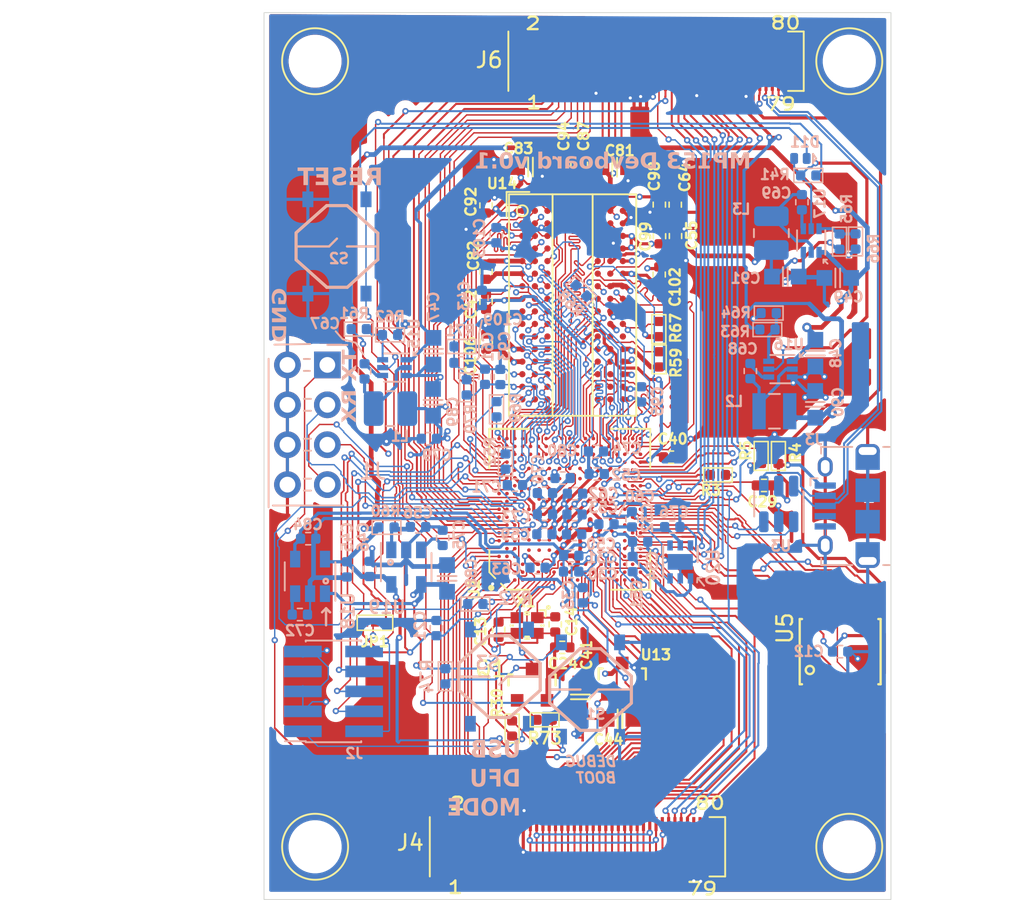
<source format=kicad_pcb>
(kicad_pcb (version 20241229) (generator "pcbnew") (generator_version "9.0")
  (layers (0 "F.Cu" signal) (4 "In1.Cu" signal) (6 "In2.Cu" signal) (2 "B.Cu" signal) (13 "F.Paste" user) (15 "B.Paste" user) (5 "F.SilkS" user "F.Silkscreen") (7 "B.SilkS" user "B.Silkscreen") (1 "F.Mask" user) (3 "B.Mask" user) (25 "Edge.Cuts" user))
  (net 0 "")
  (net 1 "+3V3")
  (net 2 "GND")
  (net 3 "+5V")
  (net 4 "/D0")
  (net 5 "/D1")
  (net 6 "VDD_CORE")
  (net 7 "VDD")
  (net 8 "/D2")
  (net 9 "/NRST")
  (net 10 "/D3")
  (net 11 "VDD_DDR")
  (net 12 "/NRST_CORE")
  (net 13 "VDDA_1V8")
  (net 14 "Net-(U2D-VDDA1V1_REG)")
  (net 15 "Net-(U2B-PH0-OSC_IN)")
  (net 16 "Net-(U2B-PH1-OSC_OUT)")
  (net 17 "GNDADC")
  (net 18 "VREF+")
  (net 19 "VREF_DDR")
  (net 20 "VDDA")
  (net 21 "VDD_USB")
  (net 22 "/D15")
  (net 23 "/D16")
  (net 24 "/D4")
  (net 25 "/D17")
  (net 26 "/D5")
  (net 27 "/D18")
  (net 28 "/D19")
  (net 29 "/D9")
  (net 30 "/D10")
  (net 31 "/D11")
  (net 32 "/D12")
  (net 33 "/UART_TX")
  (net 34 "/UART_RX")
  (net 35 "/DEBUG2")
  (net 36 "/DEBUG3")
  (net 37 "/SAI_MCLK")
  (net 38 "/SAI_SD_B")
  (net 39 "/SAI_FS")
  (net 40 "/SAI_SCK")
  (net 41 "/SAI_SD_A")
  (net 42 "/PWR_ONRST")
  (net 43 "/JTMS_SWDIO")
  (net 44 "/JTCK_SWCLK")
  (net 45 "/JTDO_SWO")
  (net 46 "/JTDI")
  (net 47 "Net-(U19-EN)")
  (net 48 "Net-(U15-SW)")
  (net 49 "/USB_VBUS")
  (net 50 "/USB_VBUS_JACK")
  (net 51 "/USB_RREF")
  (net 52 "/DDR_CKE")
  (net 53 "/DDR_RESETN")
  (net 54 "/DDR_CLK_N")
  (net 55 "/DDR_CLK_P")
  (net 56 "Net-(U2E-DDR_ZQ)")
  (net 57 "Net-(U15-BST)")
  (net 58 "/PWR_ON")
  (net 59 "Net-(U16-SW)")
  (net 60 "Net-(U16-BST)")
  (net 61 "Net-(U17-SW)")
  (net 62 "Net-(U17-BST)")
  (net 63 "Net-(U18-Noise)")
  (net 64 "Net-(U19-Noise)")
  (net 65 "/BOOT0")
  (net 67 "Net-(J2-Pin_10)")
  (net 68 "/DDR_DQ11")
  (net 69 "/DDR_DQ12")
  (net 71 "/FLASH_CS")
  (net 72 "/USB_HS_DM")
  (net 73 "/FLASH_IO2")
  (net 74 "/DDR_DQS1_P")
  (net 75 "/DDR_DQM1")
  (net 76 "/DDR_DQ15")
  (net 79 "/USB_HS_DP")
  (net 80 "/FLASH_IO1")
  (net 81 "/FLASH_IO0")
  (net 84 "/DDR_DQ9")
  (net 85 "/DDR_DQS1_N")
  (net 86 "/DDR_DQ14")
  (net 88 "/FLASH_IO3")
  (net 91 "/DDR_DQ10")
  (net 92 "/DDR_DQ13")
  (net 93 "/DDR_A8")
  (net 94 "/DDR_DQ8")
  (net 95 "/DDR_A4")
  (net 97 "/DDR_BA1")
  (net 98 "/DDR_A11")
  (net 99 "/DDR_A14")
  (net 100 "/DDR_A1")
  (net 101 "/DDR_A12")
  (net 102 "/DDR_A10")
  (net 107 "/DDR_CASN")
  (net 108 "/DDR_WEN")
  (net 109 "/DDR_CSN")
  (net 110 "/DDR_ODT")
  (net 111 "/DDR_BA2")
  (net 112 "/DDR_BA0")
  (net 113 "/DDR_A0")
  (net 116 "/DDR_A3")
  (net 117 "/DDR_A2")
  (net 119 "/DDR_A9")
  (net 120 "/DDR_A13")
  (net 121 "/DDR_DQ5")
  (net 122 "/DDR_DQ4")
  (net 124 "/ADC-16")
  (net 125 "/DDR_DQ6")
  (net 126 "/DDR_DQ2")
  (net 127 "/DDR_DQM0")
  (net 133 "/DDR_DQS0_P")
  (net 134 "/DDR_DQS0_N")
  (net 135 "/DDR_DQ7")
  (net 136 "/DDR_DQ3")
  (net 137 "/JTRST")
  (net 144 "/DDR_DQ1")
  (net 145 "/DDR_DQ0")
  (net 149 "/FLASH_CLK")
  (net 151 "/DDR_A6")
  (net 153 "/DDR_RASN")
  (net 156 "/DDR_A5")
  (net 164 "/DDR_A7")
  (net 169 "Net-(U14-ZQ)")
  (net 170 "Net-(U15-FB)")
  (net 171 "Net-(U16-FB)")
  (net 172 "Net-(U17-FB)")
  (net 180 "/I2C2_SDA")
  (net 181 "/I2C2_SCL")
  (net 182 "/D7")
  (net 185 "/BOOT2")
  (net 186 "/D6")
  (net 187 "/D13")
  (net 190 "Net-(Q1-B)")
  (net 191 "/DFU_BOOT")
  (net 192 "/ADC-4")
  (net 193 "/D24")
  (net 195 "/D20")
  (net 196 "/ADC-8")
  (net 197 "/ADC-3")
  (net 198 "/D21")
  (net 199 "/D22")
  (net 200 "/USB_HS_D-")
  (net 201 "/D23")
  (net 202 "/USB_HS_D+")
  (net 203 "/D26")
  (net 204 "/ADC-7")
  (net 205 "/ADC-12")
  (net 206 "/ADC-14")
  (net 207 "/ADC-5")
  (net 208 "/D27")
  (net 209 "/D29")
  (net 210 "/D28")
  (net 211 "/D30")
  (net 212 "unconnected-(U2A-PB13-Pad1J2)")
  (net 213 "/ADC-11")
  (net 214 "/ADC-9")
  (net 215 "/ADC-10")
  (net 216 "/ADC-17")
  (net 217 "/ADC-15")
  (net 218 "/ADC-18_DAC0")
  (net 219 "/ADC-19_DAC1")
  (net 220 "/ADC-2")
  (net 221 "/ADC-13")
  (net 222 "/D8")
  (footprint "4ms_Capacitor:C_0402" (layer "F.Cu") (at 203.43 67.926779 90)
    (property "Reference" "C42")
    (property "Value" "100nF_0402_16V")
  )
  (footprint "4ms_Resistor:R_0402" (layer "F.Cu") (at 222.04 77.7375 90)
    (property "Reference" "R4")
    (property "Value" "430k_0402")
  )
  (footprint "4ms_Capacitor:C_0402" (layer "F.Cu") (at 214.46 61.736779 -90)
    (property "Reference" "C98")
    (property "Value" "100nF_0402_16V")
  )
  (footprint "4ms_SolderJumper:NetTie-2_SMD_Pad0.16mm_6mil" (layer "F.Cu") (at 209.58 95.41 -90)
    (property "Reference" "NT2" (hide yes))
    (property "Value" "NetTie_2" (hide yes))
  )
  (footprint "4ms_SolderJumper:JUMPER_SMD_1x3_tiny" (layer "F.Cu") (at 196.36 88.35 180)
    (property "Reference" "JP1")
    (property "Value" "SolderJumper_3_Bridged12")
  )
  (footprint "4ms_Resistor:R_0402" (layer "F.Cu") (at 214.43 69.656779 90)
    (property "Reference" "R67")
    (property "Value" "10k_0402")
  )
  (footprint "4ms_Capacitor:C_0603" (layer "F.Cu") (at 211.62 59.356779 180)
    (property "Reference" "C81")
    (property "Value" "10uF_0603_10V" (hide yes))
  )
  (footprint "4ms_Hardware:MountingHole_Generic_3mm" (layer "F.Cu") (at 226.55 102.61)
    (property "Reference" "H4" (hide yes))
    (property "Value" "Spacer Nylon, fits 3mm hole")
  )
  (footprint "4ms_Hardware:MountingHole_Generic_3mm" (layer "F.Cu") (at 192.55 52.61)
    (property "Reference" "H2" (hide yes))
    (property "Value" "Spacer Nylon, fits 3mm hole")
  )
  (footprint "4ms_Capacitor:C_0402" (layer "F.Cu") (at 204.23 88.79 -90)
    (property "Reference" "C13")
    (property "Value" "6.8pF_0402_25V")
  )
  (footprint "4ms_Hardware:MountingHole_Generic_3mm" (layer "F.Cu") (at 192.55 102.61)
    (property "Reference" "H3" (hide yes))
    (property "Value" "Spacer Nylon, fits 3mm hole")
  )
  (footprint "4ms_Capacitor:C_0402" (layer "F.Cu") (at 215.47346 61.741859 90)
    (property "Reference" "C64")
    (property "Value" "100nF_0402_16V")
  )
  (footprint "4ms_Capacitor:C_0402" (layer "F.Cu") (at 215.49 63.736779 -90)
    (property "Reference" "C55")
    (property "Value" "1uF_0402_25V")
  )
  (footprint "4ms_Package_QFP:TFBGA-257_10x10mm_perP0.5_cntrP0.65" (layer "F.Cu") (at 208.76 81.13 90)
    (property "Reference" "U2")
    (property "Value" "STM32MP15xxAD")
  )
  (footprint "4ms_Capacitor:C_0603" (layer "F.Cu") (at 206.26 59.346779 180)
    (property "Reference" "C83")
    (property "Value" "10uF_0603_10V" (hide yes))
  )
  (footprint "4ms_Crystal:Crystal_2.0x1.6mm_4pin" (layer "F.Cu") (at 206.045006 88.526792 180)
    (property "Reference" "X1")
    (property "Value" "24MHz_8pF_2x1.6mm" (hide yes))
  )
  (footprint "4ms_Capacitor:C_0402" (layer "F.Cu") (at 208.28 89.92)
    (property "Reference" "C24")
    (property "Value" "10nF_0402_16V")
  )
  (footprint "4ms_Resistor:R_0402" (layer "F.Cu") (at 207.16 94.53 180)
    (property "Reference" "R73")
    (property "Value" "100k_0402")
  )
  (footprint "4ms_Resistor:R_0402" (layer "F.Cu") (at 218.19 78.94 180)
    (property "Reference" "R3")
    (property "Value" "3k_0402")
  )
  (footprint "mp153-devboard:Connector-80pin-P0.4mm-W3.0mm" (layer "F.Cu") (at 209.2509 102.61 90)
    (property "Reference" "J4")
    (property "Value" "Pins_02x40_P0.4mm_W3.0mm_SMT" (hide yes))
  )
  (footprint "4ms_Resistor:R_0402" (layer "F.Cu") (at 205.09 95.08 90)
    (property "Reference" "R30")
    (property "Value" "10k_0402")
  )
  (footprint "4ms_Hardware:MountingHole_Generic_3mm" (layer "F.Cu") (at 226.55 52.61)
    (property "Reference" "H1" (hide yes))
    (property "Value" "Spacer Nylon, fits 3mm hole")
  )
  (footprint "4ms_Capacitor:C_0402" (layer "F.Cu") (at 214.45 66.186779 -90)
    (property "Reference" "C102")
    (property "Value" "100nF_0402_16V")
  )
  (footprint "4ms_Capacitor:C_0402" (layer "F.Cu") (at 208.44 59.196779 90)
    (property "Reference" "C94")
    (property "Value" "100nF_0402_16V")
  )
  (footprint "4ms_Resistor:R_0402" (layer "F.Cu") (at 220.94 77.7325 -90)
    (property "Reference" "R5")
    (property "Value" "620k_0402")
  )
  (footprint "4ms_Capacitor:C_0402" (layer "F.Cu") (at 207.83346 88.456859 90)
    (property "Reference" "C14")
    (property "Value" "6.8pF_0402_25V")
  )
  (footprint "4ms_Package_SOT:SOT23-3_PO132" (layer "F.Cu") (at 212.1 91.90924)
    (property "Reference" "U13")
    (property "Value" "NCP51460SN33")
  )
  (footprint "4ms_Package_QFP:FBGA-96_Layout2x3x16_Body8x14_P0.8mm" (layer "F.Cu") (at 208.9396 68.131)
    (property "Reference" "U14")
    (property "Value" "DDR3L-RAM-4Gb_MT41K256M16TW" (hide yes))
  )
  (footprint "4ms_Capacitor:C_0402" (layer "F.Cu") (at 215.21 77.812779 180)
    (property "Reference" "C40")
    (property "Value" "100nF_0402_16V")
  )
  (footprint "4ms_Capacitor:C_0402" (layer "F.Cu") (at 221.12 79.61 180)
    (property "Reference" "C29")
    (property "Value" "2.2uF_0402_6.3V")
  )
  (footprint "4ms_Capacitor:C_0402" (layer "F.Cu") (at 203.43 66.006779 -90)
    (property "Reference" "C82")
    (property "Value" "100nF_0402_16V")
  )
  (footprint "4ms_Capacitor:C_0402" (layer "F.Cu") (at 214.47126 63.746459 90)
    (property "Reference" "C99")
    (property "Value" "100nF_0402_16V")
  )
  (footprint "4ms_Capacitor:C_0402" (layer "F.Cu") (at 209.5 59.196779 -90)
    (property "Reference" "C87")
    (property "Value" "100nF_0402_16V")
  )
  (footprint "4ms_Package_SOT:SOT23-3_PO132" (layer "F.Cu") (at 206.36 92.29)
    (property "Reference" "Q1")
    (property "Value" "MMBT3904")
  )
  (footprint "4ms_Capacitor:C_0402" (layer "F.Cu") (at 203.43 61.786779 90)
    (property "Reference" "C92")
    (property "Value" "100nF_0402_16V")
  )
  (footprint "4ms_Capacitor:C_0603" (layer "F.Cu") (at 211.958 94.471 180)
    (property "Reference" "C44")
    (property "Value" "10uF_0603_10V")
  )
  (footprint "4ms_Capacitor:C_0402" (layer "F.Cu") (at 203.44 70.456779 90)
    (property "Reference" "C106")
    (property "Value" "100nF_0402_16V")
  )
  (footprint "4ms_Capacitor:C_0603" (layer "F.Cu") (at 209.43 93.07 -90)
    (property "Reference" "C41")
    (property "Value" "2.2uF_0603_25V")
  )
  (footprint "4ms_Resistor:R_0402" (layer "F.Cu") (at 214.45 71.586779 90)
    (property "Reference" "R59")
    (property "Value" "240Ω_0402")
  )
  (footprint "4ms_Package_SOIC:SOIC-8_5.28x4.9mm_Pitch1.27mm" (layer "F.Cu") (at 225.97 90.19 90)
    (property "Reference" "U5")
    (property "Value" "NORFLASH_W25Q128JV")
  )
  (footprint "mp153-devboard:Connector-80pin-P0.4mm-W3.0mm" (layer "F.Cu") (at 214.2509 52.61 90)
    (property "Reference" "J6")
    (property "Value" "Pins_02x40_P0.4mm_W3.0mm_SMT" (hide yes))
  )
  (footprint "4ms_Capacitor:C_0603" (layer "B.Cu") (at 222.479 66.318 180)
    (property "Reference" "C91")
    (property "Value" "22uF_0603_6.3V")
  )
  (footprint "4ms_Capacitor:C_0402" (layer "B.Cu") (at 223.535 61.585 -90)
    (property "Reference" "C69")
    (property "Value" "100nF_0402_16V")
  )
  (footprint "4ms_Capacitor:C_0402" (layer "B.Cu") (at 199.794 76.637)
    (property "Reference" "C79")
    (property "Value" "1uF_0402_25V")
  )
  (footprint "4ms_Capacitor:C_0402" (layer "B.Cu") (at 196.018 84.925 -90)
    (property "Reference" "C46")
    (property "Value" "1uF_0402_25V")
  )
  (footprint "Package_TO_SOT_SMD:SOT-23-6" (layer "B.Cu") (at 222.06 80.7875 90)
    (property "Reference" "U3")
    (property "Value" "USBLC6-2SC6")
  )
  (footprint "4ms_Resistor:R_0402" (layer "B.Cu") (at 225.93 64.093 -90)
    (property "Reference" "R65")
    (property "Value" "6.8k_0402")
  )
  (footprint "4ms_Resistor:R_0402" (layer "B.Cu") (at 197.32 70.03 180)
    (property "Reference" "R62")
    (property "Value" "20k_0402")
  )
  (footprint "4ms_Capacitor:C_0402" (layer "B.Cu") (at 207.14682 82.717939 180)
    (property "Reference" "C59")
    (property "Value" "1uF_0402_25V")
  )
  (footprint "4ms_Resistor:R_0402" (layer "B.Cu") (at 197.096 82.278)
    (property "Reference" "R60")
    (property "Value" "100k_0402")
  )
  (footprint "4ms_Resistor:R_0402" (layer "B.Cu") (at 223.94 59.87902 180)
    (property "Reference" "R41")
    (property "Value" "10k_0402")
  )
  (footprint "Inductor_SMD:L_1008_2520Metric" (layer "B.Cu") (at 197.35 74.72)
    (property "Reference" "L1")
    (property "Value" "1uH_3.2A_2520")
  )
  (footprint "4ms_Capacitor:C_0402" (layer "B.Cu") (at 210.476 78.884779 180)
    (property "Reference" "C52")
    (property "Value" "1uF_0402_25V")
  )
  (footprint "4ms_Package_SOT:SOT-563" (layer "B.Cu") (at 197.598 72.112 180)
    (property "Reference" "U15")
    (property "Value" "AP6230xZ6")
  )
  (footprint "4ms_Resistor:R_0402" (layer "B.Cu") (at 195.33 69.66 180)
    (property "Reference" "R61")
    (property "Value" "10k_0402")
  )
  (footprint "4ms_Switch:Button_Tact_PTS526" (layer "B.Cu") (at 210.08 92.6 90)
    (property "Reference" "S1")
    (property "Value" "SW_Push_PTS526 SM15 SMTR2 LFS" (hide yes))
  )
  (footprint "4ms_Capacitor:C_0402" (layer "B.Cu") (at 199.102 82.25)
    (property "Reference" "C56")
    (property "Value" "100nF_0402_50V")
  )
  (footprint "4ms_Resistor:R_0402" (layer "B.Cu") (at 221.42054 68.641)
    (property "Reference" "R64")
    (property "Value" "10k_0402")
  )
  (footprint "4ms_Capacitor:C_0402" (layer "B.Cu") (at 203.36208 72.695099 -90)
    (property "Reference" "C61")
    (property "Value" "100nF_0402_16V")
  )
  (footprint "4ms_Resistor:R_0402" (layer "B.Cu") (at 200.84 91.76 -90)
    (property "Reference" "R74")
    (property "Value" "10k_0402")
  )
  (footprint "4ms_Capacitor:C_0402" (layer "B.Cu") (at 211.096 82.078779 180)
    (property "Reference" "C60")
    (property "Value" "1uF_0402_25V")
  )
  (footprint "4ms_Capacitor:C_0402" (layer "B.Cu") (at 212.72 81.766779 90)
    (property "Reference" "C32")
    (property "Value" "2.2uF_0402_6.3V")
  )
  (footprint "4ms_Capacitor:C_0603" (layer "B.Cu") (at 200.057 74.322 -90)
    (property "Reference" "C89")
    (property "Value" "22uF_0603_6.3V")
  )
  (footprint "4ms_Capacitor:C_0402" (layer "B.Cu") (at 195.7 72.35 90)
    (property "Reference" "C67")
    (property "Value" "100nF_0402_16V")
  )
  (footprint "4ms_Capacitor:C_0402" (layer "B.Cu") (at 220.25154 72.33 90)
    (property "Reference" "C68")
    (property "Value" "100nF_0402_16V")
  )
  (footprint "4ms_Capacitor:C_0402" (layer "B.Cu") (at 191.58 87.83)
    (property "Reference" "C72")
    (property "Value" "100nF_0402_50V")
  )
  (footprint "4ms_Capacitor:C_0402" (layer "B.Cu") (at 210.43 77.446779)
    (property "Reference" "C74")
    (property "Value" "3.3nF_0402_16V")
  )
  (footprint "4ms_Capacitor:C_0402" (layer "B.Cu") (at 206.71 84.846779)
    (property "Reference" "C63")
    (property "Value" "1uF_0402_25V")
  )
  (footprint "4ms_Package_SOT:SOT-563" (layer "B.Cu") (at 222.17004 72.209 180)
    (property "Reference" "U16")
    (property "Value" "AP6230xZ6")
  )
  (footprint "4ms_Capacitor:C_0402" (layer "B.Cu") (at 213.31 73.816779 90)
    (property "Reference" "C95")
    (property "Value" "100nF_0402_16V")
  )
  (footprint "4ms_Capacitor:C_0603" (layer "B.Cu") (at 200.95 85.53 -90)
    (property "Reference" "C88")
    (property "Value" "22uF_0603_6.3V")
  )
  (footprint "4ms_Resistor:R_0402" (layer "B.Cu") (at 226.95 64.085 90)
    (property "Reference" "R66")
    (property "Value" "10k_0402")
  )
  (footprint "4ms_Capacitor:C_0603" (layer "B.Cu") (at 225.815 66.404)
    (property "Reference" "C49")
    (property "Value" "2.2uF_0603_25V")
  )
  (footprint "4ms_Capacitor:C_0402" (layer "B.Cu") (at 208.307 79.141779)
    (property "Reference" "C80")
    (property "Value" "3.3nF_0402_16V")
  )
  (footprint "4ms_Capacitor:C_0402" (layer "B.Cu") (at 192.11 83 180)
    (property "Reference" "C84")
    (property "Value" "4.7uF_0402_6.3V")
  )
  (footprint "4ms_Capacitor:C_0603" (layer "B.Cu") (at 224.39254 71.192 90)
    (property "Reference" "C48")
    (property "Value" "2.2uF_0603_25V")
  )
  (footprint "4ms_Capacitor:C_0402" (layer "B.Cu") (at 208.85356 84.081919 180)
    (property "Reference" "C31")
    (property "Value" "1uF_0402_25V")
  )
  (footprint "4ms_Capacitor:C_0402" (layer "B.Cu") (at 213.239 83.196779 180)
    (property "Reference" "C54")
    (property "Value" "1uF_0402_25V")
  )
  (footprint "4ms_Capacitor:C_0402" (layer "B.Cu") (at 207.17956 81.453019 180)
    (property "Reference" "C73")
    (property "Value" "1uF_0402_25V")
  )
  (footprint "4ms_Diode:DFN-1006-2" (layer "B.Cu") (at 223.44 58.79902 180)
    (property "Reference" "D11")
    (property "Value" "BAT54LP")
  )
  (footprint "4ms_Capacitor:C_0402" (layer "B.Cu") (at 207.1797 80.096659 180)
    (property "Reference" "C70")
    (property "Value" "1uF_0402_25V")
  )
  (footprint "4ms_Resistor:R_0402" (layer "B.Cu") (at 209.493593 67.216272 135)
    (property "Reference" "R68")
    (property "Value" "100Ω_0402")
  )
  (footprint "Connector_USB:USB_Micro-B_Amphenol_10118194_Horizontal" (layer "B.Cu") (at 226.42 80.92 -90)
    (property "Reference" "J3")
    (property "Value" "USB_B_Micro_10118194-0011LF")
  )
  (footprint "Inductor_SMD:L_1008_2520Metric" (layer "B.Cu") (at 221.591 63.551 -90)
    (property "Reference" "L3")
    (property "Value" "1uH_3.2A_2520")
  )
  (footprint "4ms_Switch:Button_Tact_PTS526" (layer "B.Cu") (at 193.94 64.4 -90)
    (property "Reference" "S2")
    (property "Value" "SW_Push_PTS526 SM15 SMTR2 LFS" (hide yes))
  )
  (footprint "4ms_Capacitor:C_0402" (layer "B.Cu") (at 225.97 90.19)
    (property "Reference" "C12")
    (property "Value" "100nF_0402_16V")
  )
  (footprint "4ms_Capacitor:C_0402" (layer "B.Cu") (at 209.59 86.6 90)
    (property "Reference" "C33")
    (property "Value" "1uF_0402_25V")
  )
  (footprint "4ms_Resistor:R_0402" (layer "B.Cu") (at 202.75 87.16 180)
    (property "Reference" "R72")
    (property "Value" "10k_0402")
  )
  (footprint "4ms_Capacitor:C_0603" (layer "B.Cu") (at 224.38254 74.45 -90)
    (property "Reference" "C90")
    (property "Value" "22uF_0603_6.3V")
  )
  (footprint "4ms_Capacitor:C_0402" (layer "B.Cu") (at 201.87346 71.806859 180)
    (property "Reference" "C109")
    (property "Value" "1uF_0402_25V")
  )
  (footprint "4ms_Resistor:R_0402" (layer "B.Cu") (at 204.09868 74.765199 90)
    (property "Reference" "R69")
    (property "Value" "10k_0402")
  )
  (footprint "4ms_Package_QFP:DFN-6-1EP_2x2mm_P0.65mm_EP1x1.6mm" (layer "B.Cu") (at 215.79346 84.476859 90)
    (property "Reference" "U20")
    (property "Value" "AP2411SN")
  )
  (footprint "4ms_Switch:Button_Tact_PTS526" (layer "B.Cu") (at 204.28 91.78 90)
    (property "Reference" "S3")
    (property "Value" "SW_Push_PTS526 SM15 SMTR2 LFS")
  )
  (footprint "4ms_Resistor:R_0402" (layer "B.Cu") (at 201.87846 70.766859)
    (property "Reference" "R71")
    (property "Value" "1k_0402")
  )
  (footprint "4ms_Capacitor:C_0402" (layer "B.Cu") (at 194.57 84.955 90)
    (property "Reference" "C45")
    (property "Value" "1uF_0402_25V")
  )
  (footprint "4ms_Package_SOT:SOT-563" (layer "B.Cu") (at 224.125 64.022 90)
    (property "Reference" "U17")
    (property "Value" "AP6230xZ6")
  )
  (footprint "4ms_Capacitor:C_0603" (layer "B.Cu") (at 200.082 71.069 90)
    (property "Reference" "C47")
    (property "Value" "2.2uF_0603_25V")
  )
  (footprint "4ms_Capacitor:C_0402" (layer "B.Cu") (at 208.84594 85.097919)
    (property "Reference" "C30")
    (property "Value" "100nF_0402_16V")
  )
  (footprint "4ms_Capacitor:C_0402" (layer "B.Cu") (at 209.03644 82.728099 180)
    (property "Reference" "C50")
    (property "Value" "1uF_0402_25V")
  )
  (footprint "4ms_Capacitor:C_0402" (layer "B.Cu") (at 200.27 88.69 -90)
    (property "Reference" "C21")
    (property "Value" "100nF_0402_16V")
  )
  (footprint "4ms_Resistor:R_0402" (layer "B.Cu") (at 204.66764 78.092599 90)
    (property "Reference" "R52")
    (property "Value" "240Ω_0402")
  )
  (footprint "4ms_Package_SOT:SOT-23-5" (layer "B.Cu") (at 198.349 84.812 -90)
    (property "Reference" "U19")
    (property "Value" "TAR5S33")
  )
  (footprint "4ms_Capacitor:C_0402" (layer "B.Cu") (at 204.33744 72.707799 -90)
    (property "Reference" "C93")
    (property "Value" "100nF_0402_16V")
  )
  (footprint "4ms_Capacitor:C_0402" (layer "B.Cu") (at 209.09218 80.132219 180)
    (property "Reference" "C62")
    (property "Value" "1uF_0402_25V")
  )
  (footprint "4ms_Connector:Pins_2x05_1.27mm_SMD" (layer "B.Cu") (at 193.72 92.72)
    (property "Reference" "J2")
    (property "Value" "Pins_02x05_P1.27mm_SMT")
  )
  (footprint "4ms_Capacitor:C_0402" (layer "B.Cu") (at 215.28346 82.256859 180)
    (property "Reference" "C76")
    (property "Value" "4.7uF_0402_6.3V")
  )
  (footprint "4ms_Capacitor:C_0402" (layer "B.Cu") (at 203.17 67.676779 90)
    (property "Reference" "C43")
    (property "Value" "100nF_0402_16V")
  )
  (footprint "4ms_Connector:Pins_2x04_P2.54mm_Horizontal_CroppedSilk" (layer "B.Cu") (at 192.06 75.75 180)
    (property "Reference" "J1")
    (property "Value" "Pins_02x04_RightAngle_P2.54mm_TH")
  )
  (footprint "4ms_Package_SOT:SOT-23-5" (layer "B.Cu") (at 192.23 85.4 90)
    (property "Reference" "U18")
    (property "Value" "TAR5S33")
  )
  (footprint "4ms_Resistor:R_0402" (layer "B.Cu") (at 221.33954 69.69 180)
    (property "Reference" "R63")
    (property "Value" "31.6k_0402")
  )
  (footprint "4ms_Capacitor:C_0402" (layer "B.Cu") (at 204.08344 63.683179 -90)
    (property "Reference" "C103")
    (property "Value" "100nF_0402_16V")
  )
  (footprint "4ms_Resistor:R_0402" (layer "B.Cu") (at 202.19346 73.366859 90)
    (property "Reference" "R70")
    (property "Value" "1k_0402")
  )
  (footprint "Inductor_SMD:L_Wuerth_MAPI-2510" (layer "B.Cu") (at 221.78354 74.89)
    (property "Reference" "L2")
    (property "Value" "4.7uH_1.7A_2510")
  )
  (footprint "4ms_Capacitor:C_0402" (layer "B.Cu") (at 209.06184 81.458099 180)
    (property "Reference" "C53")
    (property "Value" "1uF_0402_25V")
  )
  (footprint "4ms_Capacitor:C_0402" (layer "B.Cu") (at 212.76 84.616779 90)
    (property "Reference" "C51")
    (property "Value" "1uF_0402_25V")
  )
  (footprint "4ms_Capacitor:C_0402" (layer "B.Cu") (at 200.67 82.95 90)
    (property "Reference" "C75")
    (property "Value" "100nF_0402_50V")
  )
  (footprint "4ms_Capacitor:C_0402" (layer "B.Cu") (at 205.27216 79.586119 180)
    (property "Reference" "C71")
    (property "Value" "3.3nF_0402_16V")
  )
  (gr_line (start 212.3 80.71) (end 211.9 81.52) (stroke (width 0.12)) (layer "B.SilkS"))
  (gr_line (start 189.59 71.55) (end 189.59 81) (stroke (width 0.12)) (layer "B.SilkS"))
  (gr_line (start 194.3 70.3) (end 195.13 70.53) (stroke (width 0.12)) (layer "B.SilkS"))
  (gr_line (start 195.13 70.53) (end 195.63 71.28) (stroke (width 0.12)) (layer "B.SilkS"))
  (gr_line (start 203.17 69.1) (end 202.98 69.97) (stroke (width 0.12)) (layer "B.SilkS"))
  (gr_line (start 193.86 69.8) (end 194.3 70.3) (stroke (width 0.12)) (layer "B.SilkS"))
  (gr_line (start 202.98 71.45) (end 202.85 71.62) (stroke (width 0.12)) (layer "B.SilkS"))
  (gr_line (start 202.98 69.97) (end 202.98 71.45) (stroke (width 0.12)) (layer "B.SilkS"))
  (gr_rect (start 189.2992 49.5184) (end 229.2026 105.9676) (stroke (width 0.05)) (fill no) (layer "Edge.Cuts"))
  (gr_text "1" (at 205.9 55.72 0) (layer "F.SilkS") (effects (font (size 0.8 1)) (justify left bottom)))
  (gr_text "79" (at 221.14 55.81 0) (layer "F.SilkS") (effects (font (size 0.8 1)) (justify left bottom)))
  (gr_text "79" (at 216.14 105.75 0) (layer "F.SilkS") (effects (font (size 0.8 1)) (justify left bottom)))
  (gr_text "1" (at 200.9 105.66 0) (layer "F.SilkS") (effects (font (size 0.8 1)) (justify left bottom)))
  (gr_text "2" (at 205.85 50.67 0) (layer "F.SilkS") (effects (font (size 0.8 1)) (justify left bottom)))
  (gr_text "80" (at 221.44 50.64 0) (layer "F.SilkS") (effects (font (size 0.8 1)) (justify left bottom)))
  (gr_text "2" (at 201.04 100.33 0) (layer "F.SilkS") (effects (font (size 0.8 1)) (justify left bottom)))
  (gr_text "80" (at 216.63 100.3 0) (layer "F.SilkS") (effects (font (size 0.8 1)) (justify left bottom)))
  (gr_text "MP153 Devboard v0.1" (at 211.5 59.02 0) (layer "B.SilkS") (effects (font (size 1.016 1.016) (thickness 0.14986) (bold yes) (italic yes)) (justify mirror)))
  (gr_text "DEBUG\nBOOT" (at 211.83 97.7 0) (layer "B.SilkS") (effects (font (size 0.65 0.65) (thickness 0.15) (bold yes) (italic yes)) (justify left mirror)))
  (gr_text "RX" (at 194.77 74.56 90) (layer "B.SilkS") (effects (font (size 0.889 1) (thickness 0.1778) (bold yes)) (justify mirror)))
  (gr_text "RESET" (at 194.15 60.04 0) (layer "B.SilkS") (effects (font (size 1.1 1.1) (thickness 0.14986) (bold yes) (italic yes)) (justify mirror)))
  (gr_text "GND" (at 190.34 68.77 90) (layer "B.SilkS") (effects (font (size 0.889 1) (thickness 0.1778) (bold yes)) (justify mirror)))
  (gr_text "USB\nDFU\nMODE" (at 205.64 98.32 0) (layer "B.SilkS") (effects (font (size 1.1 1) (thickness 0.14986) (bold yes) (italic yes)) (justify left mirror)))
  (gr_text "TX" (at 194.79 71.98 90) (layer "B.SilkS") (effects (font (size 0.889 1) (thickness 0.1778) (bold yes)) (justify mirror)))
  (segment (start 221.88 57.45) (end 221.87 57.46) (width 0.2) (layer "F.Cu") (net 1))
  (segment (start 226.300013 84.26) (end 227.116613 85.0766) (width 0.2032) (layer "F.Cu") (net 1))
  (segment (start 219.6509 51.165) (end 219.2509 51.165) (width 0.2032) (layer "F.Cu") (net 1))
  (segment (start 219.2509 51.165) (end 219.2509 54.055) (width 0.2032) (layer "F.Cu") (net 1))
  (segment (start 227.116613 85.0766) (end 227.7888 85.0766) (width 0.2032) (layer "F.Cu") (net 1))
  (segment (start 221.47 57.27) (end 219.2509 55.0509) (width 0.2032) (layer "F.Cu") (net 1))
  (segment (start 221.87 57.46) (end 221.47 57.46) (width 0.2) (layer "F.Cu") (net 1))
  (segment (start 222.06 57.45) (end 221.88 57.45) (width 0.2) (layer "F.Cu") (net 1))
  (segment (start 224.065 86.888) (end 224.065 88.245) (width 0.127) (layer "F.Cu") (net 1))
  (segment (start 224.065 88.245) (end 224.91 89.09) (width 0.127) (layer "F.Cu") (net 1))
  (segment (start 224.59 84.26) (end 226.300013 84.26) (width 0.2032) (layer "F.Cu") (net 1))
  (segment (start 219.2409 54.055) (end 219.2409 51.165) (width 0.09) (layer "F.Cu") (net 1))
  (segment (start 219.2509 55.0509) (end 219.2509 54.68) (width 0.2032) (layer "F.Cu") (net 1))
  (segment (start 224.91 89.09) (end 224.91 89.52) (width 0.127) (layer "F.Cu") (net 1))
  (segment (start 228.69 85.9778) (end 228.69 88.16) (width 0.2032) (layer "F.Cu") (net 1))
  (segment (start 223.59 83.26) (end 224.59 84.26) (width 0.2032) (layer "F.Cu") (net 1))
  (segment (start 219.6409 51.165) (end 219.6409 54.055) (width 0.09) (layer "F.Cu") (net 1))
  (segment (start 225.46554 75.04) (end 223.59 76.91554) (width 0.2032) (layer "F.Cu") (net 1))
  (segment (start 219.6509 54.055) (end 219.6509 54.28) (width 0.2032) (layer "F.Cu") (net 1))
  (segment (start 223.59 76.91554) (end 223.59 83.26) (width 0.2032) (layer "F.Cu") (net 1))
  (segment (start 227.7888 85.0766) (end 228.69 85.9778) (width 0.2032) (layer "F.Cu") (net 1))
  (segment (start 228.69 88.16) (end 227.68 89.17) (width 0.2032) (layer "F.Cu") (net 1))
  (segment (start 219.2509 54.055) (end 219.6509 54.055) (width 0.09) (layer "F.Cu") (net 1))
  (segment (start 221.47 57.46) (end 221.47 57.27) (width 0.2032) (layer "F.Cu") (net 1))
  (segment (start 219.6509 54.055) (end 219.6509 51.165) (width 0.2032) (layer "F.Cu") (net 1))
  (segment (start 219.2509 54.68) (end 219.2509 54.055) (width 0.2032) (layer "F.Cu") (net 1))
  (segment (start 219.6509 54.28) (end 219.2509 54.68) (width 0.2032) (layer "F.Cu") (net 1))
  (segment (start 227.68 89.17) (end 226.25 89.17) (width 0.2032) (layer "F.Cu") (net 1))
  (via (at 224.91 89.52) (size 0.4) (drill 0.2) (layers "F.Cu" "B.Cu") (net 1))
  (via (at 225.46554 75.04) (size 0.6) (drill 0.2) (layers "F.Cu" "B.Cu") (net 1))
  (via (at 222.06 57.45) (size 0.4) (drill 0.2) (layers "F.Cu" "B.Cu") (net 1))
  (via (at 226.25 89.17) (size 0.4) (drill 0.2) (layers "F.Cu" "B.Cu") (net 1))
  (via (at 221.47 57.46) (size 0.4) (drill 0.2) (layers "F.Cu" "B.Cu") (net 1))
  (segment (start 225.89353 69.00324) (end 226.061529 69.171239) (width 0.3) (layer "B.Cu") (net 1))
  (segment (start 225.24554 75.04) (end 225.46554 75.04) (width 0.3) (layer "B.Cu") (net 1))
  (segment (start 223.16854 75.3) (end 222.75854 74.89) (width 0.3) (layer "B.Cu") (net 1))
  (segment (start 223.98854 68.03) (end 224.01704 68.0585) (width 0.2) (layer "B.Cu") (net 1))
  (segment (start 219.98554 65.74554) (end 219.85 65.61) (width 0.2) (layer "B.Cu") (net 1))
  (segment (start 221.88 57.45) (end 221.49 57.84) (width 0.2) (layer "B.Cu") (net 1))
  (segment (start 219.85 59.56) (end 221.47 57.94) (width 0.2) (layer "B.Cu") (net 1))
  (segment (start 219.98554 69.27) (end 219.98554 65.74554) (width 0.2) (layer "B.Cu") (net 1))
  (segment (start 225.13404 74.9285) (end 224.76254 75.3) (width 0.3) (layer "B.Cu") (net 1))
  (segment (start 220.30554 69.59) (end 219.98554 69.27) (width 0.2) (layer "B.Cu") (net 1))
  (segment (start 219.85 65.61) (end 219.85 59.56) (width 0.2) (layer "B.Cu") (net 1))
  (segment (start 225.485 90.19) (end 225.485 89.935) (width 0.2032) (layer "B.Cu") (net 1))
  (segment (start 226.061529 74.001011) (end 225.13404 74.9285) (width 0.3) (layer "B.Cu") (net 1))
  (segment (start 226.061529 69.171239) (end 226.061529 74.001011) (width 0.3) (layer "B.Cu") (net 1))
  (segment (start 221.47 57.94) (end 221.47 57.84) (width 0.2) (layer "B.Cu") (net 1))
  (segment (start 224.01704 68.0585) (end 224.96178 69.00324) (width 0.3) (layer "B.Cu") (net 1))
  (segment (start 224.96178 69.00324) (end 225.89353 69.00324) (width 0.3) (layer "B.Cu") (net 1))
  (segment (start 220.59554 68.03) (end 223.98854 68.03) (width 0.2) (layer "B.Cu") (net 1))
  (segment (start 219.98554 68.64) (end 220.59554 68.03) (width 0.2) (layer "B.Cu") (net 1))
  (segment (start 220.962529 69.59) (end 220.30554 69.59) (width 0.2) (layer "B.Cu") (net 1))
  (segment (start 225.485 89.935) (end 226.25 89.17) (width 0.2032) (layer "B.Cu") (net 1))
  (segment (start 221.49 57.84) (end 221.47 57.84) (width 0.2) (layer "B.Cu") (net 1))
  (segment (start 224.76254 75.3) (end 224.38254 75.3) (width 0.3) (layer "B.Cu") (net 1))
  (segment (start 224.38254 75.3) (end 223.16854 75.3) (width 0.3) (layer "B.Cu") (net 1))
  (segment (start 225.13404 74.9285) (end 225.24554 75.04) (width 0.3) (layer "B.Cu") (net 1))
  (segment (start 221.47 57.84) (end 221.47 57.46) (width 0.2) (layer "B.Cu") (net 1))
  (segment (start 224.91 89.615) (end 225.485 90.19) (width 0.127) (layer "B.Cu") (net 1))
  (segment (start 224.91 89.52) (end 224.91 89.615) (width 0.127) (layer "B.Cu") (net 1))
  (segment (start 222.06 57.45) (end 221.88 57.45) (width 0.2) (layer "B.Cu") (net 1))
  (segment (start 208.758499 77.631501) (end 208.758499 78.14728) (width 0.09) (layer "F.Cu") (net 2))
  (segment (start 219.2 78.94) (end 218.675 78.94) (width 0.127) (layer "F.Cu") (net 2))
  (segment (start 207.31 93.29076) (end 207.31 90.405) (width 0.127) (layer "F.Cu") (net 2))
  (segment (start 212.342311 64.865) (end 212.265822 64.941489) (width 0.2) (layer "F.Cu") (net 2))
  (segment (start 204.26 76.63) (end 204.26 76.34556) (width 0.09) (layer "F.Cu") (net 2))
  (segment (start 211.36 81.13) (end 211.304501 81.074501) (width 0.2) (layer "F.Cu") (net 2))
  (segment (start 205.417147 64.522268) (end 205.288009 64.522268) (width 0.3) (layer "F.Cu") (net 2))
  (segment (start 220.80598 54.783585) (end 220.837285 54.75228) (width 0.127) (layer "F.Cu") (net 2))
  (segment (start 210.26 78.001984) (end 210.364393 78.106377) (width 0.09) (layer "F.Cu") (net 2))
  (segment (start 206.693208 89.626792) (end 206.693208 89.026792) (width 0.127) (layer "F.Cu") (net 2))
  (segment (start 208.01 84.86) (end 207.99 84.88) (width 0.09) (layer "F.Cu") (net 2))
  (segment (start 212.56716 62.55856) (end 212.1396 62.131) (width 0.2) (layer "F.Cu") (net 2))
  (segment (start 215.47346 62.226859) (end 214.46508 62.226859) (width 0.2) (layer "F.Cu") (net 2))
  (segment (start 220.3625 78.2175) (end 220.24 78.34) (width 0.127) (layer "F.Cu") (net 2))
  (segment (start 209.58 95.66) (end 209.29 95.66) (width 0.127) (layer "F.Cu") (net 2))
  (segment (start 214.45 66.671779) (end 214.085 66.671779) (width 0.2) (layer "F.Cu") (net 2))
  (segment (start 212.996681 62.221779) (end 212.6599 62.55856) (width 0.2) (layer "F.Cu") (net 2))
  (segment (start 212.4509 54.055) (end 212.4509 54.7909) (width 0.127) (layer "F.Cu") (net 2))
  (segment (start 205.69014 79.56014) (end 205.26 79.13) (width 0.2) (layer "F.Cu") (net 2))
  (segment (start 204.12662 65.326699) (end 203.62508 65.326699) (width 0.3) (layer "F.Cu") (net 2))
  (segment (start 205.425879 64.531) (end 205.417147 64.522268) (width 0.3) (layer "F.Cu") (net 2))
  (segment (start 212.86 53.985) (end 212.86 51.095) (width 0.203) (layer "F.Cu") (net 2))
  (segment (start 211.304501 81.074501) (end 211.113749 81.074501) (width 0.2) (layer "F.Cu") (net 2))
  (segment (start 213.94 83.75) (end 214.21 83.75) (width 0.127) (layer "F.Cu") (net 2))
  (segment (start 211.3396 68.679379) (end 211.3396 68.531) (width 0.3) (layer "F.Cu") (net 2))
  (segment (start 207.83346 88.941859) (end 207.83346 89.88154) (width 0.127) (layer "F.Cu") (net 2))
  (segment (start 210.06 79.83) (end 209.41 80.48) (width 0.2) (layer "F.Cu") (net 2))
  (segment (start 212.55556 74.131) (end 212.62434 74.06222) (width 0.3) (layer "F.Cu") (net 2))
  (segment (start 220.0509 51.165) (end 220.0509 54.055) (width 0.2032) (layer "F.Cu") (net 2))
  (segment (start 216.8509 54.7891) (end 216.84 54.8) (width 0.09) (layer "F.Cu") (net 2))
  (segment (start 214.095 62.221779) (end 213.865 62.221779) (width 0.3) (layer "F.Cu") (net 2))
  (segment (start 210.15048 66.54636) (end 210.01467 66.68217) (width 0.09) (layer "F.Cu") (net 2))
  (segment (start 208.01 84.86) (end 208.01 84.471779) (width 0.09) (layer "F.Cu") (net 2))
  (segment (start 211.851716 81.13) (end 211.36 81.13) (width 0.09) (layer "F.Cu") (net 2))
  (segment (start 207.31 90.405) (end 207.795 89.92) (width 0.127) (layer "F.Cu") (net 2))
  (segment (start 209.026 78.858779) (end 209.108 78.940779) (width 0.09) (layer "F.Cu") (net 2))
  (segment (start 220.0509 54.055) (end 220.0509 54.7791) (width 0.2032) (layer "F.Cu") (net 2))
  (segment (start 213.91238 63.284399) (end 213.76832 63.284399) (width 0.2) (layer "F.Cu") (net 2))
  (segment (start 216.8509 54.055) (end 216.8509 54.7891) (width 0.09) (layer "F.Cu") (net 2))
  (segment (start 206.4737 65.331) (end 206.12194 65.68276) (width 0.09) (layer "F.Cu") (net 2))
  (segment (start 222.0509 54.7509) (end 222.25 54.95) (width 0.127) (layer "F.Cu") (net 2))
  (segment (start 220.80598 55.093831) (end 220.80598 54.783585) (width 0.127) (layer "F.Cu") (net 2))
  (segment (start 213.754653 79.63) (end 213.76 79.635347) (width 0.09) (layer "F.Cu") (net 2))
  (segment (start 203.85 85.88) (end 204.1 85.63) (width 0.09) (layer "F.Cu") (net 2))
  (segment (start 212.574221 70.931) (end 212.68 71.036779) (width 0.3) (layer "F.Cu") (net 2))
  (segment (start 207.99 84.88) (end 207.656446 84.88) (width 0.09) (layer "F.Cu") (net 2))
  (segment (start 212.776779 66.236779) (end 212.685 66.145) (width 0.2) (layer "F.Cu") (net 2))
  (segment (start 214.66 104.32) (end 214.66 101.24) (width 0.127) (layer "F.Cu") (net 2))
  (segment (start 205.8509 104.055) (end 205.800029 104.004129) (width 0.2032) (layer "F.Cu") (net 2))
  (segment (start 212.4591 51.175) (end 212.4591 54.065) (width 0.203) (layer "F.Cu") (net 2))
  (segment (start 208.01 84.471779) (end 208.104 84.377779) (width 0.09) (layer "F.Cu") (net 2))
  (segment (start 215.695 77.562779) (end 216.107779 77.15) (width 0.13) (layer "F.Cu") (net 2))
  (segment (start 206.691 81.452779) (end 207.137221 81.452779) (width 0.2) (layer "F.Cu") (net 2))
  (segment (start 213.695 70.141779) (end 213.56 70.006779) (width 0.3) (layer "F.Cu") (net 2))
  (segment (start 220.837285 55.315962) (end 220.837285 55.125136) (width 0.127) (layer "F.Cu") (net 2))
  (segment (start 211.3396 64.385752) (end 211.532259 64.193093) (width 0.3) (layer "F.Cu") (net 2))
  (segment (start 216.8591 54.065) (end 216.8591 51.175) (width 0.203) (layer "F.Cu") (net 2))
  (segment (start 211.102 75.732779) (end 212.1396 74.695179) (width 0.09) (layer "F.Cu") (net 2))
  (segment (start 206.52236 68.531) (end 206.15242 68.90094) (width 0.09) (layer "F.Cu") (net 2))
  (segment (start 209.29 95.66) (end 209.05 95.42) (width 0.127) (layer "F.Cu") (net 2))
  (segment (start 217.0609 104.29) (end 217.0609 101.21) (width 0.127) (layer "F.Cu") (net 2))
  (segment (start 220.0509 54.7791) (end 219.98 54.85) (width 0.2032) (layer "F.Cu") (net 2))
  (segment (start 211.113749 81.074501) (end 210.06 80.020752) (width 0.2) (layer "F.Cu") (net 2))
  (segment (start 210.71 79.18) (end 210.06 79.83) (width 0.2) (layer "F.Cu") (net 2))
  (segment (start 211.36 81.246739) (end 211.36 81.13) (width 0.2) (layer "F.Cu") (net 2))
  (segment (start 211.547 68.886779) (end 211.3396 68.679379) (width 0.3) (layer "F.Cu") (net 2))
  (segment (start 210.26 85.63) (end 210.26 86.35378) (width 0.09) (layer "F.Cu") (net 2))
  (segment (start 214.21 83.75) (end 214.83 84.37) (width 0.127) (layer "F.Cu") (net 2))
  (segment (start 207.46 81.13) (end 208.11 80.48) (width 0.2) (layer "F.Cu") (net 2))
  (segment (start 212.4509 51.165) (end 214.0509 51.165) (width 0.2032) (layer "F.Cu") (net 2))
  (segment (start 205.23 72.531) (end 205.2177 72.5433) (width 0.09) (layer "F.Cu") (net 2))
  (segment (start 212.615 67.235779) (end 212.310221 66.931) (width 0.3) (layer "F.Cu") (net 2))
  (segment (start 205.2298 70.931) (end 205.19992 70.96088) (width 0.3) (layer "F.Cu") (net 2))
  (segment (start 204.12662 65.326699) (end 204.130921 65.331) (width 0.3) (layer "F.Cu") (net 2))
  (segment (start 205.739598 74.131) (end 205.25228 74.131) (width 0.09) (layer "F.Cu") (net 2))
  (segment (start 214.0509 54.055) (end 212.4509 54.055) (width 0.127) (layer "F.Cu") (net 2))
  (segment (start 213.65 66.236779) (end 212.776779 66.236779) (width 0.2) (layer "F.Cu") (net 2))
  (segment (start 210.71 82.43) (end 210.68236 82.40236) (width 0.2) (layer "F.Cu") (net 2))
  (segment (start 207.26 85.63) (end 207.26 85.731779) (width 0.09) (layer "F.Cu") (net 2))
  (segment (start 207.26 85.519294) (end 207.26 85.63) (width 0.09) (layer "F.Cu") (net 2))
  (segment (start 207.51 85.026446) (end 207.51 85.269294) (width 0.09) (layer "F.Cu") (net 2))
  (segment (start 204.1 85.63) (end 204.26 85.63) (width 0.09) (layer "F.Cu") (net 2))
  (segment (start 210.71 83.08) (end 210.595 82.965) (width 0.2) (layer "F.Cu") (net 2))
  (segment (start 212.88 71.036779) (end 212.68 71.036779) (width 0.3) (layer "F.Cu") (net 2))
  (segment (start 212.26 80.721716) (end 211.851716 81.13) (width 0.09) (layer "F.Cu") (net 2))
  (segment (start 213.512539 76.377461) (end 213.7795 76.377461) (width 0.09) (layer "F.Cu") (net 2))
  (segment (start 212.47 60.216779) (end 212.47 59.356779) (width 0.3) (layer "F.Cu") (net 2))
  (segment (start 222.0509 51.165) (end 222.0509 54.055) (width 0.2032) (layer "F.Cu") (net 2))
  (segment (start 206.38675 84.324) (end 206.384 84.324) (width 0.2) (layer "F.Cu") (net 2))
  (segment (start 221.605 80.475) (end 222.03 80.9) (width 0.127) (layer "F.Cu") (net 2))
  (segment (start 210.4509 54.055) (end 210.4509 54.6291) (width 0.2032) (layer "F.Cu") (net 2))
  (segment (start 213.915 72.071779) (end 212.88 71.036779) (width 0.3) (layer "F.Cu") (net 2))
  (segment (start 209.108 79.482) (end 208.76 79.83) (width 0.09) (layer "F.Cu") (net 2))
  (segment (start 214.218119 83.785001) (end 213.975001 83.785001) (width 0.09) (layer "F.Cu") (net 2))
  (segment (start 214.45 72.071779) (end 213.915 72.071779) (width 0.3) (layer "F.Cu") (net 2))
  (segment (start 214.43 70.141779) (end 213.695 70.141779) (width 0.3) (layer "F.Cu") (net 2))
  (segment (start 209.41 81.78) (end 208.76 82.43) (width 0.2) (layer "F.Cu") (net 2))
  (segment (start 211.743261 81.63) (end 211.36 81.246739) (width 0.2) (layer "F.Cu") (net 2))
  (segment (start 214.085 66.671779) (end 213.65 66.236779) (width 0.2) (layer "F.Cu") (net 2))
  (segment (start 207.049511 78.020827) (end 206.957819 78.112519) (width 0.09) (layer "F.Cu") (net 2))
  (segment (start 205.25228 74.131) (end 205.24056 74.14272) (width 0.09) (layer "F.Cu") (net 2))
  (segment (start 215.49 63.251779) (end 216.005 63.251779) (width 0.2) (layer "F.Cu") (net 2))
  (segment (start 206.468 81.229779) (end 206.691 81.452779) (width 0.2) (layer "F.Cu") (net 2))
  (segment (start 205.395 87.596779) (end 205.395 88.02678) (width 0.09) (layer "F.Cu") (net 2))
  (segment (start 203.80879 83.13) (end 203.798 83.14079) (width 0.09) (layer "F.Cu") (net 2))
  (segment (start 203.62508 65.326699) (end 203.43 65.521779) (width 0.3) (layer "F.Cu") (net 2))
  (segment (start 208.11 80.48) (end 208.76 79.83) (width 0.2) (layer "F.Cu") (net 2))
  (segment (start 211.445779 66.931) (end 211.52 66.856779) (width 0.3) (layer "F.Cu") (net 2))
  (segment (start 213.2509 54.055) (end 213.2509 54.8409) (width 0.127) (layer "F.Cu") (net 2))
  (segment (start 209.41 80.48) (end 208.76 81.13) (width 0.2) (layer "F.Cu") (net 2))
  (segment (start 212.1396 74.131) (end 212.55556 74.131) (width 0.3) (layer "F.Cu") (net 2))
  (segment (start 216.456847 76.833153) (end 216.456847 76.65) (width 0.13) (layer "F.Cu") (net 2))
  (segment (start 210.595 82.965) (end 210.595 82.545) (width 0.2) (layer "F.Cu") (net 2))
  (segment (start 207.01 59.932279) (end 207.01 59.446779) (width 0.3) (layer "F.Cu") (net 2))
  (segment (start 210.68236 81.80764) (end 210.71 81.78) (width 0.2) (layer "F.Cu") (net 2))
  (segment (start 203.9655 90.043314) (end 203.62 89.697814) (width 0.127) (layer "F.Cu") (net 2))
  (segment (start 210.06 80.020752) (end 210.06 79.83) (width 0.2) (layer "F.Cu") (net 2))
  (segment (start 214.6509 101.07) (end 214.6509 101.8109) (width 0.127) (layer "F.Cu") (net 2))
  (segment (start 220.8509 54.6491) (end 220.8509 54.055) (width 0.127) (layer "F.Cu") (net 2))
  (segment (start 203.44 69.971779) (end 204.285 69.971779) (width 0.3) (layer "F.Cu") (net 2))
  (segment (start 220.837285 55.125136) (end 220.80598 55.093831) (width 0.127) (layer "F.Cu") (net 2))
  (segment (start 227.875 91.425) (end 227.875 93.492) (width 0.127) (layer "F.Cu") (net 2))
  (segment (start 227.09 90.64) (end 227.875 91.425) (width 0.127) (layer "F.Cu") (net 2))
  (segment (start 206.566 84.506) (end 206.566 84.50325) (width 0.2) (layer "F.Cu") (net 2))
  (segment (start 207.83346 89.88154) (end 207.795 89.92) (width 0.127) (layer "F.Cu") (net 2))
  (segment (start 213.2509 54.8409) (end 213.27 54.86) (width 0.127) (layer "F.Cu") (net 2))
  (segment (start 212.1396 66.131) (end 212.671 66.131) (width 0.3) (layer "F.Cu") (net 2))
  (segment (start 211.3396 66.931) (end 211.051 66.931) (width 0.09) (layer "F.Cu") (net 2))
  (segment (start 213.370639 63.269299) (end 212.6599 62.55856) (width 0.2) (layer "F.Cu") (net 2))
  (segment (start 213.26 85.63) (end 213.47 85.84) (width 0.09) (layer "F.Cu") (net 2))
  (segment (start 205.739598 72.531) (end 205.23 72.531) (width 0.09) (layer "F.Cu") (net 2))
  (segment (start 204.130921 65.331) (end 205.739598 65.331) (width 0.3) (layer "F.Cu") (net 2))
  (segment (start 214.6509 101.8109) (end 214.68 101.84) (width 0.127) (layer "F.Cu") (net 2))
  (segment (start 215.49 63.251779) (end 214.48094 63.251779) (width 0.2) (layer "F.Cu") (net 2))
  (segment (start 214.46 62.221779) (end 214.095 62.221779) (width 0.2) (layer "F.Cu") (net 2))
  (segment (start 212.4509 54.7909) (end 212.61 54.95) (width 0.127) (layer "F.Cu") (net 2))
  (segment (start 213.865 62.221779) (end 212.996681 62.221779) (width 0.2) (layer "F.Cu") (net 2))
  (segment (start 220.94 78.2175) (end 220.3625 78.2175) (width 0.127) (layer "F.Cu") (net 2))
  (segment (start 206.17 84.11) (end 205.91 84.11) (width 0.2) (layer "F.Cu") (net 2))
  (segment (start 210.66636 66.54636) (end 210.15048 66.54636) (width 0.09) (layer "F.Cu") (net 2))
  (segment (start 203.62 89.697814) (end 203.62 88.915) (width 0.127) (layer "F.Cu") (net 2))
  (segment (start 208.76 76.303279) (end 208.7355 76.278779) (width 0.09) (layer "F.Cu") (net 2))
  (segment (start 211.3396 64.531) (end 211.3396 64.385752) (width 0.3) (layer "F.Cu") (net 2))
  (segment (start 213.975001 83.785001) (end 213.94 83.75) (width 0.09) (layer "F.Cu") (net 2))
  (segment (start 208.44 58.711779) (end 207.745 58.711779) (width 0.2) (layer "F.Cu") (net 2))
  (segment (start 205.69014 80.136179) (end 205.69014 79.56014) (width 0.2) (layer "F.Cu") (net 2))
  (segment (start 217.09 101.76) (end 217.0509 101.7209) (width 0.127) (layer "F.Cu") (net 2))
  (segment (start 204.905779 66.931) (end 204.79 67.046779) (width 0.13) (layer "F.Cu") (net 2))
  (segment (start 213.76832 63.284399) (end 213.75322 63.269299) (width 0.2) (layer "F.Cu") (net 2))
  (segment (start 207.137221 81.452779) (end 207.46 81.13) (width 0.2) (layer "F.Cu") (net 2))
  (segment (start 208.510489 78.633352) (end 208.735916 78.858779) (width 0.09) (layer "F.Cu") (net 2))
  (segment (start 210.4491 54.125) (end 210.4491 51.235) (width 0.203) (layer "F.Cu") (net 2))
  (segment (start 216.65 104.78) (end 216.65 101.690872) (width 0.127) (layer "F.Cu") (net 2))
  (segment (start 207.049511 77.419511) (end 207.049511 78.020827) (width 0.09) (layer "F.Cu") (net 2))
  (segment (start 207.26 77.63) (end 206.76 77.13) (width 0.09) (layer "F.Cu") (net 2))
  (segment (start 216.6518 104.29) (end 216.6518 101.21) (width 0.127) (layer "F.Cu") (net 2))
  (segment (start 207.3396 62.931) (end 207.068959 63.201641) (width 0.09) (layer "F.Cu") (net 2))
  (segment (start 211.051 66.931) (end 210.66636 66.54636) (width 0.09) (layer "F.Cu") (net 2))
  (segment (start 204.26 83.13) (end 203.80879 83.13) (width 0.09) (layer "F.Cu") (net 2))
  (segment (start 217.09 104.81) (end 217.09 101.76) (width 0.127) (layer "F.Cu") (net 2))
  (segment (start 212.671 66.131) (end 212.685 66.145) (width 0.3) (layer "F.Cu") (net 2))
  (segment (start 205.42628 62.931) (end 205.33058 63.0267) (width 0.09) (layer "F.Cu") (net 2))
  (segment (start 205.739598 66.931) (end 204.905779 66.931) (width 0.13) (layer "F.Cu") (net 2))
  (segment (start 205.8509 100.3076) (end 205.8509 101.165) (width 0.2032) (layer "F.Cu") (net 2))
  (segment (start 204.265314 89.7435) (end 204.535463 89.7435) (width 0.127) (layer "F.Cu") (net 2))
  (segment (start 214.0509 54.8691) (end 214.05 54.87) (width 0.127) (layer "F.Cu") (net 2))
  (segment (start 208.507779 84.377779) (end 208.76 84.63) (width 0.09) (layer "F.Cu") (net 2))
  (segment (start 208.76 82.43) (end 208.11 83.08) (width 0.2) (layer "F.Cu") (net 2))
  (segment (start 205.739598 62.931) (end 205.42628 62.931) (width 0.09) (layer "F.Cu") (net 2))
  (segment (start 220.837285 54.662715) (end 220.8509 54.6491) (width 0.127) (layer "F.Cu") (net 2))
  (segment (start 208.510489 78.39529) (end 208.510489 78.633352) (width 0.09) (layer "F.Cu") (net 2))
  (segment (start 211.52 66.856779) (end 212.065379 66.856779) (width 0.3) (layer "F.Cu") (net 2))
  (segment (start 204.648963 89.63) (end 206.69 89.63) (width 0.127) (layer "F.Cu") (net 2))
  (segment (start 207.51 85.269294) (end 207.26 85.519294) (width 0.09) (layer "F.Cu") (net 2))
  (segment (start 206.753 84.63) (end 206.69 84.63) (width 0.2) (layer "F.Cu") (net 2))
  (segment (start 212.26 81.63) (end 211.743261 81.63) (width 0.2) (layer "F.Cu") (net 2))
  (segment (start 213.75322 63.269299) (end 213.370639 63.269299) (width 0.2) (layer "F.Cu") (net 2))
  (segment (start 206.16 80.48) (end 206.468 80.788) (width 0.2) (layer "F.Cu") (net 2))
  (segment (start 221.605 79.61) (end 221.605 80.475) (width 0.127) (layer "F.Cu") (net 2))
  (segment (start 208.76 76.63) (end 208.76 76.303279) (width 0.09) (layer "F.Cu") (net 2))
  (segment (start 209.108 78.940779) (end 209.108 79.482) (width 0.09) (layer "F.Cu") (net 2))
  (segment (start 212.51204 62.55856) (end 212.1396 62.931) (width 0.2) (layer "F.Cu") (net 2))
  (segment (start 210.71 81.78) (end 210.06 81.13) (width 0.2) (layer "F.Cu") (net 2))
  (segment (start 204.12662 65.326699) (end 204.74878 65.326699) (width 0.3) (layer "F.Cu") (net 2))
  (segment (start 206.695007 89.026792) (end 207.748527 89.026792) (width 0.1) (layer "F.Cu") (net 2))
  (segment (start 214.0509 54.055) (end 214.0509 54.8691) (width 0.127) (layer "F.Cu") (net 2))
  (segment (start 210.26 86.35378) (end 210.4585 86.55228) (width 0.09) (layer "F.Cu") (net 2))
  (segment (start 220.8509 54.055) (end 220.8509 51.165) (width 0.2032) (layer "F.Cu") (net 2))
  (segment (start 208.758499 78.14728) (end 208.510489 78.39529) (width 0.09) (layer "F.Cu") (net 2))
  (segment (start 208.11 81.78) (end 208.76 81.13) (width 0.2) (layer "F.Cu") (net 2))
  (segment (start 216.65 101.690872) (end 216.6509 101.689972) (width 0.127) (layer "F.Cu") (net 2))
  (segment (start 210.06 81.13) (end 210.71 80.48) (width 0.2) (layer "F.Cu") (net 2))
  (segment (start 213.6691 54.005) (end 213.6691 51.115) (width 0.203) (layer "F.Cu") (net 2))
  (segment (start 216.107779 77.15) (end 216.14 77.15) (width 0.13) (layer "F.Cu") (net 2))
  (segment (start 211.36 78.53) (end 210.71 79.18) (width 0.2) (layer "F.Cu") (net 2))
  (segment (start 205.739598 64.531) (end 205.425879 64.531) (width 0.3) (layer "F.Cu") (net 2))
  (segment (start 212.26 80.63) (end 212.26 80.721716) (width 0.09) (layer "F.Cu") (net 2))
  (segment (start 205.395 88.02678) (end 204.325001 88.02678) (width 0.09) (layer "F.Cu") (net 2))
  (segment (start 207.26 85.731779) (end 205.395 87.596779) (width 0.09) (layer "F.Cu") (net 2))
  (segment (start 208.104 84.377779) (end 208.507779 84.377779) (width 0.09) (layer "F.Cu") (net 2))
  (segment (start 207.068959 63.201641) (end 206.956367 63.201641) (width 0.09) (layer "F.Cu") (net 2))
  (segment (start 216.14 77.15) (end 216.456847 76.833153) (width 0.13) (layer "F.Cu") (net 2))
  (segment (start 212.265822 64.941489) (end 211.86529 64.941489) (width 0.2) (layer "F.Cu") (net 2))
  (segment (start 214.3298 63.284399) (end 213.91238 63.284399) (width 0.2) (layer "F.Cu") (net 2))
  (segment (start 203.43 67.441779) (end 204.395 67.441779) (width 0.09) (layer "F.Cu") (net 2))
  (segment (start 203.445 61.286779) (end 203.97 61.286779) (width 0.13) (layer "F.Cu") (net 2))
  (segment (start 206.468 80.788) (end 206.468 81.229779) (width 0.2) (layer "F.Cu") (net 2))
  (segment (start 203.62 88.915) (end 204.23 88.305) (width 0.127) (layer "F.Cu") (net 2))
  (segment (start 210.26 77.63) (end 210.26 78.001984) (width 0.09) (layer "F.Cu") (net 2))
  (segment (start 214.0691 51.115) (end 214.0691 54.005) (width 0.203) (layer "F.Cu") (net 2))
  (segment (start 213.94 83.75) (end 213.82 83.63) (width 0.09) (layer "F.Cu") (net 2))
  (segment (start 205.19992 70.886699) (end 205.19992 70.96088) (width 0.3) (layer "F.Cu") (net 2))
  (segment (start 212.1396 74.695179) (end 212.1396 74.131) (width 0.09) (layer "F.Cu") (net 2))
  (segment (start 207.46 79.83) (end 206.81 79.18) (width 0.2) (layer "F.Cu") (net 2))
  (segment (start 209.5 58.711779) (end 208.44 58.711779) (width 0.2) (layer "F.Cu") (net 2))
  (segment (start 211.86529 64.941489) (end 211.475779 65.331) (width 0.2) (layer "F.Cu") (net 2))
  (segment (start 210.4509 54.6291) (end 210.43 54.65) (width 0.2032) (layer "F.Cu") (net 2))
  (segment (start 203.9655 90.043314) (end 204.265314 89.7435) (width 0.127) (layer "F.Cu") (net 2))
  (segment (start 210.68236 82.40236) (end 210.68236 81.80764) (width 0.2) (layer "F.Cu") (net 2))
  (segment (start 204.535463 89.7435) (end 204.648963 89.63) (width 0.127) (layer "F.Cu") (net 2))
  (segment (start 213.47 85.84) (end 213.47 85.936779) (width 0.09) (layer "F.Cu") (net 2))
  (segment (start 213.075 64.865) (end 212.342311 64.865) (width 0.2) (layer "F.Cu") (net 2))
  (segment (start 206.69 89.63) (end 206.693208 89.626792) (width 0.127) (layer "F.Cu") (net 2))
  (segment (start 205.76 77.63) (end 205.637 77.753) (width 0.09) (layer "F.Cu") (net 2))
  (segment (start 212.310221 66.931) (end 212.1396 66.931) (width 0.3) (layer "F.Cu") (net 2))
  (segment (start 212.1396 72.531) (end 212.657851 72.531) (width 0.3) (layer "F.Cu") (net 2))
  (segment (start 205.77018 65.331) (end 206.12194 65.68276) (width 0.09) (layer "F.Cu") (net 2))
  (segment (start 204.74878 65.326699) (end 204.754 65.321479) (width 0.3) (layer "F.Cu") (net 2))
  (segment (start 210.06 81.13) (end 209.41 81.78) (width 0.2) (layer "F.Cu") (net 2))
  (segment (start 208.735916 78.858779) (end 209.026 78.858779) (width 0.09) (layer "F.Cu") (net 2))
  (segment (start 211.26 76.63) (end 211.102 76.472) (width 0.09) (layer "F.Cu") (net 2))
  (segment (start 211.102 76.472) (end 211.102 75.732779) (width 0.09) (layer "F.Cu") (net 2))
  (segment (start 220.837285 54.75228) (end 220.837285 54.662715) (width 0.127) (layer "F.Cu") (net 2))
  (segment (start 212.6599 62.55856) (end 212.51204 62.55856) (width 0.2) (layer "F.Cu") (net 2))
  (segment (start 212.1396 70.931) (end 212.574221 70.931) (width 0.3) (layer "F.Cu") (net 2))
  (segment (start 207.46 82.43) (end 208.11 83.08) (width 0.2) (layer "F.Cu") (net 2))
  (segment (start 205.800029 102.9576) (end 205.800029 101.215871) (width 0.2032) (layer "F.Cu") (net 2))
  (segment (start 212.18 58.656779) (end 209.555 58.656779) (width 0.13) (layer "F.Cu") (net 2))
  (segment (start 212.657851 72.531) (end 212.699795 72.572944) (width 0.3) (layer "F.Cu") (net 2))
  (segment (start 205.800029 104.004129) (end 205.800029 102.9576) (width 0.2032) (layer "F.Cu") (net 2))
  (segment (start 205.637 77.753) (end 205.637 77.934779) (width 0.09) (layer "F.Cu") (net 2))
  (segment (start 211.3396 66.931) (end 211.445779 66.931) (width 0.3) (layer "F.Cu") (net 2))
  (segment (start 204.285 69.971779) (end 205.19992 70.886699) (width 0.3) (layer "F.Cu") (net 2))
  (segment (start 206.69 84.63) (end 206.566 84.506) (width 0.2) (layer "F.Cu") (net 2))
  (segment (start 204.395 67.441779) (end 204.79 67.046779) (width 0.09) (layer "F.Cu") (net 2))
  (segment (start 212.47 58.946779) (end 212.18 58.656779) (width 0.13) (layer "F.Cu") (net 2))
  (segment (start 211.475779 65.331) (end 211.3396 65.331) (width 0.2) (layer "F.Cu") (net 2))
  (segment (start 204.26 76.34556) (end 204.16614 76.2517) (width 0.09) (layer "F.Cu") (net 2))
  (segment (start 205.75476 80.200799) (end 205.69014 80.136179) (width 0.2) (layer "F.Cu") (net 2))
  (segment (start 205.739598 70.931) (end 205.2298 70.931) (width 0.3) (layer "F.Cu") (net 2))
  (segment (start 206.384 84.324) (end 206.17 84.11) (width 0.2) (layer "F.Cu") (net 2))
  (segment (start 203.389 69.424779) (end 203.389 69.920779) (width 0.13) (layer "F.Cu") (net 2))
  (segment (start 207.656446 84.88) (end 207.51 85.026446) (width 0.09) (layer "F.Cu") (net 2))
  (segment (start 213.26 76.63) (end 213.512539 76.377461) (width 0.09) (layer "F.Cu") (net 2))
  (segment (start 205.288009 64.522268) (end 205.23802 64.472279) (width 0.3) (layer "F.Cu") (net 2))
  (segment (start 216.6509 101.689972) (end 216.6509 101.07) (width 0.127) (layer "F.Cu") (net 2))
  (segment (start 213.26 79.63) (end 213.754653 79.63) (width 0.09) (layer "F.Cu") (net 2))
  (segment (start 206.566 84.50325) (end 206.38675 84.324) (width 0.2) (layer "F.Cu") (net 2))
  (segment (start 213.82 83.63) (end 213.26 83.63) (width 0.09) (layer "F.Cu") (net 2))
  (segment (start 222.0509 54.055) (end 222.0509 54.7509) (width 0.127) (layer "F.Cu") (net 2))
  (segment (start 210.06 83.08) (end 210.71 82.43) (width 0.2) (layer "F.Cu") (net 2))
  (segment (start 205.800029 101.215871) (end 205.8509 101.165) (width 0.2032) (layer "F.Cu") (net 2))
  (segment (start 207.46 82.43) (end 208.11 81.78) (width 0.2) (layer "F.Cu") (net 2))
  (segment (start 212.065379 66.856779) (end 212.1396 66.931) (width 0.3) (layer "F.Cu") (net 2))
  (segment (start 217.0509 101.7209) (end 217.0509 101.07) (width 0.127) (layer "F.Cu") (net 2))
  (segment (start 213.26 51.095) (end 213.26 53.985) (width 0.203) (layer "F.Cu") (net 2))
  (segment (start 207.745 58.711779) (end 207.11 59.346779) (width 0.2) (layer "F.Cu") (net 2))
  (segment (start 216.005 63.251779) (end 216.04 63.286779) (width 0.2) (layer "F.Cu") (net 2))
  (via (at 202.16 63.31) (size 0.4) (drill 0.2) (layers "F.Cu" "B.Cu") (net 2))
  (via (at 203.798 83.14079) (size 0.4) (drill 0.2) (layers "F.Cu" "B.Cu") (net 2))
  (via (at 198.286847 69.35) (size 0.6) (drill 0.2) (layers "F.Cu" "B.Cu") (net 2))
  (via (at 216.04 63.286779) (size 0.4) (drill 0.2) (layers "F.Cu" "B.Cu") (net 2))
  (via (at 210.43 54.65) (size 0.4) (drill 0.2) (layers "F.Cu" "B.Cu") (net 2))
  (via (at 213.91238 63.284399) (size 0.4) (drill 0.2) (layers "F.Cu" "B.Cu") (net 2))
  (via (at 205.2177 72.5433) (size 0.4) (drill 0.2) (layers "F.Cu" "B.Cu") (net 2))
  (via (at 214.68 101.84) (size 0.4) (drill 0.2) (layers "F.Cu" "B.Cu") (net 2))
  (via (at 219.98 54.85) (size 0.4) (drill 0.2) (layers "F.Cu" "B.Cu") (net 2))
  (via (at 203.97 61.286779) (size 0.4) (drill 0.2) (layers "F.Cu" "B.Cu") (net 2))
  (via (at 213.27 54.86) (size 0.4) (drill 0.2) (layers "F.Cu" "B.Cu") (net 2))
  (via (at 221.79554 76.36) (size 0.4) (drill 0.2) (layers "F.Cu" "B.Cu") (net 2))
  (via (at 205.800029 102.9576) (size 0.4) (drill 0.2) (layers "F.Cu" "B.Cu") (net 2))
  (via (at 210.364393 78.106377) (size 0.4) (drill 0.2) (layers "F.Cu" "B.Cu") (net 2))
  (via (at 206.12194 65.68276) (size 0.4) (drill 0.2) (layers "F.Cu" "B.Cu") (net 2))
  (via (at 209.064342 80.786274) (size 0.4) (drill 0.2) (layers "F.Cu" "B.Cu") (net 2))
  (via (at 212.699795 72.572944) (size 0.4) (drill 0.2) (layers "F.Cu" "B.Cu") (net 2))
  (via (at 222.25 54.95) (size 0.4) (drill 0.2) (layers "F.Cu" "B.Cu") (net 2))
  (via (at 212.615 67.235779) (size 0.4) (drill 0.2) (layers "F.Cu" "B.Cu") (net 2))
  (via (at 203.9655 90.043314) (size 0.4) (drill 0.2) (layers "F.Cu" "B.Cu") (net 2))
  (via (at 210.4585 86.55228) (size 0.4) (drill 0.2) (layers "F.Cu" "B.Cu") (net 2))
  (via (at 213.7795 76.377461) (size 0.4) (drill 0.2) (layers "F.Cu" "B.Cu") (net 2))
  (via (at 213.865 62.221779) (size 0.4) (drill 0.2) (layers "F.Cu" "B.Cu") (net 2))
  (via (at 205.33058 63.0267) (size 0.4) (drill 0.2) (layers "F.Cu" "B.Cu") (net 2))
  (via (at 206.956367 63.201641) (size 0.4) (drill 0.2) (layers "F.Cu" "B.Cu") (net 2))
  (via (at 219.2 78.94) (size 0.4) (drill 0.2) (layers "F.Cu" "B.Cu") (net 2))
  (via (at 223.72554 72.709) (size 0.4) (drill 0.2) (layers "F.Cu" "B.Cu") (net 2))
  (via (at 216.14 65.3) (size 0.4) (drill 0.2) (layers "F.Cu" "B.Cu") (net 2))
  (via (at 222.03 80.9) (size 0.4) (drill 0.2) (layers "F.Cu" "B.Cu") (net 2))
  (via (at 216.456847 76.65) (size 0.4) (drill 0.2) (layers "F.Cu" "B.Cu") (net 2))
  (via (at 210.01467 66.68217) (size 0.4) (drill 0.2) (layers "F.Cu" "B.Cu") (net 2))
  (via (at 205.8509 100.3076) (size 0.4) (drill 0.2) (layers "F.Cu" "B.Cu") (net 2))
  (via (at 212.6599 62.55856) (size 0.4) (drill 0.2) (layers "F.Cu" "B.Cu") (net 2))
  (via (at 223.73254 74.004) (size 0.4) (drill 0.2) (layers "F.Cu" "B.Cu") (net 2))
  (via (at 205.637 77.934779) (size 0.4) (drill 0.2) (layers "F.Cu" "B.Cu") (net 2))
  (via (at 222.98554 73.08) (size 0.4) (drill 0.2) (layers "F.Cu" "B.Cu") (net 2))
  (via (at 205.24056 74.14272) (size 0.4) (drill 0.2) (layers "F.Cu" "B.Cu") (net 2))
  (via (at 212.685 66.145) (size 0.4) (drill 0.2) (layers "F.Cu" "B.Cu") (net 2))
  (via (at 210.4 82.776779) (size 0.4) (drill 0.2) (layers "F.Cu" "B.Cu") (net 2))
  (via (at 213.075 64.865) (size 0.4) (drill 0.2) (layers "F.Cu" "B.Cu") (net 2))
  (via (at 204.79 67.046779) (size 0.4) (drill 0.2) (layers "F.Cu" "B.Cu") (net 2))
  (via (at 206.957819 78.112519) (size 0.4) (drill 0.2) (layers "F.Cu" "B.Cu") (net 2))
  (via (at 224.96554 72.688) (size 0.4) (drill 0.2) (layers "F.Cu" "B.Cu") (net 2))
  (via (at 220.44554 68.999) (size 0.4) (drill 0.2) (layers "F.Cu" "B.Cu") (net 2))
  (via (at 210.364583 80.784096) (size 0.4) (drill 0.2) (layers "F.Cu" "B.Cu") (net 2))
  (via (at 222.48 66.65) (size 0.4) (drill 0.2) (layers "F.Cu" "B.Cu") (net 2))
  (via (at 211.547 68.886779) (size 0.4) (drill 0.2) (layers "F.Cu" "B.Cu") (net 2))
  (via (at 225.03954 74.013) (size 0.4) (drill 0.2) (layers "F.Cu" "B.Cu") (net 2))
  (via (at 196.18 83.62) (size 0.4) (drill 0.2) (layers "F.Cu" "B.Cu") (net 2))
  (via (at 214.05 54.87) (size 0.4) (drill 0.2) (layers "F.Cu" "B.Cu") (net 2))
  (via (at 212.62434 74.06222) (size 0.4) (drill 0.2) (layers "F.Cu" "B.Cu") (net 2))
  (via (at 212.68 71.036779) (size 0.4) (drill 0.2) (layers "F.Cu" "B.Cu") (net 2))
  (via (at 212.61 54.95) (size 0.4) (drill 0.2) (layers "F.Cu" "B.Cu") (net 2))
  (via (at 212.8655 91.214161) (size 0.4) (drill 0.2) (layers "F.Cu" "B.Cu") (net 2))
  (via (at 193.24 93.38) (size 0.4) (drill 0.2) (layers "F.Cu" "B.Cu") (net 2))
  (via (at 207.14 79.476779) (size 0.4) (drill 0.2) (layers "F.Cu" "B.Cu") (net 2))
  (via (at 220.837285 55.315962) (size 0.4) (drill 0.2) (layers "F.Cu" "B.Cu") (net 2))
  (via (at 211.532259 64.193093) (size 0.4) (drill 0.2) (layers "F.Cu" "B.Cu") (net 2))
  (via (at 209.07 82.126779) (size 0.4) (drill 0.2) (layers "F.Cu" "B.Cu") (net 2))
  (via (at 203.85 85.88) (size 0.4) (drill 0.2) (layers "F.Cu" "B.Cu") (net 2))
  (via (at 216.01 59.01) (size 0.4) (drill 0.2) (layers "F.Cu" "B.Cu") (net 2))
  (via (at 205.91 84.11) (size 0.4) (drill 0.2) (layers "F.Cu" "B.Cu") (net 2))
  (via (at 204.754 65.321479) (size 0.4) (drill 0.2) (layers "F.Cu" "B.Cu") (net 2))
  (via (at 205.75476 80.200799) (size 0.4) (drill 0.2) (layers "F.Cu" "B.Cu") (net 2))
  (via (at 205.19992 70.96088) (size 0.4) (drill 0.2) (layers "F.Cu" "B.Cu") (net 2))
  (via (at 213.47 85.936779) (size 0.4) (drill 0.2) (layers "F.Cu" "B.Cu") (net 2))
  (via (at 206.15242 68.90094) (size 0.4) (drill 0.2) (layers "F.Cu" "B.Cu") (net 2))
  (via (at 216.84 54.8) (size 0.4) (drill 0.2) (layers "F.Cu" "B.Cu") (net 2))
  (via (at 226.505764 64.940507) (size 0.4) (drill 0.2) (layers "F.Cu" "B.Cu") (net 2))
  (via (at 213.56 70.006779) (size 0.4) (drill 0.2) (layers "F.Cu" "B.Cu") (net 2))
  (via (at 220.24 78.34) (size 0.4) (drill 0.2) (layers "F.Cu" "B.Cu") (net 2))
  (via (at 208.7355 76.278779) (size 0.4) (drill 0.2) (layers "F.Cu" "B.Cu") (net 2))
  (via (at 214.83 84.37) (size 0.4) (drill 0.2) (layers "F.Cu" "B.Cu") (net 2))
  (via (at 209.05 95.42) (size 0.4) (drill 0.2) (layers "F.Cu" "B.Cu") (net 2))
  (via (at 203.389 69.424779) (size 0.4) (drill 0.2) (layers "F.Cu" "B.Cu") (net 2))
  (via (at 205.23802 64.472279) (size 0.4) (drill 0.2) (layers "F.Cu" "B.Cu") (net 2))
  (via (at 200.525 72.72) (size 0.4) (drill 0.2) (layers "F.Cu" "B.Cu") (net 2))
  (via (at 207.01 59.932279) (size 0.4) (drill 0.2) (layers "F.Cu" "B.Cu") (net 2))
  (via (at 212.47 60.216779) (size 0.4) (drill 0.2) (layers "F.Cu" "B.Cu") (net 2))
  (via (at 227.09 90.64) (size 0.4) (drill 0.2) (layers "F.Cu" "B.Cu") (net 2))
  (via (at 203.93 58.87) (size 0.4) (drill 0.2) (layers "F.Cu" "B.Cu") (net 2))
  (via (at 214.218119 83.785001) (size 0.4) (drill 0.2) (layers "F.Cu" "B.Cu") (net 2))
  (via (at 213.76 79.635347) (size 0.4) (drill 0.2) (layers "F.Cu" "B.Cu") (net 2))
  (via (at 204.16614 76.2517) (size 0.4) (drill 0.2) (layers "F.Cu" "B.Cu") (net 2))
  (via (at 217.09 104.81) (size 0.4) (drill 0.2) (layers "F.Cu" "B.Cu") (net 2))
  (via (at 197.09 76.81) (size 0.6) (drill 0.2) (layers "F.Cu" "B.Cu") (net 2))
  (via (at 193.3 90.11) (size 0.4) (drill 0.2) (layers "F.Cu" "B.Cu") (net 2))
  (via (at 207.79 82.076779) (size 0.4) (drill 0.2) (layers "F.Cu" "B.Cu") (net 2))
  (via (at 216.65 104.78) (size 0.4) (drill 0.2) (layers "F.Cu" "B.Cu") (net 2))
  (via (at 207.746794 80.788159) (size 0.4) (drill 0.2) (layers "F.Cu" "B.Cu") (net 2))
  (segment (start 204.645 67.191779) (end 204.79 67.046779) (width 0.2) (layer "B.Cu") (net 2))
  (segment (start 215.79346 85.526859) (end 215.79346 84.476859) (width 0.127) (layer "B.Cu") (net 2))
  (segment (start 210.883 82.776779) (end 210.4 82.776779) (width 0.2) (layer "B.Cu") (net 2))
  (segment (start 209.064342 80.975601) (end 209.54684 81.458099) (width 0.2) (layer "B.Cu") (net 2))
  (segment (start 207.6647 80.096659) (end 207.6647 80.706065) (width 0.2) (layer "B.Cu") (net 2))
  (segment (start 199.02 72.612) (end 200.417 72.612) (width 0.2) (layer "B.Cu") (net 2))
  (segment (start 213.851945 83.785001) (end 213.724 83.657056) (width 0.2) (layer "B.Cu") (net 2))
  (segment (start 205.91 84.531779) (end 205.91 84.11) (width 0.127) (layer "B.Cu") (net 2))
  (segment (start 207.746794 80.788159) (end 207.746794 81.370785) (width 0.2) (layer "B.Cu") (net 2))
  (segment (start 205.40184 80.200799) (end 205.75476 80.200799) (width 0.2) (layer "B.Cu") (net 2))
  (segment (start 223.81104 73.6) (end 222.92004 72.709) (width 0.2) (layer "B.Cu") (net 2))
  (segment (start 216.92 83.861234) (end 216.79296 83.734194) (width 0.127) (layer "B.Cu") (net 2))
  (segment (start 201.075 88.205) (end 200.27 88.205) (width 0.09) (layer "B.Cu") (net 2))
  (segment (start 192.38 93.38) (end 193.24 93.38) (width 0.09) (layer "B.Cu") (net 2))
  (segment (start 210.364393 77.997386) (end 210.364393 78.106377) (width 0.2) (layer "B.Cu") (net 2))
  (segment (start 206.225 84.846779) (end 206.225 84.815) (width 0.2) (layer "B.Cu") (net 2))
  (segment (start 216.92 84.277319) (end 216.92 83.861234) (width 0.127) (layer "B.Cu") (net 2))
  (segment (start 198.349 83.488) (end 199.587 82.25) (width 0.2032) (layer "B.Cu") (net 2))
  (segment (start 198.286847 69.433153) (end 198.286847 69.35) (width 0.127) (layer "B.Cu") (net 2))
  (segment (start 199.587 82.25) (end 200.462 82.25) (width 0.2032) (layer "B.Cu") (net 2))
  (segment (start 214.218119 83.785001) (end 213.851945 83.785001) (width 0.2) (layer "B.Cu") (net 2))
  (segment (start 207.79 82.076779) (end 207.79 82.559759) (width 0.2) (layer "B.Cu") (net 2))
  (segment (start 204.09868 76.18424) (end 204.16614 76.2517) (width 0.09) (layer "B.Cu") (net 2))
  (segment (start 224.965 66.404) (end 224.175 66.404) (width 0.2) (layer "B.Cu") (net 2))
  (segment (start 209.57718 80.273436) (end 209.064342 80.786274) (width 0.2) (layer "B.Cu") (net 2))
  (segment (start 212.62434 74.06222) (end 213.070441 74.06222) (width 0.2) (layer "B.Cu") (net 2))
  (segment (start 213.724 83.657056) (end 213.724 83.196779) (width 0.2) (layer "B.Cu") (net 2))
  (segment (start 225.02 82.22) (end 225.02 83.42) (width 0.09) (layer "B.Cu") (net 2))
  (segment (start 202.265 87.16) (end 203.545 85.88) (width 0.09) (layer "B.Cu") (net 2))
  (segment (start 192.382 90.18) (end 193.39 91.188) (width 0.09) (layer "B.Cu") (net 2))
  (segment (start 196.248 84.67) (end 198.028 84.67) (width 0.3) (layer "B.Cu") (net 2))
  (segment (start 191.77 90.18) (end 193.23 90.18) (width 0.09) (layer "B.Cu") (net 2))
  (segment (start 222.92004 73.0145) (end 222.98554 73.08) (width 0.2) (layer "B.Cu") (net 2))
  (segment (start 202.252 71.739779) (end 202.89176 71.739779) (width 0.13) (layer "B.Cu") (net 2))
  (segment (start 198.692 76.637) (end 198.687 76.642) (width 0.2) (layer "B.Cu") (net 2))
  (segment (start 198.77 84.77) (end 198.349 84.349) (width 0.3) (layer "B.Cu") (net 2))
  (segment (start 209.54684 81.649939) (end 209.07 82.126779) (width 0.2) (layer "B.Cu") (net 2))
  (segment (start 226.64 90.19) (end 227.09 90.64) (width 0.127) (layer "B.Cu") (net 2))
  (segment (start 222.06 80.93) (end 222.03 80.9) (width 0.127) (layer "B.Cu") (net 2))
  (segment (start 199.713 71.919) (end 199.02 72.612) (width 0.2) (layer "B.Cu") (net 2))
  (segment (start 213.070441 74.06222) (end 213.31 74.301779) (width 0.2) (layer "B.Cu") (net 2))
  (segment (start 216.72046 84.476859) (end 216.92 84.277319) (width 0.127) (layer "B.Cu") (net 2))
  (segment (start 200.462 82.25) (end 200.67 82.458) (width 0.2032) (layer "B.Cu") (net 2))
  (segment (start 204.78716 79.586119) (end 205.40184 80.200799) (width 0.2) (layer "B.Cu") (net 2))
  (segment (start 202.89176 71.739779) (end 203.36208 72.210099) (width 0.13) (layer "B.Cu") (net 2))
  (segment (start 210.92394 78.816779) (end 210.364393 78.257232) (width 0.2) (layer "B.Cu") (net 2))
  (segment (start 204.66764 77.607599) (end 204.66764 76.7532) (width 0.09) (layer "B.Cu") (net 2))
  (segment (start 199.309 76.637) (end 198.692 76.637) (width 0.2) (layer "B.Cu") (net 2))
  (segment (start 190.78 74.871502) (end 190.78 72.53) (width 0.127) (layer "B.Cu") (net 2))
  (segment (start 212.72 82.251779) (end 211.754 82.251779) (width 0.2) (layer "B.Cu") (net 2))
  (segment (start 205.17622 64.534079) (end 205.23802 64.472279) (width 0.2) (layer "B.Cu") (net 2))
  (segment (start 224.38254 73.6) (end 223.81104 73.6) (width 0.2) (layer "B.Cu") (net 2))
  (segment (start 210.915 77.446779) (end 210.364393 77.997386) (width 0.2) (layer "B.Cu") (net 2))
  (segment (start 198.349 84.349) (end 198.349 83.712) (width 0.3) (layer "B.Cu") (net 2))
  (segment (start 198.349 83.712) (end 198.349 83.488) (width 0.2032) (layer "B.Cu") (net 2))
  (segment (start 204.66764 76.7532) (end 204.16614 76.2517) (width 0.09) (layer "B.Cu") (net 2))
  (segment (start 203.36208 72.210099) (end 204.32474 72.210099) (width 0.13) (layer "B.Cu") (net 2))
  (segment (start 223.329 66.318) (end 222.812 66.318) (width 0.127) (layer "B.Cu") (net 2))
  (segment (start 224.62654 73.6) (end 225.03954 74.013) (width 0.2) (layer "B.Cu") (net 2))
  (segment (start 215.686601 84.37) (end 214.83 84.37) (width 0.127) (layer "B.Cu") (net 2))
  (segment (start 210.364393 78.257232) (end 210.364393 78.106377) (width 0.2) (layer "B.Cu") (net 2))
  (segment (start 202.265 87.16) (end 202.12 87.16) (width 0.09) (layer "B.Cu") (net 2))
  (segment (start 205.0433 72.5433) (end 205.2177 72.5433) (width 0.09) (layer "B.Cu") (net 2))
  (segment (start 200.95 84.68) (end 200.521 84.68) (width 0.3) (layer "B.Cu") (net 2))
  (segment (start 200.521 84.68) (end 200.431 84.77) (width 0.3) (layer "B.Cu") (net 2))
  (segment (start 211.581 82.078779) (end 210.883 82.776779) (width 0.2) (layer "B.Cu") (net 2))
  (segment (start 198.348 72.612) (end 199.02 72.612) (width 0.2) (layer "B.Cu") (net 2))
  (segment (start 216.186859 82.256859) (end 215.76846 82.256859) (width 0.127) (layer "B.Cu") (net 2))
  (segment (start 198.028 84.67) (end 198.349 84.349) (width 0.3) (layer "B.Cu") (net 2))
  (segment (start 200.431 84.77) (end 198.77 84.77) (width 0.3) (layer "B.Cu") (net 2))
  (segment (start 204.11124 64.168179) (end 204.47714 64.534079) (width 0.2) (layer "B.Cu") (net 2))
  (segment (start 215.79346 84.476859) (end 216.72046 84.476859) (width 0.127) (layer "B.Cu") (net 2))
  (segment (start 202.252 71.739779) (end 202.252 70.748779) (width 0.13) (layer "B.Cu") (net 2))
  (segment (start 224.39254 72.115) (end 224.96554 72.688) (width 0.2) (layer "B.Cu") (net 2))
  (segment (start 223.329 66.318) (end 224.089 66.318) (width 0.2) (layer "B.Cu") (net 2))
  (segment (start 215.79346 84.476859) (end 215.686601 84.37) (width 0.127) (layer "B.Cu") (net 2))
  (segment (start 203.545 85.88) (end 203.85 85.88) (width 0.09) (layer "B.Cu") (net 2))
  (segment (start 198.519 76.81) (end 197.09 76.81) (width 0.2) (layer "B.Cu") (net 2))
  (segment (start 192.6 92.72) (end 191.77 92.72) (width 0.09) (layer "B.Cu") (net 2))
  (segment (start 212.76 85.226779) (end 213.47 85.936779) (width 0.2) (layer "B.Cu") (net 2))
  (segment (start 208.713 79.141779) (end 207.75812 80.096659) (width 0.2) (layer "B.Cu") (net 2))
  (segment (start 209.064342 80.786274) (end 209.064342 80.975601) (width 0.2) (layer "B.Cu") (net 2))
  (segment (start 209.07 82.276659) (end 209.52144 82.728099) (width 0.2) (layer "B.Cu") (net 2))
  (segment (start 226.569493 64.940507) (end 226.505764 64.940507) (width 0.2032) (layer "B.Cu") (net 2))
  (segment (start 190.78 80.15) (end 190.78 77.61) (width 0.127) (layer "B.Cu") (net 2))
  (segment (start 193.23 90.18) (end 193.3 90.11) (width 0.09) (layer "B.Cu") (net 2))
  (segment (start 222.06 81.925) (end 222.06 80.93) (width 0.127) (layer "B.Cu") (net 2))
  (segment (start 193.39 91.188) (end 193.39 91.93) (width 0.09) (layer "B.Cu") (net 2))
  (segment (start 207.79 81.578459) (end 207.79 82.076779) (width 0.2) (layer "B.Cu") (net 2))
  (segment (start 200.417 72.612) (end 200.525 72.72) (width 0.2) (layer "B.Cu") (net 2))
  (segment (start 220.93554 68.641) (end 220.57754 68.999) (width 0.2) (layer "B.Cu") (net 2))
  (segment (start 224.39254 72.042) (end 223.72554 72.709) (width 0.2) (layer "B.Cu") (net 2))
  (segment (start 216.79296 83.734194) (end 216.79296 82.86296) (width 0.127) (layer "B.Cu") (net 2))
  (segment (start 224.13654 73.6) (end 223.73254 74.004) (width 0.2) (layer "B.Cu") (net 2))
  (segment (start 226.455 90.19) (end 226.64 90.19) (width 0.127) (layer "B.Cu") (net 2))
  (segment (start 223.625 64.772) (end 223.625 66.022) (width 0.2) (layer "B.Cu") (net 2))
  (segment (start 209.07 82.126779) (end 209.07 82.276659) (width 0.2) (layer "B.Cu") (net 2))
  (segment (start 202.12 87.16) (end 201.075 88.205) (width 0.09) (layer "B.Cu") (net 2))
  (segment (start 191.77 90.18) (end 192.382 90.18) (width 0.09) (layer "B.Cu") (net 2))
  (segment (start 224.089 66.318) (end 224.175 66.404) (width 0.2) (layer "B.Cu") (net 2))
  (segment (start 222.92004 72.709) (end 222.92004 73.0145) (width 0.2) (layer "B.Cu") (net 2))
  (segment (start 196.18 83.62) (end 196.18 84.278) (width 0.3) (layer "B.Cu") (net 2))
  (segment (start 215.796677 85.757249) (end 215.796677 84.707249) (width 0.13) (layer "B.Cu") (net 2))
  (segment (start 198.687 76.642) (end 198.519 76.81) (width 0.2) (layer "B.Cu") (net 2))
  (segment (start 196.18 84.278) (end 196.018 84.44) (width 0.3) (layer "B.Cu") (net 2))
  (segment (start 204.33744 72.222799) (end 204.722799 72.222799) (width 0.09) (layer "B.Cu") (net 2))
  (segment (start 191.77 93.99) (end 191.77 92.72) (width 0.09) (layer "B.Cu") (net 2))
  (segment (start 204.722799 72.222799) (end 205.0433 72.5433) (width 0.09) (layer "B.Cu") (net 2))
  (segment (start 203.17 67.191779) (end 204.645 67.191779) (width 0.2) (layer "B.Cu") (net 2))
  (segment (start 191.77 93.99) (end 192.38 93.38) (width 0.09) (layer "B.Cu") (net 2))
  (segment (start 220.57754 68.999) (end 220.44554 68.999) (width 0.2) (layer "B.Cu") (net 2))
  (segment (start 222.812 66.318) (end 222.48 66.65) (width 0.3) (layer "B.Cu") (net 2))
  (segment (start 226.95 64.56) (end 226.569493 64.940507) (width 0.2032) (layer "B.Cu") (net 2))
  (segment (start 211.93 90.278661) (end 212.8655 91.214161) (width 0.127) (layer "B.Cu") (net 2))
  (segment (start 200.057 73.188) (end 200.525 72.72) (width 0.2) (layer "B.Cu") (net 2))
  (segment (start 204.09868 75.250199) (end 204.09868 76.18424) (width 0.09) (layer "B.Cu") (net 2))
  (segment (start 200.67 82.458) (end 200.67 82.465) (width 0.2032) (layer "B.Cu") (net 2))
  (segment (start 206.225 84.846779) (end 205.91 84.531779) (width 0.127) (layer "B.Cu") (net 2))
  (segment (start 207.6647 80.706065) (end 207.746794 80.788159) (width 0.2) (layer "B.Cu") (net 2))
  (segment (start 190.78 77.61) (end 190.78 75.07) (width 0.127) (layer "B.Cu") (net 2))
  (segment (start 197.805 69.915) (end 198.286847 69.433153) (width 0.127) (layer "B.Cu") (net 2))
  (segment (start 223.72554 72.709) (end 222.92004 72.709) (width 0.2) (layer "B.Cu") (net 2))
  (segment (start 216.79296 82.86296) (end 216.186859 82.256859) (width 0.127) (layer "B.Cu") (net 2))
  (segment (start 193.39 91.93) (end 192.6 92.72) (width 0.09) (layer "B.Cu") (net 2))
  (segment (start 204.47714 64.534079) (end 205.17622 64.534079) (width 0.2) (layer "B.Cu") (net 2))
  (segment (start 196.018 84.44) (end 196.248 84.67) (width 0.3) (layer "B.Cu") (net 2))
  (segment (start 211.93 89.6) (end 211.93 90.278661) (width 0.127) (layer "B.Cu") (net 2))
  (segment (start 224.793561 69.552) (end 223.856529 69.552) (width 0.3) (layer "F.Cu") (net 3))
  (segment (start 196.12 77.858047) (end 196.131 77.869047) (width 0.3) (layer "F.Cu") (net 3))
  (segment (start 204.43 95.85) (end 204.43 95.94) (width 0.127) (layer "F.Cu") (net 3))
  (segment (start 210.8491 51.235) (end 210.8491 54.125) (width 0.203) (layer "F.Cu") (net 3))
  (segment (start 210.8509 54.055) (end 210.8509 58.0891) (width 0.127) (layer "F.Cu") (net 3))
  (segment (start 225.67 62.12) (end 221.67 58.12) (width 0.3) (layer "F.Cu") (net 3))
  (segment (start 226.04 67.86) (end 226.04 68.305561) (width 0.3) (layer "F.Cu") (net 3))
  (segment (start 210.52 93.49) (end 211.1 92.91) (width 0.127) (layer "F.Cu") (net 3))
  (segment (start 204.43 95.94) (end 205.39 96.9) (width 0.127) (layer "F.Cu") (net 3))
  (segment (start 196.599653 79.416468) (end 196.599653 79.863532) (width 0.3) (layer "F.Cu") (net 3))
  (segment (start 211.65 51.155) (end 211.65 54.045) (width 0.203) (layer "F.Cu") (net 3))
  (segment (start 209.43 92.22) (end 210.46 92.22) (width 0.127) (layer "F.Cu") (net 3))
  (segment (start 211.2509 54.055) (end 211.2509 58.0209) (width 0.127) (layer "F.Cu") (net 3))
  (segment (start 212.12 58.12) (end 211.68 58.12) (width 0.3) (layer "F.Cu") (net 3))
  (segment (start 210.8509 54.055) (end 211.2509 54.055) (width 0.127) (layer "F.Cu") (net 3))
  (segment (start 226.04 68.305561) (end 224.793561 69.552) (width 0.3) (layer "F.Cu") (net 3))
  (segment (start 212.0591 54.065) (end 212.0591 51.175) (width 0.203) (layer "F.Cu") (net 3))
  (segment (start 211.6509 54.055) (end 211.6509 58.0909) (width 0.127) (layer "F.Cu") (net 3))
  (segment (start 210.46 92.22) (end 211.15 92.91) (width 0.127) (layer "F.Cu") (net 3))
  (segment (start 195.1 59.31) (end 195.1 72.1) (width 0.3) (layer "F.Cu") (net 3))
  (segment (start 197.9065 89.3) (end 197.96 89.2465) (width 0.2) (layer "F.Cu") (net 3))
  (segment (start 221.67 58.12) (end 212.12 58.12) (width 0.3) (layer "F.Cu") (net 3))
  (segment (start 204.29 95.71) (end 204.43 95.85) (width 0.127) (layer "F.Cu") (net 3))
  (segment (start 211.2509 58.0209) (end 211.35 58.12) (width 0.127) (layer "F.Cu") (net 3))
  (segment (start 210.8509 58.0891) (end 210.82 58.12) (width 0.127) (layer "F.Cu") (net 3))
  (segment (start 196.131 78.947815) (end 196.599653 79.416468) (width 0.3) (layer "F.Cu") (net 3))
  (segment (start 210.82 58.12) (end 204.62 58.12) (width 0.3) (layer "F.Cu") (net 3))
  (segment (start 212.0509 54.055) (end 211.6509 54.055) (width 0.127) (layer "F.Cu") (net 3))
  (segment (start 196.51 79.953185) (end 196.51 81.51) (width 0.3) (layer "F.Cu") (net 3))
  (segment (start 212.0509 54.055) (end 212.0509 58.0509) (width 0.127) (layer "F.Cu") (net 3))
  (segment (start 195.1 72.1) (end 196.12 73.12) (width 0.3) (layer "F.Cu") (net 3))
  (segment (start 205.39 96.9) (end 207.94 96.9) (width 0.127) (layer "F.Cu") (net 3))
  (segment (start 196.599653 79.863532) (end 196.51 79.953185) (width 0.3) (layer "F.Cu") (net 3))
  (segment (start 195.86 58.55) (end 195.1 59.31) (width 0.3) (layer "F.Cu") (net 3))
  (segment (start 196.51 81.51) (end 195.65 82.37) (width 0.3) (layer "F.Cu") (net 3))
  (segment (start 212.0509 58.0509) (end 212.12 58.12) (width 0.127) (layer "F.Cu") (net 3))
  (segment (start 210.8509 51.165) (end 212.0509 51.165) (width 0.127) (layer "F.Cu") (net 3))
  (segment (start 196.131 77.869047) (end 196.131 78.947815) (width 0.3) (layer "F.Cu") (net 3))
  (segment (start 211.25 54.045) (end 211.25 51.155) (width 0.203) (layer "F.Cu") (net 3))
  (segment (start 211.68 58.12) (end 211.35 58.12) (width 0.3) (layer "F.Cu") (net 3))
  (segment (start 211.6509 58.0909) (end 211.68 58.12) (width 0.127) (layer "F.Cu") (net 3))
  (segment (start 196.12 73.12) (end 196.12 77.858047) (width 0.3) (layer "F.Cu") (net 3))
  (segment (start 211.2509 54.055) (end 211.6509 54.055) (width 0.127) (layer "F.Cu") (net 3))
  (segment (start 197.96 86.9805) (end 197.7 86.7205) (width 0.2) (layer "F.Cu") (net 3))
  (segment (start 197.96 89.2465) (end 197.96 86.9805) (width 0.2) (layer "F.Cu") (net 3))
  (segment (start 211.35 58.12) (end 210.82 58.12) (width 0.3) (layer "F.Cu") (net 3))
  (via (at 195.65 82.37) (size 0.4) (drill 0.2) (layers "F.Cu" "B.Cu") (net 3))
  (via (at 225.67 62.12) (size 0.4) (drill 0.2) (layers "F.Cu" "B.Cu") (net 3))
  (via (at 223.856529 69.552) (size 0.6) (drill 0.3) (layers "F.Cu" "B.Cu") (net 3))
  (via (at 226.04 67.86) (size 0.4) (drill 0.2) (layers "F.Cu" "B.Cu") (net 3))
  (via (at 197.7 86.7205) (size 0.4) (drill 0.2) (layers "F.Cu" "B.Cu") (net 3))
  (via (at 197.9065 89.3) (size 0.4) (drill 0.2) (layers "F.Cu" "B.Cu") (net 3))
  (via (at 207.94 96.9) (size 0.4) (drill 0.2) (layers "F.Cu" "B.Cu") (net 3))
  (via (at 210.52 93.49) (size 0.4) (drill 0.2) (layers "F.Cu" "B.Cu") (net 3))
  (via (at 204.29 95.71) (size 0.4) (drill 0.2) (layers "F.Cu" "B.Cu") (net 3))
  (via (at 195.86 58.55) (size 0.4) (drill 0.2) (layers "F.Cu" "B.Cu") (net 3))
  (via (at 204.62 58.12) (size 0.4) (drill 0.2) (layers "F.Cu" "B.Cu") (net 3))
  (segment (start 199.02416 62.05416) (end 202.95832 58.12) (width 0.3) (layer "B.Cu") (net 3))
  (segment (start 197.77 95.87) (end 197.86 95.96) (width 0.2) (layer "B.Cu") (net 3))
  (segment (start 196.34 58.55) (end 196.77 58.12) (width 0.3) (layer "B.Cu") (net 3))
  (segment (start 227.7 65.77) (end 227.066 66.404) (width 0.3) (layer "B.Cu") (net 3))
  (segment (start 225.919 67.95) (end 226.665 67.204) (width 0.3) (layer "B.Cu") (net 3))
  (segment (start 208.87 96.9) (end 210.52 95.25) (width 0.127) (layer "B.Cu") (net 3))
  (segment (start 193.18 84.3) (end 193.35 84.47) (width 0.2032) (layer "B.Cu") (net 3))
  (segment (start 225.033 64.772) (end 224.625 64.772) (width 0.3) (layer "B.Cu") (net 3))
  (segment (start 225.67 62.12) (end 226.62 62.12) (width 0.3) (layer "B.Cu") (net 3))
  (segment (start 198.348 71.612) (end 198.689 71.612) (width 0.2) (layer "B.Cu") (net 3))
  (segment (start 197.7 86.7205) (end 197.7 86.213) (width 0.2) (layer "B.Cu") (net 3))
  (segment (start 194.57 84.47) (end 194.57 84.41) (width 0.3) (layer "B.Cu") (net 3))
  (segment (start 198.98 62.09832) (end 199.02416 62.05416) (width 0.2) (layer "B.Cu") (net 3))
  (segment (start 202.95832 58.12) (end 204.62 58.12) (width 0.3) (layer "B.Cu") (net 3))
  (segment (start 197.399 85.912) (end 196.897 85.41) (width 0.3) (layer "B.Cu") (net 3))
  (segment (start 226.665 67.204) (end 226.665 66.404) (width 0.3) (layer "B.Cu") (net 3))
  (segment (start 227.7 63.2) (end 227.7 65.77) (width 0.3) (layer "B.Cu") (net 3))
  (segment (start 198.689 71.612) (end 200.082 70.219) (width 0.2) (layer "B.Cu") (net 3))
  (segment (start 210.52 95.25) (end 210.52 93.49) (width 0.127) (layer "B.Cu") (net 3))
  (segment (start 197.99 95.83) (end 197.86 95.96) (width 0.127) (layer "B.Cu") (net 3))
  (segment (start 226.62 62.12) (end 227.7 63.2) (width 0.3) (layer "B.Cu") (net 3))
  (segment (start 207.94 96.9) (end 208.87 96.9) (width 0.127) (layer "B.Cu") (net 3))
  (segment (start 196.611 82.278) (end 196.519 82.37) (width 0.3) (layer "B.Cu") (net 3))
  (segment (start 203.735374 95.71) (end 203.615374 95.83) (width 0.127) (layer "B.Cu") (net 3))
  (segment (start 197.77 89.4365) (end 197.77 95.87) (width 0.2) (layer "B.Cu") (net 3))
  (segment (start 196.519 82.37) (end 195.65 82.37) (width 0.3) (layer "B.Cu") (net 3))
  (segment (start 199.26 62.93) (end 198.98 62.65) (width 0.2) (layer "B.Cu") (net 3))
  (segment (start 195.51 85.41) (end 196.018 85.41) (width 0.3) (layer "B.Cu") (net 3))
  (segment (start 197.9065 89.3) (end 197.77 89.4365) (width 0.2) (layer "B.Cu") (net 3))
  (segment (start 194.57 84.47) (end 195.51 85.41) (width 0.3) (layer "B.Cu") (net 3))
  (segment (start 226.665 66.404) (end 225.033 64.772) (width 0.3) (layer "B.Cu") (net 3))
  (segment (start 200.082 70.219) (end 199.26 69.397) (width 0.2) (layer "B.Cu") (net 3))
  (segment (start 196.897 85.41) (end 196.018 85.41) (width 0.3) (layer "B.Cu") (net 3))
  (segment (start 227.066 66.404) (end 226.665 66.404) (width 0.3) (layer "B.Cu") (net 3))
  (segment (start 196.611 82.369) (end 196.611 82.278) (width 0.3) (layer "B.Cu") (net 3))
  (segment (start 203.615374 95.83) (end 197.99 95.83) (width 0.127) (layer "B.Cu") (net 3))
  (segment (start 198.98 62.65) (end 198.98 62.09832) (width 0.2) (layer "B.Cu") (net 3))
  (segment (start 194.57 84.41) (end 196.611 82.369) (width 0.3) (layer "B.Cu") (net 3))
  (segment (start 223.02554 71.709) (end 224.39254 70.342) (width 0.3) (layer "B.Cu") (net 3))
  (segment (start 196.77 58.12) (end 202.95832 58.12) (width 0.3) (layer "B.Cu") (net 3))
  (segment (start 223.856529 69.552) (end 224.39254 70.088011) (width 0.3) (layer "B.Cu") (net 3))
  (segment (start 199.26 69.397) (end 199.26 62.93) (width 0.2) (layer "B.Cu") (net 3))
  (segment (start 195.86 58.55) (end 196.34 58.55) (width 0.3) (layer "B.Cu") (net 3))
  (segment (start 204.29 95.71) (end 203.735374 95.71) (width 0.127) (layer "B.Cu") (net 3))
  (segment (start 193.35 84.47) (end 194.57 84.47) (width 0.2032) (layer "B.Cu") (net 3))
  (segment (start 197.7 86.213) (end 197.399 85.912) (width 0.2) (layer "B.Cu") (net 3))
  (segment (start 205.26 83.13) (end 205.009511 82.879511) (width 0.09) (layer "F.Cu") (net 4))
  (segment (start 200.33 92.887954) (end 200.33 98.47) (width 0.09) (layer "F.Cu") (net 4))
  (segment (start 202.81 82.66) (end 200.55 84.92) (width 0.09) (layer "F.Cu") (net 4))
  (segment (start 205.009511 82.879511) (end 204.119511 82.879511) (width 0.09) (layer "F.Cu") (net 4))
  (segment (start 200.55 84.92) (end 200.55 92.667954) (width 0.09) (layer "F.Cu") (net 4))
  (segment (start 204.119511 82.879511) (end 203.9 82.66) (width 0.09) (layer "F.Cu") (net 4))
  (segment (start 200.55 92.667954) (end 200.33 92.887954) (width 0.09) (layer "F.Cu") (net 4))
  (segment (start 201.8509 99.9909) (end 201.8509 104.15) (width 0.09) (layer "F.Cu") (net 4))
  (segment (start 200.33 98.47) (end 201.8509 99.9909) (width 0.09) (layer "F.Cu") (net 4))
  (segment (start 203.9 82.66) (end 202.81 82.66) (width 0.09) (layer "F.Cu") (net 4))
  (segment (start 205.346876 103.145303) (end 205.346876 102.769897) (width 0.127) (layer "F.Cu") (net 5))
  (segment (start 203.29 96.1) (end 203.29 94.98) (width 0.09) (layer "F.Cu") (net 5))
  (segment (start 204.89 86.52) (end 204.86 86.52) (width 0.09) (layer "F.Cu") (net 5))
  (segment (start 205.4509 103.249327) (end 205.346876 103.145303) (width 0.127) (layer "F.Cu") (net 5))
  (segment (start 205.4509 101.07) (end 205.4509 98.2609) (width 0.09) (layer "F.Cu") (net 5))
  (segment (start 205.864968 85.38) (end 205.58 85.38) (width 0.09) (layer "F.Cu") (net 5))
  (segment (start 206.26 84.63) (end 206.01 84.88) (width 0.09) (layer "F.Cu") (net 5))
  (segment (start 205.51 85.45) (end 205.51 85.9) (width 0.09) (layer "F.Cu") (net 5))
  (segment (start 206.01 85.31) (end 205.939 85.381) (width 0.09) (layer "F.Cu") (net 5))
  (segment (start 205.58 85.38) (end 205.51 85.45) (width 0.09) (layer "F.Cu") (net 5))
  (segment (start 203.29 94.98) (end 203.57 94.7) (width 0.09) (layer "F.Cu") (net 5))
  (segment (start 203.57 94.7) (end 203.57 90.89) (width 0.09) (layer "F.Cu") (net 5))
  (segment (start 205.346876 102.769897) (end 205.4509 102.665873) (width 0.127) (layer "F.Cu") (net 5))
  (segment (start 205.4509 98.2609) (end 203.29 96.1) (width 0.09) (layer "F.Cu") (net 5))
  (segment (start 205.865968 85.381) (end 205.864968 85.38) (width 0.09) (layer "F.Cu") (net 5))
  (segment (start 205.51 85.9) (end 204.89 86.52) (width 0.09) (layer "F.Cu") (net 5))
  (segment (start 205.4509 102.665873) (end 205.4509 101.07) (width 0.127) (layer "F.Cu") (net 5))
  (segment (start 205.4509 104.15) (end 205.4509 103.249327) (width 0.127) (layer "F.Cu") (net 5))
  (segment (start 206.01 84.88) (end 206.01 85.31) (width 0.09) (layer "F.Cu") (net 5))
  (segment (start 205.939 85.381) (end 205.865968 85.381) (width 0.09) (layer "F.Cu") (net 5))
  (via (at 203.57 90.89) (size 0.4) (drill 0.2) (layers "F.Cu" "B.Cu") (net 5))
  (via (at 204.86 86.52) (size 0.4) (drill 0.2) (layers "F.Cu" "B.Cu") (net 5))
  (segment (start 204.42 87.25) (end 204.86 86.81) (width 0.09) (layer "B.Cu") (net 5))
  (segment (start 204.32 90.28) (end 204.32 89.83) (width 0.09) (layer "B.Cu") (net 5))
  (segment (start 204.42 87.28) (end 204.42 87.25) (width 0.09) (layer "B.Cu") (net 5))
  (segment (start 204.32 89.83) (end 204.1 89.61) (width 0.09) (layer "B.Cu") (net 5))
  (segment (start 203.71 90.89) (end 203.57 90.89) (width 0.09) (layer "B.Cu") (net 5))
  (segment (start 204.86 86.81) (end 204.86 86.52) (width 0.09) (layer "B.Cu") (net 5))
  (segment (start 204.32 90.28) (end 203.71 90.89) (width 0.09) (layer "B.Cu") (net 5))
  (segment (start 204.1 87.6) (end 204.42 87.28) (width 0.09) (layer "B.Cu") (net 5))
  (segment (start 204.1 89.61) (end 204.1 87.6) (width 0.09) (layer "B.Cu") (net 5))
  (segment (start 209.41 81.13) (end 209.690555 80.849445) (width 0.2) (layer "F.Cu") (net 6))
  (segment (start 208.11 79.83) (end 208.76 79.18) (width 0.2) (layer "F.Cu") (net 6))
  (segment (start 197.033955 77.425) (end 197.05 77.425) (width 0.127) (layer "F.Cu") (net 6))
  (segment (start 195.6 70.6) (end 195.6 71.43) (width 0.127) (layer "F.Cu") (net 6))
  (segment (start 196.6155 76.613455) (end 196.6155 77.006545) (width 0.127) (layer "F.Cu") (net 6))
  (segment (start 206.81 81.13) (end 207.46 80.48) (width 0.2) (layer "F.Cu") (net 6))
  (segment (start 195.6 71.43) (end 197.05 72.88) (width 0.127) (layer "F.Cu") (net 6))
  (segment (start 208.76 80.48) (end 208.11 81.13) (width 0.2) (layer "F.Cu") (net 6))
  (segment (start 207.46 81.78) (end 206.81 82.43) (width 0.2) (layer "F.Cu") (net 6))
  (segment (start 209.752095 80.787905) (end 209.690555 80.787905) (width 0.2) (layer "F.Cu") (net 6))
  (segment (start 209.41 79.83) (end 210.06 79.18) (width 0.2) (layer "F.Cu") (net 6))
  (segment (start 197.05 76.178955) (end 196.6155 76.613455) (width 0.127) (layer "F.Cu") (net 6))
  (segment (start 196.6155 77.006545) (end 197.033955 77.425) (width 0.127) (layer "F.Cu") (net 6))
  (segment (start 209.41 79.83) (end 208.76 80.48) (width 0.2) (layer "F.Cu") (net 6))
  (segment (start 208.76 81.78) (end 209.41 81.13) (width 0.2) (layer "F.Cu") (net 6))
  (segment (start 209.690555 80.849445) (end 209.690555 80.787905) (width 0.2) (layer "F.Cu") (net 6))
  (segment (start 210.06 80.48) (end 209.752095 80.787905) (width 0.2) (layer "F.Cu") (net 6))
  (segment (start 197.05 77.425) (end 197.215 77.59) (width 0.127) (layer "F.Cu") (net 6))
  (segment (start 207.46 81.78) (end 208.11 81.13) (width 0.2) (layer "F.Cu") (net 6))
  (segment (start 207.46 80.48) (end 208.11 79.83) (width 0.2) (layer "F.Cu") (net 6))
  (segment (start 197.05 72.88) (end 197.05 76.178955) (width 0.127) (layer "F.Cu") (net 6))
  (segment (start 208.11 82.43) (end 208.76 81.78) (width 0.2) (layer "F.Cu") (net 6))
  (via (at 200.8555 74.594161) (size 0.4) (drill 0.2) (layers "F.Cu" "B.Cu") (net 6))
  (via (at 197.215 77.59) (size 0.4) (drill 0.2) (layers "F.Cu" "B.Cu") (net 6))
  (via (at 209.690555 80.787905) (size 0.4) (drill 0.2) (layers "F.Cu" "B.Cu") (net 6))
  (via (at 207.08826 80.800239) (size 0.4) (drill 0.2) (layers "F.Cu" "B.Cu") (net 6))
  (via (at 208.45 82.096779) (size 0.4) (drill 0.2) (layers "F.Cu" "B.Cu") (net 6))
  (via (at 200.98 76.16) (size 0.4) (drill 0.2) (layers "F.Cu" "B.Cu") (net 6))
  (via (at 208.396003 80.783791) (size 0.4) (drill 0.2) (layers "F.Cu" "B.Cu") (net 6))
  (via (at 198.6345 77.66) (size 0.4) (drill 0.2) (layers "F.Cu" "B.Cu") (net 6))
  (via (at 195.6 70.6) (size 0.4) (drill 0.2) (layers "F.Cu" "B.Cu") (net 6))
  (via (at 207.16 82.096779) (size 0.4) (drill 0.2) (layers "F.Cu" "B.Cu") (net 6))
  (via (at 200.972625 76.615494) (size 0.4) (drill 0.2) (layers "F.Cu" "B.Cu") (net 6))
  (segment (start 198.425 74.72) (end 199.605 74.72) (width 0.2) (layer "B.Cu") (net 6))
  (segment (start 200.057 75.492) (end 200.5525 75.9875) (width 0.2) (layer "B.Cu") (net 6))
  (segment (start 208.396003 80.783791) (end 208.396003 80.343396) (width 0.2) (layer "B.Cu") (net 6))
  (segment (start 200.98 76.16) (end 200.8345 76.3055) (width 0.2) (layer "B.Cu") (net 6))
  (segment (start 208.396003 80.343396) (end 208.60718 80.132219) (width 0.2) (layer "B.Cu") (net 6))
  (segment (start 200.6925 76.637) (end 200.58 76.637) (width 0.2) (layer "B.Cu") (net 6))
  (segment (start 198.6345 77.66) (end 199.256 77.66) (width 0.2) (layer "B.Cu") (net 6))
  (segment (start 206.69456 81.631339) (end 207.16 82.096779) (width 0.2) (layer "B.Cu") (net 6))
  (segment (start 195.455 70.205) (end 195.385 70.205) (width 0.127) (layer "B.Cu") (net 6))
  (segment (start 206.69456 81.193939) (end 207.08826 80.800239) (width 0.2) (layer "B.Cu") (net 6))
  (segment (start 207.08826 80.800239) (end 207.08826 80.490219) (width 0.2) (layer "B.Cu") (net 6))
  (segment (start 200.5525 75.9875) (end 200.5525 76.3635) (width 0.2) (layer "B.Cu") (net 6))
  (segment (start 200.693 76.637) (end 200.58 76.637) (width 0.2) (layer "B.Cu") (net 6))
  (segment (start 200.972625 76.615494) (end 200.714006 76.615494) (width 0.2) (layer "B.Cu") (net 6))
  (segment (start 194.845 69.665) (end 194.845 69.66) (width 0.127) (layer "B.Cu") (net 6))
  (segment (start 199.256 77.66) (end 200.279 76.637) (width 0.2) (layer "B.Cu") (net 6))
  (segment (start 200.8345 76.4955) (end 200.693 76.637) (width 0.2) (layer "B.Cu") (net 6))
  (segment (start 207.08826 80.490219) (end 206.6947 80.096659) (width 0.2) (layer "B.Cu") (net 6))
  (segment (start 195.6 70.6) (end 195.6 70.35) (width 0.127) (layer "B.Cu") (net 6))
  (segment (start 206.69456 81.453019) (end 206.69456 81.193939) (width 0.2) (layer "B.Cu") (net 6))
  (segment (start 195.385 70.205) (end 194.845 69.665) (width 0.127) (layer "B.Cu") (net 6))
  (segment (start 199.605 74.72) (end 200.057 75.172) (width 0.2) (layer "B.Cu") (net 6))
  (segment (start 208.57684 81.458099) (end 208.57684 80.964628) (width 0.2) (layer "B.Cu") (net 6))
  (segment (start 208.57684 80.964628) (end 208.396003 80.783791) (width 0.2) (layer "B.Cu") (net 6))
  (segment (start 200.714006 76.615494) (end 200.6925 76.637) (width 0.2) (layer "B.Cu") (net 6))
  (segment (start 200.58 76.637) (end 200.279 76.637) (width 0.2) (layer "B.Cu") (net 6))
  (segment (start 195.6 70.35) (end 195.455 70.205) (width 0.127) (layer "B.Cu") (net 6))
  (segment (start 200.057 74.993) (end 200.455839 74.594161) (width 0.2032) (layer "B.Cu") (net 6))
  (segment (start 206.66182 82.594959) (end 207.16 82.096779) (width 0.2) (layer "B.Cu") (net 6))
  (segment (start 200.455839 74.594161) (end 200.8555 74.594161) (width 0.2032) (layer "B.Cu") (net 6))
  (segment (start 208.55144 82.198219) (end 208.45 82.096779) (width 0.2) (layer "B.Cu") (net 6))
  (segment (start 200.8345 76.3055) (end 200.8345 76.4955) (width 0.2) (layer "B.Cu") (net 6))
  (segment (start 208.55144 82.728099) (end 208.55144 82.198219) (width 0.2) (layer "B.Cu") (net 6))
  (segment (start 208.45 82.096779) (end 208.45 81.584939) (width 0.2) (layer "B.Cu") (net 6))
  (segment (start 200.5525 76.3635) (end 200.279 76.637) (width 0.2) (layer "B.Cu") (net 6))
  (segment (start 209.41 82.43) (end 210.06 82.43) (width 0.3) (layer "F.Cu") (net 7))
  (segment (start 208.98788 84.091779) (end 208.592 84.091779) (width 0.3) (layer "F.Cu") (net 7))
  (segment (start 198.86 87.168317) (end 198.86 88.99) (width 0.127) (layer "F.Cu") (net 7))
  (segment (start 209.26 84.63) (end 208.76 85.13) (width 0.2) (layer "F.Cu") (net 7))
  (segment (start 210.06 82.43) (end 210.06 81.78) (width 0.3) (layer "F.Cu") (net 7))
  (segment (start 205.285 95.76) (end 205.09 95.565) (width 0.127) (layer "F.Cu") (net 7))
  (segment (start 209.26 84.63) (end 209.26 84.363899) (width 0.3) (layer "F.Cu") (net 7))
  (segment (start 207.761221 84.078779) (end 207.748 84.078779) (width 0.3) (layer "F.Cu") (net 7))
  (segment (start 208.11 83.73) (end 207.761221 84.078779) (width 0.3) (layer "F.Cu") (net 7))
  (segment (start 210.06 82.146779) (end 210.06 81.78) (width 0.2) (layer "F.Cu") (net 7))
  (segment (start 210.06 82.072719) (end 210.07022 82.082939) (width 0.2) (layer "F.Cu") (net 7))
  (segment (start 210.06 82.146779) (end 210.07022 82.136559) (width 0.2) (layer "F.Cu") (net 7))
  (segment (start 208.76 83.08) (end 208.427221 83.412779) (width 0.3) (layer "F.Cu") (net 7))
  (segment (start 205.285 95.76) (end 204.07 94.545) (width 0.127) (layer "F.Cu") (net 7))
  (segment (start 208.427221 83.412779) (end 208.368 83.412779) (width 0.3) (layer "F.Cu") (net 7))
  (segment (start 210.06 81.78) (end 210.06 82.072719) (width 0.2) (layer "F.Cu") (net 7))
  (segment (start 211.635 82.705) (end 211.635 82.716779) (width 0.2) (layer "F.Cu") (net 7))
  (segment (start 208.11 83.73) (end 208.368 83.472) (width 0.3) (layer "F.Cu") (net 7))
  (segment (start 208.368 83.472) (end 208.368 83.412779) (width 0.3) (layer "F.Cu") (net 7))
  (segment (start 205.72 95.76) (end 205.285 95.76) (width 0.127) (layer "F.Cu") (net 7))
  (segment (start 198.86 88.99) (end 199.2735 89.4035) (width 0.127) (layer "F.Cu") (net 7))
  (segment (start 198.887817 87.1405) (end 198.86 87.168317) (width 0.127) (layer "F.Cu") (net 7))
  (segment (start 208.76 83.08) (end 209.41 82.43) (width 0.3) (layer "F.Cu") (net 7))
  (segment (start 199.2735 89.4035) (end 199.2735 90.7865) (width 0.127) (layer "F.Cu") (net 7))
  (segment (start 209.26 84.363899) (end 208.98788 84.091779) (width 0.3) (layer "F.Cu") (net 7))
  (segment (start 208.230221 83.73) (end 208.11 83.73) (width 0.3) (layer "F.Cu") (net 7))
  (segment (start 208.592 84.091779) (end 208.230221 83.73) (width 0.3) (layer "F.Cu") (net 7))
  (segment (start 210.07022 82.136559) (end 210.07022 82.082939) (width 0.2) (layer "F.Cu") (net 7))
  (segment (start 211.36 82.43) (end 211.635 82.705) (width 0.2) (layer "F.Cu") (net 7))
  (segment (start 204.07 94.545) (end 204.07 91.31) (width 0.127) (layer "F.Cu") (net 7))
  (segment (start 199.2735 90.7865) (end 198.99 91.07) (width 0.127) (layer "F.Cu") (net 7))
  (segment (start 210.06 82.43) (end 210.06 82.146779) (width 0.2) (layer "F.Cu") (net 7))
  (segment (start 204.07 91.31) (end 204.03 91.27) (width 0.127) (layer "F.Cu") (net 7))
  (via (at 211.635 82.716779) (size 0.4) (drill 0.2) (layers "F.Cu" "B.Cu") (net 7))
  (via (at 207.748 84.078779) (size 0.4) (drill 0.2) (layers "F.Cu" "B.Cu") (net 7))
  (via (at 198.99 91.07) (size 0.4) (drill 0.2) (layers "F.Cu" "B.Cu") (net 7))
  (via (at 208.368 83.412779) (size 0.4) (drill 0.2) (layers "F.Cu" "B.Cu") (net 7))
  (via (at 210.07022 82.082939) (size 0.4) (drill 0.2) (layers "F.Cu" "B.Cu") (net 7))
  (via (at 204.03 91.27) (size 0.4) (drill 0.2) (layers "F.Cu" "B.Cu") (net 7))
  (via (at 198.887817 87.1405) (size 0.4) (drill 0.2) (layers "F.Cu" "B.Cu") (net 7))
  (via (at 198.7995 86.58) (size 0.4) (drill 0.2) (layers "F.Cu" "B.Cu") (net 7))
  (via (at 205.72 95.76) (size 0.4) (drill 0.2) (layers "F.Cu" "B.Cu") (net 7))
  (segment (start 204.994 96.216) (end 205.45 95.76) (width 0.09) (layer "B.Cu") (net 7))
  (segment (start 214.917477 86.372219) (end 215.359745 86.372219) (width 0.2) (layer "B.Cu") (net 7))
  (segment (start 198.877317 87.13) (end 194.5 87.13) (width 0.2) (layer "B.Cu") (net 7))
  (segment (start 205.45 95.76) (end 205.72 95.76) (width 0.09) (layer "B.Cu") (net 7))
  (segment (start 199.299 86.729317) (end 199.299 85.912) (width 0.3) (layer "B.Cu") (net 7))
  (segment (start 216.446677 86.233323) (end 216.446677 85.757249) (width 0.2) (layer "B.Cu") (net 7))
  (segment (start 205.72 95.19) (end 206.03 94.88) (width 0.09) (layer "B.Cu") (net 7))
  (segment (start 193.19 86.49) (end 193.18 86.5) (width 0.2032) (layer "B.Cu") (net 7))
  (segment (start 199.299 85.912) (end 199.299 86.0805) (width 0.3) (layer "B.Cu") (net 7))
  (segment (start 198.887817 87.1405) (end 198.877317 87.13) (width 0.2) (layer "B.Cu") (net 7))
  (segment (start 215.359745 86.372219) (end 215.587179 86.599653) (width 0.2) (layer "B.Cu") (net 7))
  (segment (start 193.86 86.49) (end 193.19 86.49) (width 0.2032) (layer "B.Cu") (net 7))
  (segment (start 212.76 83.796779) (end 212.76 84.131779) (width 0.2) (layer "B.Cu") (net 7))
  (segment (start 194.5 87.13) (end 193.86 86.49) (width 0.2) (layer "B.Cu") (net 7))
  (segment (start 200.95 85.965) (end 200.95 86.38) (width 0.3) (layer "B.Cu") (net 7))
  (segment (start 207.748 84.523779) (end 207.748 84.078779) (width 0.2) (layer "B.Cu") (net 7))
  (segment (start 205.72 95.76) (end 205.72 95.19) (width 0.09) (layer "B.Cu") (net 7))
  (segment (start 207.195 84.846779) (end 207.425 84.846779) (width 0.2) (layer "B.Cu") (net 7))
  (segment (start 215.587179 86.599653) (end 216.080347 86.599653) (width 0.2) (layer "B.Cu") (net 7))
  (segment (start 198.887817 87.1405) (end 199.299 86.729317) (width 0.3) (layer "B.Cu") (net 7))
  (segment (start 212.754 83.196779) (end 212.754 83.790779) (width 0.2) (layer "B.Cu") (net 7))
  (segment (start 199.19 91.27) (end 204.03 91.27) (width 0.127) (layer "B.Cu") (net 7))
  (segment (start 207.425 84.846779) (end 207.748 84.523779) (width 0.2) (layer "B.Cu") (net 7))
  (segment (start 191.77 95.26) (end 192.726 96.216) (width 0.09) (layer "B.Cu") (net 7))
  (segment (start 212.76 84.214742) (end 214.917477 86.372219) (width 0.2) (layer "B.Cu") (net 7))
  (segment (start 192.726 96.216) (end 204.994 96.216) (width 0.09) (layer "B.Cu") (net 7))
  (segment (start 199.299 85.912) (end 200.897 85.912) (width 0.3) (layer "B.Cu") (net 7))
  (segment (start 199.299 86.0805) (end 198.7995 86.58) (width 0.3) (layer "B.Cu") (net 7))
  (segment (start 200.897 85.912) (end 200.95 85.965) (width 0.3) (layer "B.Cu") (net 7))
  (segment (start 212.754 83.790779) (end 212.76 83.796779) (width 0.2) (layer "B.Cu") (net 7))
  (segment (start 212.754 83.142779) (end 212.328 82.716779) (width 0.2) (layer "B.Cu") (net 7))
  (segment (start 210.60684 82.082939) (end 210.07022 82.082939) (width 0.2) (layer "B.Cu") (net 7))
  (segment (start 198.99 91.07) (end 199.19 91.27) (width 0.127) (layer "B.Cu") (net 7))
  (segment (start 216.080347 86.599653) (end 216.446677 86.233323) (width 0.2) (layer "B.Cu") (net 7))
  (segment (start 212.328 82.716779) (end 211.635 82.716779) (width 0.2) (layer "B.Cu") (net 7))
  (segment (start 203.02 84.89) (end 201.34 86.57) (width 0.09) (layer "F.Cu") (net 8))
  (segment (start 204.26 84.63) (end 203.277158 84.63) (width 0.09) (layer "F.Cu") (net 8))
  (segment (start 203.0509 104.15) (end 203.0509 101.07) (width 0.127) (layer "F.Cu") (net 8))
  (segment (start 203.02 84.887158) (end 203.02 84.89) (width 0.09) (layer "F.Cu") (net 8))
  (segment (start 203.277158 84.63) (end 203.02 84.887158) (width 0.09) (layer "F.Cu") (net 8))
  (segment (start 203.0509 99.1309) (end 203.0509 101.07) (width 0.09) (layer "F.Cu") (net 8))
  (segment (start 201.34 97.42) (end 203.0509 99.1309) (width 0.09) (layer "F.Cu") (net 8))
  (segment (start 201.34 86.57) (end 201.34 97.42) (width 0.09) (layer "F.Cu") (net 8))
  (segment (start 204.2068 87.16) (end 205.083554 87.16) (width 0.09) (layer "F.Cu") (net 9))
  (segment (start 198.595 90.235) (end 198.28 89.92) (width 0.127) (layer "F.Cu") (net 9))
  (segment (start 198.28 87.53) (end 198.245 87.495) (width 0.127) (layer "F.Cu") (net 9))
  (segment (start 197.6405 80.198846) (end 197.6405 82.3505) (width 0.09) (layer "F.Cu") (net 9))
  (segment (start 198.245 87.495) (end 198.245 83.445) (width 0.1) (layer "F.Cu") (net 9))
  (segment (start 197.6405 82.3505) (end 197.66 82.37) (width 0.09) (layer "F.Cu") (net 9))
  (segment (start 198.595 90.235) (end 196.705 90.235) (width 0.127) (layer "F.Cu") (net 9))
  (segment (start 195.6 89.13) (end 195.6 88.43) (width 0.127) (layer "F.Cu") (net 9))
  (segment (start 198.245 83.445) (end 197.89 83.09) (width 0.1) (layer "F.Cu") (net 9))
  (segment (start 206.51 85.38) (end 206.26 85.13) (width 0.09) (layer "F.Cu") (net 9))
  (segment (start 206.51 85.525032) (end 206.51 85.38) (width 0.09) (layer "F.Cu") (net 9))
  (segment (start 197.89 82.6) (end 197.66 82.37) (width 0.1) (layer "F.Cu") (net 9))
  (segment (start 206.362554 85.881) (end 206.363968 85.881) (width 0.09) (layer "F.Cu") (net 9))
  (segment (start 206.511 85.733968) (end 206.511 85.526032) (width 0.09) (layer "F.Cu") (net 9))
  (segment (start 205.083554 87.16) (end 206.362554 85.881) (width 0.09) (layer "F.Cu") (net 9))
  (segment (start 195.6 88.43) (end 195.68 88.35) (width 0.127) (layer "F.Cu") (net 9))
  (segment (start 206.511 85.526032) (end 206.51 85.525032) (width 0.09) (layer "F.Cu") (net 9))
  (segment (start 202.93 87.8) (end 203.5668 87.8) (width 0.09) (layer "F.Cu") (net 9))
  (segment (start 198.28 89.92) (end 198.28 87.53) (width 0.127) (layer "F.Cu") (net 9))
  (segment (start 196.705 90.235) (end 195.6 89.13) (width 0.127) (layer "F.Cu") (net 9))
  (segment (start 197.57 79.590654) (end 197.729306 79.74996) (width 0.09) (layer "F.Cu") (net 9))
  (segment (start 197.729306 80.11004) (end 197.6405 80.198846) (width 0.09) (layer "F.Cu") (net 9))
  (segment (start 196.25027 69.18027) (end 196.25027 69.26973) (width 0.09) (layer "F.Cu") (net 9))
  (segment (start 195.94 68.87) (end 196.25027 69.18027) (width 0.09) (layer "F.Cu") (net 9))
  (segment (start 196.25027 69.26973) (end 196.16 69.36) (width 0.09) (layer "F.Cu") (net 9))
  (segment (start 197.729306 79.74996) (end 197.729306 80.11004) (width 0.09) (layer "F.Cu") (net 9))
  (segment (start 196.16 71.127) (end 197.57 72.537) (width 0.09) (layer "F.Cu") (net 9))
  (segment (start 203.5668 87.8) (end 204.2068 87.16) (width 0.09) (layer "F.Cu") (net 9))
  (segment (start 197.57 72.537) (end 197.57 79.590654) (width 0.09) (layer "F.Cu") (net 9))
  (segment (start 197.89 83.09) (end 197.89 82.6) (width 0.1) (layer "F.Cu") (net 9))
  (segment (start 206.363968 85.881) (end 206.511 85.733968) (width 0.09) (layer "F.Cu") (net 9))
  (segment (start 196.16 69.36) (end 196.16 71.127) (width 0.09) (layer "F.Cu") (net 9))
  (via (at 195.94 68.87) (size 0.4) (drill 0.2) (layers "F.Cu" "B.Cu") (net 9))
  (via (at 198.595 90.235) (size 0.4) (drill 0.2) (layers "F.Cu" "B.Cu") (net 9))
  (via (at 202.93 87.8) (size 0.4) (drill 0.2) (layers "F.Cu" "B.Cu") (net 9))
  (segment (start 195.79 61.4) (end 195.79 67.4) (width 0.09) (layer "B.Cu") (net 9))
  (segment (start 223.84 58.79902) (end 223.84 57.98) (width 0.127) (layer "B.Cu") (net 9))
  (segment (start 200.735 89.175) (end 201.79 88.12) (width 0.127) (layer "B.Cu") (net 9))
  (segment (start 196.33 56.86) (end 195.42 57.77) (width 0.127) (layer "B.Cu") (net 9))
  (segment (start 199.75 89.08) (end 200.23 89.08) (width 0.127) (layer "B.Cu") (net 9))
  (segment (start 198.595 90.235) (end 199.75 89.08) (width 0.127) (layer "B.Cu") (net 9))
  (segment (start 195.42 57.77) (end 195.42 60.15) (width 0.127) (layer "B.Cu") (net 9))
  (segment (start 222.72 56.86) (end 196.33 56.86) (width 0.127) (layer "B.Cu") (net 9))
  (segment (start 223.84 57.98) (end 222.72 56.86) (width 0.127) (layer "B.Cu") (net 9))
  (segment (start 202.61 88.12) (end 201.79 88.12) (width 0.1) (layer "B.Cu") (net 9))
  (segment (start 195.94 68.38) (end 195.79 68.23) (width 0.09) (layer "B.Cu") (net 9))
  (segment (start 202.93 87.8) (end 202.61 88.12) (width 0.1) (layer "B.Cu") (net 9))
  (segment (start 200.735 89.175) (end 200.27 89.175) (width 0.127) (layer "B.Cu") (net 9))
  (segment (start 195.79 68.23) (end 195.79 67.4) (width 0.09) (layer "B.Cu") (net 9))
  (segment (start 195.94 68.87) (end 195.94 68.38) (width 0.09) (layer "B.Cu") (net 9))
  (segment (start 195.42 60.15) (end 195.79 60.52) (width 0.127) (layer "B.Cu") (net 9))
  (segment (start 195.79 60.52) (end 195.79 61.4) (width 0.127) (layer "B.Cu") (net 9))
  (segment (start 204.27 83.62) (end 202.25 83.62) (width 0.09) (layer "F.Cu") (net 10))
  (segment (start 200.751 92.749797) (end 200.751 92.751211) (width 0.09) (layer "F.Cu") (net 10))
  (segment (start 204.76 83.13) (end 204.27 83.62) (width 0.09) (layer "F.Cu") (net 10))
  (segment (start 200.78 85.09) (end 200.78 92.720797) (width 0.09) (layer "F.Cu") (net 10))
  (segment (start 200.751 92.751211) (end 200.73 92.77221) (width 0.09) (layer "F.Cu") (net 10))
  (segment (start 202.2509 99.5309) (end 202.2509 101.07) (width 0.09) (layer "F.Cu") (net 10))
  (segment (start 200.78 92.720797) (end 200.751 92.749797) (width 0.09) (layer "F.Cu") (net 10))
  (segment (start 202.25 83.62) (end 200.78 85.09) (width 0.09) (layer "F.Cu") (net 10))
  (segment (start 202.2509 104.15) (end 202.2509 101.07) (width 0.127) (layer "F.Cu") (net 10))
  (segment (start 200.73 98.01) (end 202.2509 99.5309) (width 0.09) (layer "F.Cu") (net 10))
  (segment (start 200.73 92.77221) (end 200.73 98.01) (width 0.09) (layer "F.Cu") (net 10))
  (segment (start 212.675 64.465) (end 212.901779 64.465) (width 0.2) (layer "F.Cu") (net 11))
  (segment (start 208.44 59.681779) (end 207.695 60.426779) (width 0.13) (layer "F.Cu") (net 11))
  (segment (start 213.95468 64.231459) (end 213.187259 64.231459) (width 0.2) (layer "F.Cu") (net 11))
  (segment (start 205.739598 73.331) (end 205.20216 73.331) (width 0.09) (layer "F.Cu") (net 11))
  (segment (start 213.161289 64.20549) (end 212.698 63.7422) (width 0.2) (layer "F.Cu") (net 11))
  (segment (start 223.475 65.31) (end 224.636 64.149) (width 0.2) (layer "F.Cu") (net 11))
  (segment (start 210.71 78.53) (end 210.61625 78.53) (width 0.09) (layer "F.Cu") (net 11))
  (segment (start 211.15432 59.741099) (end 211.53834 59.741099) (width 0.13) (layer "F.Cu") (net 11))
  (segment (start 212.1396 65.331) (end 212.709 65.331) (width 0.2) (layer "F.Cu") (net 11))
  (segment (start 215.49 64.221779) (end 214.48094 64.221779) (width 0.2) (layer "F.Cu") (net 11))
  (segment (start 205.65 60.016779) (end 205.65 60.406779) (width 0.3) (layer "F.Cu") (net 11))
  (segment (start 203.785 62.271779) (end 204.05 62.006779) (width 0.3) (layer "F.Cu") (net 11))
  (segment (start 214.44182 65.806779) (end 213.712516 65.806779) (width 0.2) (layer "F.Cu") (net 11))
  (segment (start 211.73534 69.72898) (end 211.73534 69.72674) (width 0.3) (layer "F.Cu") (net 11))
  (segment (start 211.3396 62.131) (end 211.3396 59.926379) (width 0.3) (layer "F.Cu") (net 11))
  (segment (start 209.5 59.681779) (end 208.44 59.681779) (width 0.13) (layer "F.Cu") (net 11))
  (segment (start 206.126519 67.317919) (end 206.126519 66.84485) (width 0.09) (layer "F.Cu") (net 11))
  (segment (start 213.712516 65.806779) (end 213.697861 65.792124) (width 0.2) (layer "F.Cu") (net 11))
  (segment (start 212.6868 63.731) (end 212.698 63.7422) (width 0.2) (layer "F.Cu") (net 11))
  (segment (start 206.06 60.426779) (end 205.65 60.016779) (width 0.13) (layer "F.Cu") (net 11))
  (segment (start 214.46 61.251779) (end 213.945 61.251779) (width 0.2) (layer "F.Cu") (net 11))
  (segment (start 212.1396 64.531) (end 212.609 64.531) (width 0.2) (layer "F.Cu") (net 11))
  (segment (start 212.675 63.7652) (end 212.698 63.7422) (width 0.2) (layer "F.Cu") (net 11))
  (segment (start 204.065779 66.131) (end 205.739598 66.131) (width 0.3) (layer "F.Cu") (net 11))
  (segment (start 216.833221 65) (end 216.055 64.221779) (width 0.3) (layer "F.Cu") (net 11))
  (segment (start 212.709 65.331) (end 212.715 65.325) (width 0.2) (layer "F.Cu") (net 11))
  (segment (start 208.11 78.53) (end 207.875221 78.764779) (width 0.09) (layer "F.Cu") (net 11))
  (segment (start 207.875221 78.764779) (end 207.79 78.764779) (width 0.09) (layer "F.Cu") (net 11))
  (segment (start 205.739598 66.457929) (end 205.739598 66.131) (width 0.09) (layer "F.Cu") (net 11))
  (segment (start 203.705 66.491779) (end 204.065779 66.131) (width 0.3) (layer "F.Cu") (net 11))
  (segment (start 203.44 70.941779) (end 204.365479 70.941779) (width 0.3) (layer "F.Cu") (net 11))
  (segment (start 209.718586 78.855365) (end 209.41 78.546779) (width 0.09) (layer "F.Cu") (net 11))
  (segment (start 210.61625 78.53) (end 210.290885 78.855365) (width 0.09) (layer "F.Cu") (net 11))
  (segment (start 203.43 66.491779) (end 203.705 66.491779) (width 0.3) (layer "F.Cu") (net 11))
  (segment (start 215.47346 61.256859) (end 214.46508 61.256859) (width 0.2) (layer "F.Cu") (net 11))
  (segment (start 213.945 61.251779) (end 213.9356 61.242379) (width 0.2) (layer "F.Cu") (net 11))
  (segment (start 206.126519 67.317919) (end 205.34582 67.317919) (width 0.09) (layer "F.Cu") (net 11))
  (segment (start 206.5396 62.9156) (end 206.9322 62.523) (width 0.09) (layer "F.Cu") (net 11))
  (segment (start 210.71 78.53) (end 210.367 78.873) (width 0.2) (layer "F.Cu") (net 11))
  (segment (start 212.1396 71.731) (end 212.575779 71.731) (width 0.3) (layer "F.Cu") (net 11))
  (segment (start 205.65 60.406779) (end 204.05 62.006779) (width 0.3) (layer "F.Cu") (net 11))
  (segment (start 211.3396 59.926379) (end 210.77 59.356779) (width 0.3) (layer "F.Cu") (net 11))
  (segment (start 211.732 67.331779) (end 211.740379 67.331779) (width 0.09) (layer "F.Cu") (net 11))
  (segment (start 205.382968 62.131) (end 205.154114 62.359854) (width 0.3) (layer "F.Cu") (net 11))
  (segment (start 212.575779 71.731) (end 212.7 71.606779) (width 0.3) (layer "F.Cu") (net 11))
  (segment (start 206.9474 64.1232) (end 206.5396 64.531) (width 0.09) (layer "F.Cu") (net 11))
  (segment (start 211.740379 67.331779) (end 212.1396 67.731) (width 0.09) (layer "F.Cu") (net 11))
  (segment (start 211.3662 62.131) (end 211.75058 62.51538) (width 0.09) (layer "F.Cu") (net 11))
  (segment (start 205.41 59.776779) (end 205.65 60.016779) (width 0.13) (layer "F.Cu") (net 11))
  (segment (start 206.81 78.536779) (end 206.48 78.866779) (width 0.09) (layer "F.Cu") (net 11))
  (segment (start 212.1396 63.731) (end 212.6868 63.731) (width 0.2) (layer "F.Cu") (net 11))
  (segment (start 212.622881 73.466779) (end 212.62434 73.46532) (width 0.3) (layer "F.Cu") (net 11))
  (segment (start 206.126519 66.84485) (end 205.739598 66.457929) (width 0.09) (layer "F.Cu") (net 11))
  (segment (start 204.365479 70.941779) (end 205.205 71.7813) (width 0.3) (layer "F.Cu") (net 11))
  (segment (start 203.43 62.271779) (end 203.785 62.271779) (width 0.3) (layer "F.Cu") (net 11))
  (segment (start 210.445 59.681779) (end 209.5 59.681779) (width 0.13) (layer "F.Cu") (net 11))
  (segment (start 205.739598 62.131) (end 205.382968 62.131) (width 0.3) (layer "F.Cu") (net 11))
  (segment (start 212.228221 61.242379) (end 211.3396 62.131) (width 0.13) (layer "F.Cu") (net 11))
  (segment (start 213.187259 64.231459) (end 213.161289 64.20549) (width 0.2) (layer "F.Cu") (net 11))
  (segment (start 210.5528 66.931) (end 210.91746 67.29566) (width 0.09) (layer "F.Cu") (net 11))
  (segment (start 223.08 65.31) (end 223.475 65.31) (width 0.2) (layer "F.Cu") (net 11))
  (segment (start 210.290885 78.855365) (end 209.718586 78.855365) (width 0.09) (layer "F.Cu") (net 11))
  (segment (start 214.47126 64.231459) (end 213.95468 64.231459) (width 0.2) (layer "F.Cu") (net 11))
  (segment (start 205.2553 71.731) (end 205.205 71.7813) (width 0.3) (layer "F.Cu") (net 11))
  (segment (start 205.739598 63.731) (end 205.08712 63.731) (width 0.09) (layer "F.Cu") (net 11))
  (segment (start 211.73534 69.72674) (end 211.3396 69.331) (width 0.3) (layer "F.Cu") (net 11))
  (segment (start 220.15 65) (end 216.833221 65) (width 0.3) (layer "F.Cu") (net 11))
  (segment (start 212.609 64.531) (end 212.675 64.465) (width 0.2) (layer "F.Cu") (net 11))
  (segment (start 205.08712 63.731) (end 205.06276 63.70664) (width 0.09) (layer "F.Cu") (net 11))
  (segment (start 210.367 78.873) (end 210.367 78.913779) (width 0.2) (layer "F.Cu") (net 11))
  (segment (start 212.174221 73.331) (end 212.31 73.466779) (width 0.3) (layer "F.Cu") (net 11))
  (segment (start 206.51992 69.331) (end 206.11686 69.73406) (width 0.09) (layer "F.Cu") (net 11))
  (segment (start 220.54 65.39) (end 220.15 65) (width 0.3) (layer "F.Cu") (net 11))
  (segment (start 206.5396 67.731) (end 206.126519 67.317919) (width 0.09) (layer "F.Cu") (net 11))
  (segment (start 212.675 64.465) (end 212.675 63.7652) (width 0.2) (layer "F.Cu") (net 11))
  (segment (start 212.901779 64.465) (end 213.161289 64.20549) (width 0.2) (layer "F.Cu") (net 11))
  (segment (start 205.20216 73.331) (end 205.1923 73.34086) (width 0.09) (layer "F.Cu") (net 11))
  (segment (start 205.739598 71.731) (end 205.2553 71.731) (width 0.3) (layer "F.Cu") (net 11))
  (segment (start 212.31 73.466779) (end 212.622881 73.466779) (width 0.3) (layer "F.Cu") (net 11))
  (segment (start 213.9356 61.242379) (end 213.20218 61.242379) (width 0.2) (layer "F.Cu") (net 11))
  (segment (start 206.9576 64.1232) (end 206.9474 64.1232) (width 0.09) (layer "F.Cu") (net 11))
  (segment (start 216.055 64.221779) (end 215.49 64.221779) (width 0.3) (layer "F.Cu") (net 11))
  (segment (start 207.695 60.426779) (end 206.06 60.426779) (width 0.13) (layer "F.Cu") (net 11))
  (segment (start 224.636 64.149) (end 225.32 64.149) (width 0.2) (layer "F.Cu") (net 11))
  (segment (start 213.20218 61.242379) (end 212.228221 61.242379) (width 0.13) (layer "F.Cu") (net 11))
  (via (at 220.54 65.39) (size 0.4) (drill 0.2) (layers "F.Cu" "B.Cu") (net 11))
  (via (at 213.697861 65.792124) (size 0.4) (drill 0.2) (layers "F.Cu" "B.Cu") (net 11))
  (via (at 204.05 62.006779) (size 0.4) (drill 0.2) (layers "F.Cu" "B.Cu") (net 11))
  (via (at 210.91746 67.29566) (size 0.4) (drill 0.2) (layers "F.Cu" "B.Cu") (net 11))
  (via (at 212.715 65.325) (size 0.4) (drill 0.2) (layers "F.Cu" "B.Cu") (net 11))
  (via (at 213.95468 64.231459) (size 0.4) (drill 0.2) (layers "F.Cu" "B.Cu") (net 11))
  (via (at 206.9576 64.1232) (size 0.4) (drill 0.2) (layers "F.Cu" "B.Cu") (net 11))
  (via (at 205.205 71.7813) (size 0.4) (drill 0.2) (layers "F.Cu" "B.Cu") (net 11))
  (via (at 223.08 65.31) (size 0.4) (drill 0.2) (layers "F.Cu" "B.Cu") (net 11))
  (via (at 212.62434 73.46532) (size 0.4) (drill 0.2) (layers "F.Cu" "B.Cu") (net 11))
  (via (at 205.65 60.016779) (size 0.4) (drill 0.2) (layers "F.Cu" "B.Cu") (net 11))
  (via (at 206.11686 69.73406) (size 0.4) (drill 0.2) (layers "F.Cu" "B.Cu") (net 11))
  (via (at 212.698 63.7422) (size 0.4) (drill 0.2) (layers "F.Cu" "B.Cu") (net 11))
  (via (at 206.48 78.866779) (size 0.4) (drill 0.2) (layers "F.Cu" "B.Cu") (net 11))
  (via (at 211.75058 62.51538) (size 0.4) (drill 0.2) (layers "F.Cu" "B.Cu") (net 11))
  (via (at 211.73534 69.72898) (size 0.4) (drill 0.2) (layers "F.Cu" "B.Cu") (net 11))
  (via (at 205.06276 63.70664) (size 0.4) (drill 0.2) (layers "F.Cu" "B.Cu") (net 11))
  (via (at 211.53834 59.741099) (size 0.4) (drill 0.2) (layers "F.Cu" "B.Cu") (net 11))
  (via (at 213.20218 61.242379) (size 0.4) (drill 0.2) (layers "F.Cu" "B.Cu") (net 11))
  (via (at 212.7 71.606779) (size 0.4) (drill 0.2) (layers "F.Cu" "B.Cu") (net 11))
  (via (at 211.732 67.331779) (size 0.4) (drill 0.2) (layers "F.Cu" "B.Cu") (net 11))
  (via (at 225.32 64.149) (size 0.4) (drill 0.2) (layers "F.Cu" "B.Cu") (net 11))
  (via (at 205.34582 67.317919) (size 0.4) (drill 0.2) (layers "F.Cu" "B.Cu") (net 11))
  (via (at 210.367 78.913779) (size 0.4) (drill 0.2) (layers "F.Cu" "B.Cu") (net 11))
  (via (at 206.9322 62.523) (size 0.4) (drill 0.2) (layers "F.Cu" "B.Cu") (net 11))
  (via (at 205.1923 73.34086) (size 0.4) (drill 0.2) (layers "F.Cu" "B.Cu") (net 11))
  (via (at 207.79 78.764779) (size 0.4) (drill 0.2) (layers "F.Cu" "B.Cu") (net 11))
  (via (at 212.675 64.465) (size 0.4) (drill 0.2) (layers "F.Cu" "B.Cu") (net 11))
  (via (at 205.154114 62.359854) (size 0.4) (drill 0.2) (layers "F.Cu" "B.Cu") (net 11))
  (segment (start 205.044239 73.192799) (end 205.1923 73.34086) (width 0.09) (layer "B.Cu") (net 11))
  (segment (start 210.27 78.816779) (end 210.367 78.913779) (width 0.2) (layer "B.Cu") (net 11))
  (segment (start 222.858217 65.31) (end 221.850217 66.318) (width 0.2) (layer "B.Cu") (net 11))
  (segment (start 209.955833 77.457612) (end 209.955833 78.502612) (width 0.2) (layer "B.Cu") (net 11))
  (segment (start 207.79 79.109779) (end 207.79 78.764779) (width 0.2) (layer "B.Cu") (net 11))
  (segment (start 205.76066 79.586119) (end 206.48 78.866779) (width 0.2) (layer "B.Cu") (net 11))
  (segment (start 204.08344 63.198179) (end 204.554299 63.198179) (width 0.2) (layer "B.Cu") (net 11))
  (segment (start 202.19346 73.851859) (end 202.69032 73.851859) (width 0.1) (layer "B.Cu") (net 11))
  (segment (start 223.08 65.31) (end 222.858217 65.31) (width 0.2) (layer "B.Cu") (net 11))
  (segment (start 202.69032 73.851859) (end 203.36208 73.180099) (width 0.1) (layer "B.Cu") (net 11))
  (segment (start 204.403075 62.359854) (end 205.154114 62.359854) (width 0.3) (layer "B.Cu") (net 11))
  (segment (start 204.05 62.006779) (end 204.403075 62.359854) (width 0.3) (layer "B.Cu") (net 11))
  (segment (start 204.33744 73.192799) (end 205.044239 73.192799) (width 0.09) (layer "B.Cu") (net 11))
  (segment (start 204.554299 63.198179) (end 205.06276 63.70664) (width 0.2) (layer "B.Cu") (net 11))
  (segment (start 212.62434 73.46532) (end 213.176459 73.46532) (width 0.2) (layer "B.Cu") (net 11))
  (segment (start 225.749 64.578) (end 225.32 64.149) (width 0.2) (layer "B.Cu") (net 11))
  (segment (start 220.93 65) (end 221.558 65) (width 0.381) (layer "B.Cu") (net 11))
  (segment (start 220.54 65.39) (end 220.93 65) (width 0.381) (layer "B.Cu") (net 11))
  (segment (start 221.591 64.626) (end 221.591 66.28) (width 0.2) (layer "B.Cu") (net 11))
  (segment (start 209.965 78.816779) (end 210.27 78.816779) (width 0.2) (layer "B.Cu") (net 11))
  (segment (start 209.955833 78.502612) (end 210.367 78.913779) (width 0.2) (layer "B.Cu") (net 11))
  (segment (start 203.36208 73.180099) (end 204.32474 73.180099) (width 0.13) (layer "B.Cu") (net 11))
  (segment (start 208.89 88.149963) (end 208.7395 87.999463) (width 0.09) (layer "F.Cu") (net 12))
  (segment (start 208.7395 86.498837) (end 208.51 86.269337) (width 0.09) (layer "F.Cu") (net 12))
  (segment (start 208.7395 87.999463) (end 208.7395 86.498837) (width 0.09) (layer "F.Cu") (net 12))
  (segment (start 208.89 89.795) (end 208.89 88.149963) (width 0.09) (layer "F.Cu") (net 12))
  (segment (start 208.51 84.88) (end 208.26 84.63) (width 0.09) (layer "F.Cu") (net 12))
  (segment (start 208.51 86.269337) (end 208.51 84.88) (width 0.09) (layer "F.Cu") (net 12))
  (segment (start 211.015972 81.435972) (end 211.015972 81.460015) (width 0.2) (layer "F.Cu") (net 13))
  (segment (start 210.71 81.13) (end 211.015972 81.435972) (width 0.2) (layer "F.Cu") (net 13))
  (via (at 211.015972 81.460015) (size 0.4) (drill 0.2) (layers "F.Cu" "B.Cu") (net 13))
  (segment (start 214.613 83.972307) (end 214.395347 84.18996) (width 0.09) (layer "B.Cu") (net 13))
  (segment (start 214.613 83.316726) (end 214.613 83.972307) (width 0.09) (layer "B.Cu") (net 13))
  (segment (start 211.015972 81.460015) (end 211.123736 81.567779) (width 0.2) (layer "B.Cu") (net 13))
  (segment (start 214.395347 84.18996) (end 214.395347 84.55004) (width 0.09) (layer "B.Cu") (net 13))
  (segment (start 212.434 81.567779) (end 212.72 81.281779) (width 0.2) (layer "B.Cu") (net 13))
  (segment (start 211.67583 81.567779) (end 211.67731 81.569259) (width 0.2) (layer "B.Cu") (net 13))
  (segment (start 214.613 85.223572) (end 215.146677 85.757249) (width 0.09) (layer "B.Cu") (net 13))
  (segment (start 212.008528 81.567779) (end 212.434 81.567779) (width 0.2) (layer "B.Cu") (net 13))
  (segment (start 212.003517 81.57279) (end 212.008528 81.567779) (width 0.2) (layer "B.Cu") (net 13))
  (segment (start 211.123736 81.567779) (end 211.67583 81.567779) (width 0.2) (layer "B.Cu") (net 13))
  (segment (start 211.67731 81.569259) (end 211.868098 81.569259) (width 0.2) (layer "B.Cu") (net 13))
  (segment (start 214.395347 84.55004) (end 214.613 84.767693) (width 0.09) (layer "B.Cu") (net 13))
  (segment (start 211.868098 81.569259) (end 211.871629 81.57279) (width 0.2) (layer "B.Cu") (net 13))
  (segment (start 212.72 81.423726) (end 214.613 83.316726) (width 0.09) (layer "B.Cu") (net 13))
  (segment (start 211.871629 81.57279) (end 212.003517 81.57279) (width 0.2) (layer "B.Cu") (net 13))
  (segment (start 214.613 84.767693) (end 214.613 85.223572) (width 0.09) (layer "B.Cu") (net 13))
  (segment (start 220.425 79.4) (end 218.975374 79.4) (width 0.1) (layer "F.Cu") (net 14))
  (segment (start 215.49802 79.29) (end 215.062673 79.725347) (width 0.1) (layer "F.Cu") (net 14))
  (segment (start 211.603867 80.236133) (end 211.694353 80.236133) (width 0.13) (layer "F.Cu") (net 14))
  (segment (start 218.954374 79.421) (end 217.331 79.421) (width 0.1) (layer "F.Cu") (net 14))
  (segment (start 217.331 79.421) (end 217.2 79.29) (width 0.1) (layer "F.Cu") (net 14))
  (segment (start 211.36 80.48) (end 211.603867 80.236133) (width 0.13) (layer "F.Cu") (net 14))
  (segment (start 218.975374 79.4) (end 218.954374 79.421) (width 0.1) (layer "F.Cu") (net 14))
  (segment (start 217.2 79.29) (end 215.49802 79.29) (width 0.1) (layer "F.Cu") (net 14))
  (via (at 211.694353 80.236133) (size 0.4) (drill 0.2) (layers "F.Cu" "B.Cu") (net 14))
  (via (at 215.062673 79.725347) (size 0.4) (drill 0.2) (layers "F.Cu" "B.Cu") (net 14))
  (segment (start 214.671887 80.236133) (end 215.062673 79.845347) (width 0.13) (layer "B.Cu") (net 14))
  (segment (start 211.694353 80.236133) (end 214.671887 80.236133) (width 0.13) (layer "B.Cu") (net 14))
  (segment (start 215.062673 79.845347) (end 215.062673 79.725347) (width 0.13) (layer "B.Cu") (net 14))
  (segment (start 207.51 85.746945) (end 206.39 86.866945) (width 0.09) (layer "F.Cu") (net 15))
  (segment (start 207.76 85.273146) (end 207.51 85.523146) (width 0.09) (layer "F.Cu") (net 15))
  (segment (start 207.76 85.13) (end 207.76 85.273146) (width 0.09) (layer "F.Cu") (net 15))
  (segment (start 206.39 87.296779) (end 206.03416 87.652619) (width 0.09) (layer "F.Cu") (net 15))
  (segment (start 206.39 86.866945) (end 206.39 87.296779) (width 0.09) (layer "F.Cu") (net 15))
  (segment (start 206.03416 87.652619) (end 206.03416 88.463619) (width 0.09) (layer "F.Cu") (net 15))
  (segment (start 207.51 85.523146) (end 207.51 85.746945) (width 0.09) (layer "F.Cu") (net 15))
  (segment (start 206.03416 88.463619) (end 205.470999 89.02678) (width 0.09) (layer "F.Cu") (net 15))
  (segment (start 205.470999 89.02678) (end 204.355001 89.02678) (width 0.09) (layer "F.Cu") (net 15))
  (segment (start 208.302 85.911055) (end 207.683055 86.53) (width 0.09) (layer "F.Cu") (net 16))
  (segment (start 206.695007 88.026792) (end 206.695007 87.084993) (width 0.1) (layer "F.Cu") (net 16))
  (segment (start 206.695007 87.084993) (end 206.71 87.07) (width 0.1) (layer "F.Cu") (net 16))
  (segment (start 207.683055 86.53) (end 207.25 86.53) (width 0.09) (layer "F.Cu") (net 16))
  (segment (start 208.302 85.172) (end 208.302 85.911055) (width 0.09) (layer "F.Cu") (net 16))
  (segment (start 206.695007 88.026792) (end 207.778527 88.026792) (width 0.127) (layer "F.Cu") (net 16))
  (segment (start 207.25 86.53) (end 206.71 87.07) (width 0.09) (layer "F.Cu") (net 16))
  (segment (start 211.75 93.829) (end 211.108 94.471) (width 0.127) (layer "F.Cu") (net 17))
  (segment (start 209.834496 97.3) (end 211.108 96.026496) (width 0.127) (layer "F.Cu") (net 17))
  (segment (start 206.2509 101.831397) (end 206.2509 99.5091) (width 0.127) (layer "F.Cu") (net 17))
  (segment (start 210.36 83.43) (end 210.06 83.73) (width 0.13) (layer "F.Cu") (net 17))
  (segment (start 206.2509 102.234789) (end 206.212629 102.196518) (width 0.127) (layer "F.Cu") (net 17))
  (segment (start 214.2509 104.32) (end 214.2509 101.24) (width 0.127) (layer "F.Cu") (net 17))
  (segment (start 206.212629 101.869668) (end 206.2509 101.831397) (width 0.127) (layer "F.Cu") (net 17))
  (segment (start 214.2509 101.07) (end 214.2509 102.1591) (width 0.127) (layer "F.Cu") (net 17))
  (segment (start 206.212629 102.196518) (end 206.212629 101.869668) (width 0.127) (layer "F.Cu") (net 17))
  (segment (start 214.2509 102.1591) (end 214.24 102.17) (width 0.127) (layer "F.Cu") (net 17))
  (segment (start 212.1 90.91102) (end 211.75 91.26102) (width 0.127) (layer "F.Cu") (net 17))
  (segment (start 208.46 97.3) (end 209.834496 97.3) (width 0.127) (layer "F.Cu") (net 17))
  (segment (start 210.36 83.376779) (end 210.36 83.43) (width 0.13) (layer "F.Cu") (net 17))
  (segment (start 209.43 93.92) (end 209.43 95.01) (width 0.127) (layer "F.Cu") (net 17))
  (segment (start 209.43 95.01) (end 209.58 95.16) (width 0.127) (layer "F.Cu") (net 17))
  (segment (start 210.1595 94.471) (end 209.6085 93.92) (width 0.127) (layer "F.Cu") (net 17))
  (segment (start 211.01 91.59) (end 211.42102 91.59) (width 0.3) (layer "F.Cu") (net 17))
  (segment (start 206.2509 104.15) (end 206.2509 102.234789) (width 0.127) (layer "F.Cu") (net 17))
  (segment (start 211.108 96.026496) (end 211.108 94.471) (width 0.127) (layer "F.Cu") (net 17))
  (segment (start 211.75 91.26102) (end 211.75 93.829) (width 0.127) (layer "F.Cu") (net 17))
  (segment (start 206.2509 99.5091) (end 208.46 97.3) (width 0.127) (layer "F.Cu") (net 17))
  (segment (start 211.108 94.471) (end 210.1595 94.471) (width 0.127) (layer "F.Cu") (net 17))
  (segment (start 211.42102 91.59) (end 212.1 90.91102) (width 0.3) (layer "F.Cu") (net 17))
  (via (at 211.01 91.59) (size 0.4) (drill 0.2) (layers "F.Cu" "B.Cu") (net 17))
  (via (at 210.36 83.376779) (size 0.4) (drill 0.2) (layers "F.Cu" "B.Cu") (net 17))
  (via (at 206.212629 102.196518) (size 0.4) (drill 0.2) (layers "F.Cu" "B.Cu") (net 17))
  (via (at 214.24 102.17) (size 0.4) (drill 0.2) (layers "F.Cu" "B.Cu") (net 17))
  (via (at 210.36 87.25) (size 0.4) (drill 0.2) (layers "F.Cu" "B.Cu") (net 17))
  (via (at 208.34 87.18) (size 0.4) (drill 0.2) (layers "F.Cu" "B.Cu") (net 17))
  (segment (start 192.595 82.245) (end 193.1226 81.7174) (width 0.2032) (layer "B.Cu") (net 17))
  (segment (start 207.95 85.59) (end 208.66 86.3) (width 0.2032) (layer "B.Cu") (net 17))
  (segment (start 192.45 83.145) (end 192.595 83) (width 0.3) (layer "B.Cu") (net 17))
  (segment (start 193.1226 81.7174) (end 202.0974 81.7174) (width 0.2032) (layer "B.Cu") (net 17))
  (segment (start 205.06 83.85) (end 205.48 84.27) (width 0.2032) (layer "B.Cu") (net 17))
  (segment (start 210.152626 83.809649) (end 210.152626 83.584153) (width 0.13) (layer "B.Cu") (net 17))
  (segment (start 208.66 86.3) (end 208.66 86.86) (width 0.2032) (layer "B.Cu") (net 17))
  (segment (start 209.524201 83.896278) (end 209.840501 83.896278) (width 0.09) (layer "B.Cu") (net 17))
  (segment (start 194.53 85.48) (end 194.57 85.44) (width 0.3) (layer "B.Cu") (net 17))
  (segment (start 192.23 87.665) (end 192.065 87.83) (width 0.127) (layer "B.Cu") (net 17))
  (segment (start 192.45 85.48) (end 194.53 85.48) (width 0.3) (layer "B.Cu") (net 17))
  (segment (start 210.1035 85.7065) (end 210.1035 86.5715) (width 0.13) (layer "B.Cu") (net 17))
  (segment (start 202.0974 81.7174) (end 203.06 82.68) (width 0.2032) (layer "B.Cu") (net 17))
  (segment (start 192.595 83) (end 192.595 82.245) (width 0.2032) (layer "B.Cu") (net 17))
  (segment (start 214.06 102.35) (end 206.366111 102.35) (width 0.127) (layer "B.Cu") (net 17))
  (segment (start 203.06 82.68) (end 203.06 83.396417) (width 0.2032) (layer "B.Cu") (net 17))
  (segment (start 209.59 87.085) (end 210.195 87.085) (width 0.127) (layer "B.Cu") (net 17))
  (segment (start 209.494919 85.097919) (end 210.1035 85.7065) (width 0.13) (layer "B.Cu") (net 17))
  (segment (start 192.23 86.3) (end 192.23 85.7) (width 0.3) (layer "B.Cu") (net 17))
  (segment (start 214.24 102.17) (end 214.06 102.35) (width 0.127) (layer "B.Cu") (net 17))
  (segment (start 210.414653 84.521406) (end 210.414653 84.071676) (width 0.13) (layer "B.Cu") (net 17))
  (segment (start 203.513583 83.85) (end 205.06 83.85) (width 0.2032) (layer "B.Cu") (net 17))
  (segment (start 209.33094 85.097919) (end 209.83814 85.097919) (width 0.13) (layer "B.Cu") (net 17))
  (segment (start 192.23 85.7) (end 192.45 85.48) (width 0.3) (layer "B.Cu") (net 17))
  (segment (start 203.06 83.396417) (end 203.513583 83.85) (width 0.2032) (layer "B.Cu") (net 17))
  (segment (start 210.195 87.085) (end 210.36 87.25) (width 0.127) (layer "B.Cu") (net 17))
  (segment (start 205.48 85.34) (end 205.73 85.59) (width 0.2032) (layer "B.Cu") (net 17))
  (segment (start 210.1035 86.5715) (end 209.59 87.085) (width 0.13) (layer "B.Cu") (net 17))
  (segment (start 209.83814 85.097919) (end 210.414653 84.521406) (width 0.13) (layer "B.Cu") (net 17))
  (segment (start 209.33094 85.097919) (end 209.494919 85.097919) (width 0.13) (layer "B.Cu") (net 17))
  (segment (start 210.152626 83.584153) (end 210.36 83.376779) (width 0.13) (layer "B.Cu") (net 17))
  (segment (start 192.23 86.5) (end 192.23 87.665) (width 0.127) (layer "B.Cu") (net 17))
  (segment (start 192.45 85.48) (end 192.45 83.145) (width 0.3) (layer "B.Cu") (net 17))
  (segment (start 205.48 84.27) (end 205.48 85.34) (width 0.2032) (layer "B.Cu") (net 17))
  (segment (start 208.66 86.86) (end 208.34 87.18) (width 0.2032) (layer "B.Cu") (net 17))
  (segment (start 206.366111 102.35) (end 206.212629 102.196518) (width 0.127) (layer "B.Cu") (net 17))
  (segment (start 210.414653 84.071676) (end 210.152626 83.809649) (width 0.13) (layer "B.Cu") (net 17))
  (segment (start 209.840501 83.896278) (end 210.36 83.376779) (width 0.09) (layer "B.Cu") (net 17))
  (segment (start 205.73 85.59) (end 207.95 85.59) (width 0.2032) (layer "B.Cu") (net 17))
  (segment (start 212.808 94.661663) (end 209.819664 97.65) (width 0.127) (layer "F.Cu") (net 18))
  (segment (start 213.05 92.91) (end 212.3 92.16) (width 0.127) (layer "F.Cu") (net 18))
  (segment (start 209.819664 97.65) (end 208.58 97.65) (width 0.127) (layer "F.Cu") (net 18))
  (segment (start 209.96 84.43) (end 209.96 84.26) (width 0.1) (layer "F.Cu") (net 18))
  (segment (start 212.3 92.16) (end 212.3 91.86) (width 0.127) (layer "F.Cu") (net 18))
  (segment (start 213.8609 104.26) (end 213.8609 101.18) (width 0.127) (layer "F.Cu") (net 18))
  (segment (start 212.808 94.471) (end 212.808 94.661663) (width 0.127) (layer "F.Cu") (net 18))
  (segment (start 206.6509 101.89) (end 206.6509 101.07) (width 0.127) (layer "F.Cu") (net 18))
  (segment (start 209.76 84.63) (end 209.96 84.43) (width 0.1) (layer "F.Cu") (net 18))
  (segment (start 213.8509 101.07) (end 213.8509 101.715947) (width 0.127) (layer "F.Cu") (net 18))
  (segment (start 208.58 97.65) (end 206.6509 99.5791) (width 0.127) (layer "F.Cu") (net 18))
  (segment (start 206.6509 99.5791) (end 206.6509 101.07) (width 0.127) (layer "F.Cu") (net 18))
  (segment (start 213.8509 101.715947) (end 213.85 101.716847) (width 0.127) (layer "F.Cu") (net 18))
  (segment (start 213.05 93.990994) (end 212.688997 94.351997) (width 0.127) (layer "F.Cu") (net 18))
  (segment (start 206.6509 101.07) (end 206.6509 104.15) (width 0.127) (layer "F.Cu") (net 18))
  (segment (start 213.05 92.91) (end 213.05 93.990994) (width 0.127) (layer "F.Cu") (net 18))
  (via (at 209.96 84.26) (size 0.4) (drill 0.2) (layers "F.Cu" "B.Cu") (net 18))
  (via (at 212.3 91.86) (size 0.4) (drill 0.2) (layers "F.Cu" "B.Cu") (net 18))
  (via (at 206.6509 101.89) (size 0.4) (drill 0.2) (layers "F.Cu" "B.Cu") (net 18))
  (via (at 213.85 101.716847) (size 0.4) (drill 0.2) (layers "F.Cu" "B.Cu") (net 18))
  (segment (start 209.067679 84.61) (end 208.88144 84.796239) (width 0.127) (layer "B.Cu") (net 18))
  (segment (start 211.16 88.79) (end 209.9245 87.5545) (width 0.127) (layer "B.Cu") (net 18))
  (segment (start 209.61 84.61) (end 209.067679 84.61) (width 0.127) (layer "B.Cu") (net 18))
  (segment (start 206.6509 101.89) (end 206.6509 101.836847) (width 0.127) (layer "B.Cu") (net 18))
  (segment (start 212.3 91.86) (end 211.16 90.72) (width 0.127) (layer "B.Cu") (net 18))
  (segment (start 209.06 87.334464) (end 209.06 86.07) (width 0.127) (layer "B.Cu") (net 18))
  (segment (start 206.667747 101.82) (end 213.746847 101.82) (width 0.127) (layer "B.Cu") (net 18))
  (segment (start 206.6509 101.836847) (end 206.667747 101.82) (width 0.127) (layer "B.Cu") (net 18))
  (segment (start 209.06 86.07) (end 209.155 85.975) (width 0.127) (layer "B.Cu") (net 18))
  (segment (start 209.280036 87.5545) (end 209.06 87.334464) (width 0.127) (layer "B.Cu") (net 18))
  (segment (start 209.9245 87.5545) (end 209.280036 87.5545) (width 0.127) (layer "B.Cu") (net 18))
  (segment (start 211.16 90.72) (end 211.16 88.79) (width 0.127) (layer "B.Cu") (net 18))
  (segment (start 208.88144 84.796239) (end 208.88144 85.70144) (width 0.127) (layer "B.Cu") (net 18))
  (segment (start 209.295 86.115) (end 209.59 86.115) (width 0.127) (layer "B.Cu") (net 18))
  (segment (start 209.155 85.975) (end 209.295 86.115) (width 0.127) (layer "B.Cu") (net 18))
  (segment (start 209.96 84.26) (end 209.61 84.61) (width 0.127) (layer "B.Cu") (net 18))
  (segment (start 213.746847 101.82) (end 213.85 101.716847) (width 0.127) (layer "B.Cu") (net 18))
  (segment (start 208.88144 85.70144) (end 209.155 85.975) (width 0.127) (layer "B.Cu") (net 18))
  (segment (start 214.1716 77.653179) (end 214.5654 77.653179) (width 0.2) (layer "F.Cu") (net 19))
  (segment (start 205.739598 67.731) (end 204.699059 67.731) (width 0.2) (layer "F.Cu") (net 19))
  (segment (start 204.699059 67.731) (end 204.59398 67.836079) (width 0.2) (layer "F.Cu") (net 19))
  (segment (start 213.828 77.996779) (end 214.1716 77.653179) (width 0.2) (layer "F.Cu") (net 19))
  (segment (start 210.950089 69.990636) (end 210.950089 70.292342) (width 0.2) (layer "F.Cu") (net 19))
  (segment (start 204.0057 67.836079) (end 203.43 68.411779) (width 0.2) (layer "F.Cu") (net 19))
  (segment (start 213.08471 72.141489) (end 213.813221 72.87) (width 0.2) (layer "F.Cu") (net 19))
  (segment (start 210.950089 70.292342) (end 210.957 70.299253) (width 0.2) (layer "F.Cu") (net 19))
  (segment (start 210.957 70.299253) (end 210.957 70.5484) (width 0.2) (layer "F.Cu") (net 19))
  (segment (start 213.270256 78.119744) (end 213.26 78.13) (width 0.2) (layer "F.Cu") (net 19))
  (segment (start 213.705035 78.119744) (end 213.270256 78.119744) (width 0.2) (layer "F.Cu") (net 19))
  (segment (start 211.729111 71.320511) (end 211.729111 71.90089) (width 0.2) (layer "F.Cu") (net 19))
  (segment (start 211.3396 70.931) (end 211.729111 71.320511) (width 0.2) (layer "F.Cu") (net 19))
  (segment (start 210.700942 69.741489) (end 210.950089 69.990636) (width 0.2) (layer "F.Cu") (net 19))
  (segment (start 209.615 70.461779) (end 210.33529 69.741489) (width 0.2) (layer "F.Cu") (net 19))
  (segment (start 213.828 77.996779) (end 213.705035 78.119744) (width 0.2) (layer "F.Cu") (net 19))
  (segment (start 204.59398 67.836079) (end 204.0057 67.836079) (width 0.2) (layer "F.Cu") (net 19))
  (segment (start 213.813221 72.87) (end 214.42 72.87) (width 0.2) (layer "F.Cu") (net 19))
  (segment (start 211.729111 71.90089) (end 211.96971 72.141489) (width 0.2) (layer "F.Cu") (net 19))
  (segment (start 210.33529 69.741489) (end 210.700942 69.741489) (width 0.2) (layer "F.Cu") (net 19))
  (segment (start 210.957 70.5484) (end 211.3396 70.931) (width 0.2) (layer "F.Cu") (net 19))
  (segment (start 209.615 70.744779) (end 209.615 70.461779) (width 0.2) (layer "F.Cu") (net 19))
  (segment (start 211.96971 72.141489) (end 213.08471 72.141489) (width 0.2) (layer "F.Cu") (net 19))
  (via (at 214.42 72.87) (size 0.4) (drill 0.2) (layers "F.Cu" "B.Cu") (net 19))
  (via (at 209.615 70.744779) (size 0.4) (drill 0.2) (layers "F.Cu" "B.Cu") (net 19))
  (via (at 204.59398 67.836079) (size 0.4) (drill 0.2) (layers "F.Cu" "B.Cu") (net 19))
  (via (at 213.828 77.996779) (size 0.4) (drill 0.2) (layers "F.Cu" "B.Cu") (net 19))
  (segment (start 206.46 67.586779) (end 205.86 67.586779) (width 0.2) (layer "B.Cu") (net 19))
  (segment (start 203.17 68.161779) (end 201.39346 69.938319) (width 0.1) (layer "B.Cu") (net 19))
  (segment (start 201.39346 69.938319) (end 201.39346 70.766859) (width 0.1) (layer "B.Cu") (net 19))
  (segment (start 213.828 77.996779) (end 214.59 77.234779) (width 0.2) (layer "B.Cu") (net 19))
  (segment (start 201.39346 70.766859) (end 201.39346 71.801859) (width 0.1) (layer "B.Cu") (net 19))
  (segment (start 203.17 67.865379) (end 203.1407 67.836079) (width 0.2) (layer "B.Cu") (net 19))
  (segment (start 214.59 73.04) (end 214.42 72.87) (width 0.2) (layer "B.Cu") (net 19))
  (segment (start 204.59398 67.836079) (end 203.1407 67.836079) (width 0.2) (layer "B.Cu") (net 19))
  (segment (start 205.6107 67.836079) (end 204.59398 67.836079) (width 0.2) (layer "B.Cu") (net 19))
  (segment (start 209.615 70.744779) (end 209.615 70.741779) (width 0.2) (layer "B.Cu") (net 19))
  (segment (start 209.615 70.741779) (end 206.46 67.586779) (width 0.2) (layer "B.Cu") (net 19))
  (segment (start 202.19346 72.611859) (end 201.38846 71.806859) (width 0.1) (layer "B.Cu") (net 19))
  (segment (start 214.59 77.234779) (end 214.59 73.04) (width 0.2) (layer "B.Cu") (net 19))
  (segment (start 203.17 68.161779) (end 203.17 67.865379) (width 0.2) (layer "B.Cu") (net 19))
  (segment (start 202.19346 72.881859) (end 202.19346 72.611859) (width 0.1) (layer "B.Cu") (net 19))
  (segment (start 205.86 67.586779) (end 205.6107 67.836079) (width 0.2) (layer "B.Cu") (net 19))
  (segment (start 209.41 83.73) (end 209.41 83.63) (width 0.2032) (layer "F.Cu") (net 20))
  (segment (start 209.41 83.08) (end 209.41 83.17) (width 0.2032) (layer "F.Cu") (net 20))
  (segment (start 209.41 83.17) (end 209.64 83.4) (width 0.2032) (layer "F.Cu") (net 20))
  (segment (start 209.41 83.08) (end 209.41 83.73) (width 0.2032) (layer "F.Cu") (net 20))
  (segment (start 209.41 83.63) (end 209.64 83.4) (width 0.2032) (layer "F.Cu") (net 20))
  (via (at 209.64 83.4) (size 0.4) (drill 0.2) (layers "F.Cu" "B.Cu") (net 20))
  (segment (start 195.44 81.38) (end 192.74 81.38) (width 0.2032) (layer "B.Cu") (net 20))
  (segment (start 207.722973 83.333438) (end 204.53503 83.333438) (width 0.2) (layer "B.Cu") (net 20))
  (segment (start 191.625 82.495) (end 191.625 83) (width 0.2032) (layer "B.Cu") (net 20))
  (segment (start 203.644066 83.5384) (end 203.408 83.302334) (width 0.2) (layer "B.Cu") (net 20))
  (segment (start 204.53503 83.333438) (end 204.330068 83.5384) (width 0.2) (layer "B.Cu") (net 20))
  (segment (start 209.64 83.4) (end 209.050479 83.4) (width 0.2032) (layer "B.Cu") (net 20))
  (segment (start 208.36094 85.097919) (end 208.36094 84.089539) (width 0.13) (layer "B.Cu") (net 20))
  (segment (start 191.625 83) (end 191.26 83.365) (width 0.2032) (layer "B.Cu") (net 20))
  (segment (start 195.45 81.37) (end 195.44 81.38) (width 0.2032) (layer "B.Cu") (net 20))
  (segment (start 208.36856 84.081919) (end 208.6377 83.812779) (width 0.2) (layer "B.Cu") (net 20))
  (segment (start 204.330068 83.5384) (end 203.644066 83.5384) (width 0.2) (layer "B.Cu") (net 20))
  (segment (start 203.408 83.302334) (end 203.408 82.568) (width 0.2) (layer "B.Cu") (net 20))
  (segment (start 208.202314 83.812779) (end 207.722973 83.333438) (width 0.2) (layer "B.Cu") (net 20))
  (segment (start 191.26 84.28) (end 191.28 84.3) (width 0.2032) (layer "B.Cu") (net 20))
  (segment (start 203.408 82.568) (end 202.21 81.37) (width 0.2) (layer "B.Cu") (net 20))
  (segment (start 202.21 81.37) (end 195.45 81.37) (width 0.2) (layer "B.Cu") (net 20))
  (segment (start 191.26 83.365) (end 191.26 84.28) (width 0.2032) (layer "B.Cu") (net 20))
  (segment (start 192.74 81.38) (end 191.625 82.495) (width 0.2032) (layer "B.Cu") (net 20))
  (segment (start 209.050479 83.4) (end 208.36856 84.081919) (width 0.2032) (layer "B.Cu") (net 20))
  (segment (start 208.6377 83.812779) (end 208.202314 83.812779) (width 0.2) (layer "B.Cu") (net 20))
  (segment (start 211.686176 80.785) (end 211.723787 80.747389) (width 0.2) (layer "F.Cu") (net 21))
  (segment (start 211.040159 80.160159) (end 211.040159 80.591495) (width 0.2) (layer "F.Cu") (net 21))
  (segment (start 211.040159 80.591495) (end 211.233664 80.785) (width 0.2) (layer "F.Cu") (net 21))
  (segment (start 211.233664 80.785) (end 211.686176 80.785) (width 0.2) (layer "F.Cu") (net 21))
  (segment (start 210.71 79.83) (end 211.040159 80.160159) (width 0.2) (layer "F.Cu") (net 21))
  (via (at 211.723787 80.747389) (size 0.4) (drill 0.2) (layers "F.Cu" "B.Cu") (net 21))
  (segment (start 214.081521 82.453613) (end 215.033613 82.453613) (width 0.2) (layer "B.Cu") (net 21))
  (segment (start 213.561477 81.10504) (end 213.561477 81.933569) (width 0.2) (layer "B.Cu") (net 21))
  (segment (start 215.033613 82.453613) (end 215.796677 83.216677) (width 0.2) (layer "B.Cu") (net 21))
  (segment (start 211.723787 80.747389) (end 213.203826 80.747389) (width 0.2) (layer "B.Cu") (net 21))
  (segment (start 213.203826 80.747389) (end 213.561477 81.10504) (width 0.2) (layer "B.Cu") (net 21))
  (segment (start 213.561477 81.933569) (end 214.081521 82.453613) (width 0.2) (layer "B.Cu") (net 21))
  (segment (start 201.03 85.3) (end 201.03 97.67) (width 0.09) (layer "F.Cu") (net 22))
  (segment (start 202.6509 99.2909) (end 202.6509 104.15) (width 0.09) (layer "F.Cu") (net 22))
  (segment (start 205.01 83.88) (end 202.45 83.88) (width 0.09) (layer "F.Cu") (net 22))
  (segment (start 205.26 83.63) (end 205.01 83.88) (width 0.09) (layer "F.Cu") (net 22))
  (segment (start 202.45 83.88) (end 201.03 85.3) (width 0.09) (layer "F.Cu") (net 22))
  (segment (start 201.03 97.67) (end 202.6509 99.2909) (width 0.09) (layer "F.Cu") (net 22))
  (segment (start 199.16 58.54) (end 199.16 76.917158) (width 0.09) (layer "F.Cu") (net 23))
  (segment (start 201.217861 81.63) (end 204.26 81.63) (width 0.09) (layer "F.Cu") (net 23))
  (segment (start 202.05 55.65) (end 207.33 55.65) (width 0.127) (layer "F.Cu") (net 23))
  (segment (start 207.66 51.185) (end 207.66 54.075) (width 0.09) (layer "F.Cu") (net 23))
  (segment (start 199.52 77.277158) (end 199.52 79.932139) (width 0.09) (layer "F.Cu") (net 23))
  (segment (start 207.33 55.65) (end 207.6509 55.3291) (width 0.127) (layer "F.Cu") (net 23))
  (segment (start 199.96 57.74) (end 202.05 55.65) (width 0.127) (layer "F.Cu") (net 23))
  (segment (start 207.6509 55.3291) (end 207.6509 54.055) (width 0.127) (layer "F.Cu") (net 23))
  (segment (start 199.16 76.917158) (end 199.52 77.277158) (width 0.09) (layer "F.Cu") (net 23))
  (segment (start 199.96 57.74) (end 199.16 58.54) (width 0.09) (layer "F.Cu") (net 23))
  (segment (start 199.52 79.932139) (end 201.217861 81.63) (width 0.09) (layer "F.Cu") (net 23))
  (segment (start 200.88 74.1152) (end 201.2115 74.4467) (width 0.09) (layer "F.Cu") (net 24))
  (segment (start 206.16 80.903017) (end 206.16 81.13) (width 0.09) (layer "F.Cu") (net 24))
  (segment (start 202.66 57.17) (end 209.22 57.17) (width 0.09) (layer "F.Cu") (net 24))
  (segment (start 205.523554 80.54) (end 205.796983 80.54) (width 0.09) (layer "F.Cu") (net 24))
  (segment (start 201.2115 74.741622) (end 200.59 75.363122) (width 0.09) (layer "F.Cu") (net 24))
  (segment (start 201.2115 74.4467) (end 201.2115 74.741622) (width 0.09) (layer "F.Cu") (net 24))
  (segment (start 205.363554 80.38) (end 205.523554 80.54) (width 0.09) (layer "F.Cu") (net 24))
  (segment (start 201.12 58.71) (end 201.12 69.397157) (width 0.09) (layer "F.Cu") (net 24))
  (segment (start 201.12 58.71) (end 202.66 57.17) (width 0.09) (layer "F.Cu") (net 24))
  (segment (start 202.294693 80.38) (end 205.363554 80.38) (width 0.09) (layer "F.Cu") (net 24))
  (segment (start 200.59 75.363122) (end 200.59 77.07) (width 0.09) (layer "F.Cu") (net 24))
  (segment (start 209.6509 56.7391) (end 209.6509 54.15) (width 0.09) (layer "F.Cu") (net 24))
  (segment (start 202.18004 80.494653) (end 202.294693 80.38) (width 0.09) (layer "F.Cu") (net 24))
  (segment (start 200.72 77.2) (end 200.72 79.394693) (width 0.09) (layer "F.Cu") (net 24))
  (segment (start 209.64 54.105) (end 209.64 51.215) (width 0.09) (layer "F.Cu") (net 24))
  (segment (start 201.12 69.397157) (end 200.88 69.637157) (width 0.09) (layer "F.Cu") (net 24))
  (segment (start 209.22 57.17) (end 209.6509 56.7391) (width 0.09) (layer "F.Cu") (net 24))
  (segment (start 201.81996 80.494653) (end 202.18004 80.494653) (width 0.09) (layer "F.Cu") (net 24))
  (segment (start 205.796983 80.54) (end 206.16 80.903017) (width 0.09) (layer "F.Cu") (net 24))
  (segment (start 200.72 79.394693) (end 201.81996 80.494653) (width 0.09) (layer "F.Cu") (net 24))
  (segment (start 200.88 69.637157) (end 200.88 74.1152) (width 0.09) (layer "F.Cu") (net 24))
  (segment (start 200.59 77.07) (end 200.72 77.2) (width 0.09) (layer "F.Cu") (net 24))
  (segment (start 201.355 81.38) (end 199.72 79.745) (width 0.09) (layer "F.Cu") (net 25))
  (segment (start 208.05 54.045) (end 208.05 51.155) (width 0.09) (layer "F.Cu") (net 25))
  (segment (start 204.76 81.63) (end 204.51 81.38) (width 0.09) (layer "F.Cu") (net 25))
  (segment (start 199.72 79.745) (end 199.720001 77.194316) (width 0.09) (layer "F.Cu") (net 25))
  (segment (start 207.56 56.03) (end 208.0509 55.5391) (width 0.09) (layer "F.Cu") (net 25))
  (segment (start 208.0509 55.5391) (end 208.0509 54.055) (width 0.09) (layer "F.Cu") (net 25))
  (segment (start 199.56 58.665) (end 202.195 56.03) (width 0.09) (layer "F.Cu") (net 25))
  (segment (start 204.51 81.38) (end 201.355 81.38) (width 0.09) (layer "F.Cu") (net 25))
  (segment (start 202.195 56.03) (end 207.56 56.03) (width 0.09) (layer "F.Cu") (net 25))
  (segment (start 199.720001 77.194316) (end 199.56 77.034315) (width 0.09) (layer "F.Cu") (net 25))
  (segment (start 199.56 77.034315) (end 199.56 58.665) (width 0.09) (layer "F.Cu") (net 25))
  (segment (start 219.066847 78.023153) (end 218.86 78.23) (width 0.127) (layer "F.Cu") (net 26))
  (segment (start 219.103153 78.023153) (end 219.066847 78.023153) (width 0.127) (layer "F.Cu") (net 26))
  (segment (start 212.89 78.88) (end 212.94 78.83) (width 0.09) (layer "F.Cu") (net 26))
  (segment (start 217.31 78.23) (end 217.55 78.23) (width 0.09) (layer "F.Cu") (net 26))
  (segment (start 218.86 78.23) (end 217.55 78.23) (width 0.127) (layer "F.Cu") (net 26))
  (segment (start 212.94 78.83) (end 216.71 78.83) (width 0.09) (layer "F.Cu") (net 26))
  (segment (start 216.71 78.83) (end 217.31 78.23) (width 0.09) (layer "F.Cu") (net 26))
  (segment (start 218.4509 55.9009) (end 218.4509 54.055) (width 0.127) (layer "F.Cu") (net 26))
  (segment (start 220.19 57.64) (end 218.4509 55.9009) (width 0.127) (layer "F.Cu") (net 26))
  (segment (start 212.26 78.63) (end 212.51 78.88) (width 0.09) (layer "F.Cu") (net 26))
  (segment (start 212.51 78.88) (end 212.89 78.88) (width 0.09) (layer "F.Cu") (net 26))
  (segment (start 219.22 78.14) (end 219.103153 78.023153) (width 0.127) (layer "F.Cu") (net 26))
  (segment (start 218.4791 54.005) (end 218.4791 51.115) (width 0.09) (layer "F.Cu") (net 26))
  (via (at 220.19 57.64) (size 0.4) (drill 0.2) (layers "F.Cu" "B.Cu") (net 26))
  (via (at 219.22 78.14) (size 0.4) (drill 0.2) (layers "F.Cu" "B.Cu") (net 26))
  (segment (start 219.22 78.14) (end 219.22 78.095938) (width 0.127) (layer "B.Cu") (net 26))
  (segment (start 219.566306 77.382297) (end 219.08 76.895991) (width 0.127) (layer "B.Cu") (net 26))
  (segment (start 219.08 58.75) (end 220.19 57.64) (width 0.127) (layer "B.Cu") (net 26))
  (segment (start 219.566306 77.749632) (end 219.566306 77.382297) (width 0.127) (layer "B.Cu") (net 26))
  (segment (start 219.08 76.895991) (end 219.08 58.75) (width 0.127) (layer "B.Cu") (net 26))
  (segment (start 219.22 78.095938) (end 219.566306 77.749632) (width 0.127) (layer "B.Cu") (net 26))
  (segment (start 204.76 81.13) (end 204.597366 81.13) (width 0.09) (layer "F.Cu") (net 27))
  (segment (start 200.1 69.4) (end 200.525 68.975) (width 0.09) (layer "F.Cu") (net 27))
  (segment (start 204.572918 81.08) (end 204.312918 80.82) (width 0.09) (layer "F.Cu") (net 27))
  (segment (start 208.43 56.64) (end 208.8509 56.2191) (width 0.09) (layer "F.Cu") (net 27))
  (segment (start 204.572918 81.105552) (end 204.572918 81.08) (width 0.09) (layer "F.Cu") (net 27))
  (segment (start 200.525 58.515) (end 202.4 56.64) (width 0.09) (layer "F.Cu") (net 27))
  (segment (start 202.4 56.64) (end 208.43 56.64) (width 0.09) (layer "F.Cu") (net 27))
  (segment (start 200.525 68.975) (end 200.525 58.515) (width 0.09) (layer "F.Cu") (net 27))
  (segment (start 200.1 72.358697) (end 200.1 69.4) (width 0.09) (layer "F.Cu") (net 27))
  (segment (start 204.597366 81.13) (end 204.572918 81.105552) (width 0.09) (layer "F.Cu") (net 27))
  (segment (start 200.14 79.54) (end 200.14 73.121303) (width 0.09) (layer "F.Cu") (net 27))
  (segment (start 204.312918 80.82) (end 202.420378 80.82) (width 0.09) (layer "F.Cu") (net 27))
  (segment (start 208.8591 54.065) (end 208.8591 51.175) (width 0.09) (layer "F.Cu") (net 27))
  (segment (start 202.420378 80.82) (end 202.345723 80.894653) (width 0.09) (layer "F.Cu") (net 27))
  (segment (start 201.494653 80.894653) (end 200.14 79.54) (width 0.09) (layer "F.Cu") (net 27))
  (segment (start 202.345723 80.894653) (end 201.494653 80.894653) (width 0.09) (layer "F.Cu") (net 27))
  (segment (start 199.97 72.951303) (end 199.97 72.488697) (width 0.09) (layer "F.Cu") (net 27))
  (segment (start 200.14 73.121303) (end 199.97 72.951303) (width 0.09) (layer "F.Cu") (net 27))
  (segment (start 208.8509 56.2191) (end 208.8509 54.055) (width 0.09) (layer "F.Cu") (net 27))
  (segment (start 199.97 72.488697) (end 200.1 72.358697) (width 0.09) (layer "F.Cu") (net 27))
  (segment (start 200.34 69.442842) (end 200.8 68.982842) (width 0.09) (layer "F.Cu") (net 28))
  (segment (start 209.2509 56.6391) (end 209.2509 54.055) (width 0.09) (layer "F.Cu") (net 28))
  (segment (start 202.337536 80.62) (end 202.262882 80.694653) (width 0.09) (layer "F.Cu") (net 28))
  (segment (start 204.65576 80.88) (end 204.39576 80.62) (width 0.09) (layer "F.Cu") (net 28))
  (segment (start 200.8 58.67) (end 202.59 56.88) (width 0.09) (layer "F.Cu") (net 28))
  (segment (start 208.99 56.9) (end 209.2509 56.6391) (width 0.09) (layer "F.Cu") (net 28))
  (segment (start 209.2591 51.175) (end 209.2591 54.065) (width 0.09) (layer "F.Cu") (net 28))
  (segment (start 200.34 72.401539) (end 200.34 69.442842) (width 0.09) (layer "F.Cu") (net 28))
  (segment (start 200.8 68.982842) (end 200.8 58.67) (width 0.09) (layer "F.Cu") (net 28))
  (segment (start 205.01 80.88) (end 204.65576 80.88) (width 0.09) (layer "F.Cu") (net 28))
  (segment (start 208.97 56.88) (end 208.99 56.9) (width 0.09) (layer "F.Cu") (net 28))
  (segment (start 200.17 72.868461) (end 200.17 72.571539) (width 0.09) (layer "F.Cu") (net 28))
  (segment (start 200.45 79.407536) (end 200.45 77.28) (width 0.09) (layer "F.Cu") (net 28))
  (segment (start 200.45 77.28) (end 200.34 77.17) (width 0.09) (layer "F.Cu") (net 28))
  (segment (start 200.34 73.038461) (end 200.17 72.868461) (width 0.09) (layer "F.Cu") (net 28))
  (segment (start 205.26 80.63) (end 205.01 80.88) (width 0.09) (layer "F.Cu") (net 28))
  (segment (start 200.17 72.571539) (end 200.34 72.401539) (width 0.09) (layer "F.Cu") (net 28))
  (segment (start 201.737117 80.694653) (end 200.45 79.407536) (width 0.09) (layer "F.Cu") (net 28))
  (segment (start 204.39576 80.62) (end 202.337536 80.62) (width 0.09) (layer "F.Cu") (net 28))
  (segment (start 200.34 77.17) (end 200.34 73.038461) (width 0.09) (layer "F.Cu") (net 28))
  (segment (start 202.59 56.88) (end 208.97 56.88) (width 0.09) (layer "F.Cu") (net 28))
  (segment (start 202.262882 80.694653) (end 201.737117 80.694653) (width 0.09) (layer "F.Cu") (net 28))
  (segment (start 206.121057 81.446779) (end 205.68 81.005722) (width 0.09) (layer "F.Cu") (net 29))
  (segment (start 201.4 72.86) (end 201.4 59) (width 0.09) (layer "F.Cu") (net 29))
  (segment (start 209.68 57.45) (end 210.0509 57.0791) (width 0.09) (layer "F.Cu") (net 29))
  (segment (start 206.314145 81.446779) (end 206.121057 81.446779) (width 0.09) (layer "F.Cu") (net 29))
  (segment (start 205.68 81.005722) (end 205.68 80.896779) (width 0.09) (layer "F.Cu") (net 29))
  (segment (start 201.23 76.86) (end 201.7 76.39) (width 0.09) (layer "F.Cu") (net 29))
  (segment (start 201.23 79.19) (end 201.23 76.86) (width 0.09) (layer "F.Cu") (net 29))
  (segment (start 201.7 76.39) (end 201.7 73.16) (width 0.09) (layer "F.Cu") (net 29))
  (segment (start 206.81 81.78) (end 206.647366 81.78) (width 0.09) (layer "F.Cu") (net 29))
  (segment (start 210.0509 57.0791) (end 210.0509 54.15) (width 0.09) (layer "F.Cu") (net 29))
  (segment (start 202.95 57.45) (end 209.68 57.45) (width 0.09) (layer "F.Cu") (net 29))
  (segment (start 210.04 51.215) (end 210.04 54.105) (width 0.09) (layer "F.Cu") (net 29))
  (segment (start 201.4 59) (end 202.95 57.45) (width 0.09) (layer "F.Cu") (net 29))
  (segment (start 206.647366 81.78) (end 206.314145 81.446779) (width 0.09) (layer "F.Cu") (net 29))
  (segment (start 201.91 79.87) (end 201.23 79.19) (width 0.09) (layer "F.Cu") (net 29))
  (segment (start 202.11 79.87) (end 201.91 79.87) (width 0.09) (layer "F.Cu") (net 29))
  (segment (start 201.7 73.16) (end 201.4 72.86) (width 0.09) (layer "F.Cu") (net 29))
  (via (at 202.11 79.87) (size 0.4) (drill 0.2) (layers "F.Cu" "B.Cu") (net 29))
  (via (at 205.68 80.896779) (size 0.4) (drill 0.2) (layers "F.Cu" "B.Cu") (net 29))
  (segment (start 205.68 80.896779) (end 205.531 80.747779) (width 0.09) (layer "B.Cu") (net 29))
  (segment (start 202.957221 79.87) (end 202.11 79.87) (width 0.09) (layer "B.Cu") (net 29))
  (segment (start 205.531 80.747779) (end 203.835 80.747779) (width 0.09) (layer "B.Cu") (net 29))
  (segment (start 203.835 80.747779) (end 202.957221 79.87) (width 0.09) (layer "B.Cu") (net 29))
  (segment (start 199.33 80.38) (end 199.03 80.08) (width 0.127) (layer "F.Cu") (net 30))
  (segment (start 201.09 55.09) (end 206.49 55.09) (width 0.127) (layer "F.Cu") (net 30))
  (segment (start 206.72 54.87) (end 206.8509 54.7391) (width 0.127) (layer "F.Cu") (net 30))
  (segment (start 206.71 54.87) (end 206.72 54.87) (width 0.127) (layer "F.Cu") (net 30))
  (segment (start 198.52 70.32) (end 197.5288 69.3288) (width 0.127) (layer "F.Cu") (net 30))
  (segment (start 206.8509 54.7391) (end 206.8509 54.055) (width 0.127) (layer "F.Cu") (net 30))
  (segment (start 204.76 82.13) (end 200.81635 82.13) (width 0.127) (layer "F.Cu") (net 30))
  (segment (start 206.8509 51.165) (end 206.8509 54.055) (width 0.09) (layer "F.Cu") (net 30))
  (segment (start 200.81635 82.13) (end 199.33 80.64365) (width 0.127) (layer "F.Cu") (net 30))
  (segment (start 199.03 80.08) (end 199.03 77.525877) (width 0.127) (layer "F.Cu") (net 30))
  (segment (start 198.52 77.015877) (end 198.52 70.32) (width 0.127) (layer "F.Cu") (net 30))
  (segment (start 197.5288 58.6512) (end 201.09 55.09) (width 0.127) (layer "F.Cu") (net 30))
  (segment (start 197.5288 69.3288) (end 197.5288 58.6512) (width 0.127) (layer "F.Cu") (net 30))
  (segment (start 206.49 55.09) (end 206.71 54.87) (width 0.127) (layer "F.Cu") (net 30))
  (segment (start 199.03 77.525877) (end 198.52 77.015877) (width 0.127) (layer "F.Cu") (net 30))
  (segment (start 199.33 80.64365) (end 199.33 80.38) (width 0.127) (layer "F.Cu") (net 30))
  (segment (start 218.61 80.48) (end 218.64 80.51) (width 0.09) (layer "F.Cu") (net 31))
  (segment (start 220.86 57.46) (end 218.8509 55.4509) (width 0.127) (layer "F.Cu") (net 31))
  (segment (start 213.85 80.65) (end 213.92894 80.72894) (width 0.09) (layer "F.Cu") (net 31))
  (segment (start 213.574 80.374) (end 213.85 80.65) (width 0.1) (layer "F.Cu") (net 31))
  (segment (start 218.8791 51.115) (end 218.8791 54.005) (width 0.09) (layer "F.Cu") (net 31))
  (segment (start 218.5 80.37) (end 218.61 80.48) (width 0.09) (layer "F.Cu") (net 31))
  (segment (start 212.76 80.13) (end 213.004 80.374) (width 0.1) (layer "F.Cu") (net 31))
  (segment (start 220.86 57.52) (end 220.86 57.46) (width 0.127) (layer "F.Cu") (net 31))
  (segment (start 217.38106 80.72894) (end 217.69 80.42) (width 0.09) (layer "F.Cu") (net 31))
  (segment (start 218.22 80.37) (end 218.5 80.37) (width 0.09) (layer "F.Cu") (net 31))
  (segment (start 217.69 80.42) (end 217.74 80.37) (width 0.09) (layer "F.Cu") (net 31))
  (segment (start 219.34 80.51) (end 219.35 80.5) (width 0.09) (layer "F.Cu") (net 31))
  (segment (start 218.64 80.51) (end 219.34 80.51) (width 0.09) (layer "F.Cu") (net 31))
  (segment (start 213.92894 80.72894) (end 217.38106 80.72894) (width 0.09) (layer "F.Cu") (net 31))
  (segment (start 217.74 80.37) (end 218.22 80.37) (width 0.09) (layer "F.Cu") (net 31))
  (segment (start 213.004 80.374) (end 213.574 80.374) (width 0.1) (layer "F.Cu") (net 31))
  (segment (start 218.8509 55.4509) (end 218.8509 54.055) (width 0.127) (layer "F.Cu") (net 31))
  (via (at 220.86 57.52) (size 0.4) (drill 0.2) (layers "F.Cu" "B.Cu") (net 31))
  (via (at 219.35 80.5) (size 0.4) (drill 0.2) (layers "F.Cu" "B.Cu") (net 31))
  (segment (start 219.62 78.35) (end 220.07 77.9) (width 0.127) (layer "B.Cu") (net 31))
  (segment (start 219.43 76.84) (end 219.43 59.12) (width 0.127) (layer "B.Cu") (net 31))
  (segment (start 220.07 77.48) (end 219.43 76.84) (width 0.127) (layer "B.Cu") (net 31))
  (segment (start 220.07 77.9) (end 220.07 77.48) (width 0.127) (layer "B.Cu") (net 31))
  (segment (start 219.43 59.12) (end 220.86 57.69) (width 0.127) (layer "B.Cu") (net 31))
  (segment (start 219.35 80.5) (end 219.62 80.23) (width 0.127) (layer "B.Cu") (net 31))
  (segment (start 220.86 57.69) (end 220.86 57.52) (width 0.127) (layer "B.Cu") (net 31))
  (segment (start 219.62 80.23) (end 219.62 78.35) (width 0.127) (layer "B.Cu") (net 31))
  (segment (start 208.45 51.155) (end 208.45 54.045) (width 0.09) (layer "F.Cu") (net 32))
  (segment (start 199.77 72.1) (end 199.81 72.06) (width 0.09) (layer "F.Cu") (net 32))
  (segment (start 204.26 81.13) (end 201.4 81.13) (width 0.09) (layer "F.Cu") (net 32))
  (segment (start 199.92 79.65) (end 199.920001 77.111474) (width 0.09) (layer "F.Cu") (net 32))
  (segment (start 199.920001 77.111474) (end 199.87 77.061472) (width 0.09) (layer "F.Cu") (net 32))
  (segment (start 207.91 56.37) (end 208.4509 55.8291) (width 0.09) (layer "F.Cu") (net 32))
  (segment (start 202.23 56.37) (end 207.91 56.37) (width 0.09) (layer "F.Cu") (net 32))
  (segment (start 199.87 77.061472) (end 199.87 73.38) (width 0.09) (layer "F.Cu") (net 32))
  (segment (start 199.81 72.06) (end 199.81 58.79) (width 0.09) (layer "F.Cu") (net 32))
  (segment (start 199.87 73.38) (end 199.77 73.28) (width 0.09) (layer "F.Cu") (net 32))
  (segment (start 208.4509 55.8291) (end 208.4509 54.055) (width 0.09) (layer "F.Cu") (net 32))
  (segment (start 199.81 58.79) (end 202.23 56.37) (width 0.09) (layer "F.Cu") (net 32))
  (segment (start 199.77 73.28) (end 199.77 72.1) (width 0.09) (layer "F.Cu") (net 32))
  (segment (start 201.4 81.13) (end 199.92 79.65) (width 0.09) (layer "F.Cu") (net 32))
  (segment (start 204.26 84.13) (end 202.74 84.13) (width 0.09) (layer "F.Cu") (net 33))
  (segment (start 191.88 73.39) (end 193.33 71.94) (width 0.09) (layer "F.Cu") (net 33))
  (segment (start 190.81 82.5) (end 191.88 81.43) (width 0.09) (layer "F.Cu") (net 33))
  (segment (start 191.88 81.43) (end 191.88 73.39) (width 0.09) (layer "F.Cu") (net 33))
  (segment (start 202.74 84.13) (end 202.59 84.28) (width 0.09) (layer "F.Cu") (net 33))
  (via (at 202.59 84.28) (size 0.4) (drill 0.2) (layers "F.Cu" "B.Cu") (net 33))
  (via (at 190.81 82.5) (size 0.4) (drill 0.2) (layers "F.Cu" "B.Cu") (net 33))
  (segment (start 201.095 87.495) (end 202.59 86) (width 0.09) (layer "B.Cu") (net 33))
  (segment (start 190.66 88.48) (end 194.044895 88.48) (width 0.09) (layer "B.Cu") (net 33))
  (segment (start 195.029895 87.495) (end 201.095 87.495) (width 0.09) (layer "B.Cu") (net 33))
  (segment (start 190.74 82.55) (end 190.172 83.118) (width 0.09) (layer "B.Cu") (net 33))
  (segment (start 194.044895 88.48) (end 195.029895 87.495) (width 0.09) (layer "B.Cu") (net 33))
  (segment (start 190.26 83.54) (end 190.26 88.08) (width 0.09) (layer "B.Cu") (net 33))
  (segment (start 190.172 83.118) (end 190.172 83.452) (width 0.09) (layer "B.Cu") (net 33))
  (segment (start 190.26 88.08) (end 190.66 88.48) (width 0.09) (layer "B.Cu") (net 33))
  (segment (start 202.59 86) (end 202.59 84.28) (width 0.09) (layer "B.Cu") (net 33))
  (segment (start 190.172 83.452) (end 190.26 83.54) (width 0.09) (layer "B.Cu") (net 33))
  (segment (start 190.74 82.55) (end 190.76 82.55) (width 0.09) (layer "B.Cu") (net 33))
  (segment (start 190.76 82.55) (end 190.81 82.5) (width 0.09) (layer "B.Cu") (net 33))
  (segment (start 205.26 81.13) (end 205.331223 81.13) (width 0.09) (layer "F.Cu") (net 34))
  (segment (start 205.331223 81.13) (end 205.593418 81.392195) (width 0.09) (layer "F.Cu") (net 34))
  (via (at 205.593418 81.392195) (size 0.4) (drill 0.2) (layers "F.Cu" "B.Cu") (net 34))
  (segment (start 192.04 77.99) (end 192.04 75.77) (width 0.09) (layer "B.Cu") (net 34))
  (segment (start 201.69 80) (end 198.42 80) (width 0.09) (layer "B.Cu") (net 34))
  (segment (start 197.83 80.59) (end 196.46 80.59) (width 0.09) (layer "B.Cu") (net 34))
  (segment (start 192.04 75.77) (end 193.33 74.48) (width 0.09) (layer "B.Cu") (net 34))
  (segment (start 194.526 79.456) (end 194.526 79.226) (width 0.09) (layer "B.Cu") (net 34))
  (segment (start 203.132663 80.3) (end 201.99 80.3) (width 0.09) (layer "B.Cu") (net 34))
  (segment (start 195.96 80.09) (end 195.16 80.09) (width 0.09) (layer "B.Cu") (net 34))
  (segment (start 203.760442 80.927779) (end 203.132663 80.3) (width 0.09) (layer "B.Cu") (net 34))
  (segment (start 196.46 80.59) (end 195.96 80.09) (width 0.09) (layer "B.Cu") (net 34))
  (segment (start 193.754842 78.29) (end 192.34 78.29) (width 0.09) (layer "B.Cu") (net 34))
  (segment (start 195.16 80.09) (end 194.526 79.456) (width 0.09) (layer "B.Cu") (net 34))
  (segment (start 205.129002 80.927779) (end 203.760442 80.927779) (width 0.09) (layer "B.Cu") (net 34))
  (segment (start 192.34 78.29) (end 192.04 77.99) (width 0.09) (layer "B.Cu") (net 34))
  (segment (start 201.99 80.3) (end 201.69 80) (width 0.09) (layer "B.Cu") (net 34))
  (segment (start 198.42 80) (end 197.83 80.59) (width 0.09) (layer "B.Cu") (net 34))
  (segment (start 194.194842 78.73) (end 193.754842 78.29) (width 0.09) (layer "B.Cu") (net 34))
  (segment (start 194.194842 78.894842) (end 194.194842 78.73) (width 0.09) (layer "B.Cu") (net 34))
  (segment (start 205.593418 81.392195) (end 205.129002 80.927779) (width 0.09) (layer "B.Cu") (net 34))
  (segment (start 194.526 79.226) (end 194.194842 78.894842) (width 0.09) (layer "B.Cu") (net 34))
  (segment (start 205.26 81.775032) (end 205.51 82.025032) (width 0.09) (layer "F.Cu") (net 35))
  (segment (start 195.75 80.9) (end 195.75 79.14815) (width 0.09) (layer "F.Cu") (net 35))
  (segment (start 205.51 82.270473) (end 205.76 82.520473) (width 0.09) (layer "F.Cu") (net 35))
  (segment (start 195.67 78.06) (end 195.67 77.89) (width 0.09) (layer "F.Cu") (net 35))
  (segment (start 194.8 77.02) (end 193.33 77.02) (width 0.09) (layer "F.Cu") (net 35))
  (segment (start 195.67 77.89) (end 194.8 77.02) (width 0.09) (layer "F.Cu") (net 35))
  (segment (start 205.76 82.625) (end 205.845 82.71) (width 0.09) (layer "F.Cu") (net 35))
  (segment (start 205.51 82.025032) (end 205.51 82.270473) (width 0.09) (layer "F.Cu") (net 35))
  (segment (start 195.825 78.215) (end 195.67 78.06) (width 0.09) (layer "F.Cu") (net 35))
  (segment (start 195.75 79.14815) (end 195.825 79.07315) (width 0.09) (layer "F.Cu") (net 35))
  (segment (start 195.825 79.07315) (end 195.825 78.215) (width 0.09) (layer "F.Cu") (net 35))
  (segment (start 205.26 81.63) (end 205.26 81.775032) (width 0.09) (layer "F.Cu") (net 35))
  (segment (start 205.76 82.520473) (end 205.76 82.625) (width 0.09) (layer "F.Cu") (net 35))
  (via (at 195.75 80.9) (size 0.4) (drill 0.2) (layers "F.Cu" "B.Cu") (net 35))
  (via (at 205.845 82.71) (size 0.4) (drill 0.2) (layers "F.Cu" "B.Cu") (net 35))
  (segment (start 196.31 81.08) (end 196.12 80.89) (width 0.09) (layer "B.Cu") (net 35))
  (segment (start 205.845 82.71) (end 205.765 82.63) (width 0.09) (layer "B.Cu") (net 35))
  (segment (start 195.76 80.89) (end 195.75 80.9) (width 0.09) (layer "B.Cu") (net 35))
  (segment (start 202.52 81.08) (end 196.31 81.08) (width 0.09) (layer "B.Cu") (net 35))
  (segment (start 204.07 82.63) (end 202.52 81.08) (width 0.09) (layer "B.Cu") (net 35))
  (segment (start 205.765 82.63) (end 204.07 82.63) (width 0.09) (layer "B.Cu") (net 35))
  (segment (start 195.88 80.89) (end 195.76 80.89) (width 0.09) (layer "B.Cu") (net 35))
  (segment (start 196.12 80.89) (end 195.88 80.89) (width 0.09) (layer "B.Cu") (net 35))
  (segment (start 200.32 82.61) (end 202.577158 82.61) (width 0.09) (layer "F.Cu") (net 36))
  (segment (start 205.51 84.88) (end 205.76 85.13) (width 0.09) (layer "F.Cu") (net 36))
  (segment (start 192.83 75.73) (end 192.15 76.41) (width 0.09) (layer "F.Cu") (net 36))
  (segment (start 198.395 78.4) (end 198.505 78.4) (width 0.09) (layer "F.Cu") (net 36))
  (segment (start 198.37 80.66) (end 200.32 82.61) (width 0.09) (layer "F.Cu") (net 36))
  (segment (start 205.363554 82.38) (end 205.51 82.526446) (width 0.09) (layer "F.Cu") (net 36))
  (segment (start 202.577158 82.61) (end 202.807158 82.38) (width 0.09) (layer "F.Cu") (net 36))
  (segment (start 192.15 78.38) (end 193.33 79.56) (width 0.09) (layer "F.Cu") (net 36))
  (segment (start 205.51 82.526446) (end 205.51 84.88) (width 0.09) (layer "F.Cu") (net 36))
  (segment (start 202.807158 82.38) (end 205.363554 82.38) (width 0.09) (layer "F.Cu") (net 36))
  (segment (start 198.505 78.4) (end 198.37 78.535) (width 0.09) (layer "F.Cu") (net 36))
  (segment (start 192.15 76.41) (end 192.15 78.38) (width 0.09) (layer "F.Cu") (net 36))
  (segment (start 198.37 78.535) (end 198.37 80.66) (width 0.09) (layer "F.Cu") (net 36))
  (segment (start 193.92 75.73) (end 192.83 75.73) (width 0.09) (layer "F.Cu") (net 36))
  (via (at 198.395 78.4) (size 0.4) (drill 0.2) (layers "F.Cu" "B.Cu") (net 36))
  (via (at 193.92 75.73) (size 0.4) (drill 0.2) (layers "F.Cu" "B.Cu") (net 36))
  (segment (start 194.367 76.177) (end 193.92 75.73) (width 0.09) (layer "B.Cu") (net 36))
  (segment (start 196.5505 78.4005) (end 194.367 76.217) (width 0.09) (layer "B.Cu") (net 36))
  (segment (start 198.3945 78.4005) (end 196.5505 78.4005) (width 0.09) (layer "B.Cu") (net 36))
  (segment (start 194.367 76.217) (end 194.367 76.177) (width 0.09) (layer "B.Cu") (net 36))
  (segment (start 198.395 78.4) (end 198.3945 78.4005) (width 0.09) (layer "B.Cu") (net 36))
  (segment (start 205.01 84.45) (end 204.96 84.4) (width 0.09) (layer "F.Cu") (net 37))
  (segment (start 198.18 56) (end 198.18 55.92) (width 0.127) (layer "F.Cu") (net 37))
  (segment (start 198.3 55.8) (end 198.3 55.79) (width 0.127) (layer "F.Cu") (net 37))
  (segment (start 196.93 57.25) (end 198.18 56) (width 0.127) (layer "F.Cu") (net 37))
  (segment (start 204.96 84.4) (end 204.94 84.38) (width 0.09) (layer "F.Cu") (net 37))
  (segment (start 205.01 84.88) (end 205.01 84.48) (width 0.09) (layer "F.Cu") (net 37))
  (segment (start 214.8392 55.1376) (end 214.8392 54.8508) (width 0.127) (layer "F.Cu") (net 37))
  (segment (start 201.87 82.99) (end 200.05 82.99) (width 0.09) (layer "F.Cu") (net 37))
  (segment (start 205.26 85.13) (end 205.01 84.88) (width 0.09) (layer "F.Cu") (net 37))
  (segment (start 214.84 51.145) (end 214.84 54.035) (width 0.09) (layer "F.Cu") (net 37))
  (segment (start 198.04 79.494969) (end 198.04 71.21) (width 0.09) (layer "F.Cu") (net 37))
  (segment (start 202.25 84.82) (end 202.15 84.72) (width 0.09) (layer "F.Cu") (net 37))
  (segment (start 200.05 82.99) (end 198.134654 81.074654) (width 0.09) (layer "F.Cu") (net 37))
  (segment (start 214.8392 54.8508) (end 214.8509 54.8391) (width 0.127) (layer "F.Cu") (net 37))
  (segment (start 203.04 84.38) (end 202.6 84.82) (width 0.09) (layer "F.Cu") (net 37))
  (segment (start 201.9 83.02) (end 201.87 82.99) (width 0.09) (layer "F.Cu") (net 37))
  (segment (start 214.8509 54.8391) (end 214.8509 54.055) (width 0.127) (layer "F.Cu") (net 37))
  (segment (start 198.04 71.21) (end 196.93 70.1) (width 0.09) (layer "F.Cu") (net 37))
  (segment (start 202.6 84.82) (end 202.25 84.82) (width 0.09) (layer "F.Cu") (net 37))
  (segment (start 205.01 84.48) (end 205.01 84.45) (width 0.09) (layer "F.Cu") (net 37))
  (segment (start 196.93 70.1) (end 196.93 57.51) (width 0.09) (layer "F.Cu") (net 37))
  (segment (start 204.94 84.38) (end 203.89 84.38) (width 0.09) (layer "F.Cu") (net 37))
  (segment (start 203.89 84.38) (end 203.04 84.38) (width 0.09) (layer "F.Cu") (net 37))
  (segment (start 198.134654 81.074654) (end 198.134654 79.589623) (width 0.09) (layer "F.Cu") (net 37))
  (segment (start 196.93 57.51) (end 196.93 57.25) (width 0.127) (layer "F.Cu") (net 37))
  (segment (start 198.18 55.92) (end 198.3 55.8) (width 0.127) (layer "F.Cu") (net 37))
  (segment (start 198.134654 79.589623) (end 198.04 79.494969) (width 0.09) (layer "F.Cu") (net 37))
  (via (at 202.15 84.72) (size 0.4) (drill 0.2) (layers "F.Cu" "B.Cu") (net 37))
  (via (at 214.8392 55.1376) (size 0.4) (drill 0.2) (layers "F.Cu" "B.Cu") (net 37))
  (via (at 198.3 55.79) (size 0.4) (drill 0.2) (layers "F.Cu" "B.Cu") (net 37))
  (via (at 201.9 83.02) (size 0.4) (drill 0.2) (layers "F.Cu" "B.Cu") (net 37))
  (segment (start 214.8392 55.1376) (end 214.5524 55.1376) (width 0.127) (layer "B.Cu") (net 37))
  (segment (start 202.15 83.27) (end 201.9 83.02) (width 0.09) (layer "B.Cu") (net 37))
  (segment (start 202.15 84.72) (end 202.15 83.27) (width 0.09) (layer "B.Cu") (net 37))
  (segment (start 214.5524 55.1376) (end 213.9 55.79) (width 0.127) (layer "B.Cu") (net 37))
  (segment (start 213.9 55.79) (end 198.3 55.79) (width 0.127) (layer "B.Cu") (net 37))
  (segment (start 212.879 82.879779) (end 212.509779 82.879779) (width 0.09) (layer "F.Cu") (net 38))
  (segment (start 213.19856 83.199339) (end 212.879 82.879779) (width 0.09) (layer "F.Cu") (net 38))
  (segment (start 213.45608 83.219346) (end 213.436073 83.199339) (width 0.09) (layer "F.Cu") (net 38))
  (segment (start 216.4509 56.069507) (end 216.4509 54.055) (width 0.127) (layer "F.Cu") (net 38))
  (segment (start 213.436073 83.199339) (end 213.19856 83.199339) (width 0.09) (layer "F.Cu") (net 38))
  (segment (start 217.058766 84) (end 217.307541 84) (width 0.127) (layer "F.Cu") (net 38))
  (segment (start 216.278112 83.219346) (end 217.058766 84) (width 0.127) (layer "F.Cu") (net 38))
  (segment (start 212.509779 82.879779) (end 212.26 82.63) (width 0.09) (layer "F.Cu") (net 38))
  (segment (start 215.729346 83.219346) (end 216.278112 83.219346) (width 0.127) (layer "F.Cu") (net 38))
  (segment (start 215.729346 83.219346) (end 213.45608 83.219346) (width 0.09) (layer "F.Cu") (net 38))
  (segment (start 217.970155 57.588762) (end 216.4509 56.069507) (width 0.127) (layer "F.Cu") (net 38))
  (segment (start 216.45 51.155) (end 216.45 54.045) (width 0.09) (layer "F.Cu") (net 38))
  (via (at 217.970155 57.588762) (size 0.4) (drill 0.2) (layers "F.Cu" "B.Cu") (net 38))
  (via (at 217.307541 84) (size 0.4) (drill 0.2) (layers "F.Cu" "B.Cu") (net 38))
  (segment (start 217.89 77.4) (end 217.96 77.33) (width 0.127) (layer "B.Cu") (net 38))
  (segment (start 217.89 80.085161) (end 217.89 77.4) (width 0.127) (layer "B.Cu") (net 38))
  (segment (start 217.32 81.25) (end 217.891907 80.678093) (width 0.127) (layer "B.Cu") (net 38))
  (segment (start 217.953 71.291831) (end 217.96 71.284831) (width 0.127) (layer "B.Cu") (net 38))
  (segment (start 217.34 81.27) (end 217.32 81.25) (width 0.127) (layer "B.Cu") (net 38))
  (segment (start 217.96 71.495169) (end 217.953 71.488169) (width 0.127) (layer "B.Cu") (net 38))
  (segment (start 217.96 57.598917) (end 217.970155 57.588762) (width 0.127) (layer "B.Cu") (net 38))
  (segment (start 217.953 71.488169) (end 217.953 71.291831) (width 0.127) (layer "B.Cu") (net 38))
  (segment (start 217.307541 84) (end 217.307541 83.972459) (width 0.127) (layer "B.Cu") (net 38))
  (segment (start 217.96 71.284831) (end 217.96 57.598917) (width 0.127) (layer "B.Cu") (net 38))
  (segment (start 217.96 77.33) (end 217.96 71.495169) (width 0.127) (layer "B.Cu") (net 38))
  (segment (start 217.34 82.61) (end 217.34 81.27) (width 0.127) (layer "B.Cu") (net 38))
  (segment (start 217.72 82.99) (end 217.34 82.61) (width 0.127) (layer "B.Cu") (net 38))
  (segment (start 217.307541 83.972459) (end 217.72 83.56) (width 0.127) (layer "B.Cu") (net 38))
  (segment (start 217.891907 80.678093) (end 217.891907 80.087069) (width 0.127) (layer "B.Cu") (net 38))
  (segment (start 217.72 83.56) (end 217.72 82.99) (width 0.127) (layer "B.Cu") (net 38))
  (segment (start 217.891907 80.087069) (end 217.89 80.085161) (width 0.127) (layer "B.Cu") (net 38))
  (segment (start 216.202945 80.09) (end 216.343972 79.948973) (width 0.09) (layer "F.Cu") (net 39))
  (segment (start 216.23 57.64) (end 215.2509 56.6609) (width 0.127) (layer "F.Cu") (net 39))
  (segment (start 212.51 79.38) (end 213.400654 79.38) (width 0.09) (layer "F.Cu") (net 39))
  (segment (start 213.94004 79.200694) (end 214.759345 80.019999) (width 0.09) (layer "F.Cu") (net 39))
  (segment (start 214.853865 80.02) (end 214.923865 80.09) (width 0.09) (layer "F.Cu") (net 39))
  (segment (start 215.2491 54.055) (end 215.2491 51.165) (width 0.09) (layer "F.Cu") (net 39))
  (segment (start 213.57996 79.200694) (end 213.94004 79.200694) (width 0.09) (layer "F.Cu") (net 39))
  (segment (start 215.2509 56.6609) (end 215.2509 54.055) (width 0.127) (layer "F.Cu") (net 39))
  (segment (start 214.923865 80.09) (end 216.202945 80.09) (width 0.09) (layer "F.Cu") (net 39))
  (segment (start 212.26 79.13) (end 212.51 79.38) (width 0.09) (layer "F.Cu") (net 39))
  (segment (start 214.759345 80.019999) (end 214.853865 80.02) (width 0.09) (layer "F.Cu") (net 39))
  (segment (start 213.400654 79.38) (end 213.57996 79.200694) (width 0.09) (layer "F.Cu") (net 39))
  (via (at 216.343972 79.948973) (size 0.4) (drill 0.2) (layers "F.Cu" "B.Cu") (net 39))
  (via (at 216.23 57.64) (size 0.4) (drill 0.2) (layers "F.Cu" "B.Cu") (net 39))
  (segment (start 217.099 79.291) (end 216.441027 79.948973) (width 0.127) (layer "B.Cu") (net 39))
  (segment (start 217.099 58.835494) (end 217.099 79.291) (width 0.127) (layer "B.Cu") (net 39))
  (segment (start 216.441027 79.948973) (end 216.343972 79.948973) (width 0.127) (layer "B.Cu") (net 39))
  (segment (start 217.19 58.6) (end 217.19 58.744494) (width 0.127) (layer "B.Cu") (net 39))
  (segment (start 217.19 58.744494) (end 217.099 58.835494) (width 0.127) (layer "B.Cu") (net 39))
  (segment (start 216.23 57.64) (end 217.19 58.6) (width 0.127) (layer "B.Cu") (net 39))
  (segment (start 214.342247 80.17) (end 214.612247 80.44) (width 0.09) (layer "F.Cu") (net 40))
  (segment (start 214.612247 80.44) (end 214.706767 80.44) (width 0.09) (layer "F.Cu") (net 40))
  (segment (start 216.795917 57.654925) (end 215.68 56.539008) (width 0.127) (layer "F.Cu") (net 40))
  (segment (start 212.51 79.88) (end 212.872189 79.88) (width 0.09) (layer "F.Cu") (net 40))
  (segment (start 212.872189 79.88) (end 213.16219 80.17) (width 0.09) (layer "F.Cu") (net 40))
  (segment (start 215.6491 51.165) (end 215.6491 54.055) (width 0.09) (layer "F.Cu") (net 40))
  (segment (start 216.737869 80.504973) (end 216.942842 80.3) (width 0.09) (layer "F.Cu") (net 40))
  (segment (start 213.16219 80.17) (end 214.342247 80.17) (width 0.09) (layer "F.Cu") (net 40))
  (segment (start 214.77174 80.504973) (end 216.737869 80.504973) (width 0.09) (layer "F.Cu") (net 40))
  (segment (start 214.706767 80.44) (end 214.77174 80.504973) (width 0.09) (layer "F.Cu") (net 40))
  (segment (start 217.06 80.3) (end 217.128814 80.3) (width 0.127) (layer "F.Cu") (net 40))
  (segment (start 217.128814 80.3) (end 217.201754 80.37294) (width 0.127) (layer "F.Cu") (net 40))
  (segment (start 216.942842 80.3) (end 217.06 80.3) (width 0.09) (layer "F.Cu") (net 40))
  (segment (start 215.68 56.539008) (end 215.68 54.0841) (width 0.127) (layer "F.Cu") (net 40))
  (segment (start 212.26 79.63) (end 212.51 79.88) (width 0.09) (layer "F.Cu") (net 40))
  (segment (start 215.68 54.0841) (end 215.6509 54.055) (width 0.127) (layer "F.Cu") (net 40))
  (segment (start 216.795917 57.654925) (end 216.8509 57.599942) (width 0.127) (layer "F.Cu") (net 40))
  (via (at 217.201754 80.37294) (size 0.4) (drill 0.2) (layers "F.Cu" "B.Cu") (net 40))
  (via (at 216.795917 57.654925) (size 0.4) (drill 0.2) (layers "F.Cu" "B.Cu") (net 40))
  (segment (start 217.336 58.933664) (end 217.336 80.238694) (width 0.127) (layer "B.Cu") (net 40))
  (segment (start 216.795917 57.654925) (end 217.486 58.345008) (width 0.127) (layer "B.Cu") (net 40))
  (segment (start 217.486 58.345008) (end 217.486 58.783664) (width 0.127) (layer "B.Cu") (net 40))
  (segment (start 217.336 80.238694) (end 217.201754 80.37294) (width 0.127) (layer "B.Cu") (net 40))
  (segment (start 217.486 58.783664) (end 217.336 58.933664) (width 0.127) (layer "B.Cu") (net 40))
  (segment (start 215.9 82.88) (end 216.885309 82.88) (width 0.127) (layer "F.Cu") (net 41))
  (segment (start 212.863352 82.380489) (end 213.009511 82.526648) (width 0.09) (layer "F.Cu") (net 41))
  (segment (start 212.510488 82.380489) (end 212.863352 82.380489) (width 0.09) (layer "F.Cu") (net 41))
  (segment (start 213.009511 82.526648) (end 213.009511 82.75413) (width 0.09) (layer "F.Cu") (net 41))
  (segment (start 213.009511 82.75413) (end 213.135381 82.88) (width 0.09) (layer "F.Cu") (net 41))
  (segment (start 212.26 82.13) (end 212.510488 82.380489) (width 0.09) (layer "F.Cu") (net 41))
  (segment (start 217.38059 57.578434) (end 216.0509 56.248744) (width 0.127) (layer "F.Cu") (net 41))
  (segment (start 216.05 54.045) (end 216.05 51.155) (width 0.09) (layer "F.Cu") (net 41))
  (segment (start 213.135381 82.88) (end 215.9 82.88) (width 0.09) (layer "F.Cu") (net 41))
  (segment (start 217.169383 83.164074) (end 217.169383 83.469761) (width 0.127) (layer "F.Cu") (net 41))
  (segment (start 216.0509 56.248744) (end 216.0509 54.055) (width 0.127) (layer "F.Cu") (net 41))
  (segment (start 216.885309 82.88) (end 217.169383 83.164074) (width 0.127) (layer "F.Cu") (net 41))
  (via (at 217.38059 57.578434) (size 0.4) (drill 0.2) (layers "F.Cu" "B.Cu") (net 41))
  (via (at 217.169383 83.469761) (size 0.4) (drill 0.2) (layers "F.Cu" "B.Cu") (net 41))
  (segment (start 216.94 81.11) (end 216.94 82.57) (width 0.127) (layer "B.Cu") (net 41))
  (segment (start 217.573 80.10333) (end 217.654907 80.185237) (width 0.127) (layer "B.Cu") (net 41))
  (segment (start 217.723 57.920844) (end 217.723 58.881832) (width 0.127) (layer "B.Cu") (net 41))
  (segment (start 217.169383 82.799383) (end 217.169383 83.469761) (width 0.127) (layer "B.Cu") (net 41))
  (segment (start 217.389457 80.826093) (end 217.223907 80.826093) (width 0.127) (layer "B.Cu") (net 41))
  (segment (start 217.573 59.031832) (end 217.573 80.10333) (width 0.127) (layer "B.Cu") (net 41))
  (segment (start 217.654907 80.560643) (end 217.389457 80.826093) (width 0.127) (layer "B.Cu") (net 41))
  (segment (start 217.654907 80.185237) (end 217.654907 80.560643) (width 0.127) (layer "B.Cu") (net 41))
  (segment (start 217.38059 57.578434) (end 217.723 57.920844) (width 0.127) (layer "B.Cu") (net 41))
  (segment (start 216.94 82.57) (end 217.169383 82.799383) (width 0.127) (layer "B.Cu") (net 41))
  (segment (start 217.723 58.881832) (end 217.573 59.031832) (width 0.127) (layer "B.Cu") (net 41))
  (segment (start 217.223907 80.826093) (end 216.94 81.11) (width 0.127) (layer "B.Cu") (net 41))
  (segment (start 227.6684 60.085195) (end 227.6684 68.874821) (width 0.2032) (layer "F.Cu") (net 42))
  (segment (start 226.813221 69.73) (end 226.61 69.73) (width 0.2032) (layer "F.Cu") (net 42))
  (segment (start 226.61 69.73) (end 225.49 70.85) (width 0.2032) (layer "F.Cu") (net 42))
  (segment (start 225.49 70.85) (end 222.33554 70.85) (width 0.2032) (layer "F.Cu") (net 42))
  (segment (start 226.682517 59.099312) (end 227.6684 60.085195) (width 0.2032) (layer "F.Cu") (net 42))
  (segment (start 227.6684 68.874821) (end 226.813221 69.73) (width 0.2032) (layer "F.Cu") (net 42))
  (segment (start 224.392927 59.099312) (end 226.682517 59.099312) (width 0.2032) (layer "F.Cu") (net 42))
  (via (at 222.33554 70.85) (size 0.4) (drill 0.2) (layers "F.Cu" "B.Cu") (net 42))
  (via (at 224.392927 59.099312) (size 0.4) (drill 0.2) (layers "F.Cu" "B.Cu") (net 42))
  (segment (start 223.04 59.46402) (end 223.455 59.87902) (width 0.127) (layer "B.Cu") (net 42))
  (segment (start 221.42004 72.209) (end 221.90004 72.209) (width 0.13) (layer "B.Cu") (net 42))
  (segment (start 222.33554 71.7735) (end 222.33554 70.85) (width 0.13) (layer "B.Cu") (net 42))
  (segment (start 224.392927 59.099312) (end 224.132239 59.36) (width 0.13) (layer "B.Cu") (net 42))
  (segment (start 223.455 59.87902) (end 224.125 60.54902) (width 0.127) (layer "B.Cu") (net 42))
  (segment (start 221.90004 72.209) (end 222.33554 71.7735) (width 0.13) (layer "B.Cu") (net 42))
  (segment (start 224.132239 59.36) (end 223.97402 59.36) (width 0.13) (layer "B.Cu") (net 42))
  (segment (start 224.125 60.54902) (end 224.125 63.272) (width 0.127) (layer "B.Cu") (net 42))
  (segment (start 223.04 58.79902) (end 223.04 59.46402) (width 0.127) (layer "B.Cu") (net 42))
  (segment (start 223.97402 59.36) (end 223.455 59.87902) (width 0.13) (layer "B.Cu") (net 42))
  (segment (start 205.01 78.88) (end 205.01 79.773779) (width 0.09) (layer "F.Cu") (net 43))
  (segment (start 205.26 78.63) (end 205.01 78.88) (width 0.09) (layer "F.Cu") (net 43))
  (segment (start 197.05 89.44) (end 197.05 89.5) (width 0.09) (layer "F.Cu") (net 43))
  (segment (start 196.86 80.03452) (end 196.904653 79.989867) (width 0.09) (layer "F.Cu") (net 43))
  (segment (start 196.904653 79.989867) (end 196.904653 79.58311) (width 0.09) (layer "F.Cu") (net 43))
  (segment (start 203.539221 79.509) (end 201.960468 79.509) (width 0.1) (layer "F.Cu") (net 43))
  (segment (start 196.86 83.936546) (end 196.86 80.03452) (width 0.09) (layer "F.Cu") (net 43))
  (segment (start 201.67 79.21) (end 201.67 78.43) (width 0.1) (layer "F.Cu") (net 43))
  (segment (start 201.964734 79.504734) (end 201.67 79.21) (width 0.1) (layer "F.Cu") (net 43))
  (segment (start 203.91 79.879779) (end 203.539221 79.509) (width 0.1) (layer "F.Cu") (net 43))
  (segment (start 197.49 87.28) (end 197.511 87.301) (width 0.09) (layer "F.Cu") (net 43))
  (segment (start 197.05 89.5) (end 197.06 89.51) (width 0.09) (layer "F.Cu") (net 43))
  (segment (start 197.511 88.979) (end 197.05 89.44) (width 0.09) (layer "F.Cu") (net 43))
  (segment (start 201.960468 79.509) (end 201.964734 79.504734) (width 0.1) (layer "F.Cu") (net 43))
  (segment (start 205.01 79.773779) (end 204.904 79.879779) (width 0.09) (layer "F.Cu") (net 43))
  (segment (start 196.904653 79.58311) (end 197.135476 79.352287) (width 0.09) (layer "F.Cu") (net 43))
  (segment (start 196.346546 84.45) (end 196.346546 86.136546) (width 0.09) (layer "F.Cu") (net 43))
  (segment (start 197.511 87.301) (end 197.511 88.979) (width 0.09) (layer "F.Cu") (net 43))
  (segment (start 196.346546 86.136546) (end 197.49 87.28) (width 0.09) (layer "F.Cu") (net 43))
  (segment (start 204.904 79.879779) (end 203.91 79.879779) (width 0.09) (layer "F.Cu") (net 43))
  (segment (start 196.346546 84.45) (end 196.86 83.936546) (width 0.09) (layer "F.Cu") (net 43))
  (segment (start 201.67 78.43) (end 201.79 78.31) (width 0.1) (layer "F.Cu") (net 43))
  (via (at 201.79 78.31) (size 0.4) (drill 0.2) (layers "F.Cu" "B.Cu") (net 43))
  (via (at 197.06 89.51) (size 0.4) (drill 0.2) (layers "F.Cu" "B.Cu") (net 43))
  (via (at 197.135476 79.352287) (size 0.4) (drill 0.2) (layers "F.Cu" "B.Cu") (net 43))
  (segment (start 197.22 95.26) (end 195.67 95.26) (width 0.09) (layer "B.Cu") (net 43))
  (segment (start 197.06 89.51) (end 197.28 89.73) (width 0.09) (layer "B.Cu") (net 43))
  (segment (start 201.79 78.31) (end 200.83 79.27) (width 0.09) (layer "B.Cu") (net 43))
  (segment (start 197.28 95.2) (end 197.22 95.26) (width 0.09) (layer "B.Cu") (net 43))
  (segment (start 197.28 89.73) (end 197.28 95.2) (width 0.09) (layer "B.Cu") (net 43))
  (segment (start 197.217763 79.27) (end 197.135476 79.352287) (width 0.09) (layer "B.Cu") (net 43))
  (segment (start 200.83 79.27) (end 197.217763 79.27) (width 0.09) (layer "B.Cu") (net 43))
  (segment (start 194.92 79.61) (end 194.92 78.96) (width 0.09) (layer "F.Cu") (net 44))
  (segment (start 202.4225 76.8525) (end 203.7 78.13) (width 0.09) (layer "F.Cu") (net 44))
  (segment (start 195.209 87.89) (end 195.64 87.459) (width 0.09) (layer "F.Cu") (net 44))
  (segment (start 195.209 92.631) (end 195.209 87.89) (width 0.09) (layer "F.Cu") (net 44))
  (segment (start 195.64 86.51) (end 194.93 85.8) (width 0.09) (layer "F.Cu") (net 44))
  (segment (start 194.93 85.8) (end 194.93 80.38) (width 0.09) (layer "F.Cu") (net 44))
  (segment (start 203.7 78.13) (end 204.26 78.13) (width 0.09) (layer "F.Cu") (net 44))
  (segment (start 194.92 78.96) (end 195.04 78.84) (width 0.09) (layer "F.Cu") (net 44))
  (segment (start 195.64 87.459) (end 195.64 86.51) (width 0.09) (layer "F.Cu") (net 44))
  (segment (start 194.93 80.38) (end 194.93 79.62) (width 0.09) (layer "F.Cu") (net 44))
  (segment (start 193.87 93.97) (end 195.209 92.631) (width 0.09) (layer "F.Cu") (net 44))
  (segment (start 202.4225 76.662288) (end 202.4225 76.8525) (width 0.09) (layer "F.Cu") (net 44))
  (via (at 193.87 93.97) (size 0.4) (drill 0.2) (layers "F.Cu" "B.Cu") (net 44))
  (via (at 195.04 78.84) (size 0.4) (drill 0.2) (layers "F.Cu" "B.Cu") (net 44))
  (via (at 202.4225 76.662288) (size 0.4) (drill 0.2) (layers "F.Cu" "B.Cu") (net 44))
  (segment (start 195.77 79.15) (end 195.79 79.17) (width 0.09) (layer "B.Cu") (net 44))
  (segment (start 200.98 79.48) (end 201.715347 78.744653) (width 0.09) (layer "B.Cu") (net 44))
  (segment (start 195.04 78.84) (end 195.3 78.84) (width 0.09) (layer "B.Cu") (net 44))
  (segment (start 196.11 79.17) (end 196.87 79.93) (width 0.09) (layer "B.Cu") (net 44))
  (segment (start 195.67 93.99) (end 193.89 93.99) (width 0.09) (layer "B.Cu") (net 44))
  (segment (start 195.3 78.84) (end 195.61 79.15) (width 0.09) (layer "B.Cu") (net 44))
  (segment (start 193.89 93.99) (end 193.87 93.97) (width 0.09) (layer "B.Cu") (net 44))
  (segment (start 196.87 79.93) (end 197.294653 79.93) (width 0.09) (layer "B.Cu") (net 44))
  (segment (start 202.4225 77.557807) (end 202.4225 76.662288) (width 0.09) (layer "B.Cu") (net 44))
  (segment (start 202.564653 77.69996) (end 202.4225 77.557807) (width 0.09) (layer "B.Cu") (net 44))
  (segment (start 195.61 79.15) (end 195.77 79.15) (width 0.09) (layer "B.Cu") (net 44))
  (segment (start 197.744653 79.48) (end 200.98 79.48) (width 0.09) (layer "B.Cu") (net 44))
  (segment (start 195.79 79.17) (end 196.11 79.17) (width 0.09) (layer "B.Cu") (net 44))
  (segment (start 202.564653 78.06004) (end 202.564653 77.69996) (width 0.09) (layer "B.Cu") (net 44))
  (segment (start 201.715347 78.744653) (end 201.88004 78.744653) (width 0.09) (layer "B.Cu") (net 44))
  (segment (start 201.88004 78.744653) (end 202.564653 78.06004) (width 0.09) (layer "B.Cu") (net 44))
  (segment (start 197.294653 79.93) (end 197.744653 79.48) (width 0.09) (layer "B.Cu") (net 44))
  (segment (start 194.61 80.681764) (end 194.61 86.54) (width 0.1) (layer "F.Cu") (net 45))
  (segment (start 202.08 77.35) (end 202.174982 77.35) (width 0.1) (layer "F.Cu") (net 45))
  (segment (start 203.43576 78.610779) (end 204.240779 78.610779) (width 0.09) (layer "F.Cu") (net 45))
  (segment (start 194.784031 77.685969) (end 194.784031 77.98378) (width 0.1) (layer "F.Cu") (net 45))
  (segment (start 201.6 77.05) (end 201.78 77.05) (width 0.1) (layer "F.Cu") (net 45))
  (segment (start 203.182491 78.357509) (end 203.43576 78.610779) (width 0.09) (layer "F.Cu") (net 45))
  (segment (start 194.591 80.025754) (end 194.591 80.027169) (width 0.1) (layer "F.Cu") (net 45))
  (segment (start 194.61 86.54) (end 194.79 86.72) (width 0.1) (layer "F.Cu") (net 45))
  (segment (start 194.490347 80.127823) (end 194.490347 80.562111) (width 0.1) (layer "F.Cu") (net 45))
  (segment (start 194.62 78.147811) (end 194.62 79.996754) (width 0.1) (layer "F.Cu") (net 45))
  (segment (start 194.79 86.72) (end 194.79 91.97) (width 0.1) (layer "F.Cu") (net 45))
  (segment (start 194.873977 77.596023) (end 194.784031 77.685969) (width 0.1) (layer "F.Cu") (net 45))
  (segment (start 194.79 91.97) (end 194.01 92.75) (width 0.1) (layer "F.Cu") (net 45))
  (segment (start 194.784031 77.98378) (end 194.62 78.147811) (width 0.1) (layer "F.Cu") (net 45))
  (segment (start 194.62 79.996754) (end 194.591 80.025754) (width 0.1) (layer "F.Cu") (net 45))
  (segment (start 194.591 80.027169) (end 194.490347 80.127823) (width 0.1) (layer "F.Cu") (net 45))
  (segment (start 194.01 92.75) (end 193.95 92.69) (width 0.1) (layer "F.Cu") (net 45))
  (segment (start 202.174982 77.35) (end 203.182491 78.357509) (width 0.1) (layer "F.Cu") (net 45))
  (segment (start 201.78 77.05) (end 202.08 77.35) (width 0.1) (layer "F.Cu") (net 45))
  (segment (start 194.490347 80.562111) (end 194.61 80.681764) (width 0.1) (layer "F.Cu") (net 45))
  (via (at 194.873977 77.596023) (size 0.4) (drill 0.2) (layers "F.Cu" "B.Cu") (net 45))
  (via (at 201.6 77.05) (size 0.4) (drill 0.2) (layers "F.Cu" "B.Cu") (net 45))
  (via (at 193.95 92.69) (size 0.4) (drill 0.2) (layers "F.Cu" "B.Cu") (net 45))
  (segment (start 193.98 92.72) (end 195.67 92.72) (width 0.1) (layer "B.Cu") (net 45))
  (segment (start 195.66 78.54) (end 195.832916 78.712916) (width 0.1) (layer "B.Cu") (net 45))
  (segment (start 195.66 78.382046) (end 195.66 78.54) (width 0.1) (layer "B.Cu") (net 45))
  (segment (start 195.832916 78.712916) (end 197.318734 78.712916) (width 0.1) (layer "B.Cu") (net 45))
  (segment (start 193.95 92.69) (end 193.98 92.72) (width 0.1) (layer "B.Cu") (net 45))
  (segment (start 201.46 77.05) (end 201.6 77.05) (width 0.1) (layer "B.Cu") (net 45))
  (segment (start 199.75 78.76) (end 201.46 77.05) (width 0.1) (layer "B.Cu") (net 45))
  (segment (start 197.365819 78.76) (end 199.75 78.76) (width 0.1) (layer "B.Cu") (net 45))
  (segment (start 194.873977 77.596023) (end 195.66 78.382046) (width 0.1) (layer "B.Cu") (net 45))
  (segment (start 197.318734 78.712916) (end 197.365819 78.76) (width 0.1) (layer "B.Cu") (net 45))
  (segment (start 202.37161 78.12161) (end 202.13 77.88) (width 0.1) (layer "F.Cu") (net 46))
  (segment (start 194.22 80.09977) (end 194.22 91.17) (width 0.1) (layer "F.Cu") (net 46))
  (segment (start 204.51328 78.990499) (end 204.76 78.743779) (width 0.09) (layer "F.Cu") (net 46))
  (segment (start 204.437906 79.059501) (end 204.506907 78.990499) (width 0.09) (layer "F.Cu") (net 46))
  (segment (start 194.38 77.877279) (end 194.38 79.93977) (width 0.1) (layer "F.Cu") (net 46))
  (segment (start 194.38 79.93977) (end 194.22 80.09977) (width 0.1) (layer "F.Cu") (net 46))
  (segment (start 202.642722 79.059501) (end 204.437906 79.059501) (width 0.09) (layer "F.Cu") (net 46))
  (segment (start 194.07 91.32) (end 194.07 91.35) (width 0.1) (layer "F.Cu") (net 46))
  (segment (start 194.22 91.17) (end 194.07 91.32) (width 0.1) (layer "F.Cu") (net 46))
  (segment (start 204.506907 78.990499) (end 204.51328 78.990499) (width 0.09) (layer "F.Cu") (net 46))
  (segment (start 202.63 79.046779) (end 202.37161 78.78839) (width 0.1) (layer "F.Cu") (net 46))
  (segment (start 202.63 79.046779) (end 202.642722 79.059501) (width 0.09) (layer "F.Cu") (net 46))
  (segment (start 194.423031 77.834248) (end 194.38 77.877279) (width 0.1) (layer "F.Cu") (net 46))
  (segment (start 202.37161 78.78839) (end 202.37161 78.12161) (width 0.1) (layer "F.Cu") (net 46))
  (segment (start 204.76 78.743779) (end 204.76 78.63) (width 0.09) (layer "F.Cu") (net 46))
  (via (at 194.423031 77.834248) (size 0.4) (drill 0.2) (layers "F.Cu" "B.Cu") (net 46))
  (via (at 194.07 91.35) (size 0.4) (drill 0.2) (layers "F.Cu" "B.Cu") (net 46))
  (via (at 202.13 77.88) (size 0.4) (drill 0.2) (layers "F.Cu" "B.Cu") (net 46))
  (segment (start 195.57 91.35) (end 195.67 91.45) (width 0.1) (layer "B.Cu") (net 46))
  (segment (start 197.279834 78.971) (end 197.338834 79.03) (width 0.1) (layer "B.Cu") (net 46))
  (segment (start 197.338834 79.03) (end 200.04 79.03) (width 0.1) (layer "B.Cu") (net 46))
  (segment (start 194.423031 77.834248) (end 194.60167 77.834248) (width 0.1) (layer "B.Cu") (net 46))
  (segment (start 194.07 91.35) (end 195.57 91.35) (width 0.1) (layer "B.Cu") (net 46))
  (segment (start 200.04 79.03) (end 201.19 77.88) (width 0.1) (layer "B.Cu") (net 46))
  (segment (start 194.60167 77.834248) (end 194.724445 77.957023) (width 0.1) (layer "B.Cu") (net 46))
  (segment (start 197.278422 78.971001) (end 197.279834 78.971) (width 0.1) (layer "B.Cu") (net 46))
  (segment (start 201.19 77.88) (end 202.13 77.88) (width 0.1) (layer "B.Cu") (net 46))
  (segment (start 194.767023 77.957023) (end 195.75 78.94) (width 0.1) (layer "B.Cu") (net 46))
  (segment (start 194.724445 77.957023) (end 194.767023 77.957023) (width 0.1) (layer "B.Cu") (net 46))
  (segment (start 197.24742 78.94) (end 197.278422 78.971001) (width 0.1) (layer "B.Cu") (net 46))
  (segment (start 195.75 78.94) (end 197.24742 78.94) (width 0.1) (layer "B.Cu") (net 46))
  (segment (start 197.42 82.439) (end 197.42 83.691) (width 0.2032) (layer "B.Cu") (net 47))
  (segment (start 198.495 82.392) (end 197.607 82.392) (width 0.3) (layer "B.Cu") (net 47))
  (segment (start 197.42 83.691) (end 197.399 83.712) (width 0.2032) (layer "B.Cu") (net 47))
  (segment (start 197.581 82.278) (end 197.42 82.439) (width 0.2032) (layer "B.Cu") (net 47))
  (segment (start 196.275 74.232) (end 196.275 74.72) (width 0.2) (layer "B.Cu") (net 48))
  (segment (start 197.948978 72.112) (end 197.715 72.345978) (width 0.2) (layer "B.Cu") (net 48))
  (segment (start 195.7 73.657) (end 196.275 74.232) (width 0.2) (layer "B.Cu") (net 48))
  (segment (start 197.715 73.28) (end 196.275 74.72) (width 0.2) (layer "B.Cu") (net 48))
  (segment (start 198.348 72.112) (end 197.948978 72.112) (width 0.2) (layer "B.Cu") (net 48))
  (segment (start 197.715 72.345978) (end 197.715 73.28) (width 0.2) (layer "B.Cu") (net 48))
  (segment (start 195.7 72.835) (end 195.7 73.657) (width 0.2) (layer "B.Cu") (net 48))
  (segment (start 215.916754 78.413246) (end 217.2235 77.1065) (width 0.09) (layer "F.Cu") (net 49))
  (segment (start 220.94 77.2475) (end 222.035 77.2475) (width 0.127) (layer "F.Cu") (net 49))
  (segment (start 222.035 77.2475) (end 222.04 77.2525) (width 0.127) (layer "F.Cu") (net 49))
  (segment (start 220.1765 77.1065) (end 220.3175 77.2475) (width 0.09) (layer "F.Cu") (net 49))
  (segment (start 220.3175 77.2475) (end 220.94 77.2475) (width 0.09) (layer "F.Cu") (net 49))
  (segment (start 212.892221 78.13) (end 213.175467 78.413246) (width 0.09) (layer "F.Cu") (net 49))
  (segment (start 212.76 78.13) (end 212.892221 78.13) (width 0.09) (layer "F.Cu") (net 49))
  (segment (start 213.175467 78.413246) (end 215.916754 78.413246) (width 0.09) (layer "F.Cu") (net 49))
  (segment (start 217.2235 77.1065) (end 220.1765 77.1065) (width 0.09) (layer "F.Cu") (net 49))
  (segment (start 220.424685 54.081215) (end 220.4509 54.055) (width 0.2032) (layer "F.Cu") (net 50))
  (segment (start 225.02 74.57) (end 225.066045 74.57) (width 0.2032) (layer "F.Cu") (net 50))
  (segment (start 221.1 56.22) (end 220.424685 55.544685) (width 0.2032) (layer "F.Cu") (net 50))
  (segment (start 222.64 78.31) (end 222.1275 78.31) (width 0.2032) (layer "F.Cu") (net 50))
  (segment (start 222.1275 78.31) (end 222.04 78.2225) (width 0.2032) (layer "F.Cu") (net 50))
  (segment (start 222.04 78.87) (end 222.04 78.2225) (width 0.2032) (layer "F.Cu") (net 50))
  (segment (start 226.06 56.22) (end 221.1 56.22) (width 0.2032) (layer "F.Cu") (net 50))
  (segment (start 227.46 74.5) (end 228.54 73.42) (width 0.2032) (layer "F.Cu") (net 50))
  (segment (start 220.4509 54.055) (end 220.4509 51.165) (width 0.2032) (layer "F.Cu") (net 50))
  (segment (start 220.424685 55.544685) (end 220.424685 54.081215) (width 0.2032) (layer "F.Cu") (net 50))
  (segment (start 228.54 73.42) (end 228.54 58.7) (width 0.2032) (layer "F.Cu") (net 50))
  (segment (start 220.45 51.185) (end 220.45 54.075) (width 0.09) (layer "F.Cu") (net 50))
  (segment (start 222.6 79.43) (end 222.04 78.87) (width 0.2032) (layer "F.Cu") (net 50))
  (segment (start 222.64 76.95) (end 225.02 74.57) (width 0.2032) (layer "F.Cu") (net 50))
  (segment (start 225.136045 74.5) (end 227.46 74.5) (width 0.2032) (layer "F.Cu") (net 50))
  (segment (start 228.54 58.7) (end 226.06 56.22) (width 0.2032) (layer "F.Cu") (net 50))
  (segment (start 225.066045 74.57) (end 225.136045 74.5) (width 0.2032) (layer "F.Cu") (net 50))
  (segment (start 222.64 78.31) (end 222.64 76.95) (width 0.2032) (layer "F.Cu") (net 50))
  (segment (start 222.6 80.56) (end 222.6 79.43) (width 0.2032) (layer "F.Cu") (net 50))
  (via (at 222.6 80.56) (size 0.4) (drill 0.2) (layers "F.Cu" "B.Cu") (net 50))
  (via (at 222.64 78.31) (size 0.4) (drill 0.2) (layers "F.Cu" "B.Cu") (net 50))
  (segment (start 222.06 79.65) (end 222.06 80.02) (width 0.127) (layer "B.Cu") (net 50))
  (segment (start 223.66 78.55) (end 223.42 78.31) (width 0.2032) (layer "B.Cu") (net 50))
  (segment (start 225.02 79.62) (end 224.73 79.62) (width 0.2032) (layer "B.Cu") (net 50))
  (segment (start 222.06 80.02) (end 222.6 80.56) (width 0.2032) (layer "B.Cu") (net 50))
  (segment (start 224.73 79.62) (end 223.66 78.55) (width 0.2032) (layer "B.Cu") (net 50))
  (segment (start 223.42 78.31) (end 222.64 78.31) (width 0.2032) (layer "B.Cu") (net 50))
  (segment (start 216.799006 79.05) (end 214.614491 79.05) (width 0.127) (layer "F.Cu") (net 51))
  (segment (start 214.614491 79.05) (end 214.449831 79.21466) (width 0.127) (layer "F.Cu") (net 51))
  (segment (start 211.36 79.18) (end 211.281779 79.18) (width 0.09) (layer "F.Cu") (net 51))
  (segment (start 217.705 78.94) (end 216.909006 78.94) (width 0.127) (layer "F.Cu") (net 51))
  (segment (start 211.281779 79.18) (end 210.957 79.504779) (width 0.09) (layer "F.Cu") (net 51))
  (segment (start 216.909006 78.94) (end 216.799006 79.05) (width 0.127) (layer "F.Cu") (net 51))
  (via (at 210.957 79.504779) (size 0.4) (drill 0.2) (layers "F.Cu" "B.Cu") (net 51))
  (via (at 214.449831 79.21466) (size 0.4) (drill 0.2) (layers "F.Cu" "B.Cu") (net 51))
  (segment (start 214.500002 79.264831) (end 214.449831 79.21466) (width 0.127) (layer "B.Cu") (net 51))
  (segment (start 214.500002 79.3) (end 214.500002 79.264831) (width 0.127) (layer "B.Cu") (net 51))
  (segment (start 211.381526 79.222253) (end 211.93924 79.222253) (width 0.09) (layer "B.Cu") (net 51))
  (segment (start 211.93924 79.222253) (end 212.087125 79.074368) (width 0.09) (layer "B.Cu") (net 51))
  (segment (start 210.957 79.504779) (end 211.099 79.504779) (width 0.09) (layer "B.Cu") (net 51))
  (segment (start 211.099 79.504779) (end 211.381526 79.222253) (width 0.09) (layer "B.Cu") (net 51))
  (segment (start 212.087125 79.074368) (end 214.27437 79.074368) (width 0.09) (layer "B.Cu") (net 51))
  (segment (start 214.27437 79.074368) (end 214.500002 79.3) (width 0.09) (layer "B.Cu") (net 51))
  (segment (start 210.76 77.983779) (end 210.853 78.076779) (width 0.09) (layer "F.Cu") (net 52))
  (segment (start 212.45274 69.64414) (end 212.45274 69.718219) (width 0.09) (layer "F.Cu") (net 52))
  (segment (start 212.1396 69.331) (end 212.45274 69.64414) (width 0.09) (layer "F.Cu") (net 52))
  (segment (start 213.53158 69.576779) (end 213.75322 69.355139) (width 0.09) (layer "F.Cu") (net 52))
  (segment (start 213.75322 69.355139) (end 214.24664 69.355139) (width 0.09) (layer "F.Cu") (net 52))
  (segment (start 212.45274 69.718219) (end 212.59418 69.576779) (width 0.09) (layer "F.Cu") (net 52))
  (segment (start 212.59418 69.576779) (end 213.53158 69.576779) (width 0.09) (layer "F.Cu") (net 52))
  (segment (start 210.76 77.63) (end 210.76 77.983779) (width 0.09) (layer "F.Cu") (net 52))
  (via (at 210.853 78.076779) (size 0.4) (drill 0.2) (layers "F.Cu" "B.Cu") (net 52))
  (via (at 212.45274 69.718219) (size 0.4) (drill 0.2) (layers "F.Cu" "B.Cu") (net 52))
  (segment (start 210.885 78.076779) (end 210.853 78.076779) (width 0.09) (layer "B.Cu") (net 52))
  (segment (start 213.835 74.683419) (end 213.43582 75.082599) (width 0.09) (layer "B.Cu") (net 52))
  (segment (start 213.043 75.428779) (end 213.143 75.528779) (width 0.09) (layer "B.Cu") (net 52))
  (segment (start 211.870678 78.39328) (end 211.201501 78.39328) (width 0.09) (layer "B.Cu") (net 52))
  (segment (start 213.24418 75.082599) (end 213.043 75.283779) (width 0.09) (layer "B.Cu") (net 52))
  (segment (start 213.359 77.01824) (end 212.024461 78.352779) (width 0.09) (layer "B.Cu") (net 52))
  (segment (start 213.043 75.283779) (end 213.043 75.428779) (width 0.09) (layer "B.Cu") (net 52))
  (segment (start 213.143 75.528779) (end 213.143 75.717318) (width 0.09) (layer "B.Cu") (net 52))
  (segment (start 213.43582 75.082599) (end 213.24418 75.082599) (width 0.09) (layer "B.Cu") (net 52))
  (segment (start 212.45274 69.718219) (end 213.49 70.755479) (width 0.09) (layer "B.Cu") (net 52))
  (segment (start 213.49 70.755479) (end 213.49 72.606779) (width 0.09) (layer "B.Cu") (net 52))
  (segment (start 213.835 72.951779) (end 213.835 74.683419) (width 0.09) (layer "B.Cu") (net 52))
  (segment (start 213.143 75.717318) (end 213.359 75.933318) (width 0.09) (layer "B.Cu") (net 52))
  (segment (start 211.911179 78.352779) (end 211.870678 78.39328) (width 0.09) (layer "B.Cu") (net 52))
  (segment (start 213.359 75.933318) (end 213.359 77.01824) (width 0.09) (layer "B.Cu") (net 52))
  (segment (start 213.49 72.606779) (end 213.835 72.951779) (width 0.09) (layer "B.Cu") (net 52))
  (segment (start 211.201501 78.39328) (end 210.885 78.076779) (width 0.09) (layer "B.Cu") (net 52))
  (segment (start 212.024461 78.352779) (end 211.911179 78.352779) (width 0.09) (layer "B.Cu") (net 52))
  (segment (start 205.010221 78.379779) (end 204.618 78.379779) (width 0.09) (layer "F.Cu") (net 53))
  (segment (start 206.257821 74.412779) (end 206.5396 74.131) (width 0.09) (layer "F.Cu") (net 53))
  (segment (start 204.432556 78.810998) (end 204.363554 78.88) (width 0.09) (layer "F.Cu") (net 53))
  (segment (start 205.26 78.13) (end 205.010221 78.379779) (width 0.09) (layer "F.Cu") (net 53))
  (segment (start 204.51 78.487779) (end 204.51 78.737779) (width 0.09) (layer "F.Cu") (net 53))
  (segment (start 204.436781 78.810998) (end 204.432556 78.810998) (width 0.09) (layer "F.Cu") (net 53))
  (segment (start 204.618 78.379779) (end 204.51 78.487779) (width 0.09) (layer "F.Cu") (net 53))
  (segment (start 204.087444 78.810998) (end 202.914219 78.810998) (width 0.09) (layer "F.Cu") (net 53))
  (segment (start 204.156446 78.88) (end 204.087444 78.810998) (width 0.09) (layer "F.Cu") (net 53))
  (segment (start 202.914219 78.810998) (end 202.75 78.646779) (width 0.09) (layer "F.Cu") (net 53))
  (segment (start 206.144 74.412779) (end 206.257821 74.412779) (width 0.09) (layer "F.Cu") (net 53))
  (segment (start 204.363554 78.88) (end 204.156446 78.88) (width 0.09) (layer "F.Cu") (net 53))
  (segment (start 204.51 78.737779) (end 204.436781 78.810998) (width 0.09) (layer "F.Cu") (net 53))
  (via (at 202.75 78.646779) (size 0.4) (drill 0.2) (layers "F.Cu" "B.Cu") (net 53))
  (via (at 206.144 74.412779) (size 0.4) (drill 0.2) (layers "F.Cu" "B.Cu") (net 53))
  (segment (start 205.3701 73.80822) (end 204.616762 73.80822) (width 0.09) (layer "B.Cu") (net 53))
  (segment (start 202.777 78.619779) (end 202.75 78.646779) (width 0.09) (layer "B.Cu") (net 53))
  (segment (start 206.330967 73.350191) (end 206.316824 73.35019) (width 0.09) (layer "B.Cu") (net 53))
  (segment (start 206.316824 73.35019) (end 206.271934 73.3053) (width 0.09) (layer "B.Cu") (net 53))
  (segment (start 202.777 75.647982) (end 202.777 78.619779) (width 0.09) (layer "B.Cu") (net 53))
  (segment (start 204.616762 73.80822) (end 202.777 75.647982) (width 0.09) (layer "B.Cu") (net 53))
  (segment (start 206.144 74.412779) (end 206.473489 74.08329) (width 0.09) (layer "B.Cu") (net 53))
  (segment (start 206.473489 73.492713) (end 206.330967 73.350191) (width 0.09) (layer "B.Cu") (net 53))
  (segment (start 206.271934 73.3053) (end 205.87302 73.3053) (width 0.09) (layer "B.Cu") (net 53))
  (segment (start 206.473489 74.08329) (end 206.473489 73.492713) (width 0.09) (layer "B.Cu") (net 53))
  (segment (start 205.87302 73.3053) (end 205.3701 73.80822) (width 0.09) (layer "B.Cu") (net 53))
  (segment (start 210.5396 69.325039) (end 210.91096 68.953679) (width 0.09) (layer "F.Cu") (net 54))
  (segment (start 210.154579 69.2032) (end 210.4118 69.2032) (width 0.09) (layer "F.Cu") (net 54))
  (segment (start 209.166 70.191779) (end 210.154579 69.2032) (width 0.09) (layer "F.Cu") (net 54))
  (segment (start 209.141 76.339779) (end 209.141 75.178779) (width 0.09) (layer "F.Cu") (net 54))
  (segment (start 208.76 77.13) (end 209.024 76.866) (width 0.09) (layer "F.Cu") (net 54))
  (segment (start 209.024 76.456779) (end 209.141 76.339779) (width 0.09) (layer "F.Cu") (net 54))
  (segment (start 210.4118 69.2032) (end 210.5396 69.331) (width 0.09) (layer "F.Cu") (net 54))
  (segment (start 209.041 75.078779) (end 209.041 71.610779) (width 0.09) (layer "F.Cu") (net 54))
  (segment (start 209.041 71.610779) (end 209.166 71.485779) (width 0.09) (layer "F.Cu") (net 54))
  (segment (start 209.166 71.485779) (end 209.166 70.191779) (width 0.09) (layer "F.Cu") (net 54))
  (segment (start 209.024 76.866) (end 209.024 76.456779) (width 0.09) (layer "F.Cu") (net 54))
  (segment (start 209.141 75.178779) (end 209.041 75.078779) (width 0.09) (layer "F.Cu") (net 54))
  (via (at 210.91096 68.953679) (size 0.4) (drill 0.2) (layers "F.Cu" "B.Cu") (net 54))
  (segment (start 210.90588 68.953679) (end 210.45122 68.499019) (width 0.09) (layer "B.Cu") (net 54))
  (segment (start 210.461231 68.261919) (end 210.461231 67.50601) (width 0.09) (layer "B.Cu") (net 54))
  (segment (start 210.461231 67.50601) (end 209.971902 67.016681) (width 0.09) (layer "B.Cu") (net 54))
  (segment (start 210.91096 68.953679) (end 210.90588 68.953679) (width 0.09) (layer "B.Cu") (net 54))
  (segment (start 209.971902 67.016681) (end 209.294002 67.016681) (width 0.09) (layer "B.Cu") (net 54))
  (segment (start 210.45122 68.499019) (end 210.45122 68.27193) (width 0.09) (layer "B.Cu") (net 54))
  (segment (start 210.45122 68.27193) (end 210.461231 68.261919) (width 0.09) (layer "B.Cu") (net 54))
  (segment (start 208.639 77.379779) (end 208.51 77.250779) (width 0.09) (layer "F.Cu") (net 55))
  (segment (start 208.960011 75.714768) (end 208.960011 75.26879) (width 0.09) (layer "F.Cu") (net 55))
  (segment (start 208.400999 76.417335) (end 208.400999 76.407335) (width 0.09) (layer "F.Cu") (net 55))
  (segment (start 208.400999 76.407335) (end 208.335 76.341336) (width 0.09) (layer "F.Cu") (net 55))
  (segment (start 208.51 77.250779) (end 208.51 76.526336) (width 0.09) (layer "F.Cu") (net 55))
  (segment (start 210.5396 68.531) (end 210.131959 68.123359) (width 0.09) (layer "F.Cu") (net 55))
  (segment (start 209.009779 77.379779) (end 208.639 77.379779) (width 0.09) (layer "F.Cu") (net 55))
  (segment (start 208.858 70.2126) (end 210.5396 68.531) (width 0.09) (layer "F.Cu") (net 55))
  (segment (start 208.532 75.846779) (end 208.828 75.846779) (width 0.09) (layer "F.Cu") (net 55))
  (segment (start 208.960011 75.26879) (end 208.858 75.166779) (width 0.09) (layer "F.Cu") (net 55))
  (segment (start 208.858 75.166779) (end 208.858 70.2126) (width 0.09) (layer "F.Cu") (net 55))
  (segment (start 208.335 76.341336) (end 208.335 76.043779) (width 0.09) (layer "F.Cu") (net 55))
  (segment (start 208.335 76.043779) (end 208.532 75.846779) (width 0.09) (layer "F.Cu") (net 55))
  (segment (start 208.51 76.526336) (end 208.400999 76.417335) (width 0.09) (layer "F.Cu") (net 55))
  (segment (start 209.26 77.63) (end 209.009779 77.379779) (width 0.09) (layer "F.Cu") (net 55))
  (segment (start 210.131959 68.123359) (end 210.12672 68.123359) (width 0.09) (layer "F.Cu") (net 55))
  (segment (start 208.828 75.846779) (end 208.960011 75.714768) (width 0.09) (layer "F.Cu") (net 55))
  (via (at 210.12672 68.123359) (size 0.4) (drill 0.2) (layers "F.Cu" "B.Cu") (net 55))
  (segment (start 210.12672 67.849399) (end 210.12672 68.123359) (width 0.09) (layer "B.Cu") (net 55))
  (segment (start 209.83654 67.559219) (end 210.12672 67.849399) (width 0.09) (layer "B.Cu") (net 55))
  (segment (start 206.446779 79.466779) (end 206.495 79.466779) (width 0.09) (layer "F.Cu") (net 56))
  (segment (start 206.16 79.18) (end 206.446779 79.466779) (width 0.09) (layer "F.Cu") (net 56))
  (via (at 206.495 79.466779) (size 0.4) (drill 0.2) (layers "F.Cu" "B.Cu") (net 56))
  (segment (start 206.19 80.286259) (end 206.19 79.771779) (width 0.09) (layer "B.Cu") (net 56))
  (segment (start 204.30442 79.052719) (end 204.30442 79.875679) (width 0.09) (layer "B.Cu") (net 56))
  (segment (start 204.66002 78.697119) (end 204.30442 79.052719) (width 0.09) (layer "B.Cu") (net 56))
  (segment (start 206.19 79.771779) (end 206.495 79.466779) (width 0.09) (layer "B.Cu") (net 56))
  (segment (start 204.30442 79.875679) (end 204.979009 80.550268) (width 0.09) (layer "B.Cu") (net 56))
  (segment (start 205.925991 80.550268) (end 206.19 80.286259) (width 0.09) (layer "B.Cu") (net 56))
  (segment (start 204.979009 80.550268) (end 205.925991 80.550268) (width 0.09) (layer "B.Cu") (net 56))
  (segment (start 196.472 72.612) (end 196.848 72.612) (width 0.2) (layer "B.Cu") (net 57))
  (segment (start 195.87 72.035) (end 195.895 72.035) (width 0.2) (layer "B.Cu") (net 57))
  (segment (start 195.7 71.865) (end 195.87 72.035) (width 0.2) (layer "B.Cu") (net 57))
  (segment (start 195.895 72.035) (end 196.472 72.612) (width 0.2) (layer "B.Cu") (net 57))
  (segment (start 197.934653 79.672464) (end 197.934653 81.342495) (width 0.09) (layer "F.Cu") (net 58))
  (segment (start 200 92.15) (end 199.5095 92.6405) (width 0.09) (layer "F.Cu") (net 58))
  (segment (start 209.52 86.126561) (end 209.3 86.346561) (width 0.09) (layer "F.Cu") (net 58))
  (segment (start 197.934653 81.342495) (end 199.6 83.007842) (width 0.09) (layer "F.Cu") (net 58))
  (segment (start 209.77 85.14) (end 209.52 85.39) (width 0.09) (layer "F.Cu") (net 58))
  (segment (start 196.51 70.29) (end 196.51 59.65) (width 0.09) (layer "F.Cu") (net 58))
  (segment (start 196.4 59.54) (end 196.4 57.04) (width 0.09) (layer "F.Cu") (net 58))
  (segment (start 200 89.11) (end 200 92.15) (width 0.09) (layer "F.Cu") (net 58))
  (segment (start 209.52 85.39) (end 209.52 86.126561) (width 0.09) (layer "F.Cu") (net 58))
  (segment (start 209.3 86.346561) (end 209.3 87.942704) (width 0.09) (layer "F.Cu") (net 58))
  (segment (start 196.4 56.64) (end 196.56 56.48) (width 0.09) (layer "F.Cu") (net 58))
  (segment (start 199.5095 92.6405) (end 199.5095 93.367347) (width 0.09) (layer "F.Cu") (net 58))
  (segment (start 196.51 59.65) (end 196.4 59.54) (width 0.09) (layer "F.Cu") (net 58))
  (segment (start 209.3 87.942704) (end 209.23709 88.005614) (width 0.09) (layer "F.Cu") (net 58))
  (segment (start 197.65 71.43) (end 197.84 71.62) (width 0.09) (layer "F.Cu") (net 58))
  (segment (start 197.84 79.577811) (end 197.934653 79.672464) (width 0.09) (layer "F.Cu") (net 58))
  (segment (start 196.4 57.04) (end 196.4 56.64) (width 0.09) (layer "F.Cu") (net 58))
  (segment (start 199.6 88.71) (end 200 89.11) (width 0.09) (layer "F.Cu") (net 58))
  (segment (start 197.65 71.43) (end 196.51 70.29) (width 0.09) (layer "F.Cu") (net 58))
  (segment (start 199.5095 93.367347) (end 199.426847 93.45) (width 0.09) (layer "F.Cu") (net 58))
  (segment (start 199.6 83.007842) (end 199.6 88.71) (width 0.09) (layer "F.Cu") (net 58))
  (segment (start 197.84 71.62) (end 197.84 79.577811) (width 0.09) (layer "F.Cu") (net 58))
  (via (at 196.56 56.48) (size 0.4) (drill 0.2) (layers "F.Cu" "B.Cu") (net 58))
  (via (at 209.23709 88.005614) (size 0.4) (drill 0.2) (layers "F.Cu" "B.Cu") (net 58))
  (via (at 197.65 71.43) (size 0.4) (drill 0.2) (layers "F.Cu" "B.Cu") (net 58))
  (via (at 199.426847 93.45) (size 0.4) (drill 0.2) (layers "F.Cu" "B.Cu") (net 58))
  (segment (start 223.44 56.59) (end 224.766427 57.916427) (width 0.127) (layer "B.Cu") (net 58))
  (segment (start 208.12 91.85) (end 208.12 92.75) (width 0.127) (layer "B.Cu") (net 58))
  (segment (start 218.639381 56.59) (end 218.666382 56.563) (width 0.127) (layer "B.Cu") (net 58))
  (segment (start 196.56 56.48) (end 196.66 56.48) (width 0.09) (layer "B.Cu") (net 58))
  (segment (start 222.758169 56.563) (end 222.785168 56.59) (width 0.127) (layer "B.Cu") (net 58))
  (segment (start 196.77 56.59) (end 218.639381 56.59) (width 0.127) (layer "B.Cu") (net 58))
  (segment (start 208.12 92.75) (end 207.42 93.45) (width 0.127) (layer "B.Cu") (net 58))
  (segment (start 209.9 88.668524) (end 209.9 90.07) (width 0.127) (layer "B.Cu") (net 58))
  (segment (start 207.42 93.45) (end 199.426847 93.45) (width 0.127) (layer "B.Cu") (net 58))
  (segment (start 196.66 56.48) (end 196.77 56.59) (width 0.09) (layer "B.Cu") (net 58))
  (segment (start 209.23709 88.005614) (end 209.9 88.668524) (width 0.127) (layer "B.Cu") (net 58))
  (segment (start 197.629007 71.770993) (end 197.629007 71.450993) (width 0.09) (layer "B.Cu") (net 58))
  (segment (start 224.766427 59.537593) (end 224.425 59.87902) (width 0.127) (layer "B.Cu") (net 58))
  (segment (start 197.288 72.112) (end 196.848 72.112) (width 0.09) (layer "B.Cu") (net 58))
  (segment (start 197.629007 71.770993) (end 197.288 72.112) (width 0.09) (layer "B.Cu") (net 58))
  (segment (start 224.766427 57.916427) (end 224.766427 59.537593) (width 0.127) (layer "B.Cu") (net 58))
  (segment (start 209.9 90.07) (end 208.12 91.85) (width 0.127) (layer "B.Cu") (net 58))
  (segment (start 218.666382 56.563) (end 222.758169 56.563) (width 0.127) (layer "B.Cu") (net 58))
  (segment (start 222.785168 56.59) (end 223.44 56.59) (width 0.127) (layer "B.Cu") (net 58))
  (segment (start 197.629007 71.450993) (end 197.65 71.43) (width 0.09) (layer "B.Cu") (net 58))
  (segment (start 222.05354 73.181) (end 220.80854 74.426) (width 0.2) (layer "B.Cu") (net 59))
  (segment (start 220.25154 72.815) (end 220.80854 73.372) (width 0.2) (layer "B.Cu") (net 59))
  (segment (start 222.05354 72.676478) (end 222.05354 73.181) (width 0.2) (layer "B.Cu") (net 59))
  (segment (start 220.80854 73.372) (end 220.80854 74.89) (width 0.2) (layer "B.Cu") (net 59))
  (segment (start 222.92004 72.209) (end 222.521018 72.209) (width 0.2) (layer "B.Cu") (net 59))
  (segment (start 222.521018 72.209) (end 222.05354 72.676478) (width 0.2) (layer "B.Cu") (net 59))
  (segment (start 221.00454 72.709) (end 221.42004 72.709) (width 0.2) (layer "B.Cu") (net 60))
  (segment (start 220.25154 71.956) (end 221.00454 72.709) (width 0.2) (layer "B.Cu") (net 60))
  (segment (start 224.125 64.33) (end 224.125 64.772) (width 0.2) (layer "B.Cu") (net 61))
  (segment (start 223.843 64.048) (end 224.125 64.33) (width 0.2) (layer "B.Cu") (net 61))
  (segment (start 223.535 61.1) (end 222.967 61.1) (width 0.2) (layer "B.Cu") (net 61))
  (segment (start 223.163 64.048) (end 223.843 64.048) (width 0.2) (layer "B.Cu") (net 61))
  (segment (start 222.967 61.1) (end 221.591 62.476) (width 0.2) (layer "B.Cu") (net 61))
  (segment (start 221.591 62.476) (end 223.163 64.048) (width 0.2) (layer "B.Cu") (net 61))
  (segment (start 223.535 63.182) (end 223.625 63.272) (width 0.2) (layer "B.Cu") (net 62))
  (segment (start 223.535 62.07) (end 223.535 63.182) (width 0.2) (layer "B.Cu") (net 62))
  (segment (start 191.28 86.5) (end 191.095 86.685) (width 0.2032) (layer "B.Cu") (net 63))
  (segment (start 191.095 86.685) (end 191.095 87.83) (width 0.2032) (layer "B.Cu") (net 63))
  (segment (start 200.67 83.435) (end 200.257 83.022) (width 0.2032) (layer "B.Cu") (net 64))
  (segment (start 199.989 83.022) (end 199.299 83.712) (width 0.2032) (layer "B.Cu") (net 64))
  (segment (start 200.257 83.022) (end 199.989 83.022) (width 0.2032) (layer "B.Cu") (net 64))
  (segment (start 206.61 85.97) (end 206.61 86) (width 0.09) (layer "F.Cu") (net 65))
  (segment (start 204.12885 87.520792) (end 203.649643 88) (width 0.09) (layer "F.Cu") (net 65))
  (segment (start 207.645 95.795) (end 207.645 94.53) (width 0.1) (layer "F.Cu") (net 65))
  (segment (start 205.09 94.595) (end 204.41 93.915) (width 0.1) (layer "F.Cu") (net 65))
  (segment (start 207.01 84.45) (end 207.01 85.57) (width 0.09) (layer "F.Cu") (net 65))
  (segment (start 204.41 93.915) (end 204.41 91.06) (width 0.1) (layer "F.Cu") (net 65))
  (segment (start 207.435 84.305) (end 207.155 84.305) (width 0.09) (layer "F.Cu") (net 65))
  (segment (start 206.61 86) (end 205.089208 87.520792) (width 0.09) (layer "F.Cu") (net 65))
  (segment (start 208.31 96.46) (end 206.955 96.46) (width 0.1) (layer "F.Cu") (net 65))
  (segment (start 204.86 90.45) (end 204.94 90.53) (width 0.09) (layer "F.Cu") (net 65))
  (segment (start 203.8 90.43) (end 203.8 90.45) (width 0.09) (layer "F.Cu") (net 65))
  (segment (start 205.089208 87.520792) (end 204.12885 87.520792) (width 0.09) (layer "F.Cu") (net 65))
  (segment (start 207.155 84.305) (end 207.01 84.45) (width 0.09) (layer "F.Cu") (net 65))
  (segment (start 203.631584 88) (end 203.14 88.491584) (width 0.09) (layer "F.Cu") (net 65))
  (segment (start 203.14 89.77) (end 203.8 90.43) (width 0.09) (layer "F.Cu") (net 65))
  (segment (start 203.14 88.491584) (end 203.14 89.77) (width 0.09) (layer "F.Cu") (net 65))
  (segment (start 208.31 96.46) (end 207.645 95.795) (width 0.1) (layer "F.Cu") (net 65))
  (segment (start 203.649643 88) (end 203.631584 88) (width 0.09) (layer "F.Cu") (net 65))
  (segment (start 204.41 91.06) (end 204.94 90.53) (width 0.1) (layer "F.Cu") (net 65))
  (segment (start 206.955 96.46) (end 205.09 94.595) (width 0.1) (layer "F.Cu") (net 65))
  (segment (start 207.76 84.63) (end 207.435 84.305) (width 0.09) (layer "F.Cu") (net 65))
  (segment (start 207.01 85.57) (end 206.61 85.97) (width 0.09) (layer "F.Cu") (net 65))
  (segment (start 203.8 90.45) (end 204.86 90.45) (width 0.09) (layer "F.Cu") (net 65))
  (via (at 204.94 90.53) (size 0.4) (drill 0.2) (layers "F.Cu" "B.Cu") (net 65))
  (via (at 208.31 96.46) (size 0.4) (drill 0.2) (layers "F.Cu" "B.Cu") (net 65))
  (segment (start 205.12 90.71) (end 204.94 90.53) (width 0.1) (layer "B.Cu") (net 65))
  (segment (start 207.45 90.325) (end 207.505 90.325) (width 0.1) (layer "B.Cu") (net 65))
  (segment (start 208.31 96.46) (end 208.31 95.68) (width 0.1) (layer "B.Cu") (net 65))
  (segment (start 207.065 90.71) (end 205.12 90.71) (width 0.1) (layer "B.Cu") (net 65))
  (segment (start 207.45 90.325) (end 207.065 90.71) (width 0.1) (layer "B.Cu") (net 65))
  (segment (start 207.505 90.325) (end 208.23 89.6) (width 0.1) (layer "B.Cu") (net 65))
  (segment (start 196.24 88.46453) (end 196.35453 88.35) (width 0.09) (layer "F.Cu") (net 67))
  (segment (start 196.24 89.15) (end 196.24 88.46453) (width 0.09) (layer "F.Cu") (net 67))
  (via (at 196.24 89.15) (size 0.4) (drill 0.2) (layers "F.Cu" "B.Cu") (net 67))
  (segment (start 195.67 89.72) (end 196.24 89.15) (width 0.09) (layer "B.Cu") (net 67))
  (segment (start 195.67 90.18) (end 195.67 89.72) (width 0.09) (layer "B.Cu") (net 67))
  (segment (start 212.74 66.72) (end 212.568299 66.548299) (width 0.09) (layer "F.Cu") (net 68))
  (segment (start 215.95 69.77) (end 216.045879 69.77) (width 0.09) (layer "F.Cu") (net 68))
  (segment (start 212.568299 66.548299) (end 210.956899 66.548299) (width 0.09) (layer "F.Cu") (net 68))
  (segment (start 213.588525 67.356393) (end 213.659237 67.285684) (width 0.09) (layer "F.Cu") (net 68))
  (segment (start 213.9 67.88) (end 213.588525 67.568525) (width 0.09) (layer "F.Cu") (net 68))
  (segment (start 213.199618 67.321039) (end 213.199617 67.32104) (width 0.09) (layer "F.Cu") (net 68))
  (segment (start 213.234975 66.861422) (end 213.234974 66.861423) (width 0.09) (layer "F.Cu") (net 68))
  (segment (start 216.27 71.59) (end 215.8 71.12) (width 0.09) (layer "F.Cu") (net 68))
  (segment (start 213.26 77.13) (end 214.74 77.13) (width 0.09) (layer "F.Cu") (net 68))
  (segment (start 213.447103 67.07355) (end 213.199618 67.321039) (width 0.09) (layer "F.Cu") (net 68))
  (segment (start 214.35 67.73) (end 214.35 67.63) (width 0.09) (layer "F.Cu") (net 68))
  (segment (start 214.95 67.73) (end 214.95 67.63) (width 0.09) (layer "F.Cu") (net 68))
  (segment (start 216.045879 68.87) (end 215.95 68.87) (width 0.09) (layer "F.Cu") (net 68))
  (segment (start 215.95 70.97) (end 216.045861 70.97) (width 0.09) (layer "F.Cu") (net 68))
  (segment (start 213.058196 67.321039) (end 212.987486 67.250329) (width 0.09) (layer "F.Cu") (net 68))
  (segment (start 214.05 67.63) (end 214.05 67.73) (width 0.09) (layer "F.Cu") (net 68))
  (segment (start 213.659237 67.285684) (end 213.659236 67.285685) (width 0.09) (layer "F.Cu") (net 68))
  (segment (start 215.3 67.88) (end 215.1 67.88) (width 0.09) (layer "F.Cu") (net 68))
  (segment (start 216.27 75.6) (end 216.27 71.59) (width 0.09) (layer "F.Cu") (net 68))
  (segment (start 216.045861 70.07) (end 215.95 70.07) (width 0.09) (layer "F.Cu") (net 68))
  (segment (start 210.956899 66.548299) (end 210.5396 66.131) (width 0.09) (layer "F.Cu") (net 68))
  (segment (start 212.987486 67.108907) (end 213.234975 66.861422) (width 0.09) (layer "F.Cu") (net 68))
  (segment (start 215.95 70.37) (end 216.045861 70.37) (width 0.09) (layer "F.Cu") (net 68))
  (segment (start 215.95 69.17) (end 216.045879 69.17) (width 0.09) (layer "F.Cu") (net 68))
  (segment (start 213.022843 66.64929) (end 212.952133 66.719999) (width 0.09) (layer "F.Cu") (net 68))
  (segment (start 215.8 68.38) (end 215.3 67.88) (width 0.09) (layer "F.Cu") (net 68))
  (segment (start 214.74 77.13) (end 216.27 75.6) (width 0.09) (layer "F.Cu") (net 68))
  (segment (start 215.8 68.72) (end 215.8 68.38) (width 0.09) (layer "F.Cu") (net 68))
  (segment (start 216.045861 70.67) (end 215.95 70.67) (width 0.09) (layer "F.Cu") (net 68))
  (segment (start 214.65 67.63) (end 214.65 67.73) (width 0.09) (layer "F.Cu") (net 68))
  (segment (start 216.045879 69.47) (end 215.95 69.47) (width 0.09) (layer "F.Cu") (net 68))
  (arc (start 216.195879 69.62) (mid 216.151945 69.513934) (end 216.045879 69.47) (width 0.09) (layer "F.Cu") (net 68))
  (arc (start 216.045861 70.37) (mid 216.151927 70.326066) (end 216.195861 70.22) (width 0.09) (layer "F.Cu") (net 68))
  (arc (start 213.234975 66.64929) (mid 213.128909 66.605356) (end 213.022843 66.64929) (width 0.09) (layer "F.Cu") (net 68))
  (arc (start 214.8 67.48) (mid 214.693934 67.523934) (end 214.65 67.63) (width 0.09) (layer "F.Cu") (net 68))
  (arc (start 215.95 70.67) (mid 215.843934 70.626066) (end 215.8 70.52) (width 0.09) (layer "F.Cu") (net 68))
  (arc (start 216.045879 69.17) (mid 216.151945 69.126066) (end 216.195879 69.02) (width 0.09) (layer "F.Cu") (net 68))
  (arc (start 213.659236 67.285685) (mid 213.70317 67.179618) (end 213.659237 67.073552) (width 0.09) (layer "F.Cu") (net 68))
  (arc (start 214.05 67.73) (mid 214.006066 67.836066) (end 213.9 67.88) (width 0.09) (layer "F.Cu") (net 68))
  (arc (start 213.234974 66.861423) (mid 213.278908 66.755356) (end 213.234975 66.64929) (width 0.09) (layer "F.Cu") (net 68))
  (arc (start 215.8 70.52) (mid 215.843934 70.413934) (end 215.95 70.37) (width 0.09) (layer "F.Cu") (net 68))
  (arc (start 216.045879 69.77) (mid 216.151945 69.726066) (end 216.195879 69.62) (width 0.09) (layer "F.Cu") (net 68))
  (arc (start 214.2 67.48) (mid 214.093934 67.523934) (end 214.05 67.63) (width 0.09) (layer "F.Cu") (net 68))
  (arc (start 215.8 69.92) (mid 215.843934 69.813934) (end 215.95 69.77) (width 0.09) (layer "F.Cu") (net 68))
  (arc (start 213.588525 67.568525) (mid 213.544591 67.462459) (end 213.588525 67.356393) (width 0.09) (layer "F.Cu") (net 68))
  (arc (start 214.35 67.63) (mid 214.306066 67.523934) (end 214.2 67.48) (width 0.09) (layer "F.Cu") (net 68))
  (arc (start 212.952133 66.719999) (mid 212.846068 66.763935) (end 212.74 66.72) (width 0.09) (layer "F.Cu") (net 68))
  (arc (start 213.199617 67.32104) (mid 213.128906 67.350329) (end 213.058196 67.321039) (width 0.09) (layer "F.Cu") (net 68))
  (arc (start 215.95 68.87) (mid 215.843934 68.826066) (end 215.8 68.72) (width 0.09) (layer "F.Cu") (net 68))
  (arc (start 214.5 67.88) (mid 214.393934 67.836066) (end 214.35 67.73) (width 0.09) (layer "F.Cu") (net 68))
  (arc (start 215.8 69.32) (mid 215.843934 69.213934) (end 215.95 69.17) (width 0.09) (layer "F.Cu") (net 68))
  (arc (start 215.8 71.12) (mid 215.843934 71.013934) (end 215.95 70.97) (width 0.09) (layer "F.Cu") (net 68))
  (arc (start 216.195861 70.82) (mid 216.151927 70.713934) (end 216.045861 70.67) (width 0.09) (layer "F.Cu") (net 68))
  (arc (start 215.95 69.47) (mid 215.843934 69.426066) (end 215.8 69.32) (width 0.09) (layer "F.Cu") (net 68))
  (arc (start 213.659237 67.073552) (mid 213.553171 67.029618) (end 213.447103 67.07355) (width 0.09) (layer "F.Cu") (net 68))
  (arc (start 212.987486 67.250329) (mid 212.958197 67.179618) (end 212.987486 67.108907) (width 0.09) (layer "F.Cu") (net 68))
  (arc (start 216.045861 70.97) (mid 216.151927 70.926066) (end 216.195861 70.82) (width 0.09) (layer "F.Cu") (net 68))
  (arc (start 216.195879 69.02) (mid 216.151945 68.913934) (end 216.045879 68.87) (width 0.09) (layer "F.Cu") (net 68))
  (arc (start 214.95 67.63) (mid 214.906066 67.523934) (end 214.8 67.48) (width 0.09) (layer "F.Cu") (net 68))
  (arc (start 216.195861 70.22) (mid 216.151927 70.113934) (end 216.045861 70.07) (width 0.09) (layer "F.Cu") (net 68))
  (arc (start 215.1 67.88) (mid 214.993934 67.836066) (end 214.95 67.73) (width 0.09) (layer "F.Cu") (net 68))
  (arc (start 215.95 70.07) (mid 215.843934 70.026066) (end 215.8 69.92) (width 0.09) (layer "F.Cu") (net 68))
  (arc (start 214.65 67.73) (mid 214.606066 67.836066) (end 214.5 67.88) (width 0.09) (layer "F.Cu") (net 68))
  (segment (start 215.305558 73.24) (end 215.794442 73.24) (width 0.09) (layer "F.Cu") (net 69))
  (segment (start 215.55 71.34409) (end 215.55 68.67) (width 0.09) (layer "F.Cu") (net 69))
  (segment (start 215.170687 75.690023) (end 215.170687 75.690022) (width 0.09) (layer "F.Cu") (net 69))
  (segment (start 215.029266 75.902155) (end 215.170687 75.760733) (width 0.09) (layer "F.Cu") (net 69))
  (segment (start 213.156446 76.88) (end 213.91 76.88) (width 0.09) (layer "F.Cu") (net 69))
  (segment (start 215.55 75.24) (end 215.55 74.89) (width 0.09) (layer "F.Cu") (net 69))
  (segment (start 215.305558 74.14) (end 215.794442 74.14) (width 0.09) (layer "F.Cu") (net 69))
  (segment (start 213.142113 76.865666) (end 213.156446 76.88) (width 0.09) (layer "F.Cu") (net 69))
  (segment (start 215.305558 73.84) (end 215.794442 73.84) (width 0.09) (layer "F.Cu") (net 69))
  (segment (start 215.305558 74.44) (end 215.794442 74.44) (width 0.09) (layer "F.Cu") (net 69))
  (segment (start 215.357081 72.843541) (end 215.357081 72.736459) (width 0.09) (layer "F.Cu") (net 69))
  (segment (start 215.357081 72.243541) (end 215.357081 72.136459) (width 0.09) (layer "F.Cu") (net 69))
  (segment (start 214.750025 75.693624) (end 214.958555 75.902155) (width 0.09) (layer "F.Cu") (net 69))
  (segment (start 215.45354 72.64) (end 215.794442 72.64) (width 0.09) (layer "F.Cu") (net 69))
  (segment (start 214.605 75.972868) (end 214.53789 75.905758) (width 0.09) (layer "F.Cu") (net 69))
  (segment (start 215.029265 75.902155) (end 215.029266 75.902155) (width 0.09) (layer "F.Cu") (net 69))
  (segment (start 215.45409 71.74) (end 215.794449 71.74) (width 0.09) (layer "F.Cu") (net 69))
  (segment (start 215.4 74.74) (end 215.305558 74.74) (width 0.09) (layer "F.Cu") (net 69))
  (segment (start 213.01 77.38) (end 213.01 76.997779) (width 0.09) (layer "F.Cu") (net 69))
  (segment (start 215.170687 75.619311) (end 215.55 75.24) (width 0.09) (layer "F.Cu") (net 69))
  (segment (start 212.028231 68.125) (end 211.634231 67.731) (width 0.09) (layer "F.Cu") (net 69))
  (segment (start 213.01 76.997779) (end 213.142113 76.865666) (width 0.09) (layer "F.Cu") (net 69))
  (segment (start 215.45354 72.04) (end 215.794449 72.04) (width 0.09) (layer "F.Cu") (net 69))
  (segment (start 215.35818 71.64409) (end 215.35818 71.53591) (width 0.09) (layer "F.Cu") (net 69))
  (segment (start 215.45354 72.34) (end 215.794442 72.34) (width 0.09) (layer "F.Cu") (net 69))
  (segment (start 215.170686 75.619311) (end 215.170687 75.619311) (width 0.09) (layer "F.Cu") (net 69))
  (segment (start 213.26 77.63) (end 213.01 77.38) (width 0.09) (layer "F.Cu") (net 69))
  (segment (start 213.91 76.88) (end 214.605 76.185) (width 0.09) (layer "F.Cu") (net 69))
  (segment (start 215.005 68.125) (end 212.028231 68.125) (width 0.09) (layer "F.Cu") (net 69))
  (segment (start 214.53789 75.693626) (end 214.537893 75.693624) (width 0.09) (layer "F.Cu") (net 69))
  (segment (start 215.45354 72.94) (end 215.794442 72.94) (width 0.09) (layer "F.Cu") (net 69))
  (segment (start 215.55 68.67) (end 215.005 68.125) (width 0.09) (layer "F.Cu") (net 69))
  (segment (start 215.305558 73.54) (end 215.794442 73.54) (width 0.09) (layer "F.Cu") (net 69))
  (segment (start 211.634231 67.731) (end 211.3396 67.731) (width 0.09) (layer "F.Cu") (net 69))
  (arc (start 215.944442 72.49) (mid 215.900508 72.383934) (end 215.794442 72.34) (width 0.09) (layer "F.Cu") (net 69))
  (arc (start 215.35818 71.53591) (mid 215.386271 71.468091) (end 215.45409 71.44) (width 0.09) (layer "F.Cu") (net 69))
  (arc (start 215.357081 72.736459) (mid 215.385333 72.668252) (end 215.45354 72.64) (width 0.09) (layer "F.Cu") (net 69))
  (arc (start 215.45354 72.34) (mid 215.385333 72.311748) (end 215.357081 72.243541) (width 0.09) (layer "F.Cu") (net 69))
  (arc (start 215.794442 72.64) (mid 215.900508 72.596066) (end 215.944442 72.49) (width 0.09) (layer "F.Cu") (net 69))
  (arc (start 215.944442 73.09) (mid 215.900508 72.983934) (end 215.794442 72.94) (width 0.09) (layer "F.Cu") (net 69))
  (arc (start 215.357081 72.136459) (mid 215.385333 72.068252) (end 215.45354 72.04) (width 0.09) (layer "F.Cu") (net 69))
  (arc (start 215.170687 75.760733) (mid 215.185332 75.725378) (end 215.170687 75.690023) (width 0.09) (layer "F.Cu") (net 69))
  (arc (start 215.305558 74.74) (mid 215.199492 74.696066) (end 215.155558 74.59) (width 0.09) (layer "F.Cu") (net 69))
  (arc (start 215.944442 74.29) (mid 215.900508 74.183934) (end 215.794442 74.14) (width 0.09) (layer "F.Cu") (net 69))
  (arc (start 215.794442 74.44) (mid 215.900508 74.396066) (end 215.944442 74.29) (width 0.09) (layer "F.Cu") (net 69))
  (arc (start 215.794442 73.84) (mid 215.900508 73.796066) (end 215.944442 73.69) (width 0.09) (layer "F.Cu") (net 69))
  (arc (start 215.305558 74.14) (mid 215.199492 74.096066) (end 215.155558 73.99) (width 0.09) (layer "F.Cu") (net 69))
  (arc (start 215.155558 73.39) (mid 215.199492 73.283934) (end 215.305558 73.24) (width 0.09) (layer "F.Cu") (net 69))
  (arc (start 214.605 76.185) (mid 214.648934 76.078934) (end 214.605 75.972868) (width 0.09) (layer "F.Cu") (net 69))
  (arc (start 215.794442 73.24) (mid 215.900508 73.196066) (end 215.944442 73.09) (width 0.09) (layer "F.Cu") (net 69))
  (arc (start 215.944449 71.89) (mid 215.900515 71.783934) (end 215.794449 71.74) (width 0.09) (layer "F.Cu") (net 69))
  (arc (start 215.794449 72.04) (mid 215.900515 71.996066) (end 215.944449 71.89) (width 0.09) (layer "F.Cu") (net 69))
  (arc (start 215.55 74.89) (mid 215.506066 74.783934) (end 215.4 74.74) (width 0.09) (layer "F.Cu") (net 69))
  (arc (start 214.537893 75.693624) (mid 214.643959 75.64969) (end 214.750025 75.693624) (width 0.09) (layer "F.Cu") (net 69))
  (arc (start 215.45409 71.44) (mid 215.521909 71.411909) (end 215.55 71.34409) (width 0.09) (layer "F.Cu") (net 69))
  (arc (start 215.45409 71.74) (mid 215.386271 71.711909) (end 215.35818 71.64409) (width 0.09) (layer "F.Cu") (net 69))
  (arc (start 215.170687 75.690022) (mid 215.156042 75.654667) (end 215.170686 75.619311) (width 0.09) (layer "F.Cu") (net 69))
  (arc (start 215.155558 73.99) (mid 215.199492 73.883934) (end 215.305558 73.84) (width 0.09) (layer "F.Cu") (net 69))
  (arc (start 214.958555 75.902155) (mid 214.99391 75.9168) (end 215.029265 75.902155) (width 0.09) (layer "F.Cu") (net 69))
  (arc (start 215.45354 72.94) (mid 215.385333 72.911748) (end 215.357081 72.843541) (width 0.09) (layer "F.Cu") (net 69))
  (arc (start 215.155558 74.59) (mid 215.199492 74.483934) (end 215.305558 74.44) (width 0.09) (layer "F.Cu") (net 69))
  (arc (start 215.305558 73.54) (mid 215.199492 73.496066) (end 215.155558 73.39) (width 0.09) (layer "F.Cu") (net 69))
  (arc (start 214.53789 75.905758) (mid 214.493956 75.799692) (end 214.53789 75.693626) (width 0.09) (layer "F.Cu") (net 69))
  (arc (start 215.944442 73.69) (mid 215.900508 73.583934) (end 215.794442 73.54) (width 0.09) (layer "F.Cu") (net 69))
  (segment (start 219.960545 81.901827) (end 219.960545 82.010545) (width 0.09) (layer "F.Cu") (net 71))
  (segment (start 219.458383 81.508383) (end 219.567101 81.508383) (width 0.09) (layer "F.Cu") (net 71))
  (segment (start 213.846098 80.92894) (end 217.463902 80.92894) (width 0.09) (layer "F.Cu") (net 71))
  (segment (start 217.522843 80.87) (end 218.82 80.87) (width 0.09) (layer "F.Cu") (net 71))
  (segment (start 226.84 95.43) (end 225.303 95.43) (width 0.09) (layer "F.Cu") (net 71))
  (segment (start 225.52 85.42) (end 225.791 85.691) (width 0.09) (layer "F.Cu") (net 71))
  (segment (start 213.26 80.63) (end 213.547158 80.63) (width 0.09) (layer "F.Cu") (net 71))
  (segment (start 219.960545 82.010545) (end 223.37 85.42) (width 0.09) (layer "F.Cu") (net 71))
  (segment (start 225.791 85.691) (end 225.791 90.841) (width 0.09) (layer "F.Cu") (net 71))
  (segment (start 219.567101 81.508383) (end 219.960545 81.901827) (width 0.09) (layer "F.Cu") (net 71))
  (segment (start 218.82 80.87) (end 219.458383 81.508383) (width 0.09) (layer "F.Cu") (net 71))
  (segment (start 223.37 85.42) (end 225.52 85.42) (width 0.09) (layer "F.Cu") (net 71))
  (segment (start 227.18 92.23) (end 227.18 95.09) (width 0.09) (layer "F.Cu") (net 71))
  (segment (start 213.547158 80.63) (end 213.846098 80.92894) (width 0.09) (layer "F.Cu") (net 71))
  (segment (start 225.791 90.841) (end 227.18 92.23) (width 0.09) (layer "F.Cu") (net 71))
  (segment (start 225.303 95.43) (end 224.065 94.192) (width 0.09) (layer "F.Cu") (net 71))
  (segment (start 227.18 95.09) (end 226.84 95.43) (width 0.09) (layer "F.Cu") (net 71))
  (segment (start 224.065 94.192) (end 224.065 93.492) (width 0.09) (layer "F.Cu") (net 71))
  (segment (start 217.463902 80.92894) (end 217.522843 80.87) (width 0.09) (layer "F.Cu") (net 71))
  (segment (start 213.26 81.13) (end 213.458941 81.328941) (width 0.09) (layer "F.Cu") (net 72))
  (segment (start 213.458941 81.328941) (end 217.828941 81.328941) (width 0.09) (layer "F.Cu") (net 72))
  (segment (start 217.828941 81.328941) (end 218.759653 82.259653) (width 0.09) (layer "F.Cu") (net 72))
  (segment (start 218.759653 82.259653) (end 219.209275 82.259653) (width 0.09) (layer "F.Cu") (net 72))
  (segment (start 219.209275 82.259653) (end 219.288892 82.180036) (width 0.09) (layer "F.Cu") (net 72))
  (via (at 219.288892 82.180036) (size 0.4) (drill 0.2) (layers "F.Cu" "B.Cu") (net 72))
  (segment (start 220.625 82.41) (end 219.518856 82.41) (width 0.1) (layer "B.Cu") (net 72))
  (segment (start 219.518856 82.41) (end 219.288892 82.180036) (width 0.1) (layer "B.Cu") (net 72))
  (segment (start 221.11 81.925) (end 220.625 82.41) (width 0.1) (layer "B.Cu") (net 72))
  (segment (start 226.047 94.75) (end 226.605 94.192) (width 0.127) (layer "F.Cu") (net 73))
  (segment (start 217.742194 84.382882) (end 217.742194 83.427879) (width 0.09) (layer "F.Cu") (net 73))
  (segment (start 216.944315 82.63) (end 213.26 82.63) (width 0.09) (layer "F.Cu") (net 73))
  (segment (start 218.3885 85.1385) (end 218.615 85.365) (width 0.127) (layer "F.Cu") (net 73))
  (segment (start 222.865 89.615) (end 224.661622 91.411622) (width 0.127) (layer "F.Cu") (net 73))
  (segment (start 218.615 85.365) (end 221.365 85.365) (width 0.127) (layer "F.Cu") (net 73))
  (segment (start 217.742194 84.6712) (end 218.209494 85.1385) (width 0.127) (layer "F.Cu") (net 73))
  (segment (start 226.605 94.192) (end 226.605 93.492) (width 0.127) (layer "F.Cu") (net 73))
  (segment (start 217.742194 83.427879) (end 216.944315 82.63) (width 0.09) (layer "F.Cu") (net 73))
  (segment (start 224.661622 94.461622) (end 224.95 94.75) (width 0.127) (layer "F.Cu") (net 73))
  (segment (start 224.95 94.75) (end 226.047 94.75) (width 0.127) (layer "F.Cu") (net 73))
  (segment (start 222.865 86.865) (end 222.865 89.615) (width 0.127) (layer "F.Cu") (net 73))
  (segment (start 218.209494 85.1385) (end 218.3885 85.1385) (width 0.127) (layer "F.Cu") (net 73))
  (segment (start 217.742194 84.382882) (end 217.742194 84.6712) (width 0.127) (layer "F.Cu") (net 73))
  (segment (start 224.661622 91.411622) (end 224.661622 94.461622) (width 0.127) (layer "F.Cu") (net 73))
  (segment (start 221.365 85.365) (end 222.865 86.865) (width 0.127) (layer "F.Cu") (net 73))
  (segment (start 213.003 76.080779) (end 213.003 76.260223) (width 0.09) (layer "F.Cu") (net 74))
  (segment (start 212.76 76.53021) (end 212.76 76.63) (width 0.09) (layer "F.Cu") (net 74))
  (segment (start 212.838263 76.42496) (end 212.838264 76.451943) (width 0.09) (layer "F.Cu") (net 74))
  (segment (start 212.838264 76.451943) (end 212.83826 76.451947) (width 0.09) (layer "F.Cu") (net 74))
  (segment (start 206.96014 65.73356) (end 207.3396 66.11302) (width 0.09) (layer "F.Cu") (net 74))
  (segment (start 212.83826 76.45195) (end 212.76 76.53021) (width 0.09) (layer "F.Cu") (net 74))
  (segment (start 212.83826 76.451947) (end 212.83826 76.45195) (width 0.09) (layer "F.Cu") (net 74))
  (segment (start 213.003 76.260223) (end 212.838263 76.42496) (width 0.09) (layer "F.Cu") (net 74))
  (via (at 213.003 76.080779) (size 0.4) (drill 0.2) (layers "F.Cu" "B.Cu") (net 74))
  (via (at 206.96014 65.73356) (size 0.4) (drill 0.2) (layers "F.Cu" "B.Cu") (net 74))
  (segment (start 212.149022 74.345801) (end 212.012 74.208779) (width 0.09) (layer "B.Cu") (net 74))
  (segment (start 212.012 70.884779) (end 207.17977 66.052549) (width 0.09) (layer "B.Cu") (net 74))
  (segment (start 206.96014 65.935331) (end 206.96014 65.73356) (width 0.09) (layer "B.Cu") (net 74))
  (segment (start 207.17977 66.052549) (end 207.077358 66.052549) (width 0.09) (layer "B.Cu") (net 74))
  (segment (start 213.003 76.080779) (end 212.762 76.080779) (width 0.09) (layer "B.Cu") (net 74))
  (segment (start 207.077358 66.052549) (end 206.96014 65.935331) (width 0.09) (layer "B.Cu") (net 74))
  (segment (start 212.762 76.080779) (end 212.149022 75.467801) (width 0.09) (layer "B.Cu") (net 74))
  (segment (start 212.149022 75.467801) (end 212.149022 74.345801) (width 0.09) (layer "B.Cu") (net 74))
  (segment (start 212.012 74.208779) (end 212.012 70.884779) (width 0.09) (layer "B.Cu") (net 74))
  (segment (start 213.01 76.523779) (end 213.152 76.381779) (width 0.09) (layer "F.Cu") (net 75))
  (segment (start 213.152 76.381779) (end 213.226 76.381779) (width 0.09) (layer "F.Cu") (net 75))
  (segment (start 213.226 76.381779) (end 213.637 75.970779) (width 0.09) (layer "F.Cu") (net 75))
  (segment (start 210.190964 65.679636) (end 210.044837 65.679636) (width 0.09) (layer "F.Cu") (net 75))
  (segment (start 213.01 76.739699) (end 213.01 76.523779) (width 0.09) (layer "F.Cu") (net 75))
  (segment (start 213.637 75.970779) (end 213.637 75.432779) (width 0.09) (layer "F.Cu") (net 75))
  (segment (start 212.76 76.989699) (end 213.01 76.739699) (width 0.09) (layer "F.Cu") (net 75))
  (segment (start 210.5396 65.331) (end 210.190964 65.679636) (width 0.09) (layer "F.Cu") (net 75))
  (segment (start 212.76 77.13) (end 212.76 76.989699) (width 0.09) (layer "F.Cu") (net 75))
  (via (at 210.044837 65.679636) (size 0.4) (drill 0.2) (layers "F.Cu" "B.Cu") (net 75))
  (via (at 213.637 75.432779) (size 0.4) (drill 0.2) (layers "F.Cu" "B.Cu") (net 75))
  (segment (start 214.14 72.647954) (end 214.14 68.287017) (width 0.09) (layer "B.Cu") (net 75))
  (segment (start 211.532619 65.679636) (end 210.044837 65.679636) (width 0.09) (layer "B.Cu") (net 75))
  (segment (start 214.065 73.017046) (end 214.065 72.722954) (width 0.09) (layer "B.Cu") (net 75))
  (segment (start 214.065 72.722954) (end 214.14 72.647954) (width 0.09) (layer "B.Cu") (net 75))
  (segment (start 213.637 75.432779) (end 214.14 74.929779) (width 0.09) (layer "B.Cu") (net 75))
  (segment (start 214.14 74.929779) (end 214.14 73.092046) (width 0.09) (layer "B.Cu") (net 75))
  (segment (start 214.14 73.092046) (end 214.065 73.017046) (width 0.09) (layer "B.Cu") (net 75))
  (segment (start 214.14 68.287017) (end 211.532619 65.679636) (width 0.09) (layer "B.Cu") (net 75))
  (segment (start 212.76 77.63) (end 213.009779 77.879779) (width 0.09) (layer "F.Cu") (net 76))
  (segment (start 216.65 75.7) (end 216.65 68.64) (width 0.09) (layer "F.Cu") (net 76))
  (segment (start 216.449999 68.227867) (end 216.45 68.227867) (width 0.09) (layer "F.Cu") (net 76))
  (segment (start 214.657158 77.33) (end 215.02 77.33) (width 0.09) (layer "F.Cu") (net 76))
  (segment (start 215.02 77.33) (end 216.65 75.7) (width 0.09) (layer "F.Cu") (net 76))
  (segment (start 215.862941 67.96639) (end 215.862942 67.96639) (width 0.09) (layer "F.Cu") (net 76))
  (segment (start 215.466772 66.88) (end 215.913228 66.88) (width 0.09) (layer "F.Cu") (net 76))
  (segment (start 216.131799 68.121798) (end 216.28962 67.963978) (width 0.09) (layer "F.Cu") (net 76))
  (segment (start 211.7656 65.705) (end 211.3396 66.131) (width 0.09) (layer "F.Cu") (net 76))
  (segment (start 214.936859 65.186859) (end 213.6694 65.186859) (width 0.09) (layer "F.Cu") (net 76))
  (segment (start 215.862942 67.966392) (end 215.862941 67.96639) (width 0.09) (layer "F.Cu") (net 76))
  (segment (start 214.638937 77.311779) (end 214.657158 77.33) (width 0.09) (layer "F.Cu") (net 76))
  (segment (start 215.961626 68.178523) (end 215.961626 68.178524) (width 0.09) (layer "F.Cu") (net 76))
  (segment (start 216.131799 68.121798) (end 216.1318 68.1218) (width 0.09) (layer "F.Cu") (net 76))
  (segment (start 213.151259 65.705) (end 211.7656 65.705) (width 0.09) (layer "F.Cu") (net 76))
  (segment (start 215.69 67.68) (end 215.862942 67.852942) (width 0.09) (layer "F.Cu") (net 76))
  (segment (start 216.45 68.227867) (end 216.501754 68.176112) (width 0.09) (layer "F.Cu") (net 76))
  (segment (start 215.961626 68.178524) (end 215.862942 68.07984) (width 0.09) (layer "F.Cu") (net 76))
  (segment (start 216.501754 67.96398) (end 216.501752 67.963978) (width 0.09) (layer "F.Cu") (net 76))
  (segment (start 213.398 77.879779) (end 213.966 77.311779) (width 0.09) (layer "F.Cu") (net 76))
  (segment (start 215.69 67.68) (end 215.69 67.33) (width 0.09) (layer "F.Cu") (net 76))
  (segment (start 216.1318 68.1218) (end 216.075074 68.178523) (width 0.09) (layer "F.Cu") (net 76))
  (segment (start 213.966 77.311779) (end 214.638937 77.311779) (width 0.09) (layer "F.Cu") (net 76))
  (segment (start 213.6694 65.186859) (end 213.151259 65.705) (width 0.09) (layer "F.Cu") (net 76))
  (segment (start 215.69 66.43) (end 215.69 65.94) (width 0.09) (layer "F.Cu") (net 76))
  (segment (start 213.009779 77.879779) (end 213.398 77.879779) (width 0.09) (layer "F.Cu") (net 76))
  (segment (start 215.913228 66.58) (end 215.84 66.58) (width 0.09) (layer "F.Cu") (net 76))
  (segment (start 216.65 68.64) (end 216.45 68.44) (width 0.09) (layer "F.Cu") (net 76))
  (segment (start 215.69 65.94) (end 214.936859 65.186859) (width 0.09) (layer "F.Cu") (net 76))
  (segment (start 215.54 67.18) (end 215.466772 67.18) (width 0.09) (layer "F.Cu") (net 76))
  (arc (start 215.913228 66.88) (mid 216.019294 66.836066) (end 216.063228 66.73) (width 0.09) (layer "F.Cu") (net 76))
  (arc (start 216.501752 67.963978) (mid 216.395686 67.920044) (end 216.28962 67.963978) (width 0.09) (layer "F.Cu") (net 76))
  (arc (start 215.84 66.58) (mid 215.733934 66.536066) (end 215.69 66.43) (width 0.09) (layer "F.Cu") (net 76))
  (arc (start 216.501754 68.176112) (mid 216.545688 68.070046) (end 216.501754 67.96398) (width 0.09) (layer "F.Cu") (net 76))
  (arc (start 215.466772 67.18) (mid 215.360706 67.136066) (end 215.316772 67.03) (width 0.09) (layer "F.Cu") (net 76))
  (arc (start 216.075074 68.178523) (mid 216.01835 68.202019) (end 215.961626 68.178523) (width 0.09) (layer "F.Cu") (net 76))
  (arc (start 216.063228 66.73) (mid 216.019294 66.623934) (end 215.913228 66.58) (width 0.09) (layer "F.Cu") (net 76))
  (arc (start 215.316772 67.03) (mid 215.360706 66.923934) (end 215.466772 66.88) (width 0.09) (layer "F.Cu") (net 76))
  (arc (start 215.69 67.33) (mid 215.646066 67.223934) (end 215.54 67.18) (width 0.09) (layer "F.Cu") (net 76))
  (arc (start 215.862942 67.96639) (mid 215.886438 67.909666) (end 215.862942 67.852942) (width 0.09) (layer "F.Cu") (net 76))
  (arc (start 216.45 68.44) (mid 216.406065 68.333934) (end 216.449999 68.227867) (width 0.09) (layer "F.Cu") (net 76))
  (arc (start 215.862942 68.07984) (mid 215.839446 68.023116) (end 215.862942 67.966392) (width 0.09) (layer "F.Cu") (net 76))
  (segment (start 218.622669 82.469653) (end 218.639653 82.469653) (width 0.09) (layer "F.Cu") (net 79))
  (segment (start 217.682957 81.529941) (end 218.622669 82.469653) (width 0.09) (layer "F.Cu") (net 79))
  (segment (start 212.76 81.13) (end 213.159941 81.529941) (width 0.09) (layer "F.Cu") (net 79))
  (segment (start 218.639653 82.469653) (end 219.078251 82.908251) (width 0.09) (layer "F.Cu") (net 79))
  (segment (start 213.159941 81.529941) (end 217.682957 81.529941) (width 0.09) (layer "F.Cu") (net 79))
  (segment (start 219.349558 82.908251) (end 219.419524 82.838285) (width 0.09) (layer "F.Cu") (net 79))
  (segment (start 219.078251 82.908251) (end 219.349558 82.908251) (width 0.09) (layer "F.Cu") (net 79))
  (via (at 219.419524 82.838285) (size 0.4) (drill 0.2) (layers "F.Cu" "B.Cu") (net 79))
  (segment (start 219.507809 82.75) (end 219.419524 82.838285) (width 0.1) (layer "B.Cu") (net 79))
  (segment (start 222.47 82.75) (end 219.507809 82.75) (width 0.1) (layer "B.Cu") (net 79))
  (segment (start 223.01 82.21) (end 222.47 82.75) (width 0.1) (layer "B.Cu") (net 79))
  (segment (start 212.875 81.745) (end 217.585 81.745) (width 0.09) (layer "F.Cu") (net 80))
  (segment (start 223.65 89.34) (end 225.335 91.025) (width 0.127) (layer "F.Cu") (net 80))
  (segment (start 223.19 86.53) (end 223.19 88.88) (width 0.09) (layer "F.Cu") (net 80))
  (segment (start 221.436 84.776) (end 223.19 86.53) (width 0.09) (layer "F.Cu") (net 80))
  (segment (start 218.67 82.83) (end 218.67 83.203461) (width 0.09) (layer "F.Cu") (net 80))
  (segment (start 221.436 84.764386) (end 221.436 84.776) (width 0.09) (layer "F.Cu") (net 80))
  (segment (start 219.09 83.623461) (end 220.283461 83.623461) (width 0.09) (layer "F.Cu") (net 80))
  (segment (start 221.227461 84.555847) (end 221.436 84.764386) (width 0.09) (layer "F.Cu") (net 80))
  (segment (start 217.585 81.745) (end 218.67 82.83) (width 0.09) (layer "F.Cu") (net 80))
  (segment (start 223.19 88.88) (end 223.65 89.34) (width 0.09) (layer "F.Cu") (net 80))
  (segment (start 212.76 81.63) (end 212.875 81.745) (width 0.09) (layer "F.Cu") (net 80))
  (segment (start 225.335 91.025) (end 225.335 93.492) (width 0.127) (layer "F.Cu") (net 80))
  (segment (start 218.67 83.203461) (end 219.09 83.623461) (width 0.09) (layer "F.Cu") (net 80))
  (segment (start 220.283461 83.623461) (end 221.215847 84.555847) (width 0.09) (layer "F.Cu") (net 80))
  (segment (start 221.215847 84.555847) (end 221.227461 84.555847) (width 0.09) (layer "F.Cu") (net 80))
  (segment (start 217.974964 84.254964) (end 218.64 84.92) (width 0.09) (layer "F.Cu") (net 81))
  (segment (start 218.78 85.01) (end 220.981847 85.01) (width 0.127) (layer "F.Cu") (net 81))
  (segment (start 217.150489 82.380489) (end 217.974964 83.204964) (width 0.09) (layer "F.Cu") (net 81))
  (segment (start 227.875 86.188) (end 227.0387 85.3517) (width 0.127) (layer "F.Cu") (net 81))
  (segment (start 226.91265 85.3517) (end 226.31095 84.75) (width 0.127) (layer "F.Cu") (net 81))
  (segment (start 224.2 84.75) (end 223.915 84.465) (width 0.127) (layer "F.Cu") (net 81))
  (segment (start 227.0387 85.3517) (end 226.91265 85.3517) (width 0.127) (layer "F.Cu") (net 81))
  (segment (start 218.64 84.92) (end 218.69 84.92) (width 0.09) (layer "F.Cu") (net 81))
  (segment (start 213.117231 82.380489) (end 217.150489 82.380489) (width 0.09) (layer "F.Cu") (net 81))
  (segment (start 220.981847 85.01) (end 221.08 84.911847) (width 0.127) (layer "F.Cu") (net 81))
  (segment (start 212.76 82.13) (end 212.866742 82.13) (width 0.09) (layer "F.Cu") (net 81))
  (segment (start 217.974964 83.204964) (end 217.974964 84.254964) (width 0.09) (layer "F.Cu") (net 81))
  (segment (start 212.866742 82.13) (end 213.117231 82.380489) (width 0.09) (layer "F.Cu") (net 81))
  (segment (start 218.69 84.92) (end 218.78 85.01) (width 0.127) (layer "F.Cu") (net 81))
  (segment (start 226.31095 84.75) (end 224.2 84.75) (width 0.127) (layer "F.Cu") (net 81))
  (segment (start 227.875 86.888) (end 227.875 86.188) (width 0.127) (layer "F.Cu") (net 81))
  (via (at 223.915 84.465) (size 0.4) (drill 0.2) (layers "F.Cu" "B.Cu") (net 81))
  (via (at 221.08 84.911847) (size 0.4) (drill 0.2) (layers "F.Cu" "B.Cu") (net 81))
  (segment (start 223.915 84.465) (end 221.526847 84.465) (width 0.127) (layer "B.Cu") (net 81))
  (segment (start 221.526847 84.465) (end 221.08 84.911847) (width 0.127) (layer "B.Cu") (net 81))
  (segment (start 207.64316 65.02744) (end 207.752791 65.02744) (width 0.09) (layer "F.Cu") (net 84))
  (segment (start 207.3396 65.331) (end 207.64316 65.02744) (width 0.09) (layer "F.Cu") (net 84))
  (segment (start 212.26 76.520779) (end 212.26 76.63) (width 0.09) (layer "F.Cu") (net 84))
  (segment (start 212.485 76.295779) (end 212.26 76.520779) (width 0.09) (layer "F.Cu") (net 84))
  (segment (start 212.485 75.265) (end 212.485 76.295779) (width 0.09) (layer "F.Cu") (net 84))
  (via (at 207.752791 65.02744) (size 0.4) (drill 0.2) (layers "F.Cu" "B.Cu") (net 84))
  (via (at 212.485 75.265) (size 0.4) (drill 0.2) (layers "F.Cu" "B.Cu") (net 84))
  (segment (start 208.35 64.12) (end 207.752791 64.717209) (width 0.09) (layer "B.Cu") (net 84))
  (segment (start 209.809297 68.316427) (end 208.396435 66.903565) (width 0.09) (layer "B.Cu") (net 84))
  (segment (start 208.396435 66.903565) (end 208.396435 66.743565) (width 0.09) (layer "B.Cu") (net 84))
  (segment (start 208.86 64.12) (end 208.35 64.12) (width 0.09) (layer "B.Cu") (net 84))
  (segment (start 209.809297 68.377076) (end 209.809297 68.316427) (width 0.09) (layer "B.Cu") (net 84))
  (segment (start 212.485 75.265) (end 212.485 74.412779) (width 0.09) (layer "B.Cu") (net 84))
  (segment (start 212.289 74.216779) (end 212.289 70.856779) (width 0.09) (layer "B.Cu") (net 84))
  (segment (start 212.485 74.412779) (end 212.289 74.216779) (width 0.09) (layer "B.Cu") (net 84))
  (segment (start 209.3 65.84) (end 209.3 64.56) (width 0.09) (layer "B.Cu") (net 84))
  (segment (start 212.289 70.856779) (end 209.809297 68.377076) (width 0.09) (layer "B.Cu") (net 84))
  (segment (start 209.3 64.56) (end 208.86 64.12) (width 0.09) (layer "B.Cu") (net 84))
  (segment (start 208.396435 66.743565) (end 209.3 65.84) (width 0.09) (layer "B.Cu") (net 84))
  (segment (start 207.752791 64.717209) (end 207.752791 65.02744) (width 0.09) (layer "B.Cu") (net 84))
  (segment (start 212.142 76.162779) (end 212.009 76.295779) (width 0.09) (layer "F.Cu") (net 85))
  (segment (start 212.009 76.295779) (end 212.009 76.526137) (width 0.09) (layer "F.Cu") (net 85))
  (segment (start 212.009 76.526137) (end 212.009511 76.526648) (width 0.09) (layer "F.Cu") (net 85))
  (segment (start 206.9336 66.525) (end 207.3396 66.931) (width 0.09) (layer "F.Cu") (net 85))
  (segment (start 206.885 66.525) (end 206.9336 66.525) (width 0.09) (layer "F.Cu") (net 85))
  (segment (start 212.009511 76.879511) (end 212.26 77.13) (width 0.09) (layer "F.Cu") (net 85))
  (segment (start 212.009511 76.526648) (end 212.009511 76.879511) (width 0.09) (layer "F.Cu") (net 85))
  (via (at 212.142 76.162779) (size 0.4) (drill 0.2) (layers "F.Cu" "B.Cu") (net 85))
  (via (at 206.885 66.525) (size 0.4) (drill 0.2) (layers "F.Cu" "B.Cu") (net 85))
  (segment (start 212.142 76.162779) (end 212.142 75.773779) (width 0.09) (layer "B.Cu") (net 85))
  (segment (start 206.91935 66.232069) (end 206.87998 66.271439) (width 0.09) (layer "B.Cu") (net 85))
  (segment (start 207.07729 66.232069) (end 206.91935 66.232069) (width 0.09) (layer "B.Cu") (net 85))
  (segment (start 211.966 74.424856) (end 211.83 74.288856) (width 0.09) (layer "B.Cu") (net 85))
  (segment (start 211.966 75.597779) (end 211.966 74.424856) (width 0.09) (layer "B.Cu") (net 85))
  (segment (start 206.87998 66.271439) (end 206.87998 66.51998) (width 0.09) (layer "B.Cu") (net 85))
  (segment (start 212.142 75.773779) (end 211.966 75.597779) (width 0.09) (layer "B.Cu") (net 85))
  (segment (start 206.87998 66.51998) (end 206.885 66.525) (width 0.09) (layer "B.Cu") (net 85))
  (segment (start 211.83 74.288856) (end 211.83 70.984779) (width 0.09) (layer "B.Cu") (net 85))
  (segment (start 211.83 70.984779) (end 207.07729 66.232069) (width 0.09) (layer "B.Cu") (net 85))
  (segment (start 212.904221 68.875779) (end 212.01 68.875779) (width 0.09) (layer "F.Cu") (net 86))
  (segment (start 215.11 68.85) (end 214.84 68.58) (width 0.09) (layer "F.Cu") (net 86))
  (segment (start 212.667 75.808239) (end 212.904 75.571239) (width 0.09) (layer "F.Cu") (net 86))
  (segment (start 213.390309 74.515) (end 214.018565 75.143257) (width 0.09) (layer "F.Cu") (net 86))
  (segment (start 213.673172 73.525064) (end 214.65492 74.506813) (width 0.09) (layer "F.Cu") (net 86))
  (segment (start 213.354989 74.055415) (end 214.230697 74.931124) (width 0.09) (layer "F.Cu") (net 86))
  (segment (start 213.350873 74.899836) (end 213.350873 74.899835) (width 0.09) (layer "F.Cu") (net 86))
  (segment (start 213.673172 73.312932) (end 213.673175 73.31293) (width 0.09) (layer "F.Cu") (net 86))
  (segment (start 213.156421 75.164999) (end 213.15642 75.165) (width 0.09) (layer "F.Cu") (net 86))
  (segment (start 214.230697 75.143257) (end 214.230697 75.143256) (width 0.09) (layer "F.Cu") (net 86))
  (segment (start 212.51 77.38) (end 212.51 76.525779) (width 0.09) (layer "F.Cu") (net 86))
  (segment (start 212.51 76.525779) (end 212.667 76.368779) (width 0.09) (layer "F.Cu") (net 86))
  (segment (start 213.354989 73.843283) (end 213.354992 73.843281) (width 0.09) (layer "F.Cu") (net 86))
  (segment (start 215.11 73.07) (end 215.11 68.85) (width 0.09) (layer "F.Cu") (net 86))
  (segment (start 212.904 75.571239) (end 212.904 75.276) (width 0.09) (layer "F.Cu") (net 86))
  (segment (start 212.904 75.276) (end 213.015 75.165) (width 0.09) (layer "F.Cu") (net 86))
  (segment (start 212.667 76.368779) (end 212.667 75.808239) (width 0.09) (layer "F.Cu") (net 86))
  (segment (start 212.26 77.63) (end 212.51 77.38) (width 0.09) (layer "F.Cu") (net 86))
  (segment (start 213.2 68.58) (end 212.904221 68.875779) (width 0.09) (layer "F.Cu") (net 86))
  (segment (start 212.01 68.875779) (end 211.801 68.666779) (width 0.09) (layer "F.Cu") (net 86))
  (segment (start 213.567124 73.843281) (end 214.442788 74.718946) (width 0.09) (layer "F.Cu") (net 86))
  (segment (start 213.15642 75.165) (end 213.350873 74.970546) (width 0.09) (layer "F.Cu") (net 86))
  (segment (start 211.801 68.340779) (end 211.589 68.128779) (width 0.09) (layer "F.Cu") (net 86))
  (segment (start 210.937379 68.128779) (end 210.5396 67.731) (width 0.09) (layer "F.Cu") (net 86))
  (segment (start 214.65492 74.718946) (end 214.65492 74.718945) (width 0.09) (layer "F.Cu") (net 86))
  (segment (start 214.482255 73.697746) (end 215.11 73.07) (width 0.09) (layer "F.Cu") (net 86))
  (segment (start 213.885307 73.31293) (end 214.270124 73.697747) (width 0.09) (layer "F.Cu") (net 86))
  (segment (start 211.589 68.128779) (end 210.937379 68.128779) (width 0.09) (layer "F.Cu") (net 86))
  (segment (start 213.178174 74.515002) (end 213.178177 74.515) (width 0.09) (layer "F.Cu") (net 86))
  (segment (start 211.801 68.666779) (end 211.801 68.340779) (width 0.09) (layer "F.Cu") (net 86))
  (segment (start 214.482256 73.697747) (end 214.482255 73.697746) (width 0.09) (layer "F.Cu") (net 86))
  (segment (start 214.84 68.58) (end 213.2 68.58) (width 0.09) (layer "F.Cu") (net 86))
  (segment (start 213.350873 74.899835) (end 213.178174 74.727134) (width 0.09) (layer "F.Cu") (net 86))
  (arc (start 213.673172 73.525064) (mid 213.629238 73.418998) (end 213.673172 73.312932) (width 0.09) (layer "F.Cu") (net 86))
  (arc (start 213.350873 74.970546) (mid 213.365518 74.935191) (end 213.350873 74.899836) (width 0.09) (layer "F.Cu") (net 86))
  (arc (start 214.442788 74.718946) (mid 214.548854 74.76288) (end 214.65492 74.718946) (width 0.09) (layer "F.Cu") (net 86))
  (arc (start 214.230697 75.143256) (mid 214.274631 75.03719) (end 214.230697 74.931124) (width 0.09) (layer "F.Cu") (net 86))
  (arc (start 213.354992 73.843281) (mid 213.461058 73.799347) (end 213.567124 73.843281) (width 0.09) (layer "F.Cu") (net 86))
  (arc (start 214.018565 75.143257) (mid 214.124631 75.187191) (end 214.230697 75.143257) (width 0.09) (layer "F.Cu") (net 86))
  (arc (start 213.08571 75.165) (mid 213.121066 75.179644) (end 213.156421 75.164999) (width 0.09) (layer "F.Cu") (net 86))
  (arc (start 213.178174 74.727134) (mid 213.13424 74.621068) (end 213.178174 74.515002) (width 0.09) (layer "F.Cu") (net 86))
  (arc (start 213.354989 74.055415) (mid 213.311055 73.949349) (end 213.354989 73.843283) (width 0.09) (layer "F.Cu") (net 86))
  (arc (start 213.673175 73.31293) (mid 213.779241 73.268996) (end 213.885307 73.31293) (width 0.09) (layer "F.Cu") (net 86))
  (arc (start 213.015 75.165) (mid 213.050355 75.150355) (end 213.08571 75.165) (width 0.09) (layer "F.Cu") (net 86))
  (arc (start 214.270124 73.697747) (mid 214.37619 73.741681) (end 214.482256 73.697747) (width 0.09) (layer "F.Cu") (net 86))
  (arc (start 213.178177 74.515) (mid 213.284243 74.471066) (end 213.390309 74.515) (width 0.09) (layer "F.Cu") (net 86))
  (arc (start 214.65492 74.718945) (mid 214.698854 74.612879) (end 214.65492 74.506813) (width 0.09) (layer "F.Cu") (net 86))
  (segment (start 219.253766 81.77) (end 219.296883 81.726883) (width 0.127) (layer "F.Cu") (net 88))
  (segment (start 219.296883 81.726883) (end 219.476595 81.726883) (width 0.127) (layer "F.Cu") (net 88))
  (segment (start 217.546743 81.128941) (end 213.626099 81.128941) (width 0.09) (layer "F.Cu") (net 88))
  (segment (start 213.376669 80.879511) (end 212.510489 80.879511) (width 0.09) (layer "F.Cu") (net 88))
  (segment (start 225.335 86.188) (end 225.335 86.888) (width 0.127) (layer "F.Cu") (net 88))
  (segment (start 223.2835 85.7135) (end 224.8605 85.7135) (width 0.127) (layer "F.Cu") (net 88))
  (segment (start 219.742045 81.992333) (end 219.742045 82.172045) (width 0.127) (layer "F.Cu") (net 88))
  (segment (start 212.510489 80.879511) (end 212.26 81.13) (width 0.09) (layer "F.Cu") (net 88))
  (segment (start 213.626099 81.128941) (end 213.376669 80.879511) (width 0.09) (layer "F.Cu") (net 88))
  (segment (start 219.742045 82.172045) (end 223.2835 85.7135) (width 0.127) (layer "F.Cu") (net 88))
  (segment (start 219.476595 81.726883) (end 219.742045 81.992333) (width 0.127) (layer "F.Cu") (net 88))
  (segment (start 224.8605 85.7135) (end 225.335 86.188) (width 0.127) (layer "F.Cu") (net 88))
  (segment (start 218.69 81.77) (end 219.253766 81.77) (width 0.127) (layer "F.Cu") (net 88))
  (segment (start 218.69 81.77) (end 217.99 81.07) (width 0.09) (layer "F.Cu") (net 88))
  (segment (start 217.99 81.07) (end 217.605685 81.07) (width 0.09) (layer "F.Cu") (net 88))
  (segment (start 217.605685 81.07) (end 217.546743 81.128941) (width 0.09) (layer "F.Cu") (net 88))
  (segment (start 211.76 76.055925) (end 211.76 76.63) (width 0.09) (layer "F.Cu") (net 91))
  (segment (start 206.825486 67.216886) (end 206.5396 66.931) (width 0.09) (layer "F.Cu") (net 91))
  (segment (start 211.68465 75.980575) (end 211.76 76.055925) (width 0.09) (layer "F.Cu") (net 91))
  (segment (start 206.942256 67.216886) (end 206.825486 67.216886) (width 0.09) (layer "F.Cu") (net 91))
  (via (at 211.68465 75.980575) (size 0.4) (drill 0.2) (layers "F.Cu" "B.Cu") (net 91))
  (via (at 206.942256 67.216886) (size 0.4) (drill 0.2) (layers "F.Cu" "B.Cu") (net 91))
  (segment (start 209.723258 69.997888) (end 209.723259 69.997889) (width 0.09) (layer "B.Cu") (net 91))
  (segment (start 210.571786 70.846416) (end 210.571787 70.846417) (width 0.09) (layer "B.Cu") (net 91))
  (segment (start 211.420315 71.694945) (end 211.577355 71.851985) (width 0.09) (layer "B.Cu") (net 91))
  (segment (start 207.660244 68.030412) (end 207.876527 67.814126) (width 0.09) (layer "B.Cu") (net 91))
  (segment (start 211.786489 74.534268) (end 211.786489 75.878736) (width 0.09) (layer "B.Cu") (net 91))
  (segment (start 210.147522 70.422152) (end 210.147523 70.422153) (width 0.09) (layer "B.Cu") (net 91))
  (segment (start 208.720891 69.186626) (end 208.720891 69.186625) (width 0.09) (layer "B.Cu") (net 91))
  (segment (start 211.420314 71.694944) (end 211.420315 71.694945) (width 0.09) (layer "B.Cu") (net 91))
  (segment (start 207.872394 68.338025) (end 207.872393 68.338024) (width 0.09) (layer "B.Cu") (net 91))
  (segment (start 211.482751 71.420378) (end 211.482752 71.420377) (width 0.09) (layer "B.Cu") (net 91))
  (segment (start 207.448113 67.91382) (end 207.448112 67.913819) (width 0.09) (layer "B.Cu") (net 91))
  (segment (start 210.99605 71.27068) (end 210.996051 71.270681) (width 0.09) (layer "B.Cu") (net 91))
  (segment (start 210.78392 70.846416) (end 210.783919 70.846417) (width 0.09) (layer "B.Cu") (net 91))
  (segment (start 206.942256 67.216886) (end 207.177685 67.452315) (width 0.09) (layer "B.Cu") (net 91))
  (segment (start 211.208184 71.27068) (end 211.208183 71.270681) (width 0.09) (layer "B.Cu") (net 91))
  (segment (start 208.512916 68.450529) (end 208.512917 68.450528) (width 0.09) (layer "B.Cu") (net 91))
  (segment (start 208.937218 68.874751) (end 208.720891 69.091074) (width 0.09) (layer "B.Cu") (net 91))
  (segment (start 209.145162 69.610862) (end 209.261759 69.727459) (width 0.09) (layer "B.Cu") (net 91))
  (segment (start 209.785718 69.723299) (end 209.723258 69.785756) (width 0.09) (layer "B.Cu") (net 91))
  (segment (start 211.058519 70.996082) (end 211.05852 70.996081) (width 0.09) (layer "B.Cu") (net 91))
  (segment (start 208.937217 68.874752) (end 208.937218 68.874751) (width 0.09) (layer "B.Cu") (net 91))
  (segment (start 207.664411 67.601986) (end 207.664412 67.601985) (width 0.09) (layer "B.Cu") (net 91))
  (segment (start 209.785717 69.7233) (end 209.785718 69.723299) (width 0.09) (layer "B.Cu") (net 91))
  (segment (start 211.05852 70.996081) (end 210.99605 71.058548) (width 0.09) (layer "B.Cu") (net 91))
  (segment (start 208.508779 68.878926) (end 208.725084 68.662617) (width 0.09) (layer "B.Cu") (net 91))
  (segment (start 210.209959 70.147586) (end 210.20996 70.147585) (width 0.09) (layer "B.Cu") (net 91))
  (segment (start 208.084525 68.454655) (end 208.300783 68.238394) (width 0.09) (layer "B.Cu") (net 91))
  (segment (start 209.357293 69.727459) (end 209.357294 69.727459) (width 0.09) (layer "B.Cu") (net 91))
  (segment (start 210.20996 70.147585) (end 210.147522 70.21002) (width 0.09) (layer "B.Cu") (net 91))
  (segment (start 207.664412 67.601985) (end 207.448112 67.818281) (width 0.09) (layer "B.Cu") (net 91))
  (segment (start 209.935392 69.997888) (end 209.935391 69.997889) (width 0.09) (layer "B.Cu") (net 91))
  (segment (start 211.482752 71.420377) (end 211.420314 71.482812) (width 0.09) (layer "B.Cu") (net 91))
  (segment (start 208.720891 69.186625) (end 208.837471 69.303205) (width 0.09) (layer "B.Cu") (net 91))
  (segment (start 210.634224 70.571849) (end 210.571786 70.634284) (width 0.09) (layer "B.Cu") (net 91))
  (segment (start 208.084524 68.454655) (end 208.084525 68.454655) (width 0.09) (layer "B.Cu") (net 91))
  (segment (start 207.389818 67.452314) (end 207.389817 67.452315) (width 0.09) (layer "B.Cu") (net 91))
  (segment (start 211.786489 75.878736) (end 211.68465 75.980575) (width 0.09) (layer "B.Cu") (net 91))
  (segment (start 209.361417 69.299076) (end 209.361418 69.299075) (width 0.09) (layer "B.Cu") (net 91))
  (segment (start 207.660243 68.030412) (end 207.660244 68.030412) (width 0.09) (layer "B.Cu") (net 91))
  (segment (start 208.512917 68.450528) (end 208.296647 68.666794) (width 0.09) (layer "B.Cu") (net 91))
  (segment (start 211.208183 71.270681) (end 211.27062 71.208245) (width 0.09) (layer "B.Cu") (net 91))
  (segment (start 211.577355 71.851985) (end 211.577355 74.325134) (width 0.09) (layer "B.Cu") (net 91))
  (segment (start 207.389817 67.452315) (end 207.45228 67.389853) (width 0.09) (layer "B.Cu") (net 91))
  (segment (start 210.634223 70.57185) (end 210.634224 70.571849) (width 0.09) (layer "B.Cu") (net 91))
  (segment (start 207.872393 68.338024) (end 207.989024 68.454655) (width 0.09) (layer "B.Cu") (net 91))
  (segment (start 208.296647 68.762312) (end 208.413261 68.878926) (width 0.09) (layer "B.Cu") (net 91))
  (segment (start 207.448112 67.913819) (end 207.564705 68.030412) (width 0.09) (layer "B.Cu") (net 91))
  (segment (start 210.359656 70.422152) (end 210.359655 70.422153) (width 0.09) (layer "B.Cu") (net 91))
  (segment (start 208.088661 68.02626) (end 207.872393 68.242524) (width 0.09) (layer "B.Cu") (net 91))
  (segment (start 209.935391 69.997889) (end 209.997828 69.935453) (width 0.09) (layer "B.Cu") (net 91))
  (segment (start 208.933022 69.303206) (end 208.933023 69.303205) (width 0.09) (layer "B.Cu") (net 91))
  (segment (start 209.361418 69.299075) (end 209.145162 69.515327) (width 0.09) (layer "B.Cu") (net 91))
  (segment (start 208.933023 69.303205) (end 209.149284 69.086941) (width 0.09) (layer "B.Cu") (net 91))
  (segment (start 210.359655 70.422153) (end 210.422092 70.359717) (width 0.09) (layer "B.Cu") (net 91))
  (segment (start 209.357294 69.727459) (end 209.573584 69.511165) (width 0.09) (layer "B.Cu") (net 91))
  (segment (start 210.783919 70.846417) (end 210.846388 70.783949) (width 0.09) (layer "B.Cu") (net 91))
  (segment (start 208.08866 68.026261) (end 208.088661 68.02626) (width 0.09) (layer "B.Cu") (net 91))
  (segment (start 209.145161 69.610862) (end 209.145162 69.610862) (width 0.09) (layer "B.Cu") (net 91))
  (segment (start 211.577355 74.325134) (end 211.786489 74.534268) (width 0.09) (layer "B.Cu") (net 91))
  (arc (start 211.05852 70.783949) (mid 211.102453 70.890015) (end 211.058519 70.996082) (width 0.09) (layer "B.Cu") (net 91))
  (arc (start 209.997828 69.935453) (mid 210.103894 69.891519) (end 210.20996 69.935453) (width 0.09) (layer "B.Cu") (net 91))
  (arc (start 210.996051 71.270681) (mid 211.102119 71.314616) (end 211.208184 71.27068) (width 0.09) (layer "B.Cu") (net 91))
  (arc (start 208.088661 67.814128) (mid 208.132594 67.920194) (end 208.08866 68.026261) (width 0.09) (layer "B.Cu") (net 91))
  (arc (start 207.45228 67.389853) (mid 207.558346 67.345919) (end 207.664412 67.389853) (width 0.09) (layer "B.Cu") (net 91))
  (arc (start 210.634224 70.359717) (mid 210.678157 70.465783) (end 210.634223 70.57185) (width 0.09) (layer "B.Cu") (net 91))
  (arc (start 208.720891 69.091074) (mid 208.701102 69.13885) (end 208.720891 69.186626) (width 0.09) (layer "B.Cu") (net 91))
  (arc (start 208.300783 68.238394) (mid 208.406851 68.194462) (end 208.512917 68.238396) (width 0.09) (layer "B.Cu") (net 91))
  (arc (start 210.846388 70.783949) (mid 210.952454 70.740015) (end 211.05852 70.783949) (width 0.09) (layer "B.Cu") (net 91))
  (arc (start 210.99605 71.058548) (mid 210.952116 71.164614) (end 210.99605 71.27068) (width 0.09) (layer "B.Cu") (net 91))
  (arc (start 208.937218 68.662619) (mid 208.981151 68.768685) (end 208.937217 68.874752) (width 0.09) (layer "B.Cu") (net 91))
  (arc (start 210.147523 70.422153) (mid 210.253591 70.466088) (end 210.359656 70.422152) (width 0.09) (layer "B.Cu") (net 91))
  (arc (start 210.20996 69.935453) (mid 210.253893 70.041519) (end 210.209959 70.147586) (width 0.09) (layer "B.Cu") (net 91))
  (arc (start 211.482752 71.208245) (mid 211.526685 71.314311) (end 211.482751 71.420378) (width 0.09) (layer "B.Cu") (net 91))
  (arc (start 209.261759 69.727459) (mid 209.309526 69.747245) (end 209.357293 69.727459) (width 0.09) (layer "B.Cu") (net 91))
  (arc (start 209.785718 69.511167) (mid 209.829651 69.617233) (end 209.785717 69.7233) (width 0.09) (layer "B.Cu") (net 91))
  (arc (start 207.876527 67.814126) (mid 207.982595 67.770194) (end 208.088661 67.814128) (width 0.09) (layer "B.Cu") (net 91))
  (arc (start 209.145162 69.515327) (mid 209.125376 69.563094) (end 209.145161 69.610862) (width 0.09) (layer "B.Cu") (net 91))
  (arc (start 209.573584 69.511165) (mid 209.679652 69.467233) (end 209.785718 69.511167) (width 0.09) (layer "B.Cu") (net 91))
  (arc (start 210.571787 70.846417) (mid 210.677855 70.890352) (end 210.78392 70.846416) (width 0.09) (layer "B.Cu") (net 91))
  (arc (start 207.177685 67.452315) (mid 207.283753 67.49625) (end 207.389818 67.452314) (width 0.09) (layer "B.Cu") (net 91))
  (arc (start 211.27062 71.208245) (mid 211.376686 71.164311) (end 211.482752 71.208245) (width 0.09) (layer "B.Cu") (net 91))
  (arc (start 208.837471 69.303205) (mid 208.885246 69.322995) (end 208.933022 69.303206) (width 0.09) (layer "B.Cu") (net 91))
  (arc (start 207.872393 68.242524) (mid 207.852615 68.290275) (end 207.872394 68.338025) (width 0.09) (layer "B.Cu") (net 91))
  (arc (start 209.361418 69.086943) (mid 209.405351 69.193009) (end 209.361417 69.299076) (width 0.09) (layer "B.Cu") (net 91))
  (arc (start 209.723259 69.997889) (mid 209.829327 70.041824) (end 209.935392 69.997888) (width 0.09) (layer "B.Cu") (net 91))
  (arc (start 208.413261 68.878926) (mid 208.46102 68.898708) (end 208.508779 68.878926) (width 0.09) (layer "B.Cu") (net 91))
  (arc (start 210.571786 70.634284) (mid 210.527852 70.74035) (end 210.571786 70.846416) (width 0.09) (layer "B.Cu") (net 91))
  (arc (start 207.989024 68.454655) (mid 208.036774 68.474434) (end 208.084524 68.454655) (width 0.09) (layer "B.Cu") (net 91))
  (arc (start 211.420314 71.482812) (mid 211.37638 71.588878) (end 211.420314 71.694944) (width 0.09) (layer "B.Cu") (net 91))
  (arc (start 208.296647 68.666794) (mid 208.276865 68.714553) (end 208.296647 68.762312) (width 0.09) (layer "B.Cu") (net 91))
  (arc (start 207.564705 68.030412) (mid 207.612474 68.050199) (end 207.660243 68.030412) (width 0.09) (layer "B.Cu") (net 91))
  (arc (start 208.725084 68.662617) (mid 208.831152 68.618685) (end 208.937218 68.662619) (width 0.09) (layer "B.Cu") (net 91))
  (arc (start 207.448112 67.818281) (mid 207.428326 67.866051) (end 207.448113 67.91382) (width 0.09) (layer "B.Cu") (net 91))
  (arc (start 208.512917 68.238396) (mid 208.55685 68.344462) (end 208.512916 68.450529) (width 0.09) (layer "B.Cu") (net 91))
  (arc (start 210.422092 70.359717) (mid 210.528158 70.315783) (end 210.634224 70.359717) (width 0.09) (layer "B.Cu") (net 91))
  (arc (start 209.723258 69.785756) (mid 209.679324 69.891822) (end 209.723258 69.997888) (width 0.09) (layer "B.Cu") (net 91))
  (arc (start 209.149284 69.086941) (mid 209.255352 69.043009) (end 209.361418 69.086943) (width 0.09) (layer "B.Cu") (net 91))
  (arc (start 207.664412 67.389853) (mid 207.708345 67.495919) (end 207.664411 67.601986) (width 0.09) (layer "B.Cu") (net 91))
  (arc (start 210.147522 70.21002) (mid 210.103588 70.316086) (end 210.147522 70.422152) (width 0.09) (layer "B.Cu") (net 91))
  (segment (start 211.76 77.244779) (end 211.51 77.494779) (width 0.09) (layer "F.Cu") (net 92))
  (segment (start 206.93332 68.001179) (end 207.3396 67.731) (width 0.09) (layer "F.Cu") (net 92))
  (segment (start 206.15862 68.138339) (end 206.93332 68.001179) (width 0.09) (layer "F.Cu") (net 92))
  (segment (start 211.51 77.869015) (end 211.350961 78.028054) (width 0.09) (layer "F.Cu") (net 92))
  (segment (start 211.76 77.13) (end 211.76 77.244779) (width 0.09) (layer "F.Cu") (net 92))
  (segment (start 211.51 77.494779) (end 211.51 77.869015) (width 0.09) (layer "F.Cu") (net 92))
  (via (at 206.15862 68.138339) (size 0.4) (drill 0.2) (layers "F.Cu" "B.Cu") (net 92))
  (via (at 211.350961 78.028054) (size 0.4) (drill 0.2) (layers "F.Cu" "B.Cu") (net 92))
  (segment (start 210.530261 73.953919) (end 210.7984 73.953919) (width 0.09) (layer "B.Cu") (net 92))
  (segment (start 210.7484 74.453919) (end 210.7484 76.34214) (width 0.09) (layer "B.Cu") (net 92))
  (segment (start 210.8484 74.003919) (end 210.8484 74.103919) (width 0.09) (layer "B.Cu") (net 92))
  (segment (start 210.8484 73.203919) (end 210.8484 73.303919) (width 0.09) (layer "B.Cu") (net 92))
  (segment (start 210.522297 73.553919) (end 210.7984 73.553919) (width 0.09) (layer "B.Cu") (net 92))
  (segment (start 210.530261 73.753919) (end 210.7984 73.753919) (width 0.09) (layer "B.Cu") (net 92))
  (segment (start 207.33352 68.93904) (end 210.30724 71.91276) (width 0.09) (layer "B.Cu") (net 92))
  (segment (start 207.33352 68.798299) (end 207.33352 68.93904) (width 0.09) (layer "B.Cu") (net 92))
  (segment (start 210.144505 72.499758) (end 210.682063 71.962194) (width 0.09) (layer "B.Cu") (net 92))
  (segment (start 210.562122 74.153919) (end 210.7984 74.153919) (width 0.09) (layer "B.Cu") (net 92))
  (segment (start 206.15862 68.138339) (end 206.67356 68.138339) (width 0.09) (layer "B.Cu") (net 92))
  (segment (start 211.350961 76.944701) (end 211.350961 78.028054) (width 0.09) (layer "B.Cu") (net 92))
  (segment (start 210.731501 72.33702) (end 210.731502 72.337021) (width 0.09) (layer "B.Cu") (net 92))
  (segment (start 206.67356 68.138339) (end 207.33352 68.798299) (width 0.09) (layer "B.Cu") (net 92))
  (segment (start 210.522297 73.353919) (end 210.7984 73.353919) (width 0.09) (layer "B.Cu") (net 92))
  (segment (start 210.51833 73.153919) (end 210.7984 73.153919) (width 0.09) (layer "B.Cu") (net 92))
  (segment (start 210.7484 72.353919) (end 210.7484 72.853919) (width 0.09) (layer "B.Cu") (net 92))
  (segment (start 210.6484 72.953919) (end 210.51833 72.953919) (width 0.09) (layer "B.Cu") (net 92))
  (segment (start 210.8484 73.603919) (end 210.8484 73.703919) (width 0.09) (layer "B.Cu") (net 92))
  (segment (start 210.562122 74.353919) (end 210.6484 74.353919) (width 0.09) (layer "B.Cu") (net 92))
  (segment (start 210.7484 76.34214) (end 211.350961 76.944701) (width 0.09) (layer "B.Cu") (net 92))
  (segment (start 210.731502 72.337021) (end 210.7484 72.353919) (width 0.09) (layer "B.Cu") (net 92))
  (segment (start 210.823484 72.103615) (end 210.731501 72.195598) (width 0.09) (layer "B.Cu") (net 92))
  (segment (start 210.30724 72.054181) (end 210.003084 72.358337) (width 0.09) (layer "B.Cu") (net 92))
  (segment (start 210.003083 72.499758) (end 210.003084 72.499759) (width 0.09) (layer "B.Cu") (net 92))
  (segment (start 210.307239 72.054181) (end 210.30724 72.054181) (width 0.09) (layer "B.Cu") (net 92))
  (arc (start 210.6484 74.353919) (mid 210.719111 74.383208) (end 210.7484 74.453919) (width 0.09) (layer "B.Cu") (net 92))
  (arc (start 210.8484 74.103919) (mid 210.833755 74.139274) (end 210.7984 74.153919) (width 0.09) (layer "B.Cu") (net 92))
  (arc (start 210.51833 72.953919) (mid 210.447619 72.983208) (end 210.41833 73.053919) (width 0.09) (layer "B.Cu") (net 92))
  (arc (start 210.7984 73.553919) (mid 210.833755 73.568564) (end 210.8484 73.603919) (width 0.09) (layer "B.Cu") (net 92))
  (arc (start 210.7984 73.153919) (mid 210.833755 73.168564) (end 210.8484 73.203919) (width 0.09) (layer "B.Cu") (net 92))
  (arc (start 210.7484 72.853919) (mid 210.719111 72.92463) (end 210.6484 72.953919) (width 0.09) (layer "B.Cu") (net 92))
  (arc (start 210.823485 71.962194) (mid 210.852774 72.032905) (end 210.823484 72.103615) (width 0.09) (layer "B.Cu") (net 92))
  (arc (start 210.462122 74.253919) (mid 210.491411 74.32463) (end 210.562122 74.353919) (width 0.09) (layer "B.Cu") (net 92))
  (arc (start 210.530261 73.753919) (mid 210.45955 73.783208) (end 210.430261 73.853919) (width 0.09) (layer "B.Cu") (net 92))
  (arc (start 210.003084 72.358337) (mid 209.973794 72.429047) (end 210.003083 72.499758) (width 0.09) (layer "B.Cu") (net 92))
  (arc (start 210.430261 73.853919) (mid 210.45955 73.92463) (end 210.530261 73.953919) (width 0.09) (layer "B.Cu") (net 92))
  (arc (start 210.522297 73.353919) (mid 210.451586 73.383208) (end 210.422297 73.453919) (width 0.09) (layer "B.Cu") (net 92))
  (arc (start 210.41833 73.053919) (mid 210.447619 73.12463) (end 210.51833 73.153919) (width 0.09) (layer "B.Cu") (net 92))
  (arc (start 210.422297 73.453919) (mid 210.451586 73.52463) (end 210.522297 73.553919) (width 0.09) (layer "B.Cu") (net 92))
  (arc (start 210.731501 72.195598) (mid 210.702212 72.266309) (end 210.731501 72.33702) (width 0.09) (layer "B.Cu") (net 92))
  (arc (start 210.003084 72.499759) (mid 210.073795 72.529048) (end 210.144505 72.499758) (width 0.09) (layer "B.Cu") (net 92))
  (arc (start 210.8484 73.703919) (mid 210.833755 73.739274) (end 210.7984 73.753919) (width 0.09) (layer "B.Cu") (net 92))
  (arc (start 210.7984 73.953919) (mid 210.833755 73.968564) (end 210.8484 74.003919) (width 0.09) (layer "B.Cu") (net 92))
  (arc (start 210.682063 71.962194) (mid 210.752774 71.932905) (end 210.823485 71.962194) (width 0.09) (layer "B.Cu") (net 92))
  (arc (start 210.562122 74.153919) (mid 210.491411 74.183208) (end 210.462122 74.253919) (width 0.09) (layer "B.Cu") (net 92))
  (arc (start 210.30724 71.91276) (mid 210.336529 71.983471) (end 210.307239 72.054181) (width 0.09) (layer "B.Cu") (net 92))
  (arc (start 210.8484 73.303919) (mid 210.833755 73.339274) (end 210.7984 73.353919) (width 0.09) (layer "B.Cu") (net 92))
  (segment (start 211.3396 74.131) (end 211.3396 74.561896) (width 0.09) (layer "F.Cu") (net 93))
  (segment (start 211.76 77.63) (end 211.76 77.879779) (width 0.09) (layer "F.Cu") (net 93))
  (segment (start 211.3396 74.561896) (end 211.443011 74.665307) (width 0.09) (layer "F.Cu") (net 93))
  (segment (start 211.76 77.879779) (end 211.877 77.996779) (width 0.09) (layer "F.Cu") (net 93))
  (via (at 211.877 77.996779) (size 0.4) (drill 0.2) (layers "F.Cu" "B.Cu") (net 93))
  (via (at 211.443011 74.665307) (size 0.4) (drill 0.2) (layers "F.Cu" "B.Cu") (net 93))
  (segment (start 211.443011 75.491768) (end 211.22 75.714779) (width 0.09) (layer "B.Cu") (net 93))
  (segment (start 211.22 76.282779) (end 211.877 76.939779) (width 0.09) (layer "B.Cu") (net 93))
  (segment (start 211.877 76.939779) (end 211.877 77.996779) (width 0.09) (layer "B.Cu") (net 93))
  (segment (start 211.443011 74.665307) (end 211.443011 75.491768) (width 0.09) (layer "B.Cu") (net 93))
  (segment (start 211.22 75.714779) (end 211.22 76.282779) (width 0.09) (layer "B.Cu") (net 93))
  (segment (start 206.5396 66.131) (end 206.230718 66.439882) (width 0.09) (layer "F.Cu") (net 94))
  (segment (start 211.26 77.13) (end 211.26 77.001779) (width 0.09) (layer "F.Cu") (net 94))
  (segment (start 210.881 75.361866) (end 211.091315 75.151551) (width 0.09) (layer "F.Cu") (net 94))
  (segment (start 206.230718 66.439882) (end 206.230718 66.460442) (width 0.09) (layer "F.Cu") (net 94))
  (segment (start 210.881 76.622779) (end 210.881 75.361866) (width 0.09) (layer "F.Cu") (net 94))
  (segment (start 211.26 77.001779) (end 210.881 76.622779) (width 0.09) (layer "F.Cu") (net 94))
  (via (at 206.230718 66.460442) (size 0.4) (drill 0.2) (layers "F.Cu" "B.Cu") (net 94))
  (via (at 211.091315 75.151551) (size 0.4) (drill 0.2) (layers "F.Cu" "B.Cu") (net 94))
  (segment (start 205.78694 66.016664) (end 205.78694 65.79694) (width 0.09) (layer "B.Cu") (net 94))
  (segment (start 204.73 66.65) (end 204.93 66.65) (width 0.09) (layer "B.Cu") (net 94))
  (segment (start 205.78694 65.79694) (end 205.646479 65.656479) (width 0.09) (layer "B.Cu") (net 94))
  (segment (start 204.93 66.65) (end 205.262919 66.982919) (width 0.09) (layer "B.Cu") (net 94))
  (segment (start 211.091315 74.809151) (end 211.091315 75.151551) (width 0.09) (layer "B.Cu") (net 94))
  (segment (start 206.19814 66.982919) (end 209.508249 70.293028) (width 0.09) (layer "B.Cu") (net 94))
  (segment (start 206.230718 66.460442) (end 205.78694 66.016664) (width 0.09) (layer "B.Cu") (net 94))
  (segment (start 204.51 66.43) (end 204.73 66.65) (width 0.09) (layer "B.Cu") (net 94))
  (segment (start 204.51 65.92) (end 204.51 66.43) (width 0.09) (layer "B.Cu") (net 94))
  (segment (start 204.773521 65.656479) (end 204.51 65.92) (width 0.09) (layer "B.Cu") (net 94))
  (segment (start 209.508249 70.293028) (end 209.65252 70.293028) (width 0.09) (layer "B.Cu") (net 94))
  (segment (start 209.65252 70.293028) (end 211.076499 71.717007) (width 0.09) (layer "B.Cu") (net 94))
  (segment (start 211.076499 71.717007) (end 211.076499 74.794335) (width 0.09) (layer "B.Cu") (net 94))
  (segment (start 211.076499 74.794335) (end 211.091315 74.809151) (width 0.09) (layer "B.Cu") (net 94))
  (segment (start 205.262919 66.982919) (end 206.19814 66.982919) (width 0.09) (layer "B.Cu") (net 94))
  (segment (start 205.646479 65.656479) (end 204.773521 65.656479) (width 0.09) (layer "B.Cu") (net 94))
  (segment (start 211.26 77.487779) (end 211.51 77.237779) (width 0.09) (layer "F.Cu") (net 95))
  (segment (start 212.813 73.066779) (end 212.533 73.066779) (width 0.09) (layer "F.Cu") (net 95))
  (segment (start 211.824 72.959779) (end 211.395221 72.531) (width 0.09) (layer "F.Cu") (net 95))
  (segment (start 212.996 73.249779) (end 212.813 73.066779) (width 0.09) (layer "F.Cu") (net 95))
  (segment (start 212.996 74.174779) (end 212.996 73.249779) (width 0.09) (layer "F.Cu") (net 95))
  (segment (start 212.533 73.066779) (end 212.426 72.959779) (width 0.09) (layer "F.Cu") (net 95))
  (segment (start 212.426 72.959779) (end 211.824 72.959779) (width 0.09) (layer "F.Cu") (net 95))
  (segment (start 211.293 75.877779) (end 212.996 74.174779) (width 0.09) (layer "F.Cu") (net 95))
  (segment (start 211.51 77.237779) (end 211.51 76.345575) (width 0.09) (layer "F.Cu") (net 95))
  (segment (start 211.293 76.128575) (end 211.293 75.877779) (width 0.09) (layer "F.Cu") (net 95))
  (segment (start 211.51 76.345575) (end 211.293 76.128575) (width 0.09) (layer "F.Cu") (net 95))
  (segment (start 211.26 77.63) (end 211.26 77.487779) (width 0.09) (layer "F.Cu") (net 95))
  (segment (start 210.691 74.719516) (end 210.95 74.460516) (width 0.09) (layer "F.Cu") (net 97))
  (segment (start 211.491439 72.926779) (end 211.195 72.926779) (width 0.09) (layer "F.Cu") (net 97))
  (segment (start 210.691 77.061) (end 210.691 74.719516) (width 0.09) (layer "F.Cu") (net 97))
  (segment (start 210.76 77.13) (end 210.691 77.061) (width 0.09) (layer "F.Cu") (net 97))
  (segment (start 210.95 74.047529) (end 211.20104 73.796489) (width 0.09) (layer "F.Cu") (net 97))
  (segment (start 210.95 74.460516) (end 210.95 74.047529) (width 0.09) (layer "F.Cu") (net 97))
  (segment (start 211.77344 73.57708) (end 211.77344 73.20878) (width 0.09) (layer "F.Cu") (net 97))
  (segment (start 210.975 72.706779) (end 210.975 72.0956) (width 0.09) (layer "F.Cu") (net 97))
  (segment (start 211.20104 73.796489) (end 211.554031 73.796489) (width 0.09) (layer "F.Cu") (net 97))
  (segment (start 211.554031 73.796489) (end 211.77344 73.57708) (width 0.09) (layer "F.Cu") (net 97))
  (segment (start 211.77344 73.20878) (end 211.491439 72.926779) (width 0.09) (layer "F.Cu") (net 97))
  (segment (start 210.975 72.0956) (end 211.3396 71.731) (width 0.09) (layer "F.Cu") (net 97))
  (segment (start 211.195 72.926779) (end 210.975 72.706779) (width 0.09) (layer "F.Cu") (net 97))
  (segment (start 210.5396 73.331) (end 210.03249 73.83811) (width 0.09) (layer "F.Cu") (net 98))
  (segment (start 210.03249 76.167269) (end 210.26 76.394779) (width 0.09) (layer "F.Cu") (net 98))
  (segment (start 210.26 76.394779) (end 210.26 76.63) (width 0.09) (layer "F.Cu") (net 98))
  (segment (start 210.03249 73.83811) (end 210.03249 76.167269) (width 0.09) (layer "F.Cu") (net 98))
  (segment (start 210.250007 74.704273) (end 210.5396 74.41468) (width 0.09) (layer "F.Cu") (net 99))
  (segment (start 210.250007 76.092786) (end 210.250007 74.704273) (width 0.09) (layer "F.Cu") (net 99))
  (segment (start 210.26 77.13) (end 210.51 76.88) (width 0.09) (layer "F.Cu") (net 99))
  (segment (start 210.51 76.88) (end 210.51 76.352779) (width 0.09) (layer "F.Cu") (net 99))
  (segment (start 210.5396 74.41468) (end 210.5396 74.131) (width 0.09) (layer "F.Cu") (net 99))
  (segment (start 210.51 76.352779) (end 210.250007 76.092786) (width 0.09) (layer "F.Cu") (net 99))
  (segment (start 209.632007 73.245989) (end 210.346996 72.531) (width 0.09) (layer "F.Cu") (net 100))
  (segment (start 210.346996 72.531) (end 210.5396 72.531) (width 0.09) (layer "F.Cu") (net 100))
  (segment (start 209.632007 76.502007) (end 209.632007 73.245989) (width 0.09) (layer "F.Cu") (net 100))
  (segment (start 209.76 76.63) (end 209.632007 76.502007) (width 0.09) (layer "F.Cu") (net 100))
  (segment (start 209.442 72.8286) (end 210.5396 71.731) (width 0.09) (layer "F.Cu") (net 101))
  (segment (start 209.76 77.13) (end 209.76 77.017779) (width 0.09) (layer "F.Cu") (net 101))
  (segment (start 209.76 77.017779) (end 209.442 76.699779) (width 0.09) (layer "F.Cu") (net 101))
  (segment (start 209.442 76.699779) (end 209.442 72.8286) (width 0.09) (layer "F.Cu") (net 101))
  (segment (start 209.783 71.891779) (end 209.783 71.457779) (width 0.09) (layer "F.Cu") (net 102))
  (segment (start 210.094 70.5766) (end 210.5396 70.131) (width 0.09) (layer "F.Cu") (net 102))
  (segment (start 210.094 71.146779) (end 210.094 70.5766) (width 0.09) (layer "F.Cu") (net 102))
  (segment (start 209.76 77.63) (end 209.566332 77.823668) (width 0.09) (layer "F.Cu") (net 102))
  (segment (start 209.566332 77.823668) (end 209.566332 77.992867) (width 0.09) (layer "F.Cu") (net 102))
  (segment (start 209.783 71.457779) (end 210.094 71.146779) (width 0.09) (layer "F.Cu") (net 102))
  (via (at 209.783 71.891779) (size 0.4) (drill 0.2) (layers "F.Cu" "B.Cu") (net 102))
  (via (at 209.566332 77.992867) (size 0.4) (drill 0.2) (layers "F.Cu" "B.Cu") (net 102))
  (segment (start 210.189 76.453779) (end 209.51548 77.127299) (width 0.09) (layer "B.Cu") (net 102))
  (segment (start 209.51548 77.942015) (end 209.566332 77.992867) (width 0.09) (layer "B.Cu") (net 102))
  (segment (start 209.783 71.891779) (end 209.783 72.614779) (width 0.09) (layer "B.Cu") (net 102))
  (segment (start 210.189 73.020779) (end 210.189 76.453779) (width 0.09) (layer "B.Cu") (net 102))
  (segment (start 209.51548 77.127299) (end 209.51548 77.942015) (width 0.09) (layer "B.Cu") (net 102))
  (segment (start 209.783 72.614779) (end 210.189 73.020779) (width 0.09) (layer "B.Cu") (net 102))
  (segment (start 208.055 76.456779) (end 208.228221 76.63) (width 0.09) (layer "F.Cu") (net 107))
  (segment (start 207.3396 69.33682) (end 206.96014 69.71628) (width 0.09) (layer "F.Cu") (net 107))
  (segment (start 208.055 76.145779) (end 208.055 76.456779) (width 0.09) (layer "F.Cu") (net 107))
  (segment (start 208.4175 75.512279) (end 208.144 75.785779) (width 0.09) (layer "F.Cu") (net 107))
  (segment (start 208.144 76.056779) (end 208.055 76.145779) (width 0.09) (layer "F.Cu") (net 107))
  (segment (start 208.6255 75.512279) (end 208.4175 75.512279) (width 0.09) (layer "F.Cu") (net 107))
  (segment (start 208.144 75.785779) (end 208.144 76.056779) (width 0.09) (layer "F.Cu") (net 107))
  (via (at 208.6255 75.512279) (size 0.4) (drill 0.2) (layers "F.Cu" "B.Cu") (net 107))
  (via (at 206.96014 69.71628) (size 0.4) (drill 0.2) (layers "F.Cu" "B.Cu") (net 107))
  (segment (start 205.979 70.789779) (end 205.8019 70.612679) (width 0.09) (layer "B.Cu") (net 107))
  (segment (start 208.6255 75.512279) (end 208.6255 75.285413) (width 0.09) (layer "B.Cu") (net 107))
  (segment (start 205.8019 70.16332) (end 205.86032 70.1049) (width 0.09) (layer "B.Cu") (net 107))
  (segment (start 205.8019 70.612679) (end 205.8019 70.16332) (width 0.09) (layer "B.Cu") (net 107))
  (segment (start 205.86032 70.1049) (end 206.57152 70.1049) (width 0.09) (layer "B.Cu") (net 107))
  (segment (start 208.902467 72.263246) (end 207.574 70.934779) (width 0.09) (layer "B.Cu") (net 107))
  (segment (start 206.218503 70.789779) (end 205.979 70.789779) (width 0.09) (layer "B.Cu") (net 107))
  (segment (start 206.57152 70.1049) (end 206.96014 69.71628) (width 0.09) (layer "B.Cu") (net 107))
  (segment (start 207.574 70.934779) (end 206.363503 70.934779) (width 0.09) (layer "B.Cu") (net 107))
  (segment (start 208.6255 75.285413) (end 208.902467 75.008446) (width 0.09) (layer "B.Cu") (net 107))
  (segment (start 206.363503 70.934779) (end 206.218503 70.789779) (width 0.09) (layer "B.Cu") (net 107))
  (segment (start 208.902467 75.008446) (end 208.902467 72.263246) (width 0.09) (layer "B.Cu") (net 107))
  (segment (start 208.26 77.13) (end 208.010489 77.379511) (width 0.09) (layer "F.Cu") (net 108))
  (segment (start 208.010489 77.993659) (end 207.93561 78.068538) (width 0.09) (layer "F.Cu") (net 108))
  (segment (start 207.013 70.391779) (end 207.078821 70.391779) (width 0.09) (layer "F.Cu") (net 108))
  (segment (start 208.010489 77.379511) (end 208.010489 77.993659) (width 0.09) (layer "F.Cu") (net 108))
  (segment (start 207.078821 70.391779) (end 207.3396 70.131) (width 0.09) (layer "F.Cu") (net 108))
  (via (at 207.93561 78.068538) (size 0.4) (drill 0.2) (layers "F.Cu" "B.Cu") (net 108))
  (via (at 207.013 70.391779) (size 0.4) (drill 0.2) (layers "F.Cu" "B.Cu") (net 108))
  (segment (start 207.013 70.391779) (end 207.084261 70.46304) (width 0.09) (layer "B.Cu") (net 108))
  (segment (start 208.11076 70.46304) (end 209.261489 71.613769) (width 0.09) (layer "B.Cu") (net 108))
  (segment (start 208.758499 78.030223) (end 208.758499 78.336122) (width 0.09) (layer "B.Cu") (net 108))
  (segment (start 208.641842 78.452779) (end 208.319851 78.452779) (width 0.09) (layer "B.Cu") (net 108))
  (segment (start 209.261489 71.613769) (end 209.261489 76.50429) (width 0.09) (layer "B.Cu") (net 108))
  (segment (start 208.794 76.971779) (end 208.794 77.994722) (width 0.09) (layer "B.Cu") (net 108))
  (segment (start 207.084261 70.46304) (end 208.11076 70.46304) (width 0.09) (layer "B.Cu") (net 108))
  (segment (start 208.794 77.994722) (end 208.758499 78.030223) (width 0.09) (layer "B.Cu") (net 108))
  (segment (start 209.261489 76.50429) (end 208.794 76.971779) (width 0.09) (layer "B.Cu") (net 108))
  (segment (start 208.319851 78.452779) (end 207.93561 78.068538) (width 0.09) (layer "B.Cu") (net 108))
  (segment (start 208.758499 78.336122) (end 208.641842 78.452779) (width 0.09) (layer "B.Cu") (net 108))
  (segment (start 208.26 77.63) (end 208.42172 77.79172) (width 0.09) (layer "F.Cu") (net 109))
  (segment (start 208.42172 77.79172) (end 208.42172 78.011003) (width 0.09) (layer "F.Cu") (net 109))
  (segment (start 206.22151 70.44909) (end 206.171632 70.44909) (width 0.09) (layer "F.Cu") (net 109))
  (segment (start 206.5396 70.131) (end 206.22151 70.44909) (width 0.09) (layer "F.Cu") (net 109))
  (via (at 206.171632 70.44909) (size 0.4) (drill 0.2) (layers "F.Cu" "B.Cu") (net 109))
  (via (at 208.42172 78.011003) (size 0.4) (drill 0.2) (layers "F.Cu" "B.Cu") (net 109))
  (segment (start 209.081978 72.099757) (end 209.081978 76.429935) (width 0.09) (layer "B.Cu") (net 109))
  (segment (start 208.614489 76.93429) (end 208.492 77.056779) (width 0.09) (layer "B.Cu") (net 109))
  (segment (start 208.492 77.940723) (end 208.42172 78.011003) (width 0.09) (layer "B.Cu") (net 109))
  (segment (start 209.081978 76.429935) (end 208.614489 76.897424) (width 0.09) (layer "B.Cu") (net 109))
  (segment (start 206.171632 70.44909) (end 206.459321 70.736779) (width 0.09) (layer "B.Cu") (net 109))
  (segment (start 206.459321 70.736779) (end 207.719 70.736779) (width 0.09) (layer "B.Cu") (net 109))
  (segment (start 208.614489 76.897424) (end 208.614489 76.93429) (width 0.09) (layer "B.Cu") (net 109))
  (segment (start 207.719 70.736779) (end 209.081978 72.099757) (width 0.09) (layer "B.Cu") (net 109))
  (segment (start 208.492 77.056779) (end 208.492 77.940723) (width 0.09) (layer "B.Cu") (net 109))
  (segment (start 205.65886 69.331) (end 205.30152 69.68834) (width 0.09) (layer "F.Cu") (net 110))
  (segment (start 207.76 77.13) (end 207.76 76.75232) (width 0.09) (layer "F.Cu") (net 110))
  (segment (start 207.76 76.75232) (end 207.81358 76.69874) (width 0.09) (layer "F.Cu") (net 110))
  (via (at 205.30152 69.68834) (size 0.4) (drill 0.2) (layers "F.Cu" "B.Cu") (net 110))
  (via (at 207.81358 76.69874) (size 0.4) (drill 0.2) (layers "F.Cu" "B.Cu") (net 110))
  (segment (start 207.81358 76.69874) (end 207.81358 76.64032) (width 0.09) (layer "B.Cu") (net 110))
  (segment (start 208.50552 74.86861) (end 208.50552 72.458299) (width 0.09) (layer "B.Cu") (net 110))
  (segment (start 205.899919 70.987779) (end 205.30152 70.38938) (width 0.09) (layer "B.Cu") (net 110))
  (segment (start 206.156057 70.987779) (end 205.899919 70.987779) (width 0.09) (layer "B.Cu") (net 110))
  (segment (start 205.30152 70.38938) (end 205.30152 69.68834) (width 0.09) (layer "B.Cu") (net 110))
  (segment (start 208.109 75.26513) (end 208.50552 74.86861) (width 0.09) (layer "B.Cu") (net 110))
  (segment (start 207.81358 76.64032) (end 208.109 76.3449) (width 0.09) (layer "B.Cu") (net 110))
  (segment (start 207.669 71.621779) (end 206.790057 71.621779) (width 0.09) (layer "B.Cu") (net 110))
  (segment (start 208.109 76.3449) (end 208.109 75.26513) (width 0.09) (layer "B.Cu") (net 110))
  (segment (start 206.790057 71.621779) (end 206.156057 70.987779) (width 0.09) (layer "B.Cu") (net 110))
  (segment (start 208.50552 72.458299) (end 207.669 71.621779) (width 0.09) (layer "B.Cu") (net 110))
  (segment (start 207.446243 77.943757) (end 207.446243 78.080041) (width 0.09) (layer "F.Cu") (net 111))
  (segment (start 206.957835 71.273779) (end 206.996821 71.273779) (width 0.09) (layer "F.Cu") (net 111))
  (segment (start 207.76 77.63) (end 207.446243 77.943757) (width 0.09) (layer "F.Cu") (net 111))
  (segment (start 206.996821 71.273779) (end 207.3396 70.931) (width 0.09) (layer "F.Cu") (net 111))
  (via (at 206.957835 71.273779) (size 0.4) (drill 0.2) (layers "F.Cu" "B.Cu") (net 111))
  (via (at 207.446243 78.080041) (size 0.4) (drill 0.2) (layers "F.Cu" "B.Cu") (net 111))
  (segment (start 208.291 77.235284) (end 207.446243 78.080041) (width 0.09) (layer "B.Cu") (net 111))
  (segment (start 206.957835 71.273779) (end 207.612 71.273779) (width 0.09) (layer "B.Cu") (net 111))
  (segment (start 208.714 74.91401) (end 208.291 75.33701) (width 0.09) (layer "B.Cu") (net 111))
  (segment (start 207.612 71.273779) (end 208.714 72.375779) (width 0.09) (layer "B.Cu") (net 111))
  (segment (start 208.714 72.375779) (end 208.714 74.91401) (width 0.09) (layer "B.Cu") (net 111))
  (segment (start 208.291 75.33701) (end 208.291 77.235284) (width 0.09) (layer "B.Cu") (net 111))
  (segment (start 207.7745 76.252279) (end 207.7745 75.961779) (width 0.09) (layer "F.Cu") (net 112))
  (segment (start 207.26 76.63) (end 207.396779 76.63) (width 0.09) (layer "F.Cu") (net 112))
  (segment (start 206.5396 70.931) (end 206.129821 71.340779) (width 0.09) (layer "F.Cu") (net 112))
  (segment (start 206.129821 71.340779) (end 206.036 71.340779) (width 0.09) (layer "F.Cu") (net 112))
  (segment (start 207.396779 76.63) (end 207.7745 76.252279) (width 0.09) (layer "F.Cu") (net 112))
  (via (at 207.7745 75.961779) (size 0.4) (drill 0.2) (layers "F.Cu" "B.Cu") (net 112))
  (via (at 206.036 71.340779) (size 0.4) (drill 0.2) (layers "F.Cu" "B.Cu") (net 112))
  (segment (start 207.575015 71.802779) (end 206.498 71.802779) (width 0.09) (layer "B.Cu") (net 112))
  (segment (start 206.498 71.802779) (end 206.036 71.340779) (width 0.09) (layer "B.Cu") (net 112))
  (segment (start 207.7745 75.961779) (end 207.7745 75.34575) (width 0.09) (layer "B.Cu") (net 112))
  (segment (start 208.326 74.79425) (end 208.326 72.553764) (width 0.09) (layer "B.Cu") (net 112))
  (segment (start 207.7745 75.34575) (end 208.326 74.79425) (width 0.09) (layer "B.Cu") (net 112))
  (segment (start 208.326 72.553764) (end 207.575015 71.802779) (width 0.09) (layer "B.Cu") (net 112))
  (segment (start 207.01 76.88) (end 207.01 76.486779) (width 0.09) (layer "F.Cu") (net 113))
  (segment (start 206.97284 72.09776) (end 206.97284 72.1439) (width 0.09) (layer "F.Cu") (net 113))
  (segment (start 207.3396 71.731) (end 206.97284 72.09776) (width 0.09) (layer "F.Cu") (net 113))
  (segment (start 207.01 76.486779) (end 207.322 76.174779) (width 0.09) (layer "F.Cu") (net 113))
  (segment (start 207.26 77.13) (end 207.01 76.88) (width 0.09) (layer "F.Cu") (net 113))
  (via (at 206.97284 72.1439) (size 0.4) (drill 0.2) (layers "F.Cu" "B.Cu") (net 113))
  (via (at 207.322 76.174779) (size 0.4) (drill 0.2) (layers "F.Cu" "B.Cu") (net 113))
  (segment (start 207.322 75.54437) (end 207.322 76.174779) (width 0.09) (layer "B.Cu") (net 113))
  (segment (start 208.11 72.76098) (end 208.11 74.75637) (width 0.09) (layer "B.Cu") (net 113))
  (segment (start 208.11 74.75637) (end 207.322 75.54437) (width 0.09) (layer "B.Cu") (net 113))
  (segment (start 206.97284 72.1439) (end 207.49292 72.1439) (width 0.09) (layer "B.Cu") (net 113))
  (segment (start 207.49292 72.1439) (end 208.11 72.76098) (width 0.09) (layer "B.Cu") (net 113))
  (segment (start 206.50498 71.731) (end 206.1575 72.07848) (width 0.09) (layer "F.Cu") (net 116))
  (segment (start 206.814 76.102779) (end 206.76 76.156779) (width 0.09) (layer "F.Cu") (net 116))
  (segment (start 206.76 76.156779) (end 206.76 76.63) (width 0.09) (layer "F.Cu") (net 116))
  (via (at 206.1575 72.07848) (size 0.4) (drill 0.2) (layers "F.Cu" "B.Cu") (net 116))
  (via (at 206.814 76.102779) (size 0.4) (drill 0.2) (layers "F.Cu" "B.Cu") (net 116))
  (segment (start 207.169632 72.530779) (end 206.609799 72.530779) (width 0.09) (layer "B.Cu") (net 116))
  (segment (start 207.875 74.73749) (end 207.875 73.236147) (width 0.09) (layer "B.Cu") (net 116))
  (segment (start 206.814 75.79849) (end 207.875 74.73749) (width 0.09) (layer "B.Cu") (net 116))
  (segment (start 207.875 73.236147) (end 207.169632 72.530779) (width 0.09) (layer "B.Cu") (net 116))
  (segment (start 206.814 76.102779) (end 206.814 75.79849) (width 0.09) (layer "B.Cu") (net 116))
  (segment (start 206.609799 72.530779) (end 206.1575 72.07848) (width 0.09) (layer "B.Cu") (net 116))
  (segment (start 207.31788 72.531) (end 206.93728 72.9116) (width 0.09) (layer "F.Cu") (net 117))
  (segment (start 206.485741 77.904259) (end 206.485741 77.983075) (width 0.09) (layer "F.Cu") (net 117))
  (segment (start 206.76 77.63) (end 206.485741 77.904259) (width 0.09) (layer "F.Cu") (net 117))
  (via (at 206.485741 77.983075) (size 0.4) (drill 0.2) (layers "F.Cu" "B.Cu") (net 117))
  (via (at 206.93728 72.9116) (size 0.4) (drill 0.2) (layers "F.Cu" "B.Cu") (net 117))
  (segment (start 206.694 77.774816) (end 206.485741 77.983075) (width 0.09) (layer "B.Cu") (net 117))
  (segment (start 206.93728 72.9116) (end 207.662 73.63632) (width 0.09) (layer "B.Cu") (net 117))
  (segment (start 206.471 76.301779) (end 206.694 76.524779) (width 0.09) (layer "B.Cu") (net 117))
  (segment (start 206.694 76.524779) (end 206.694 77.774816) (width 0.09) (layer "B.Cu") (net 117))
  (segment (start 206.471 75.88761) (end 206.471 76.301779) (width 0.09) (layer "B.Cu") (net 117))
  (segment (start 207.662 74.69661) (end 206.471 75.88761) (width 0.09) (layer "B.Cu") (net 117))
  (segment (start 207.662 73.63632) (end 207.662 74.69661) (width 0.09) (layer "B.Cu") (net 117))
  (segment (start 207.3396 73.331) (end 206.99238 73.67822) (width 0.09) (layer "F.Cu") (net 119))
  (segment (start 206.349 76.702779) (end 206.26 76.791779) (width 0.09) (layer "F.Cu") (net 119))
  (segment (start 206.99238 73.67822) (end 206.99238 73.70154) (width 0.09) (layer "F.Cu") (net 119))
  (segment (start 206.26 76.791779) (end 206.26 77.13) (width 0.09) (layer "F.Cu") (net 119))
  (via (at 206.99238 73.70154) (size 0.4) (drill 0.2) (layers "F.Cu" "B.Cu") (net 119))
  (via (at 206.349 76.702779) (size 0.4) (drill 0.2) (layers "F.Cu" "B.Cu") (net 119))
  (segment (start 206.99238 73.748056) (end 206.99238 73.70154) (width 0.09) (layer "B.Cu") (net 119))
  (segment (start 207.14692 74.95781) (end 207.453 74.65173) (width 0.09) (layer "B.Cu") (net 119))
  (segment (start 206.262 76.615779) (end 206.262 75.833659) (width 0.09) (layer "B.Cu") (net 119))
  (segment (start 207.453 74.65173) (end 207.453 74.208676) (width 0.09) (layer "B.Cu") (net 119))
  (segment (start 207.137849 74.95781) (end 207.14692 74.95781) (width 0.09) (layer "B.Cu") (net 119))
  (segment (start 206.349 76.702779) (end 206.262 76.615779) (width 0.09) (layer "B.Cu") (net 119))
  (segment (start 207.453 74.208676) (end 206.99238 73.748056) (width 0.09) (layer "B.Cu") (net 119))
  (segment (start 206.262 75.833659) (end 207.137849 74.95781) (width 0.09) (layer "B.Cu") (net 119))
  (segment (start 206.934 74.443779) (end 207.026821 74.443779) (width 0.09) (layer "F.Cu") (net 120))
  (segment (start 206.26 77.63) (end 206.145 77.745) (width 0.09) (layer "F.Cu") (net 120))
  (segment (start 207.026821 74.443779) (end 207.3396 74.131) (width 0.09) (layer "F.Cu") (net 120))
  (segment (start 206.145 77.745) (end 206.145 78.050815) (width 0.09) (layer "F.Cu") (net 120))
  (segment (start 206.145 78.050815) (end 205.747069 78.448746) (width 0.09) (layer "F.Cu") (net 120))
  (via (at 205.747069 78.448746) (size 0.4) (drill 0.2) (layers "F.Cu" "B.Cu") (net 120))
  (via (at 206.934 74.443779) (size 0.4) (drill 0.2) (layers "F.Cu" "B.Cu") (net 120))
  (segment (start 206.934 74.443779) (end 205.717 75.660779) (width 0.09) (layer "B.Cu") (net 120))
  (segment (start 205.717 75.660779) (end 205.717 77.541722) (width 0.09) (layer "B.Cu") (net 120))
  (segment (start 205.717 77.541722) (end 205.971729 77.796451) (width 0.09) (layer "B.Cu") (net 120))
  (segment (start 205.973501 78.197758) (end 205.973501 78.222314) (width 0.09) (layer "B.Cu") (net 120))
  (segment (start 205.97173 78.195987) (end 205.973501 78.197758) (width 0.09) (layer "B.Cu") (net 120))
  (segment (start 205.971729 77.796451) (end 205.97173 78.195987) (width 0.09) (layer "B.Cu") (net 120))
  (segment (start 205.973501 78.222314) (end 205.747069 78.448746) (width 0.09) (layer "B.Cu") (net 120))
  (segment (start 209.060329 65.935821) (end 209.060328 65.935821) (width 0.09) (layer "F.Cu") (net 121))
  (segment (start 209.060328 65.935821) (end 209.109435 65.886714) (width 0.09) (layer "F.Cu") (net 121))
  (segment (start 208.959 67.493779) (end 209.339553 67.493779) (width 0.09) (layer "F.Cu") (net 121))
  (segment (start 208.528447 66.893779) (end 209.339553 66.893779) (width 0.09) (layer "F.Cu") (net 121))
  (segment (start 208.528447 67.293779) (end 209.339553 67.293779) (width 0.09) (layer "F.Cu") (net 121))
  (segment (start 205.76 76.63) (end 205.76 76.183976) (width 0.09) (layer "F.Cu") (net 121))
  (segment (start 209.247907 65.932871) (end 209.247906 65.932873) (width 0.09) (layer "F.Cu") (net 121))
  (segment (start 209.201749 65.886714) (end 209.247907 65.932871) (width 0.09) (layer "F.Cu") (net 121))
  (segment (start 207.63 75.374779) (end 207.698 75.374779) (width 0.09) (layer "F.Cu") (net 121))
  (segment (start 206.370197 75.573779) (end 207.431 75.573779) (width 0.09) (layer "F.Cu") (net 121))
  (segment (start 209.226302 65.345584) (end 209.226301 65.345584) (width 0.09) (layer "F.Cu") (net 121))
  (segment (start 209.226301 65.345584) (end 209.460038 65.57932) (width 0.09) (layer "F.Cu") (net 121))
  (segment (start 208.404 69.781779) (end 208.859 69.326779) (width 0.09) (layer "F.Cu") (net 121))
  (segment (start 208.859 69.326779) (end 208.859 67.593779) (width 0.09) (layer "F.Cu") (net 121))
  (segment (start 209.446288 66.414095) (end 209.060327 66.028137) (width 0.09) (layer "F.Cu") (net 121))
  (segment (start 209.247906 65.932873) (end 209.516997 66.201965) (width 0.09) (layer "F.Cu") (net 121))
  (segment (start 209.658417 66.060544) (end 209.658418 66.060544) (width 0.09) (layer "F.Cu") (net 121))
  (segment (start 209.658419 66.201965) (end 209.658418 66.201965) (width 0.09) (layer "F.Cu") (net 121))
  (segment (start 209.446289 66.555516) (end 209.446288 66.555516) (width 0.09) (layer "F.Cu") (net 121))
  (segment (start 210.9454 64.246379) (end 211.3396 63.852179) (width 0.09) (layer "F.Cu") (net 121))
  (segment (start 209.658418 66.060544) (end 209.084879 65.487007) (width 0.09) (layer "F.Cu") (net 121))
  (segment (start 207.431 75.573779) (end 207.63 75.374779) (width 0.09) (layer "F.Cu") (net 121))
  (segment (start 207.698 75.374779) (end 208.404 74.668779) (width 0.09) (layer "F.Cu") (net 121))
  (segment (start 208.859 66.321779) (end 208.894355 66.286424) (width 0.09) (layer "F.Cu") (net 121))
  (segment (start 208.528447 67.093779) (end 209.339553 67.093779) (width 0.09) (layer "F.Cu") (net 121))
  (segment (start 209.446287 66.414095) (end 209.446288 66.414095) (width 0.09) (layer "F.Cu") (net 121))
  (segment (start 208.859 66.593779) (end 208.859 66.321779) (width 0.09) (layer "F.Cu") (net 121))
  (segment (start 208.404 74.668779) (end 208.404 69.781779) (width 0.09) (layer "F.Cu") (net 121))
  (segment (start 209.601458 65.579321) (end 210.270179 64.9106) (width 0.09) (layer "F.Cu") (net 121))
  (segment (start 209.08488 65.345584) (end 209.084881 65.345583) (width 0.09) (layer "F.Cu") (net 121))
  (segment (start 209.035776 66.286424) (end 209.304867 66.555516) (width 0.09) (layer "F.Cu") (net 121))
  (segment (start 205.76 76.183976) (end 206.370197 75.573779) (width 0.09) (layer "F.Cu") (net 121))
  (segment (start 210.769907 64.9106) (end 210.9454 64.735107) (width 0.09) (layer "F.Cu") (net 121))
  (segment (start 209.601459 65.579319) (end 209.601458 65.579321) (width 0.09) (layer "F.Cu") (net 121))
  (segment (start 210.9454 64.735107) (end 210.9454 64.246379) (width 0.09) (layer "F.Cu") (net 121))
  (segment (start 208.528447 66.693779) (end 208.759 66.693779) (width 0.09) (layer "F.Cu") (net 121))
  (segment (start 209.035776 66.286425) (end 209.035776 66.286424) (width 0.09) (layer "F.Cu") (net 121))
  (segment (start 210.270179 64.9106) (end 210.769907 64.9106) (width 0.09) (layer "F.Cu") (net 121))
  (arc (start 209.084879 65.487007) (mid 209.055591 65.416295) (end 209.08488 65.345584) (width 0.09) (layer "F.Cu") (net 121))
  (arc (start 208.428447 67.193779) (mid 208.457736 67.123068) (end 208.528447 67.093779) (width 0.09) (layer "F.Cu") (net 121))
  (arc (start 209.304867 66.555516) (mid 209.375578 66.584805) (end 209.446289 66.555516) (width 0.09) (layer "F.Cu") (net 121))
  (arc (start 209.339553 67.493779) (mid 209.410264 67.46449) (end 209.439553 67.393779) (width 0.09) (layer "F.Cu") (net 121))
  (arc (start 208.894355 66.286424) (mid 208.965066 66.257135) (end 209.035776 66.286425) (width 0.09) (layer "F.Cu") (net 121))
  (arc (start 209.516997 66.201965) (mid 209.587708 66.231254) (end 209.658419 66.201965) (width 0.09) (layer "F.Cu") (net 121))
  (arc (start 209.439553 67.393779) (mid 209.410264 67.323068) (end 209.339553 67.293779) (width 0.09) (layer "F.Cu") (net 121))
  (arc (start 209.060327 66.028137) (mid 209.04121 65.981978) (end 209.060329 65.935821) (width 0.09) (layer "F.Cu") (net 121))
  (arc (start 209.339553 67.093779) (mid 209.410264 67.06449) (end 209.439553 66.993779) (width 0.09) (layer "F.Cu") (net 121))
  (arc (start 209.084881 65.345583) (mid 209.155592 65.316294) (end 209.226302 65.345584) (width 0.09) (layer "F.Cu") (net 121))
  (arc (start 209.658418 66.201965) (mid 209.687707 66.131254) (end 209.658417 66.060544) (width 0.09) (layer "F.Cu") (net 121))
  (arc (start 208.859 67.593779) (mid 208.888289 67.523068) (end 208.959 67.493779) (width 0.09) (layer "F.Cu") (net 121))
  (arc (start 208.759 66.693779) (mid 208.829711 66.66449) (end 208.859 66.593779) (width 0.09) (layer "F.Cu") (net 121))
  (arc (start 209.109435 65.886714) (mid 209.155592 65.867595) (end 209.201749 65.886714) (width 0.09) (layer "F.Cu") (net 121))
  (arc (start 208.428447 66.793779) (mid 208.457736 66.723068) (end 208.528447 66.693779) (width 0.09) (layer "F.Cu") (net 121))
  (arc (start 208.528447 67.293779) (mid 208.457736 67.26449) (end 208.428447 67.193779) (width 0.09) (layer "F.Cu") (net 121))
  (arc (start 208.528447 66.893779) (mid 208.457736 66.86449) (end 208.428447 66.793779) (width 0.09) (layer "F.Cu") (net 121))
  (arc (start 209.446288 66.555516) (mid 209.475577 66.484805) (end 209.446287 66.414095) (width 0.09) (layer "F.Cu") (net 121))
  (arc (start 209.460038 65.57932) (mid 209.530749 65.608609) (end 209.601459 65.579319) (width 0.09) (layer "F.Cu") (net 121))
  (arc (start 209.439553 66.993779) (mid 209.410264 66.923068) (end 209.339553 66.893779) (width 0.09) (layer "F.Cu") (net 121))
  (segment (start 209.673 66.538671) (end 210.205089 66.006582) (width 0.09) (layer "F.Cu") (net 122))
  (segment (start 209.192568 68.337779) (end 209.803432 68.337779) (width 0.09) (layer "F.Cu") (net 122))
  (segment (start 211.972971 64.037442) (end 211.805089 63.86956) (width 0.09) (layer "F.Cu") (net 122))
  (segment (start 211.972971 64.224558) (end 211.972971 64.037442) (width 0.09) (layer "F.Cu") (net 122))
  (segment (start 209.192568 68.537779) (end 209.803432 68.537779) (width 0.09) (layer "F.Cu") (net 122))
  (segment (start 209.773 68.937779) (end 209.803432 68.937779) (width 0.09) (layer "F.Cu") (net 122))
  (segment (start 209.773 68.737779) (end 209.192568 68.737779) (width 0.09) (layer "F.Cu") (net 122))
  (segment (start 209.192568 67.937779) (end 209.723 67.937779) (width 0.09) (layer "F.Cu") (net 122))
  (segment (start 211.805089 63.86956) (end 211.805089 63.396489) (width 0.09) (layer "F.Cu") (net 122))
  (segment (start 210.955 65.425) (end 210.955 65.085) (width 0.09) (layer "F.Cu") (net 122))
  (segment (start 209.673 67.437779) (end 209.673 66.538671) (width 0.09) (layer "F.Cu") (net 122))
  (segment (start 207.771 75.561779) (end 208.645498 74.687281) (width 0.09) (layer "F.Cu") (net 122))
  (segment (start 210.583511 65.796489) (end 210.955 65.425) (width 0.09) (layer "F.Cu") (net 122))
  (segment (start 208.645498 74.687281) (end 208.645498 70.096461) (width 0.09) (layer "F.Cu") (net 122))
  (segment (start 207.505 75.757779) (end 207.701 75.561779) (width 0.09) (layer "F.Cu") (net 122))
  (segment (start 211.521779 64.875) (end 211.798 64.598779) (width 0.09) (layer "F.Cu") (net 122))
  (segment (start 206.607 75.757779) (end 207.505 75.757779) (width 0.09) (layer "F.Cu") (net 122))
  (segment (start 210.40104 65.796489) (end 210.583511 65.796489) (width 0.09) (layer "F.Cu") (net 122))
  (segment (start 209.673 69.068959) (end 209.673 69.037779) (width 0.09) (layer "F.Cu") (net 122))
  (segment (start 209.803432 68.737779) (end 209.773 68.737779) (width 0.09) (layer "F.Cu") (net 122))
  (segment (start 211.805089 63.396489) (end 211.3396 62.931) (width 0.09) (layer "F.Cu") (net 122))
  (segment (start 210.955 65.085) (end 211.165 64.875) (width 0.09) (layer "F.Cu") (net 122))
  (segment (start 210.205089 66.006582) (end 210.205089 65.99244) (width 0.09) (layer "F.Cu") (net 122))
  (segment (start 207.701 75.561779) (end 207.771 75.561779) (width 0.09) (layer "F.Cu") (net 122))
  (segment (start 206.013 76.351779) (end 206.607 75.757779) (width 0.09) (layer "F.Cu") (net 122))
  (segment (start 210.205089 65.99244) (end 210.40104 65.796489) (width 0.09) (layer "F.Cu") (net 122))
  (segment (start 205.76 77.13) (end 206.013 76.877) (width 0.09) (layer "F.Cu") (net 122))
  (segment (start 209.192568 67.737779) (end 210.053432 67.737779) (width 0.09) (layer "F.Cu") (net 122))
  (segment (start 210.053432 67.537779) (end 209.773 67.537779) (width 0.09) (layer "F.Cu") (net 122))
  (segment (start 211.798 64.598779) (end 211.798 64.399529) (width 0.09) (layer "F.Cu") (net 122))
  (segment (start 211.165 64.875) (end 211.521779 64.875) (width 0.09) (layer "F.Cu") (net 122))
  (segment (start 211.798 64.399529) (end 211.972971 64.224558) (width 0.09) (layer "F.Cu") (net 122))
  (segment (start 206.013 76.877) (end 206.013 76.351779) (width 0.09) (layer "F.Cu") (net 122))
  (segment (start 209.773 68.087779) (end 209.773 67.987779) (width 0.09) (layer "F.Cu") (net 122))
  (segment (start 208.645498 70.096461) (end 209.673 69.068959) (width 0.09) (layer "F.Cu") (net 122))
  (segment (start 209.192568 68.137779) (end 209.723 68.137779) (width 0.09) (layer "F.Cu") (net 122))
  (arc (start 209.192568 68.337779) (mid 209.121857 68.30849) (end 209.092568 68.237779) (width 0.09) (layer "F.Cu") (net 122))
  (arc (start 209.773 67.987779) (mid 209.758355 67.952424) (end 209.723 67.937779) (width 0.09) (layer "F.Cu") (net 122))
  (arc (start 209.092568 67.837779) (mid 209.121857 67.767068) (end 209.192568 67.737779) (width 0.09) (layer "F.Cu") (net 122))
  (arc (start 209.903432 68.437779) (mid 209.874143 68.367068) (end 209.803432 68.337779) (width 0.09) (layer "F.Cu") (net 122))
  (arc (start 209.673 69.037779) (mid 209.702289 68.967068) (end 209.773 68.937779) (width 0.09) (layer "F.Cu") (net 122))
  (arc (start 209.903432 68.837779) (mid 209.874143 68.767068) (end 209.803432 68.737779) (width 0.09) (layer "F.Cu") (net 122))
  (arc (start 210.153432 67.637779) (mid 210.124143 67.567068) (end 210.053432 67.537779) (width 0.09) (layer "F.Cu") (net 122))
  (arc (start 209.803432 68.937779) (mid 209.874143 68.90849) (end 209.903432 68.837779) (width 0.09) (layer "F.Cu") (net 122))
  (arc (start 209.192568 68.737779) (mid 209.121857 68.70849) (end 209.092568 68.637779) (width 0.09) (layer "F.Cu") (net 122))
  (arc (start 209.192568 67.937779) (mid 209.121857 67.90849) (end 209.092568 67.837779) (width 0.09) (layer "F.Cu") (net 122))
  (arc (start 209.773 67.537779) (mid 209.702289 67.50849) (end 209.673 67.437779) (width 0.09) (layer "F.Cu") (net 122))
  (arc (start 210.053432 67.737779) (mid 210.124143 67.70849) (end 210.153432 67.637779) (width 0.09) (layer "F.Cu") (net 122))
  (arc (start 209.723 68.137779) (mid 209.758355 68.123134) (end 209.773 68.087779) (width 0.09) (layer "F.Cu") (net 122))
  (arc (start 209.092568 68.237779) (mid 209.121857 68.167068) (end 209.192568 68.137779) (width 0.09) (layer "F.Cu") (net 122))
  (arc (start 209.803432 68.537779) (mid 209.874143 68.50849) (end 209.903432 68.437779) (width 0.09) (layer "F.Cu") (net 122))
  (arc (start 209.092568 68.637779) (mid 209.121857 68.567068) (end 209.192568 68.537779) (width 0.09) (layer "F.Cu") (net 122))
  (segment (start 209.64 87.74) (end 209.64 87.82) (width 0.127) (layer "F.Cu") (net 124))
  (segment (start 209.64 87.82) (end 211.64 89.82) (width 0.127) (layer "F.Cu") (net 124))
  (segment (start 207.0509 99.8191) (end 207.0509 104.15) (width 0.127) (layer "F.Cu") (net 124))
  (segment (start 209.64 86.49) (end 209.64 87.74) (width 0.09) (layer "F.Cu") (net 124))
  (segment (start 213.48 95.36) (end 212.444832 95.36) (width 0.127) (layer "F.Cu") (net 124))
  (segment (start 212.444832 95.36) (end 209.904832 97.9) (width 0.127) (layer "F.Cu") (net 124))
  (segment (start 213.82 95.02) (end 213.48 95.36) (width 0.127) (layer "F.Cu") (net 124))
  (segment (start 210.01 84.88) (end 210.01 85.23936) (width 0.09) (layer "F.Cu") (net 124))
  (segment (start 209.73 86.4) (end 209.64 86.49) (width 0.09) (layer "F.Cu") (net 124))
  (segment (start 209.73 85.51936) (end 209.73 86.4) (width 0.09) (layer "F.Cu") (net 124))
  (segment (start 209.904832 97.9) (end 208.97 97.9) (width 0.127) (layer "F.Cu") (net 124))
  (segment (start 210.26 84.63) (end 210.01 84.88) (width 0.09) (layer "F.Cu") (net 124))
  (segment (start 208.97 97.9) (end 207.0509 99.8191) (width 0.127) (layer "F.Cu") (net 124))
  (segment (start 211.64 89.82) (end 212.26 89.82) (width 0.127) (layer "F.Cu") (net 124))
  (segment (start 210.01 85.23936) (end 209.73 85.51936) (width 0.09) (layer "F.Cu") (net 124))
  (segment (start 212.26 89.82) (end 213.82 91.38) (width 0.127) (layer "F.Cu") (net 124))
  (segment (start 213.82 91.38) (end 213.82 95.02) (width 0.127) (layer "F.Cu") (net 124))
  (segment (start 210.5396 64.531) (end 210.303221 64.531) (width 0.09) (layer "F.Cu") (net 125))
  (segment (start 208.9372 63.557979) (end 209.30747 63.557979) (width 0.09) (layer "F.Cu") (net 125))
  (segment (start 208.223 66.674779) (end 208.223 74.519779) (width 0.09) (layer "F.Cu") (net 125))
  (segment (start 210.303221 64.531) (end 209.939 64.166779) (width 0.09) (layer "F.Cu") (net 125))
  (segment (start 208.8372 64.657979) (end 208.8372 66.060579) (width 0.09) (layer "F.Cu") (net 125))
  (segment (start 209.939 63.693779) (end 209.512 63.266779) (width 0.09) (layer "F.Cu") (net 125))
  (segment (start 208.71693 64.218114) (end 208.71693 64.297844) (width 0.09) (layer "F.Cu") (net 125))
  (segment (start 208.777065 64.357979) (end 209.30747 64.357979) (width 0.09) (layer "F.Cu") (net 125))
  (segment (start 208.223 74.519779) (end 207.406 75.336779) (width 0.09) (layer "F.Cu") (net 125))
  (segment (start 209.041 62.575779) (end 208.8372 62.779579) (width 0.09) (layer "F.Cu") (net 125))
  (segment (start 207.406 75.336779) (end 205.982761 75.336779) (width 0.09) (layer "F.Cu") (net 125))
  (segment (start 208.777065 63.957979) (end 209.30747 63.957979) (width 0.09) (layer "F.Cu") (net 125))
  (segment (start 209.30747 64.557979) (end 208.9372 64.557979) (width 0.09) (layer "F.Cu") (net 125))
  (segment (start 208.8372 62.779579) (end 208.8372 63.457979) (width 0.09) (layer "F.Cu") (net 125))
  (segment (start 208.777065 64.157979) (end 209.30747 64.157979) (width 0.09) (layer "F.Cu") (net 125))
  (segment (start 209.512 62.703779) (end 209.384 62.575779) (width 0.09) (layer "F.Cu") (net 125))
  (segment (start 205.26 76.05954) (end 205.26 76.63) (width 0.09) (layer "F.Cu") (net 125))
  (segment (start 209.384 62.575779) (end 209.041 62.575779) (width 0.09) (layer "F.Cu") (net 125))
  (segment (start 205.982761 75.336779) (end 205.26 76.05954) (width 0.09) (layer "F.Cu") (net 125))
  (segment (start 208.777065 63.757979) (end 209.30747 63.757979) (width 0.09) (layer "F.Cu") (net 125))
  (segment (start 209.939 64.166779) (end 209.939 63.693779) (width 0.09) (layer "F.Cu") (net 125))
  (segment (start 208.8372 66.060579) (end 208.223 66.674779) (width 0.09) (layer "F.Cu") (net 125))
  (segment (start 209.512 63.266779) (end 209.512 62.703779) (width 0.09) (layer "F.Cu") (net 125))
  (segment (start 208.71693 63.818114) (end 208.71693 63.897844) (width 0.09) (layer "F.Cu") (net 125))
  (arc (start 209.30747 64.357979) (mid 209.378181 64.387268) (end 209.40747 64.457979) (width 0.09) (layer "F.Cu") (net 125))
  (arc (start 208.71693 63.897844) (mid 208.734543 63.940366) (end 208.777065 63.957979) (width 0.09) (layer "F.Cu") (net 125))
  (arc (start 209.30747 63.557979) (mid 209.378181 63.587268) (end 209.40747 63.657979) (width 0.09) (layer "F.Cu") (net 125))
  (arc (start 209.40747 64.057979) (mid 209.378181 64.12869) (end 209.30747 64.157979) (width 0.09) (layer "F.Cu") (net 125))
  (arc (start 209.30747 63.957979) (mid 209.378181 63.987268) (end 209.40747 64.057979) (width 0.09) (layer "F.Cu") (net 125))
  (arc (start 208.777065 63.757979) (mid 208.734543 63.775592) (end 208.71693 63.818114) (width 0.09) (layer "F.Cu") (net 125))
  (arc (start 208.9372 64.557979) (mid 208.866489 64.587268) (end 208.8372 64.657979) (width 0.09) (layer "F.Cu") (net 125))
  (arc (start 208.71693 64.297844) (mid 208.734543 64.340366) (end 208.777065 64.357979) (width 0.09) (layer "F.Cu") (net 125))
  (arc (start 208.8372 63.457979) (mid 208.866489 63.52869) (end 208.9372 63.557979) (width 0.09) (layer "F.Cu") (net 125))
  (arc (start 209.40747 64.457979) (mid 209.378181 64.52869) (end 209.30747 64.557979) (width 0.09) (layer "F.Cu") (net 125))
  (arc (start 208.777065 64.157979) (mid 208.734543 64.175592) (end 208.71693 64.218114) (width 0.09) (layer "F.Cu") (net 125))
  (arc (start 209.40747 63.657979) (mid 209.378181 63.72869) (end 209.30747 63.757979) (width 0.09) (layer "F.Cu") (net 125))
  (segment (start 210.5396 62.131) (end 210.9454 62.5368) (width 0.09) (layer "F.Cu") (net 126))
  (segment (start 209.489 62.344779) (end 208.767 62.344779) (width 0.09) (layer "F.Cu") (net 126))
  (segment (start 210.9454 63.885476) (end 210.675876 64.155) (width 0.09) (layer "F.Cu") (net 126))
  (segment (start 209.713 62.568779) (end 209.489 62.344779) (width 0.09) (layer "F.Cu") (net 126))
  (segment (start 210.266 64.155) (end 210.11851 64.00751) (width 0.09) (layer "F.Cu") (net 126))
  (segment (start 205.01 75.983779) (end 205.01 76.88) (width 0.09) (layer "F.Cu") (net 126))
  (segment (start 207.335 75.148779) (end 205.845 75.148779) (width 0.09) (layer "F.Cu") (net 126))
  (segment (start 205.01 76.88) (end 205.26 77.13) (width 0.09) (layer "F.Cu") (net 126))
  (segment (start 209.713 63.213913) (end 209.713 62.568779) (width 0.09) (layer "F.Cu") (net 126))
  (segment (start 205.845 75.148779) (end 205.01 75.983779) (width 0.09) (layer "F.Cu") (net 126))
  (segment (start 210.11851 63.619423) (end 209.713 63.213913) (width 0.09) (layer "F.Cu") (net 126))
  (segment (start 208.041 74.442779) (end 207.335 75.148779) (width 0.09) (layer "F.Cu") (net 126))
  (segment (start 210.9454 62.5368) (end 210.9454 63.885476) (width 0.09) (layer "F.Cu") (net 126))
  (segment (start 208.477 66.1132) (end 208.041 66.5492) (width 0.09) (layer "F.Cu") (net 126))
  (segment (start 208.041 66.5492) (end 208.041 74.442779) (width 0.09) (layer "F.Cu") (net 126))
  (segment (start 210.675876 64.155) (end 210.266 64.155) (width 0.09) (layer "F.Cu") (net 126))
  (segment (start 208.477 62.634779) (end 208.477 66.1132) (width 0.09) (layer "F.Cu") (net 126))
  (segment (start 210.11851 64.00751) (end 210.11851 63.619423) (width 0.09) (layer "F.Cu") (net 126))
  (segment (start 208.767 62.344779) (end 208.477 62.634779) (width 0.09) (layer "F.Cu") (net 126))
  (segment (start 205.154982 77.379779) (end 204.562699 77.379779) (width 0.09) (layer "F.Cu") (net 127))
  (segment (start 205.26 77.484797) (end 205.154982 77.379779) (width 0.09) (layer "F.Cu") (net 127))
  (segment (start 204.36771 76.880489) (end 204.14971 76.880489) (width 0.09) (layer "F.Cu") (net 127))
  (segment (start 205.26 77.63) (end 205.26 77.484797) (width 0.09) (layer "F.Cu") (net 127))
  (segment (start 203.829 72.085779) (end 202.8 71.056779) (width 0.09) (layer "F.Cu") (net 127))
  (segment (start 202.8 71.056779) (end 202.8 65.403979) (width 0.09) (layer "F.Cu") (net 127))
  (segment (start 202.8 65.403979) (end 203.26096 64.943019) (width 0.09) (layer "F.Cu") (net 127))
  (segment (start 204.51 77.022779) (end 204.36771 76.880489) (width 0.09) (layer "F.Cu") (net 127))
  (segment (start 203.829 76.559779) (end 203.829 72.085779) (width 0.09) (layer "F.Cu") (net 127))
  (segment (start 204.51 77.32708) (end 204.51 77.022779) (width 0.09) (layer "F.Cu") (net 127))
  (segment (start 206.927581 64.943019) (end 207.3396 64.531) (width 0.09) (layer "F.Cu") (net 127))
  (segment (start 204.562699 77.379779) (end 204.51 77.32708) (width 0.09) (layer "F.Cu") (net 127))
  (segment (start 203.26096 64.943019) (end 206.927581 64.943019) (width 0.09) (layer "F.Cu") (net 127))
  (segment (start 204.14971 76.880489) (end 203.829 76.559779) (width 0.09) (layer "F.Cu") (net 127))
  (segment (start 208.94328 61.749779) (end 209.71472 61.749779) (width 0.09) (layer "F.Cu") (net 133))
  (segment (start 208.49328 61.479779) (end 208.49328 61.205366) (width 0.09) (layer "F.Cu") (net 133))
  (segment (start 208.28206 64.573559) (end 207.936 64.227499) (width 0.09) (layer "F.Cu") (net 133))
  (segment (start 207.936 62.037059) (end 208.22328 61.749779) (width 0.09) (layer "F.Cu") (net 133))
  (segment (start 207.86 65.768939) (end 208.28206 65.346879) (width 0.09) (layer "F.Cu") (net 133))
  (segment (start 208.67328 61.205366) (end 208.67328 61.479779) (width 0.09) (layer "F.Cu") (net 133))
  (segment (start 210.392826 63.491096) (end 210.392826 63.584226) (width 0.09) (layer "F.Cu") (net 133))
  (segment (start 204.76 76.63) (end 204.76 75.82521) (width 0.09) (layer "F.Cu") (net 133))
  (segment (start 205.621431 74.963779) (end 207.266 74.963779) (width 0.09) (layer "F.Cu") (net 133))
  (segment (start 209.71472 61.749779) (end 209.958 61.993059) (width 0.09) (layer "F.Cu") (net 133))
  (segment (start 209.958 61.993059) (end 209.958 63.05627) (width 0.09) (layer "F.Cu") (net 133))
  (segment (start 204.76 75.82521) (end 205.621431 74.963779) (width 0.09) (layer "F.Cu") (net 133))
  (segment (start 207.936 64.227499) (end 207.936 62.037059) (width 0.09) (layer "F.Cu") (net 133))
  (segment (start 208.28206 65.346879) (end 208.28206 64.573559) (width 0.09) (layer "F.Cu") (net 133))
  (segment (start 207.266 74.963779) (end 207.86 74.369779) (width 0.09) (layer "F.Cu") (net 133))
  (segment (start 210.392826 63.584226) (end 210.5396 63.731) (width 0.09) (layer "F.Cu") (net 133))
  (segment (start 207.86 74.369779) (end 207.86 65.768939) (width 0.09) (layer "F.Cu") (net 133))
  (segment (start 209.958 63.05627) (end 210.392826 63.491096) (width 0.09) (layer "F.Cu") (net 133))
  (arc (start 208.58328 61.115366) (mid 208.64692 61.141726) (end 208.67328 61.205366) (width 0.09) (layer "F.Cu") (net 133))
  (arc (start 208.49328 61.205366) (mid 208.51964 61.141726) (end 208.58328 61.115366) (width 0.09) (layer "F.Cu") (net 133))
  (arc (start 208.67328 61.479779) (mid 208.752361 61.670698) (end 208.94328 61.749779) (width 0.09) (layer "F.Cu") (net 133))
  (arc (start 208.22328 61.749779) (mid 208.414199 61.670698) (end 208.49328 61.479779) (width 0.09) (layer "F.Cu") (net 133))
  (segment (start 208.31328 61.479779) (end 208.31328 61.205366) (width 0.09) (layer "F.Cu") (net 134))
  (segment (start 208.85328 61.205366) (end 208.85328 61.479779) (width 0.09) (layer "F.Cu") (net 134))
  (segment (start 210.138 61.918499) (end 210.138 62.727779) (width 0.09) (layer "F.Cu") (net 134))
  (segment (start 208.94328 61.569779) (end 209.78928 61.569779) (width 0.09) (layer "F.Cu") (net 134))
  (segment (start 204.51 76.760779) (end 204.51 75.807779) (width 0.09) (layer "F.Cu") (net 134))
  (segment (start 209.78928 61.569779) (end 210.138 61.918499) (width 0.09) (layer "F.Cu") (net 134))
  (segment (start 210.138 62.727779) (end 210.341221 62.931) (width 0.09) (layer "F.Cu") (net 134))
  (segment (start 207.188 74.779779) (end 207.67926 74.288519) (width 0.09) (layer "F.Cu") (net 134))
  (segment (start 207.756 64.302059) (end 207.756 61.962499) (width 0.09) (layer "F.Cu") (net 134))
  (segment (start 207.756 61.962499) (end 208.14872 61.569779) (width 0.09) (layer "F.Cu") (net 134))
  (segment (start 204.51 75.807779) (end 205.538 74.779779) (width 0.09) (layer "F.Cu") (net 134))
  (segment (start 208.087291 65.254109) (end 208.087291 64.63335) (width 0.09) (layer "F.Cu") (net 134))
  (segment (start 205.538 74.779779) (end 207.188 74.779779) (width 0.09) (layer "F.Cu") (net 134))
  (segment (start 208.087291 64.63335) (end 207.756 64.302059) (width 0.09) (layer "F.Cu") (net 134))
  (segment (start 207.67926 74.288519) (end 207.67926 65.66214) (width 0.09) (layer "F.Cu") (net 134))
  (segment (start 210.341221 62.931) (end 210.5396 62.931) (width 0.09) (layer "F.Cu") (net 134))
  (segment (start 208.14872 61.569779) (end 208.22328 61.569779) (width 0.09) (layer "F.Cu") (net 134))
  (segment (start 204.76 77.010779) (end 204.51 76.760779) (width 0.09) (layer "F.Cu") (net 134))
  (segment (start 204.76 77.13) (end 204.76 77.010779) (width 0.09) (layer "F.Cu") (net 134))
  (segment (start 207.67926 65.66214) (end 208.087291 65.254109) (width 0.09) (layer "F.Cu") (net 134))
  (arc (start 208.58328 60.935366) (mid 208.774199 61.014447) (end 208.85328 61.205366) (width 0.09) (layer "F.Cu") (net 134))
  (arc (start 208.22328 61.569779) (mid 208.28692 61.543419) (end 208.31328 61.479779) (width 0.09) (layer "F.Cu") (net 134))
  (arc (start 208.31328 61.205366) (mid 208.392361 61.014447) (end 208.58328 60.935366) (width 0.09) (layer "F.Cu") (net 134))
  (arc (start 208.85328 61.479779) (mid 208.87964 61.543419) (end 208.94328 61.569779) (width 0.09) (layer "F.Cu") (net 134))
  (segment (start 205.187444 62.696779) (end 205.192024 62.692199) (width 0.09) (layer "F.Cu") (net 135))
  (segment (start 202.5 73.23) (end 202.05 72.78) (width 0.09) (layer "F.Cu") (net 135))
  (segment (start 206.113821 62.556779) (end 206.5396 62.131) (width 0.09) (layer "F.Cu") (net 135))
  (segment (start 203.986781 77.880489) (end 203.192071 77.085779) (width 0.09) (layer "F.Cu") (net 135))
  (segment (start 202.05 72.78) (end 202.05 65.043) (width 0.09) (layer "F.Cu") (net 135))
  (segment (start 202.05 65.043) (end 204.396221 62.696779) (width 0.09) (layer "F.Cu") (net 135))
  (segment (start 205.192024 62.692199) (end 205.366001 62.692199) (width 0.09) (layer "F.Cu") (net 135))
  (segment (start 205.366001 62.692199) (end 205.501421 62.556779) (width 0.09) (layer "F.Cu") (net 135))
  (segment (start 204.396221 62.696779) (end 205.187444 62.696779) (width 0.09) (layer "F.Cu") (net 135))
  (segment (start 203.192071 77.085779) (end 203.192071 76.892071) (width 0.09) (layer "F.Cu") (net 135))
  (segment (start 202.5 76.2) (end 202.5 73.23) (width 0.09) (layer "F.Cu") (net 135))
  (segment (start 204.509511 77.880489) (end 203.986781 77.880489) (width 0.09) (layer "F.Cu") (net 135))
  (segment (start 205.501421 62.556779) (end 206.113821 62.556779) (width 0.09) (layer "F.Cu") (net 135))
  (segment (start 204.76 77.63) (end 204.509511 77.880489) (width 0.09) (layer "F.Cu") (net 135))
  (segment (start 203.192071 76.892071) (end 202.5 76.2) (width 0.09) (layer "F.Cu") (net 135))
  (segment (start 201.7 72.8) (end 201.7 64.855132) (width 0.09) (layer "F.Cu") (net 136))
  (segment (start 202.02 76.732843) (end 202.02 73.12) (width 0.09) (layer "F.Cu") (net 136))
  (segment (start 203.666668 78.379511) (end 202.02 76.732843) (width 0.09) (layer "F.Cu") (net 136))
  (segment (start 204.768732 61.7864) (end 206.995 61.7864) (width 0.09) (layer "F.Cu") (net 136))
  (segment (start 204.364268 78.379511) (end 203.666668 78.379511) (width 0.09) (layer "F.Cu") (net 136))
  (segment (start 204.76 78.13) (end 204.613779 78.13) (width 0.09) (layer "F.Cu") (net 136))
  (segment (start 206.995 61.7864) (end 207.3396 62.131) (width 0.09) (layer "F.Cu") (net 136))
  (segment (start 204.613779 78.13) (end 204.364268 78.379511) (width 0.09) (layer "F.Cu") (net 136))
  (segment (start 201.7 64.855132) (end 204.768732 61.7864) (width 0.09) (layer "F.Cu") (net 136))
  (segment (start 202.02 73.12) (end 201.7 72.8) (width 0.09) (layer "F.Cu") (net 136))
  (segment (start 195.3 80.109144) (end 195.383153 80.192297) (width 0.127) (layer "F.Cu") (net 137))
  (segment (start 195.29 79.39) (end 195.3 79.4) (width 0.127) (layer "F.Cu") (net 137))
  (segment (start 195.3 82.549623) (end 195.3 82.99) (width 0.127) (layer "F.Cu") (net 137))
  (segment (start 195.63 85.87) (end 196.136847 86.376847) (width 0.127) (layer "F.Cu") (net 137))
  (segment (start 195.383153 80.192297) (end 195.383153 80.567703) (width 0.127) (layer "F.Cu") (net 137))
  (segment (start 196.563153 86.803153) (end 197.06 87.3) (width 0.127) (layer "F.Cu") (net 137))
  (segment (start 195.3 80.650856) (end 195.3 82.190377) (width 0.127) (layer "F.Cu") (net 137))
  (segment (start 204.76 79.13) (end 204.6 79.29) (width 0.09) (layer "F.Cu") (net 137))
  (segment (start 196.136847 86.376847) (end 196.136847 86.537703) (width 0.127) (layer "F.Cu") (net 137))
  (segment (start 195.383153 80.567703) (end 195.3 80.650856) (width 0.127) (layer "F.Cu") (net 137))
  (segment (start 202.125404 79.035404) (end 202.109653 79.035404) (width 0.09) (layer "F.Cu") (net 137))
  (segment (start 195.3 82.99) (end 195.63 83.32) (width 0.127) (layer "F.Cu") (net 137))
  (segment (start 195.3 79.4) (end 195.3 80.109144) (width 0.127) (layer "F.Cu") (net 137))
  (segment (start 195.3 82.190377) (end 195.2755 82.214877) (width 0.127) (layer "F.Cu") (net 137))
  (segment (start 204.6 79.29) (end 202.38 79.29) (width 0.09) (layer "F.Cu") (net 137))
  (segment (start 197.06 87.3) (end 197.06 88.08) (width 0.127) (layer "F.Cu") (net 137))
  (segment (start 195.2755 82.525123) (end 195.3 82.549623) (width 0.127) (layer "F.Cu") (net 137))
  (segment (start 195.63 83.32) (end 195.63 85.87) (width 0.127) (layer "F.Cu") (net 137))
  (segment (start 195.2755 82.214877) (end 195.2755 82.525123) (width 0.127) (layer "F.Cu") (net 137))
  (segment (start 196.402297 86.803153) (end 196.563153 86.803153) (width 0.127) (layer "F.Cu") (net 137))
  (segment (start 202.38 79.29) (end 202.125404 79.035404) (width 0.09) (layer "F.Cu") (net 137))
  (segment (start 196.136847 86.537703) (end 196.402297 86.803153) (width 0.127) (layer "F.Cu") (net 137))
  (via (at 195.29 79.39) (size 0.4) (drill 0.2) (layers "F.Cu" "B.Cu") (net 137))
  (via (at 202.109653 79.035404) (size 0.4) (drill 0.2) (layers "F.Cu" "B.Cu") (net 137))
  (segment (start 195.81 79.39) (end 195.29 79.39) (width 0.1) (layer "B.Cu") (net 137))
  (segment (start 196.805 80.385) (end 195.81 79.39) (width 0.1) (layer "B.Cu") (net 137))
  (segment (start 198.28 79.77) (end 197.665 80.385) (width 0.1) (layer "B.Cu") (net 137))
  (segment (start 202.109653 79.035404) (end 201.964596 79.035404) (width 0.1) (layer "B.Cu") (net 137))
  (segment (start 201.23 79.77) (end 198.28 79.77) (width 0.1) (layer "B.Cu") (net 137))
  (segment (start 197.665 80.385) (end 196.805 80.385) (width 0.1) (layer "B.Cu") (net 137))
  (segment (start 201.964596 79.035404) (end 201.23 79.77) (width 0.1) (layer "B.Cu") (net 137))
  (segment (start 203.225384 72.412163) (end 203.225384 76.350768) (width 0.09) (layer "F.Cu") (net 144))
  (segment (start 203.6868 64.1232) (end 202.51 65.3) (width 0.09) (layer "F.Cu") (net 144))
  (segment (start 204.57 63.9232) (end 204.57 64.6232) (width 0.09) (layer "F.Cu") (net 144))
  (segment (start 203.87 64.1232) (end 203.6868 64.1232) (width 0.09) (layer "F.Cu") (net 144))
  (segment (start 204.77 64.2232) (end 204.77 63.9232) (width 0.09) (layer "F.Cu") (net 144))
  (segment (start 204.004616 77.13) (end 204.26 77.13) (width 0.09) (layer "F.Cu") (net 144))
  (segment (start 202.51 71.696779) (end 203.225384 72.412163) (width 0.09) (layer "F.Cu") (net 144))
  (segment (start 204.37 64.6232) (end 204.37 63.6732) (width 0.09) (layer "F.Cu") (net 144))
  (segment (start 203.97 64.6232) (end 203.97 64.2232) (width 0.09) (layer "F.Cu") (net 144))
  (segment (start 202.51 65.3) (end 202.51 71.696779) (width 0.09) (layer "F.Cu") (net 144))
  (segment (start 204.17 63.6732) (end 204.17 64.6232) (width 0.09) (layer "F.Cu") (net 144))
  (segment (start 203.225384 76.350768) (end 204.004616 77.13) (width 0.09) (layer "F.Cu") (net 144))
  (segment (start 206.5396 63.731) (end 206.1474 64.1232) (width 0.09) (layer "F.Cu") (net 144))
  (segment (start 206.1474 64.1232) (end 205.07 64.1232) (width 0.09) (layer "F.Cu") (net 144))
  (arc (start 204.77 63.9232) (mid 204.740711 63.852489) (end 204.67 63.8232) (width 0.09) (layer "F.Cu") (net 144))
  (arc (start 204.67 63.8232) (mid 204.599289 63.852489) (end 204.57 63.9232) (width 0.09) (layer "F.Cu") (net 144))
  (arc (start 204.37 63.6732) (mid 204.340711 63.602489) (end 204.27 63.5732) (width 0.09) (layer "F.Cu") (net 144))
  (arc (start 204.47 64.7232) (mid 204.399289 64.693911) (end 204.37 64.6232) (width 0.09) (layer "F.Cu") (net 144))
  (arc (start 204.97 64.2232) (mid 204.940711 64.293911) (end 204.87 64.3232) (width 0.09) (layer "F.Cu") (net 144))
  (arc (start 204.17 64.6232) (mid 204.140711 64.693911) (end 204.07 64.7232) (width 0.09) (layer "F.Cu") (net 144))
  (arc (start 204.57 64.6232) (mid 204.540711 64.693911) (end 204.47 64.7232) (width 0.09) (layer "F.Cu") (net 144))
  (arc (start 203.97 64.2232) (mid 203.940711 64.152489) (end 203.87 64.1232) (width 0.09) (layer "F.Cu") (net 144))
  (arc (start 204.07 64.7232) (mid 203.999289 64.693911) (end 203.97 64.6232) (width 0.09) (layer "F.Cu") (net 144))
  (arc (start 204.87 64.3232) (mid 204.799289 64.293911) (end 204.77 64.2232) (width 0.09) (layer "F.Cu") (net 144))
  (arc (start 205.07 64.1232) (mid 204.999289 64.152489) (end 204.97 64.2232) (width 0.09) (layer "F.Cu") (net 144))
  (arc (start 204.27 63.5732) (mid 204.199289 63.602489) (end 204.17 63.6732) (width 0.09) (layer "F.Cu") (net 144))
  (segment (start 204.77 63.0112) (end 204.77 63.5112) (width 0.09) (layer "F.Cu") (net 145))
  (segment (start 202.59 72.759621) (end 202.89 72.759621) (width 0.09) (layer "F.Cu") (net 145))
  (segment (start 203.025384 76.415384) (end 204.24 77.63) (width 0.09) (layer "F.Cu") (net 145))
  (segment (start 202.300189 71.911232) (end 202.30019 71.911232) (width 0.09) (layer "F.Cu") (net 145))
  (segment (start 202.69 72.359621) (end 202.54 72.359621) (width 0.09) (layer "F.Cu") (net 145))
  (segment (start 202.30019 72.052652) (end 202.30019 72.052653) (width 0.09) (layer "F.Cu") (net 145))
  (segment (start 204.1488 63.3612) (end 202.27 65.24) (width 0.09) (layer "F.Cu") (net 145))
  (segment (start 206.642646 63.3612) (end 205.07 63.3612) (width 0.09) (layer "F.Cu") (net 145))
  (segment (start 202.79 73.059621) (end 202.79 76.198227) (width 0.09) (layer "F.Cu") (net 145))
  (segment (start 207.3396 63.731) (end 207.012671 63.731) (width 0.09) (layer "F.Cu") (net 145))
  (segment (start 204.97 63.2612) (end 204.97 63.0112) (width 0.09) (layer "F.Cu") (net 145))
  (segment (start 202.27 65.24) (end 202.27 71.739621) (width 0.09) (layer "F.Cu") (net 145))
  (segment (start 202.59 72.959621) (end 202.69 72.959621) (width 0.09) (layer "F.Cu") (net 145))
  (segment (start 206.677935 63.396489) (end 206.642646 63.3612) (width 0.09) (layer "F.Cu") (net 145))
  (segment (start 204.1488 63.3612) (end 204.47 63.3612) (width 0.09) (layer "F.Cu") (net 145))
  (segment (start 202.79 76.198227) (end 203.007157 76.415384) (width 0.09) (layer "F.Cu") (net 145))
  (segment (start 202.441611 72.052652) (end 202.441611 72.052653) (width 0.09) (layer "F.Cu") (net 145))
  (segment (start 207.012671 63.731) (end 206.67816 63.396489) (width 0.09) (layer "F.Cu") (net 145))
  (segment (start 204.57 63.5112) (end 204.57 63.4612) (width 0.09) (layer "F.Cu") (net 145))
  (segment (start 206.67816 63.396489) (end 206.677935 63.396489) (width 0.09) (layer "F.Cu") (net 145))
  (segment (start 202.54 72.559621) (end 202.89 72.559621) (width 0.09) (layer "F.Cu") (net 145))
  (segment (start 202.27 71.739621) (end 202.30019 71.769811) (width 0.09) (layer "F.Cu") (net 145))
  (segment (start 203.007157 76.415384) (end 203.025384 76.415384) (width 0.09) (layer "F.Cu") (net 145))
  (segment (start 202.583032 72.052653) (end 202.79 72.259621) (width 0.09) (layer "F.Cu") (net 145))
  (segment (start 202.583031 72.052653) (end 202.583032 72.052653) (width 0.09) (layer "F.Cu") (net 145))
  (arc (start 202.49 72.859621) (mid 202.519289 72.930332) (end 202.59 72.959621) (width 0.09) (layer "F.Cu") (net 145))
  (arc (start 202.441611 72.052653) (mid 202.512321 72.023364) (end 202.583031 72.052653) (width 0.09) (layer "F.Cu") (net 145))
  (arc (start 202.99 72.659621) (mid 202.960711 72.730332) (end 202.89 72.759621) (width 0.09) (layer "F.Cu") (net 145))
  (arc (start 204.67 63.6112) (mid 204.599289 63.581911) (end 204.57 63.5112) (width 0.09) (layer "F.Cu") (net 145))
  (arc (start 202.69 72.959621) (mid 202.760711 72.98891) (end 202.79 73.059621) (width 0.09) (layer "F.Cu") (net 145))
  (arc (start 205.07 63.3612) (mid 204.999289 63.331911) (end 204.97 63.2612) (width 0.09) (layer "F.Cu") (net 145))
  (arc (start 202.79 72.259621) (mid 202.760711 72.330332) (end 202.69 72.359621) (width 0.09) (layer "F.Cu") (net 145))
  (arc (start 202.30019 71.911232) (mid 202.270901 71.981942) (end 202.30019 72.052652) (width 0.09) (layer "F.Cu") (net 145))
  (arc (start 202.59 72.759621) (mid 202.519289 72.78891) (end 202.49 72.859621) (width 0.09) (layer "F.Cu") (net 145))
  (arc (start 202.89 72.559621) (mid 202.960711 72.58891) (end 202.99 72.659621) (width 0.09) (layer "F.Cu") (net 145))
  (arc (start 204.57 63.4612) (mid 204.540711 63.390489) (end 204.47 63.3612) (width 0.09) (layer "F.Cu") (net 145))
  (arc (start 204.77 63.5112) (mid 204.740711 63.581911) (end 204.67 63.6112) (width 0.09) (layer "F.Cu") (net 145))
  (arc (start 204.97 63.0112) (mid 204.940711 62.940489) (end 204.87 62.9112) (width 0.09) (layer "F.Cu") (net 145))
  (arc (start 204.87 62.9112) (mid 204.799289 62.940489) (end 204.77 63.0112) (width 0.09) (layer "F.Cu") (net 145))
  (arc (start 202.44 72.459621) (mid 202.469289 72.530332) (end 202.54 72.559621) (width 0.09) (layer "F.Cu") (net 145))
  (arc (start 202.54 72.359621) (mid 202.469289 72.38891) (end 202.44 72.459621) (width 0.09) (layer "F.Cu") (net 145))
  (arc (start 202.30019 72.052653) (mid 202.370901 72.081942) (end 202.441611 72.052652) (width 0.09) (layer "F.Cu") (net 145))
  (arc (start 202.30019 71.769811) (mid 202.329479 71.840522) (end 202.300189 71.911232) (width 0.09) (layer "F.Cu") (net 145))
  (segment (start 221.396414 81.886414) (end 219.17 79.66) (width 0.1) (layer "F.Cu") (net 149))
  (segment (start 217.1 79.54) (end 215.870057 79.54) (width 0.1) (layer "F.Cu") (net 149))
  (segment (start 225.407 84.99) (end 224.58 84.99) (width 0.09) (layer "F.Cu") (net 149))
  (segment (start 226.605 86.188) (end 225.407 84.99) (width 0.09) (layer "F.Cu") (net 149))
  (segment (start 222.2 83.38) (end 222.2 83.43) (width 0.127) (layer "F.Cu") (net 149))
  (segment (start 226.605 86.888) (end 226.605 86.188) (width 0.09) (layer "F.Cu") (net 149))
  (segment (start 221.396414 81.886414) (end 222.2 82.69) (width 0.127) (layer "F.Cu") (net 149))
  (segment (start 219.17 79.66) (end 217.22 79.66) (width 0.1) (layer "F.Cu") (net 149))
  (segment (start 211.56 79.83) (end 211.78 79.61) (width 0.09) (layer "F.Cu") (net 149))
  (segment (start 223.76 84.99) (end 224.58 84.99) (width 0.127) (layer "F.Cu") (net 149))
  (segment (start 217.22 79.66) (end 217.1 79.54) (width 0.1) (layer "F.Cu") (net 149))
  (segment (start 211.36 79.83) (end 211.56 79.83) (width 0.09) (layer "F.Cu") (net 149))
  (segment (start 222.2 82.69) (end 222.2 83.38) (width 0.127) (layer "F.Cu") (net 149))
  (segment (start 215.870057 79.54) (end 215.68471 79.725347) (width 0.1) (layer "F.Cu") (net 149))
  (segment (start 222.2 83.43) (end 223.76 84.99) (width 0.127) (layer "F.Cu") (net 149))
  (via (at 211.78 79.61) (size 0.4) (drill 0.2) (layers "F.Cu" "B.Cu") (net 149))
  (via (at 215.68471 79.725347) (size 0.4) (drill 0.2) (layers "F.Cu" "B.Cu") (net 149))
  (segment (start 214.218867 80.011133) (end 214.944306 79.285694) (width 0.1) (layer "B.Cu") (net 149))
  (segment (start 211.78 79.61) (end 212.181133 80.011133) (width 0.1) (layer "B.Cu") (net 149))
  (segment (start 212.181133 80.011133) (end 214.218867 80.011133) (width 0.1) (layer "B.Cu") (net 149))
  (segment (start 215.684437 79.725347) (end 215.68471 79.725347) (width 0.1) (layer "B.Cu") (net 149))
  (segment (start 214.944306 79.285694) (end 215.244784 79.285694) (width 0.1) (layer "B.Cu") (net 149))
  (segment (start 215.244784 79.285694) (end 215.684437 79.725347) (width 0.1) (layer "B.Cu") (net 149))
  (segment (start 210.349239 72.93954) (end 210.94814 72.93954) (width 0.09) (layer "F.Cu") (net 151))
  (segment (start 210.010489 78.480489) (end 210.010489 76.475268) (width 0.09) (layer "F.Cu") (net 151))
  (segment (start 210.94814 72.93954) (end 211.3396 73.331) (width 0.09) (layer "F.Cu") (net 151))
  (segment (start 210.06 78.53) (end 210.010489 78.480489) (width 0.09) (layer "F.Cu") (net 151))
  (segment (start 209.82 73.468779) (end 210.349239 72.93954) (width 0.09) (layer "F.Cu") (net 151))
  (segment (start 210.010489 76.475268) (end 209.82 76.284779) (width 0.09) (layer "F.Cu") (net 151))
  (segment (start 209.82 76.284779) (end 209.82 73.468779) (width 0.09) (layer "F.Cu") (net 151))
  (segment (start 209.103 78.187) (end 209.103 78.150779) (width 0.09) (layer "F.Cu") (net 153))
  (segment (start 208.76 78.53) (end 209.103 78.187) (width 0.09) (layer "F.Cu") (net 153))
  (segment (start 206.96 68.9106) (end 206.96 68.930779) (width 0.09) (layer "F.Cu") (net 153))
  (segment (start 207.3396 68.531) (end 206.96 68.9106) (width 0.09) (layer "F.Cu") (net 153))
  (via (at 209.103 78.150779) (size 0.4) (drill 0.2) (layers "F.Cu" "B.Cu") (net 153))
  (via (at 206.96 68.930779) (size 0.4) (drill 0.2) (layers "F.Cu" "B.Cu") (net 153))
  (segment (start 209.441 76.614779) (end 209.103 76.952779) (width 0.09) (layer "B.Cu") (net 153))
  (segment (start 209.103 76.952779) (end 209.103 78.150779) (width 0.09) (layer "B.Cu") (net 153))
  (segment (start 206.96 68.930779) (end 209.441 71.411779) (width 0.09) (layer "B.Cu") (net 153))
  (segment (start 209.441 71.411779) (end 209.441 76.614779) (width 0.09) (layer "B.Cu") (net 153))
  (segment (start 206.52794 72.531) (end 206.13972 72.91922) (width 0.09) (layer "F.Cu") (net 156))
  (segment (start 207.3971 78.53) (end 207.10746 78.81964) (width 0.09) (layer "F.Cu") (net 156))
  (via (at 207.10746 78.81964) (size 0.4) (drill 0.2) (layers "F.Cu" "B.Cu") (net 156))
  (via (at 206.13972 72.91922) (size 0.4) (drill 0.2) (layers "F.Cu" "B.Cu") (net 156))
  (segment (start 206.56644 73.17068) (end 206.39118 73.17068) (width 0.09) (layer "B.Cu") (net 156))
  (segment (start 206.157499 77.282939) (end 205.90858 77.03402) (width 0.09) (layer "B.Cu") (net 156))
  (segment (start 206.353322 78.319247) (end 206.353008 78.318933) (width 0.09) (layer "B.Cu") (net 156))
  (segment (start 205.90858 75.933199) (end 207.063489 74.77829) (width 0.09) (layer "B.Cu") (net 156))
  (segment (start 207.063489 74.77829) (end 207.07256 74.77829) (width 0.09) (layer "B.Cu") (net 156))
  (segment (start 206.39118 73.17068) (end 206.13972 72.91922) (width 0.09) (layer "B.Cu") (net 156))
  (segment (start 206.353444 78.31928) (end 206.353411 78.319247) (width 0.09) (layer "B.Cu") (net 156))
  (segment (start 206.653 73.87192) (end 206.653 73.25724) (width 0.09) (layer "B.Cu") (net 156))
  (segment (start 206.15124 78.121631) (end 206.15124 77.844519) (width 0.09) (layer "B.Cu") (net 156))
  (segment (start 206.157499 77.83826) (end 206.157499 77.282939) (width 0.09) (layer "B.Cu") (net 156))
  (segment (start 206.347185 78.317576) (end 206.15124 78.121631) (width 0.09) (layer "B.Cu") (net 156))
  (segment (start 207.08714 74.1054) (end 206.88648 74.1054) (width 0.09) (layer "B.Cu") (net 156))
  (segment (start 206.353411 78.319247) (end 206.353322 78.319247) (width 0.09) (layer "B.Cu") (net 156))
  (segment (start 206.6071 78.31928) (end 206.353444 78.31928) (width 0.09) (layer "B.Cu") (net 156))
  (segment (start 205.90858 77.03402) (end 205.90858 75.933199) (width 0.09) (layer "B.Cu") (net 156))
  (segment (start 206.653 73.25724) (end 206.56644 73.17068) (width 0.09) (layer "B.Cu") (net 156))
  (segment (start 206.350477 78.318456) (end 206.350398 78.318456) (width 0.09) (layer "B.Cu") (net 156))
  (segment (start 207.27002 74.58083) (end 207.27002 74.28828) (width 0.09) (layer "B.Cu") (net 156))
  (segment (start 206.350211 78.318403) (end 206.350202 78.318403) (width 0.09) (layer "B.Cu") (net 156))
  (segment (start 207.27002 74.28828) (end 207.08714 74.1054) (width 0.09) (layer "B.Cu") (net 156))
  (segment (start 206.88648 74.1054) (end 206.653 73.87192) (width 0.09) (layer "B.Cu") (net 156))
  (segment (start 206.15124 77.844519) (end 206.157499 77.83826) (width 0.09) (layer "B.Cu") (net 156))
  (segment (start 206.352159 78.318933) (end 206.352005 78.318779) (width 0.09) (layer "B.Cu") (net 156))
  (segment (start 206.349375 78.317576) (end 206.347185 78.317576) (width 0.09) (layer "B.Cu") (net 156))
  (segment (start 206.353008 78.318933) (end 206.352159 78.318933) (width 0.09) (layer "B.Cu") (net 156))
  (segment (start 206.350398 78.318456) (end 206.350348 78.318406) (width 0.09) (layer "B.Cu") (net 156))
  (segment (start 207.10746 78.81964) (end 206.6071 78.31928) (width 0.09) (layer "B.Cu") (net 156))
  (segment (start 206.350506 78.318485) (end 206.350477 78.318456) (width 0.09) (layer "B.Cu") (net 156))
  (segment (start 207.07256 74.77829) (end 207.27002 74.58083) (width 0.09) (layer "B.Cu") (net 156))
  (segment (start 206.351295 78.318485) (end 206.350506 78.318485) (width 0.09) (layer "B.Cu") (net 156))
  (segment (start 206.350214 78.318406) (end 206.350211 78.318403) (width 0.09) (layer "B.Cu") (net 156))
  (segment (start 206.352005 78.318779) (end 206.351589 78.318779) (width 0.09) (layer "B.Cu") (net 156))
  (segment (start 206.350348 78.318406) (end 206.350214 78.318406) (width 0.09) (layer "B.Cu") (net 156))
  (segment (start 206.351589 78.318779) (end 206.351295 78.318485) (width 0.09) (layer "B.Cu") (net 156))
  (segment (start 206.350202 78.318403) (end 206.349375 78.317576) (width 0.09) (layer "B.Cu") (net 156))
  (segment (start 205.737221 78.952779) (end 205.72 78.952779) (width 0.09) (layer "F.Cu") (net 164))
  (segment (start 206.52042 73.331) (end 206.13464 73.71678) (width 0.09) (layer "F.Cu") (net 164))
  (segment (start 206.16 78.53) (end 205.737221 78.952779) (width 0.09) (layer "F.Cu") (net 164))
  (via (at 205.72 78.952779) (size 0.4) (drill 0.2) (layers "F.Cu" "B.Cu") (net 164))
  (via (at 206.13464 73.71678) (size 0.4) (drill 0.2) (layers "F.Cu" "B.Cu") (net 164))
  (segment (start 205.17452 78.407299) (end 205.72 78.952779) (width 0.09) (layer "B.Cu") (net 164))
  (segment (start 206.13464 73.721697) (end 205.17452 74.681817) (width 0.09) (layer "B.Cu") (net 164))
  (segment (start 205.17452 74.681817) (end 205.17452 78.407299) (width 0.09) (layer "B.Cu") (net 164))
  (segment (start 206.13464 73.71678) (end 206.13464 73.721697) (width 0.09) (layer "B.Cu") (net 164))
  (segment (start 211.712379 70.503779) (end 211.3396 70.131) (width 0.09) (layer "F.Cu") (net 169))
  (segment (start 214.45 71.101779) (end 213.435 71.101779) (width 0.09) (layer "F.Cu") (net 169))
  (segment (start 213.435 71.101779) (end 212.79 70.456779) (width 0.09) (layer "F.Cu") (net 169))
  (segment (start 212.624 70.503779) (end 211.712379 70.503779) (width 0.09) (layer "F.Cu") (net 169))
  (segment (start 212.671 70.456779) (end 212.624 70.503779) (width 0.09) (layer "F.Cu") (net 169))
  (segment (start 212.79 70.456779) (end 212.671 70.456779) (width 0.09) (layer "F.Cu") (net 169))
  (segment (start 196.848 70.043) (end 196.848 71.612) (width 0.127) (layer "B.Cu") (net 170))
  (segment (start 196.175 70.02) (end 196.825 70.02) (width 0.127) (layer "B.Cu") (net 170))
  (segment (start 195.815 69.66) (end 196.175 70.02) (width 0.127) (layer "B.Cu") (net 170))
  (segment (start 221.90554 68.641) (end 221.90554 69.609) (width 0.2) (layer "B.Cu") (net 171))
  (segment (start 221.42004 70.0945) (end 221.82454 69.69) (width 0.2) (layer "B.Cu") (net 171))
  (segment (start 221.42004 71.709) (end 221.42004 70.0945) (width 0.2) (layer "B.Cu") (net 171))
  (segment (start 225.938 63.6) (end 226.95 63.6) (width 0.2) (layer "B.Cu") (net 172))
  (segment (start 225.5 63.272) (end 225.836 63.608) (width 0.2) (layer "B.Cu") (net 172))
  (segment (start 224.625 63.272) (end 225.5 63.272) (width 0.2) (layer "B.Cu") (net 172))
  (segment (start 204.1024 86.2876) (end 203.1324 86.2876) (width 0.1) (layer "F.Cu") (net 180))
  (segment (start 202.28 96.56) (end 204.6509 98.9309) (width 0.1) (layer "F.Cu") (net 180))
  (segment (start 203.1324 86.2876) (end 202.28 87.14) (width 0.1) (layer "F.Cu") (net 180))
  (segment (start 204.6509 98.9309) (end 204.6509 101.165) (width 0.1) (layer "F.Cu") (net 180))
  (segment (start 204.6509 104.15) (end 204.6509 101.07) (width 0.127) (layer "F.Cu") (net 180))
  (segment (start 204.76 85.63) (end 204.1024 86.2876) (width 0.1) (layer "F.Cu") (net 180))
  (segment (start 202.28 87.14) (end 202.28 96.56) (width 0.1) (layer "F.Cu") (net 180))
  (segment (start 203.22 84.98) (end 201.5492 86.6508) (width 0.09) (layer "F.Cu") (net 181))
  (segment (start 204.51 84.88) (end 204.03 84.88) (width 0.09) (layer "F.Cu") (net 181))
  (segment (start 201.5492 96.823284) (end 203.4509 98.724984) (width 0.09) (layer "F.Cu") (net 181))
  (segment (start 203.22 84.97) (end 203.22 84.98) (width 0.09) (layer "F.Cu") (net 181))
  (segment (start 203.4509 98.724984) (end 203.4509 104.15) (width 0.09) (layer "F.Cu") (net 181))
  (segment (start 203.321496 84.868504) (end 203.22 84.97) (width 0.09) (layer "F.Cu") (net 181))
  (segment (start 201.5492 86.6508) (end 201.5492 96.823284) (width 0.09) (layer "F.Cu") (net 181))
  (segment (start 204.03 84.88) (end 204.018504 84.868504) (width 0.09) (layer "F.Cu") (net 181))
  (segment (start 204.76 84.63) (end 204.51 84.88) (width 0.09) (layer "F.Cu") (net 181))
  (segment (start 204.018504 84.868504) (end 203.321496 84.868504) (width 0.09) (layer "F.Cu") (net 181))
  (segment (start 214.4509 51.165) (end 214.4509 54.055) (width 0.1) (layer "F.Cu") (net 182))
  (segment (start 211.7592 78.6308) (end 211.7592 78.7876) (width 0.09) (layer "F.Cu") (net 182))
  (segment (start 214.4392 55.2676) (end 214.4392 54.3126) (width 0.09) (layer "F.Cu") (net 182))
  (segment (start 212.26 78.13) (end 211.7592 78.6308) (width 0.09) (layer "F.Cu") (net 182))
  (segment (start 215.0492 57.5876) (end 214.3592 56.8976) (width 0.09) (layer "F.Cu") (net 182))
  (segment (start 214.3592 56.8976) (end 214.3592 55.3476) (width 0.09) (layer "F.Cu") (net 182))
  (segment (start 214.3592 55.3476) (end 214.4392 55.2676) (width 0.09) (layer "F.Cu") (net 182))
  (segment (start 214.4392 54.3126) (end 214.4509 54.3126) (width 0.09) (layer "F.Cu") (net 182))
  (via (at 211.7592 78.7876) (size 0.4) (drill 0.2) (layers "F.Cu" "B.Cu") (net 182))
  (via (at 215.0492 57.5876) (size 0.4) (drill 0.2) (layers "F.Cu" "B.Cu") (net 182))
  (segment (start 211.7592 78.7876) (end 211.7892 78.7576) (width 0.09) (layer "B.Cu") (net 182))
  (segment (start 215.4692 57.6176) (end 215.0792 57.6176) (width 0.09) (layer "B.Cu") (net 182))
  (segment (start 216.812847 58.641247) (end 216.3892 58.2176) (width 0.09) (layer "B.Cu") (net 182))
  (segment (start 216.812847 78.173953) (end 216.812847 58.641247) (width 0.09) (layer "B.Cu") (net 182))
  (segment (start 216.6992 78.2876) (end 216.812847 78.173953) (width 0.09) (layer "B.Cu") (net 182))
  (segment (start 216.0692 58.2176) (end 215.4692 57.6176) (width 0.09) (layer "B.Cu") (net 182))
  (segment (start 216.3892 58.2176) (end 216.0692 58.2176) (width 0.09) (layer "B.Cu") (net 182))
  (segment (start 216.2292 78.7576) (end 216.6992 78.2876) (width 0.09) (layer "B.Cu") (net 182))
  (segment (start 211.7892 78.7576) (end 216.2292 78.7576) (width 0.09) (layer "B.Cu") (net 182))
  (segment (start 215.0792 57.6176) (end 215.0492 57.5876) (width 0.09) (layer "B.Cu") (net 182))
  (segment (start 206.28822 91.22) (end 206.36 91.29178) (width 0.127) (layer "F.Cu") (net 185))
  (segment (start 206.36 90.88) (end 205.73 90.25) (width 0.127) (layer "F.Cu") (net 185))
  (segment (start 205.35 91.22) (end 206.28822 91.22) (width 0.127) (layer "F.Cu") (net 185))
  (segment (start 207.76 85.63) (end 207.76 85.97) (width 0.1) (layer "F.Cu") (net 185))
  (segment (start 207.76 85.97) (end 207.65 86.08) (width 0.1) (layer "F.Cu") (net 185))
  (segment (start 206.36 91.29178) (end 206.36 90.88) (width 0.127) (layer "F.Cu") (net 185))
  (via (at 205.73 90.25) (size 0.4) (drill 0.2) (layers "F.Cu" "B.Cu") (net 185))
  (via (at 205.35 91.22) (size 0.4) (drill 0.2) (layers "F.Cu" "B.Cu") (net 185))
  (via (at 207.65 86.08) (size 0.4) (drill 0.2) (layers "F.Cu" "B.Cu") (net 185))
  (segment (start 204.4045 91.61) (end 204.96 91.61) (width 0.127) (layer "B.Cu") (net 185))
  (segment (start 205.58 90.1) (end 205.58 87.26) (width 0.127) (layer "B.Cu") (net 185))
  (segment (start 205.73 90.25) (end 205.58 90.1) (width 0.127) (layer "B.Cu") (net 185))
  (segment (start 201.125 91.96) (end 204.04 91.96) (width 0.127) (layer "B.Cu") (net 185))
  (segment (start 204.4045 91.5955) (end 204.4045 91.61) (width 0.127) (layer "B.Cu") (net 185))
  (segment (start 206.76 86.08) (end 207.65 86.08) (width 0.127) (layer "B.Cu") (net 185))
  (segment (start 205.58 87.26) (end 206.76 86.08) (width 0.127) (layer "B.Cu") (net 185))
  (segment (start 204.04 91.96) (end 204.4045 91.5955) (width 0.127) (layer "B.Cu") (net 185))
  (segment (start 204.96 91.61) (end 205.35 91.22) (width 0.127) (layer "B.Cu") (net 185))
  (segment (start 200.84 92.245) (end 201.125 91.96) (width 0.127) (layer "B.Cu") (net 185))
  (segment (start 217.2509 56.0809) (end 217.2509 54.055) (width 0.127) (layer "F.Cu") (net 186))
  (segment (start 215.150346 83.400346) (end 213.381108 83.400346) (width 0.09) (layer "F.Cu") (net 186))
  (segment (start 215.29 83.54) (end 215.150346 83.400346) (width 0.09) (layer "F.Cu") (net 186))
  (segment (start 217.31 84.68) (end 216.17 83.54) (width 0.09) (layer "F.Cu") (net 186))
  (segment (start 213.123028 83.379779) (end 212.510221 83.379779) (width 0.09) (layer "F.Cu") (net 186))
  (segment (start 218.5 57.33) (end 217.2509 56.0809) (width 0.127) (layer "F.Cu") (net 186))
  (segment (start 217.35 84.72) (end 217.31 84.68) (width 0.09) (layer "F.Cu") (net 186))
  (segment (start 217.2591 51.175) (end 217.2591 54.065) (width 0.09) (layer "F.Cu") (net 186))
  (segment (start 216.17 83.54) (end 215.29 83.54) (width 0.09) (layer "F.Cu") (net 186))
  (segment (start 212.510221 83.379779) (end 212.26 83.63) (width 0.09) (layer "F.Cu") (net 186))
  (segment (start 213.3611 83.380339) (end 213.123587 83.380339) (width 0.09) (layer "F.Cu") (net 186))
  (segment (start 217.31 84.75) (end 217.34 84.78) (width 0.127) (layer "F.Cu") (net 186))
  (segment (start 217.31 84.68) (end 217.31 84.75) (width 0.127) (layer "F.Cu") (net 186))
  (segment (start 213.123587 83.380339) (end 213.123028 83.379779) (width 0.09) (layer "F.Cu") (net 186))
  (segment (start 213.381108 83.400346) (end 213.3611 83.380339) (width 0.09) (layer "F.Cu") (net 186))
  (via (at 217.34 84.78) (size 0.4) (drill 0.2) (layers "F.Cu" "B.Cu") (net 186))
  (via (at 218.5 57.33) (size 0.4) (drill 0.2) (layers "F.Cu" "B.Cu") (net 186))
  (segment (start 218.21 58.03) (end 218.49 57.75) (width 0.127) (layer "B.Cu") (net 186))
  (segment (start 218.49 57.34) (end 218.5 57.33) (width 0.127) (layer "B.Cu") (net 186))
  (segment (start 218.21 67.18) (end 218.21 58.03) (width 0.127) (layer "B.Cu") (net 186))
  (segment (start 217.9 83.81) (end 217.9 84.22) (width 0.127) (layer "B.Cu") (net 186))
  (segment (start 217.9 84.22) (end 217.34 84.78) (width 0.127) (layer "B.Cu") (net 186))
  (segment (start 218.49 57.75) (end 218.49 57.34) (width 0.127) (layer "B.Cu") (net 186))
  (segment (start 218.21 83.5) (end 217.9 83.81) (width 0.127) (layer "B.Cu") (net 186))
  (segment (start 218.21 67.18) (end 218.21 83.5) (width 0.127) (layer "B.Cu") (net 186))
  (segment (start 203.8509 104.15) (end 203.8509 101.07) (width 0.127) (layer "F.Cu") (net 187))
  (segment (start 201.7492 96.740442) (end 203.7992 98.790442) (width 0.09) (layer "F.Cu") (net 187))
  (segment (start 203.7992 101.0183) (end 203.8509 101.07) (width 0.09) (layer "F.Cu") (net 187))
  (segment (start 203.7992 98.790442) (end 203.7992 101.0183) (width 0.09) (layer "F.Cu") (net 187))
  (segment (start 204.26 85.13) (end 203.440055 85.13) (width 0.09) (layer "F.Cu") (net 187))
  (segment (start 201.7492 86.820855) (end 201.7492 96.740442) (width 0.09) (layer "F.Cu") (net 187))
  (segment (start 203.440055 85.13) (end 201.7492 86.820855) (width 0.09) (layer "F.Cu") (net 187))
  (segment (start 206.64924 94.53) (end 205.41 93.29076) (width 0.127) (layer "F.Cu") (net 190))
  (segment (start 206.675 94.53) (end 206.64924 94.53) (width 0.127) (layer "F.Cu") (net 190))
  (segment (start 205 86.89) (end 206.26 85.63) (width 0.09) (layer "F.Cu") (net 191))
  (segment (start 203.8092 87.0176) (end 203.9368 86.89) (width 0.09) (layer "F.Cu") (net 191))
  (segment (start 203.9368 86.89) (end 205 86.89) (width 0.09) (layer "F.Cu") (net 191))
  (via (at 203.8092 87.0176) (size 0.4) (drill 0.2) (layers "F.Cu" "B.Cu") (net 191))
  (segment (start 203.73 87.145) (end 203.715 87.16) (width 0.09) (layer "B.Cu") (net 191))
  (segment (start 203.7345 87.6595) (end 203.7345 88.037046) (width 0.09) (layer "B.Cu") (net 191))
  (segment (start 202.991546 88.78) (end 202.43 88.78) (width 0.09) (layer "B.Cu") (net 191))
  (segment (start 203.7345 88.037046) (end 202.991546 88.78) (width 0.09) (layer "B.Cu") (net 191))
  (segment (start 203.235 87.16) (end 203.245 87.15) (width 0.09) (layer "B.Cu") (net 191))
  (segment (start 203.8092 87.0176) (end 203.73 87.0968) (width 0.09) (layer "B.Cu") (net 191))
  (segment (start 203.235 87.16) (end 203.7345 87.6595) (width 0.09) (layer "B.Cu") (net 191))
  (segment (start 203.73 87.0968) (end 203.73 87.145) (width 0.09) (layer "B.Cu") (net 191))
  (segment (start 203.715 87.16) (end 203.235 87.16) (width 0.09) (layer "B.Cu") (net 191))
  (segment (start 212.76 85.13) (end 213.01 85.38) (width 0.09) (layer "F.Cu") (net 192))
  (segment (start 213.498687 98.107992) (end 211.0509 100.555779) (width 0.127) (layer "F.Cu") (net 192))
  (segment (start 217.27 90) (end 218.07 90.8) (width 0.127) (layer "F.Cu") (net 192))
  (segment (start 216.72 90) (end 217.27 90) (width 0.127) (layer "F.Cu") (net 192))
  (segment (start 213.01 85.38) (end 213.01 86.054329) (width 0.09) (layer "F.Cu") (net 192))
  (segment (start 213.91 87.19) (end 216.72 90) (width 0.127) (layer "F.Cu") (net 192))
  (segment (start 215.692008 98.107992) (end 213.498687 98.107992) (width 0.127) (layer "F.Cu") (net 192))
  (segment (start 213.01 86.054329) (end 213.354836 86.399165) (width 0.09) (layer "F.Cu") (net 192))
  (segment (start 211.0409 104.22) (end 211.0409 101.14) (width 0.127) (layer "F.Cu") (net 192))
  (segment (start 213.818527 87.19) (end 213.85 87.19) (width 0.09) (layer "F.Cu") (net 192))
  (segment (start 218.07 90.8) (end 218.07 95.73) (width 0.127) (layer "F.Cu") (net 192))
  (segment (start 213.354836 86.399165) (end 213.354836 86.726309) (width 0.09) (layer "F.Cu") (net 192))
  (segment (start 218.07 95.73) (end 215.692008 98.107992) (width 0.127) (layer "F.Cu") (net 192))
  (segment (start 213.354836 86.726309) (end 213.818527 87.19) (width 0.09) (layer "F.Cu") (net 192))
  (segment (start 213.85 87.19) (end 213.91 87.19) (width 0.127) (layer "F.Cu") (net 192))
  (segment (start 211.0509 100.555779) (end 211.0509 101.07) (width 0.127) (layer "F.Cu") (net 192))
  (segment (start 213.26 82.13) (end 217.38 82.13) (width 0.1) (layer "F.Cu") (net 193))
  (segment (start 217.45 82.17) (end 217.52 82.17) (width 0.09) (layer "F.Cu") (net 193))
  (segment (start 217.38 82.13) (end 217.41 82.13) (width 0.09) (layer "F.Cu") (net 193))
  (segment (start 217.41 82.13) (end 217.45 82.17) (width 0.09) (layer "F.Cu") (net 193))
  (segment (start 218.8745 57.174877) (end 217.6509 55.951277) (width 0.127) (layer "F.Cu") (net 193))
  (segment (start 217.6509 55.951277) (end 217.6509 54.055) (width 0.127) (layer "F.Cu") (net 193))
  (segment (start 218.47 84.028858) (end 218.395347 84.103511) (width 0.09) (layer "F.Cu") (net 193))
  (segment (start 217.52 82.17) (end 218.47 83.12) (width 0.09) (layer "F.Cu") (net 193))
  (segment (start 218.8745 57.4645) (end 218.8745 57.174877) (width 0.127) (layer "F.Cu") (net 193))
  (segment (start 218.97 57.56) (end 218.8745 57.4645) (width 0.127) (layer "F.Cu") (net 193))
  (segment (start 217.67 53.985) (end 217.67 51.095) (width 0.09) (layer "F.Cu") (net 193))
  (segment (start 218.47 83.12) (end 218.47 84.028858) (width 0.09) (layer "F.Cu") (net 193))
  (via (at 218.395347 84.103511) (size 0.4) (drill 0.2) (layers "F.Cu" "B.Cu") (net 193))
  (via (at 218.97 57.56) (size 0.4) (drill 0.2) (layers "F.Cu" "B.Cu") (net 193))
  (segment (start 218.483808 84.01505) (end 218.395347 84.103511) (width 0.127) (layer "B.Cu") (net 193))
  (segment (start 218.737 57.783) (end 218.737 58.038168) (width 0.127) (layer "B.Cu") (net 193))
  (segment (start 218.49 58.285168) (end 218.49 83.71) (width 0.127) (layer "B.Cu") (net 193))
  (segment (start 218.96 57.56) (end 218.737 57.783) (width 0.127) (layer "B.Cu") (net 193))
  (segment (start 218.737 58.038168) (end 218.49 58.285168) (width 0.127) (layer "B.Cu") (net 193))
  (segment (start 218.97 57.56) (end 218.96 57.56) (width 0.127) (layer "B.Cu") (net 193))
  (segment (start 218.483808 83.716192) (end 218.483808 84.01505) (width 0.127) (layer "B.Cu") (net 193))
  (segment (start 218.49 83.71) (end 218.483808 83.716192) (width 0.127) (layer "B.Cu") (net 193))
  (segment (start 202.5 87.47) (end 202.5 94.468328) (width 0.09) (layer "F.Cu") (net 195))
  (segment (start 205.2468 85.63) (end 204.2892 86.5876) (width 0.09) (layer "F.Cu") (net 195))
  (segment (start 205.26 85.63) (end 205.2468 85.63) (width 0.09) (layer "F.Cu") (net 195))
  (segment (start 205.0509 98.8009) (end 205.0509 101.165) (width 0.09) (layer "F.Cu") (net 195))
  (segment (start 202.5 94.468328) (end 203.008 94.976328) (width 0.09) (layer "F.Cu") (net 195))
  (segment (start 203.3824 86.5876) (end 202.5 87.47) (width 0.09) (layer "F.Cu") (net 195))
  (segment (start 204.2892 86.5876) (end 203.3824 86.5876) (width 0.09) (layer "F.Cu") (net 195))
  (segment (start 203.008 96.758) (end 205.0509 98.8009) (width 0.09) (layer "F.Cu") (net 195))
  (segment (start 203.008 94.976328) (end 203.008 96.758) (width 0.09) (layer "F.Cu") (net 195))
  (segment (start 205.0509 101.07) (end 205.0509 104.15) (width 0.09) (layer "F.Cu") (net 195))
  (segment (start 217.55 90.9) (end 216.992158 90.342158) (width 0.127) (layer "F.Cu") (net 196))
  (segment (start 213.152836 86.847152) (end 216.647842 90.342158) (width 0.09) (layer "F.Cu") (net 196))
  (segment (start 213.152836 86.482836) (end 213.152836 86.847152) (width 0.09) (layer "F.Cu") (net 196))
  (segment (start 213.391086 97.869992) (end 215.300008 97.869992) (width 0.127) (layer "F.Cu") (net 196))
  (segment (start 212.76 85.63) (end 212.76 86.09) (width 0.09) (layer "F.Cu") (net 196))
  (segment (start 210.6509 100.610178) (end 213.391086 97.869992) (width 0.127) (layer "F.Cu") (net 196))
  (segment (start 215.300008 97.869992) (end 217.55 95.62) (width 0.127) (layer "F.Cu") (net 196))
  (segment (start 216.992158 90.342158) (end 216.647842 90.342158) (width 0.127) (layer "F.Cu") (net 196))
  (segment (start 217.55 95.62) (end 217.55 90.9) (width 0.127) (layer "F.Cu") (net 196))
  (segment (start 212.76 86.09) (end 213.152836 86.482836) (width 0.09) (layer "F.Cu") (net 196))
  (segment (start 210.6509 104.16) (end 210.6509 101.08) (width 0.127) (layer "F.Cu") (net 196))
  (segment (start 210.6509 101.07) (end 210.6509 100.610178) (width 0.127) (layer "F.Cu") (net 196))
  (segment (start 217.494 99.056) (end 220 96.55) (width 0.127) (layer "F.Cu") (net 197))
  (segment (start 220 96.55) (end 220 89.55) (width 0.127) (layer "F.Cu") (net 197))
  (segment (start 212.6509 100.72125) (end 214.31615 99.056) (width 0.127) (layer "F.Cu") (net 197))
  (segment (start 212.6509 101.07) (end 212.6509 100.72125) (width 0.127) (layer "F.Cu") (net 197))
  (segment (start 214.31615 99.056) (end 217.494 99.056) (width 0.127) (layer "F.Cu") (net 197))
  (segment (start 220 89.55) (end 218.78 88.33) (width 0.127) (layer "F.Cu") (net 197))
  (segment (start 214.53 86.221949) (end 216.638051 88.33) (width 0.09) (layer "F.Cu") (net 197))
  (segment (start 213.26 84.63) (end 213.500884 84.63) (width 0.09) (layer "F.Cu") (net 197))
  (segment (start 214.53 85.659116) (end 214.53 86.221949) (width 0.09) (layer "F.Cu") (net 197))
  (segment (start 213.500884 84.63) (end 214.53 85.659116) (width 0.09) (layer "F.Cu") (net 197))
  (segment (start 212.6591 104.29) (end 212.6591 101.21) (width 0.127) (layer "F.Cu") (net 197))
  (segment (start 216.638051 88.33) (end 218.78 88.33) (width 0.09) (layer "F.Cu") (net 197))
  (segment (start 216.06 78.63) (end 216.14 78.55) (width 0.09) (layer "F.Cu") (net 198))
  (segment (start 218.07 51.095) (end 218.07 53.985) (width 0.09) (layer "F.Cu") (net 198))
  (segment (start 218.0509 56.016109) (end 218.0509 54.055) (width 0.127) (layer "F.Cu") (net 198))
  (segment (start 217.44 77.57) (end 219.113153 77.57) (width 0.127) (layer "F.Cu") (net 198))
  (segment (start 217.31 77.7) (end 217.44 77.57) (width 0.127) (layer "F.Cu") (net 198))
  (segment (start 219.58 57.545209) (end 218.0509 56.016109) (width 0.127) (layer "F.Cu") (net 198))
  (segment (start 219.58 57.6) (end 219.6509 57.5291) (width 0.127) (layer "F.Cu") (net 198))
  (segment (start 219.58 57.6) (end 219.58 57.545209) (width 0.127) (layer "F.Cu") (net 198))
  (segment (start 212.76 78.63) (end 216.06 78.63) (width 0.09) (layer "F.Cu") (net 198))
  (segment (start 216.99 77.7) (end 217.31 77.7) (width 0.127) (layer "F.Cu") (net 198))
  (segment (start 216.14 78.55) (end 216.99 77.7) (width 0.127) (layer "F.Cu") (net 198))
  (via (at 219.113153 77.57) (size 0.4) (drill 0.2) (layers "F.Cu" "B.Cu") (net 198))
  (via (at 219.58 57.6) (size 0.4) (drill 0.2) (layers "F.Cu" "B.Cu") (net 198))
  (segment (start 218.77 77.356847) (end 218.983153 77.57) (width 0.127) (layer "B.Cu") (net 198))
  (segment (start 219.58 57.6) (end 218.77 58.41) (width 0.127) (layer "B.Cu") (net 198))
  (segment (start 218.77 58.41) (end 218.77 77.356847) (width 0.127) (layer "B.Cu") (net 198))
  (segment (start 218.983153 77.57) (end 219.113153 77.57) (width 0.127) (layer "B.Cu") (net 198))
  (segment (start 207.26 54.075) (end 207.26 51.185) (width 0.09) (layer "F.Cu") (net 199))
  (segment (start 205.26 82.13) (end 205.01 81.88) (width 0.09) (layer "F.Cu") (net 199))
  (segment (start 207.2509 55.0491) (end 207.2509 54.055) (width 0.127) (layer "F.Cu") (net 199))
  (segment (start 198.84 70.18) (end 198.84 58.01) (width 0.127) (layer "F.Cu") (net 199))
  (segment (start 206.973 55.327) (end 207.2509 55.0491) (width 0.127) (layer "F.Cu") (net 199))
  (segment (start 199.616653 80.516653) (end 199.616653 80.311635) (width 0.09) (layer "F.Cu") (net 199))
  (segment (start 199.28 79.974982) (end 199.28 77.32) (width 0.09) (layer "F.Cu") (net 199))
  (segment (start 198.84 76.88) (end 198.84 70.18) (width 0.09) (layer "F.Cu") (net 199))
  (segment (start 201.523 55.327) (end 206.973 55.327) (width 0.127) (layer "F.Cu") (net 199))
  (segment (start 198.84 58.01) (end 201.523 55.327) (width 0.127) (layer "F.Cu") (net 199))
  (segment (start 205.01 81.88) (end 200.98 81.88) (width 0.09) (layer "F.Cu") (net 199))
  (segment (start 199.28 77.32) (end 198.84 76.88) (width 0.09) (layer "F.Cu") (net 199))
  (segment (start 200.98 81.88) (end 199.616653 80.516653) (width 0.09) (layer "F.Cu") (net 199))
  (segment (start 199.616653 80.311635) (end 199.28 79.974982) (width 0.09) (layer "F.Cu") (net 199))
  (segment (start 221.18048 54.938708) (end 221.18048 54.72042) (width 0.127) (layer "F.Cu") (net 200))
  (segment (start 221.18048 54.72042) (end 221.2509 54.65) (width 0.127) (layer "F.Cu") (net 200))
  (segment (start 221.2509 51.165) (end 221.2509 54.055) (width 0.09) (layer "F.Cu") (net 200))
  (segment (start 221.2509 54.65) (end 221.2509 54.055) (width 0.127) (layer "F.Cu") (net 200))
  (via (at 221.18048 54.938708) (size 0.4) (drill 0.2) (layers "F.Cu" "B.Cu") (net 200))
  (segment (start 221.31548 55.331044) (end 221.31548 55.073708) (width 0.13) (layer "B.Cu") (net 200))
  (segment (start 225.02 80.27) (end 224.08 80.27) (width 0.127) (layer "B.Cu") (net 200))
  (segment (start 221.11 78.987501) (end 221.11 79.65) (width 0.127) (layer "B.Cu") (net 200))
  (segment (start 223.4645 79.007216) (end 223.270284 78.813) (width 0.127) (layer "B.Cu") (net 200))
  (segment (start 225.02 80.27) (end 225.495 80.27) (width 0.13) (layer "B.Cu") (net 200))
  (segment (start 221.31548 55.073708) (end 221.18048 54.938708) (width 0.13) (layer "B.Cu") (net 200))
  (segment (start 223.814436 56.06) (end 222.044436 56.06) (width 0.13) (layer "B.Cu") (net 200))
  (segment (start 221.284501 78.813) (end 221.11 78.987501) (width 0.127) (layer "B.Cu") (net 200))
  (segment (start 224.08 80.27) (end 223.4645 79.6545) (width 0.127) (layer "B.Cu") (net 200))
  (segment (start 225.71 80.485) (end 225.779436 80.485) (width 0.13) (layer "B.Cu") (net 200))
  (segment (start 225.495 80.27) (end 225.71 80.485) (width 0.13) (layer "B.Cu") (net 200))
  (segment (start 223.4645 79.6545) (end 223.4645 79.007216) (width 0.127) (layer "B.Cu") (net 200))
  (segment (start 222.044436 56.06) (end 221.31548 55.331044) (width 0.13) (layer "B.Cu") (net 200))
  (segment (start 226.22 76.934436) (end 228.37 74.784436) (width 0.13) (layer "B.Cu") (net 200))
  (segment (start 225.779436 80.485) (end 226.22 80.044436) (width 0.13) (layer "B.Cu") (net 200))
  (segment (start 226.22 80.044436) (end 226.22 76.934436) (width 0.13) (layer "B.Cu") (net 200))
  (segment (start 223.270284 78.813) (end 221.284501 78.813) (width 0.127) (layer "B.Cu") (net 200))
  (segment (start 228.37 74.784436) (end 228.37 60.615564) (width 0.13) (layer "B.Cu") (net 200))
  (segment (start 228.37 60.615564) (end 223.814436 56.06) (width 0.13) (layer "B.Cu") (net 200))
  (segment (start 206.4509 54.5191) (end 206.4509 54.055) (width 0.127) (layer "F.Cu") (net 201))
  (segment (start 198.27 70.7) (end 197.24 69.67) (width 0.09) (layer "F.Cu") (net 201))
  (segment (start 206.17 54.8) (end 206.4509 54.5191) (width 0.127) (layer "F.Cu") (net 201))
  (segment (start 198.366 78.016) (end 198.27 77.92) (width 0.09) (layer "F.Cu") (net 201))
  (segment (start 200.43 54.8) (end 206.17 54.8) (width 0.127) (layer "F.Cu") (net 201))
  (segment (start 205.92 81.78) (end 205.82 81.88) (width 0.09) (layer "F.Cu") (net 201))
  (segment (start 198.71 80.022994) (end 198.623 79.935994) (width 0.09) (layer "F.Cu") (net 201))
  (segment (start 198.751 78.252539) (end 198.514461 78.016) (width 0.09) (layer "F.Cu") (net 201))
  (segment (start 206.4509 54.055) (end 206.4509 51.165) (width 0.09) (layer "F.Cu") (net 201))
  (segment (start 198.514461 78.016) (end 198.366 78.016) (width 0.09) (layer "F.Cu") (net 201))
  (segment (start 198.623 78.675461) (end 198.751 78.547461) (width 0.09) (layer "F.Cu") (net 201))
  (segment (start 206.16 81.78) (end 205.92 81.78) (width 0.09) (layer "F.Cu") (net 201))
  (segment (start 198.751 78.547461) (end 198.751 78.252539) (width 0.09) (layer "F.Cu") (net 201))
  (segment (start 198.623 79.935994) (end 198.623 78.675461) (width 0.09) (layer "F.Cu") (net 201))
  (segment (start 198.71 80.345) (end 198.71 80.022994) (width 0.09) (layer "F.Cu") (net 201))
  (segment (start 197.24 57.99) (end 200.43 54.8) (width 0.127) (layer "F.Cu") (net 201))
  (segment (start 197.24 69.67) (end 197.24 57.99) (width 0.09) (layer "F.Cu") (net 201))
  (segment (start 198.27 77.92) (end 198.27 70.7) (width 0.09) (layer "F.Cu") (net 201))
  (segment (start 198.725 80.36) (end 198.71 80.345) (width 0.09) (layer "F.Cu") (net 201))
  (via (at 205.82 81.88) (size 0.4) (drill 0.2) (layers "F.Cu" "B.Cu") (net 201))
  (via (at 198.725 80.36) (size 0.4) (drill 0.2) (layers "F.Cu" "B.Cu") (net 201))
  (segment (start 204.32 81.88) (end 205.82 81.88) (width 0.09) (layer "B.Cu") (net 201))
  (segment (start 202.95 80.51) (end 204.32 81.88) (width 0.09) (layer "B.Cu") (net 201))
  (segment (start 198.914653 80.51) (end 202.95 80.51) (width 0.09) (layer "B.Cu") (net 201))
  (segment (start 198.764653 80.36) (end 198.914653 80.51) (width 0.09) (layer "B.Cu") (net 201))
  (segment (start 198.725 80.36) (end 198.764653 80.36) (width 0.09) (layer "B.Cu") (net 201))
  (segment (start 221.66 54.075) (end 221.66 51.185) (width 0.09) (layer "F.Cu") (net 202))
  (segment (start 221.67048 54.07458) (end 221.6509 54.055) (width 0.127) (layer "F.Cu") (net 202))
  (segment (start 221.67048 54.938708) (end 221.67048 54.07458) (width 0.127) (layer "F.Cu") (net 202))
  (via (at 221.67048 54.938708) (size 0.4) (drill 0.2) (layers "F.Cu" "B.Cu") (net 202))
  (segment (start 225.495 80.92) (end 225.71 80.705) (width 0.13) (layer "B.Cu") (net 202))
  (segment (start 221.53548 55.073708) (end 221.67048 54.938708) (width 0.13) (layer "B.Cu") (net 202))
  (segment (start 228.59 74.875564) (end 228.59 60.524436) (width 0.13) (layer "B.Cu") (net 202))
  (segment (start 226.44 77.025564) (end 228.59 74.875564) (width 0.13) (layer "B.Cu") (net 202))
  (segment (start 225.02 80.92) (end 225.495 80.92) (width 0.13) (layer "B.Cu") (net 202))
  (segment (start 223.905564 55.84) (end 222.135564 55.84) (width 0.13) (layer "B.Cu") (net 202))
  (segment (start 224.28 80.92) (end 225.02 80.92) (width 0.127) (layer "B.Cu") (net 202))
  (segment (start 222.135564 55.84) (end 221.53548 55.239916) (width 0.13) (layer "B.Cu") (net 202))
  (segment (start 228.59 60.524436) (end 223.905564 55.84) (width 0.13) (layer "B.Cu") (net 202))
  (segment (start 223.01 79.65) (end 224.28 80.92) (width 0.127) (layer "B.Cu") (net 202))
  (segment (start 225.870564 80.705) (end 226.44 80.135564) (width 0.13) (layer "B.Cu") (net 202))
  (segment (start 226.44 80.135564) (end 226.44 77.025564) (width 0.13) (layer "B.Cu") (net 202))
  (segment (start 225.71 80.705) (end 225.870564 80.705) (width 0.13) (layer "B.Cu") (net 202))
  (segment (start 221.53548 55.239916) (end 221.53548 55.073708) (width 0.13) (layer "B.Cu") (net 202))
  (segment (start 216.78 86.88) (end 217.070002 86.88) (width 0.09) (layer "F.Cu") (net 203))
  (segment (start 215.8591 104.32) (end 215.8591 101.24) (width 0.127) (layer "F.Cu") (net 203))
  (segment (start 217.07 86.88) (end 217.070002 86.88) (width 0.127) (layer "F.Cu") (net 203))
  (segment (start 215.8509 101.07) (end 215.8509 100.495187) (width 0.127) (layer "F.Cu") (net 203))
  (segment (start 215.8509 100.495187) (end 216.031403 100.314684) (width 0.127) (layer "F.Cu") (net 203))
  (segment (start 213.78 83.88) (end 216.78 86.88) (width 0.09) (layer "F.Cu") (net 203))
  (segment (start 212.76 84.13) (end 213.01 83.88) (width 0.09) (layer "F.Cu") (net 203))
  (segment (start 213.01 83.88) (end 213.78 83.88) (width 0.09) (layer "F.Cu") (net 203))
  (via (at 216.031403 100.314684) (size 0.4) (drill 0.2) (layers "F.Cu" "B.Cu") (net 203))
  (via (at 217.07 86.88) (size 0.4) (drill 0.2) (layers "F.Cu" "B.Cu") (net 203))
  (segment (start 220.469 95.877087) (end 216.031403 100.314684) (width 0.127) (layer "B.Cu") (net 203))
  (segment (start 217.07 86.88) (end 220.469 90.279) (width 0.127) (layer "B.Cu") (net 203))
  (segment (start 220.469 90.279) (end 220.469 95.877087) (width 0.127) (layer "B.Cu") (net 203))
  (segment (start 218.25 89.22) (end 216.869006 89.22) (width 0.127) (layer "F.Cu") (net 204))
  (segment (start 219.06 90.03) (end 218.25 89.22) (width 0.127) (layer "F.Cu") (net 204))
  (segment (start 216.678001 98.581999) (end 219.06 96.2) (width 0.127) (layer "F.Cu") (net 204))
  (segment (start 211.8509 101.07) (end 211.8509 100.685002) (width 0.127) (layer "F.Cu") (net 204))
  (segment (start 211.86 104.23) (end 211.86 101.15) (width 0.127) (layer "F.Cu") (net 204))
  (segment (start 216.869006 89.22) (end 216.644503 88.995497) (width 0.127) (layer "F.Cu") (net 204))
  (segment (start 213.82 86.170994) (end 216.644503 88.995497) (width 0.09) (layer "F.Cu") (net 204))
  (segment (start 211.8509 100.685002) (end 211.87606 100.685002) (width 0.127) (layer "F.Cu") (net 204))
  (segment (start 213.979063 98.581999) (end 216.678001 98.581999) (width 0.127) (layer "F.Cu") (net 204))
  (segment (start 211.87606 100.685002) (end 213.979063 98.581999) (width 0.127) (layer "F.Cu") (net 204))
  (segment (start 219.06 96.2) (end 219.06 90.03) (width 0.127) (layer "F.Cu") (net 204))
  (segment (start 213.82 85.69) (end 213.82 86.170994) (width 0.09) (layer "F.Cu") (net 204))
  (segment (start 213.26 85.13) (end 213.82 85.69) (width 0.09) (layer "F.Cu") (net 204))
  (segment (start 211.29 85.66) (end 210.76 85.13) (width 0.09) (layer "F.Cu") (net 205))
  (segment (start 211.441232 87.691232) (end 211.29 87.54) (width 0.09) (layer "F.Cu") (net 205))
  (segment (start 215.45 91.19) (end 211.951232 87.691232) (width 0.09) (layer "F.Cu") (net 205))
  (segment (start 212.76 96.34) (end 210.513 98.587) (width 0.127) (layer "F.Cu") (net 205))
  (segment (start 215.45 91.27) (end 215.45 91.19) (width 0.09) (layer "F.Cu") (net 205))
  (segment (start 211.951232 87.691232) (end 211.441232 87.691232) (width 0.09) (layer "F.Cu") (net 205))
  (segment (start 215.45 91.27) (end 215.45 94.904832) (width 0.127) (layer "F.Cu") (net 205))
  (segment (start 211.29 87.54) (end 211.29 85.66) (width 0.09) (layer "F.Cu") (net 205))
  (segment (start 210.253236 98.587) (end 208.2509 100.589338) (width 0.127) (layer "F.Cu") (net 205))
  (segment (start 210.513 98.587) (end 210.253236 98.587) (width 0.127) (layer "F.Cu") (net 205))
  (segment (start 215.45 94.904832) (end 214.014832 96.34) (width 0.127) (layer "F.Cu") (net 205))
  (segment (start 208.2591 104.21) (end 208.2591 101.13) (width 0.127) (layer "F.Cu") (net 205))
  (segment (start 214.014832 96.34) (end 212.76 96.34) (width 0.127) (layer "F.Cu") (net 205))
  (segment (start 208.2509 100.589338) (end 208.2509 101.07) (width 0.127) (layer "F.Cu") (net 205))
  (segment (start 211.53 84.373055) (end 211.53 84.28) (width 0.09) (layer "F.Cu") (net 206))
  (segment (start 216.79 91.14) (end 216.79 95.17) (width 0.127) (layer "F.Cu") (net 206))
  (segment (start 209.8582 104.19) (end 209.8582 101.11) (width 0.127) (layer "F.Cu") (net 206))
  (segment (start 211.76 84.603055) (end 211.53 84.373055) (width 0.09) (layer "F.Cu") (net 206))
  (segment (start 214.564008 97.395992) (end 213.191922 97.395992) (width 0.127) (layer "F.Cu") (net 206))
  (segment (start 209.8509 100.593) (end 209.8509 101.07) (width 0.127) (layer "F.Cu") (net 206))
  (segment (start 216.31 90.66) (end 216.31 90.63) (width 0.09) (layer "F.Cu") (net 206))
  (segment (start 216.79 91.14) (end 216.31 90.66) (width 0.09) (layer "F.Cu") (net 206))
  (segment (start 210.0129 100.575014) (end 209.868886 100.575014) (width 0.127) (layer "F.Cu") (net 206))
  (segment (start 212.36 86.68) (end 212.36 86.62) (width 0.09) (layer "F.Cu") (net 206))
  (segment (start 213.191922 97.395992) (end 210.0129 100.575014) (width 0.127) (layer "F.Cu") (net 206))
  (segment (start 216.79 95.17) (end 214.564008 97.395992) (width 0.127) (layer "F.Cu") (net 206))
  (segment (start 209.868886 100.575014) (end 209.8509 100.593) (width 0.127) (layer "F.Cu") (net 206))
  (segment (start 216.31 90.63) (end 212.36 86.68) (width 0.09) (layer "F.Cu") (net 206))
  (via (at 211.53 84.28) (size 0.4) (drill 0.2) (layers "F.Cu" "B.Cu") (net 206))
  (via (at 212.36 86.62) (size 0.4) (drill 0.2) (layers "F.Cu" "B.Cu") (net 206))
  (segment (start 211.3445 84.4655) (end 211.53 84.28) (width 0.09) (layer "B.Cu") (net 206))
  (segment (start 211.3445 85.4045) (end 211.3445 84.4655) (width 0.09) (layer "B.Cu") (net 206))
  (segment (start 212.36 86.62) (end 212.345 86.605) (width 0.09) (layer "B.Cu") (net 206))
  (segment (start 212.345 86.605) (end 212.345 86.405) (width 0.09) (layer "B.Cu") (net 206))
  (segment (start 212.345 86.405) (end 211.3445 85.4045) (width 0.09) (layer "B.Cu") (net 206))
  (segment (start 217.09 95.41) (end 214.867008 97.632992) (width 0.127) (layer "F.Cu") (net 207))
  (segment (start 212.26 85.91) (end 212.26 85.63) (width 0.09) (layer "F.Cu") (net 207))
  (segment (start 217.09 91.01) (end 217.09 95.41) (width 0.127) (layer "F.Cu") (net 207))
  (segment (start 212.84 86.49) (end 212.26 85.91) (width 0.09) (layer "F.Cu") (net 207))
  (segment (start 210.2418 104.16) (end 210.2418 101.08) (width 0.127) (layer "F.Cu") (net 207))
  (segment (start 216.615 90.625) (end 216.705 90.625) (width 0.127) (layer "F.Cu") (net 207))
  (segment (start 216.615 90.625) (end 212.84 86.85) (width 0.09) (layer "F.Cu") (net 207))
  (segment (start 213.291504 97.632992) (end 210.2509 100.673596) (width 0.127) (layer "F.Cu") (net 207))
  (segment (start 216.705 90.625) (end 217.09 91.01) (width 0.127) (layer "F.Cu") (net 207))
  (segment (start 212.84 86.85) (end 212.84 86.49) (width 0.09) (layer "F.Cu") (net 207))
  (segment (start 214.867008 97.632992) (end 213.291504 97.632992) (width 0.127) (layer "F.Cu") (net 207))
  (segment (start 210.2509 100.673596) (end 210.2509 101.07) (width 0.127) (layer "F.Cu") (net 207))
  (segment (start 211.194 84.564) (end 211.194 84.164) (width 0.09) (layer "F.Cu") (net 208))
  (segment (start 211.194 84.164) (end 211.06 84.03) (width 0.09) (layer "F.Cu") (net 208))
  (segment (start 215.4509 100.330311) (end 215.441784 100.321195) (width 0.127) (layer "F.Cu") (net 208))
  (segment (start 215.4509 101.07) (end 215.4509 100.330311) (width 0.127) (layer "F.Cu") (net 208))
  (segment (start 215.4691 104.26) (end 215.4691 101.18) (width 0.127) (layer "F.Cu") (net 208))
  (segment (start 211.26 84.63) (end 211.194 84.564) (width 0.09) (layer "F.Cu") (net 208))
  (via (at 211.06 84.03) (size 0.4) (drill 0.2) (layers "F.Cu" "B.Cu") (net 208))
  (via (at 215.441784 100.321195) (size 0.4) (drill 0.2) (layers "F.Cu" "B.Cu") (net 208))
  (segment (start 217.71 87.95) (end 220.203 90.443) (width 0.127) (layer "B.Cu") (net 208))
  (segment (start 220.203 90.443) (end 220.203 95.559979) (width 0.127) (layer "B.Cu") (net 208))
  (segment (start 211.06 87.66) (end 211.06 84.03) (width 0.09) (layer "B.Cu") (net 208))
  (segment (start 211.77 87.95) (end 217.71 87.95) (width 0.127) (layer "B.Cu") (net 208))
  (segment (start 220.203 95.559979) (end 215.441784 100.321195) (width 0.127) (layer "B.Cu") (net 208))
  (segment (start 211.35 87.95) (end 211.06 87.66) (width 0.09) (layer "B.Cu") (net 208))
  (segment (start 211.77 87.95) (end 211.35 87.95) (width 0.09) (layer "B.Cu") (net 208))
  (segment (start 211.84618 88.45618) (end 211.02 87.63) (width 0.09) (layer "F.Cu") (net 209))
  (segment (start 211.02 85.89) (end 210.76 85.63) (width 0.09) (layer "F.Cu") (net 209))
  (segment (start 211.84618 88.457842) (end 211.84618 88.45618) (width 0.09) (layer "F.Cu") (net 209))
  (segment (start 215.0509 101.07) (end 215.0509 100.518501) (width 0.127) (layer "F.Cu") (net 209))
  (segment (start 215.0509 100.518501) (end 214.85213 100.319731) (width 0.127) (layer "F.Cu") (net 209))
  (segment (start 211.02 87.63) (end 211.02 85.89) (width 0.09) (layer "F.Cu") (net 209))
  (segment (start 215.06 104.26) (end 215.06 101.18) (width 0.127) (layer "F.Cu") (net 209))
  (via (at 214.85213 100.319731) (size 0.4) (drill 0.2) (layers "F.Cu" "B.Cu") (net 209))
  (via (at 211.84618 88.457842) (size 0.4) (drill 0.2) (layers "F.Cu" "B.Cu") (net 209))
  (segment (start 214.85213 100.23787) (end 219.87 95.22) (width 0.127) (layer "B.Cu") (net 209))
  (segment (start 217.787842 88.457842) (end 211.84618 88.457842) (width 0.127) (layer "B.Cu") (net 209))
  (segment (start 219.87 90.54) (end 217.787842 88.457842) (width 0.127) (layer "B.Cu") (net 209))
  (segment (start 219.87 95.22) (end 219.87 90.54) (width 0.127) (layer "B.Cu") (net 209))
  (segment (start 214.85213 100.319731) (end 214.85213 100.23787) (width 0.127) (layer "B.Cu") (net 209))
  (segment (start 200.02 99.07) (end 201.4509 100.5009) (width 0.127) (layer "F.Cu") (net 210))
  (segment (start 189.98 95.05) (end 194 99.07) (width 0.127) (layer "F.Cu") (net 210))
  (segment (start 206.16 82.345826) (end 206.400825 82.105001) (width 0.127) (layer "F.Cu") (net 210))
  (segment (start 206.16 82.43) (end 206.16 82.345826) (width 0.127) (layer "F.Cu") (net 210))
  (segment (start 201.4509 100.5009) (end 201.4509 104.15) (width 0.127) (layer "F.Cu") (net 210))
  (segment (start 189.98 89.46) (end 189.98 95.05) (width 0.09) (layer "F.Cu") (net 210))
  (segment (start 194 99.07) (end 200.02 99.07) (width 0.127) (layer "F.Cu") (net 210))
  (via (at 206.400825 82.105001) (size 0.4) (drill 0.2) (layers "F.Cu" "B.Cu") (net 210))
  (via (at 189.98 89.46) (size 0.4) (drill 0.2) (layers "F.Cu" "B.Cu") (net 210))
  (segment (start 205.825347 82.314653) (end 205.87 82.27) (width 0.09) (layer "B.Cu") (net 210))
  (segment (start 202.72 80.79) (end 204.244653 82.314653) (width 0.09) (layer "B.Cu") (net 210))
  (segment (start 189.97 88.72) (end 189.97 82.66) (width 0.09) (layer "B.Cu") (net 210))
  (segment (start 196.302842 80.79) (end 202.72 80.79) (width 0.09) (layer "B.Cu") (net 210))
  (segment (start 189.98 88.73) (end 189.97 88.72) (width 0.09) (layer "B.Cu") (net 210))
  (segment (start 205.87 82.27) (end 206.235826 82.27) (width 0.09) (layer "B.Cu") (net 210))
  (segment (start 194.93 80.99) (end 195.59 80.33) (width 0.09) (layer "B.Cu") (net 210))
  (segment (start 206.235826 82.27) (end 206.400825 82.105001) (width 0.09) (layer "B.Cu") (net 210))
  (segment (start 189.97 82.66) (end 191.64 80.99) (width 0.09) (layer "B.Cu") (net 210))
  (segment (start 195.842842 80.33) (end 196.302842 80.79) (width 0.09) (layer "B.Cu") (net 210))
  (segment (start 191.64 80.99) (end 194.93 80.99) (width 0.09) (layer "B.Cu") (net 210))
  (segment (start 204.244653 82.314653) (end 205.825347 82.314653) (width 0.09) (layer "B.Cu") (net 210))
  (segment (start 189.98 89.46) (end 189.98 88.73) (width 0.09) (layer "B.Cu") (net 210))
  (segment (start 195.59 80.33) (end 195.842842 80.33) (width 0.09) (layer "B.Cu") (net 210))
  (segment (start 218.91 80.03) (end 218.91 80.13) (width 0.09) (layer "F.Cu") (net 211))
  (segment (start 214.854582 80.304973) (end 216.655027 80.304973) (width 0.09) (layer "F.Cu") (net 211))
  (segment (start 216.2682 104.32) (end 216.2682 101.24) (width 0.127) (layer "F.Cu") (net 211))
  (segment (start 214.770608 80.220999) (end 214.854582 80.304973) (width 0.09) (layer "F.Cu") (net 211))
  (segment (start 218.8 79.92) (end 218.91 80.03) (width 0.09) (layer "F.Cu") (net 211))
  (segment (start 216.2509 101.07) (end 216.2509 100.7191) (width 0.127) (layer "F.Cu") (net 211))
  (segment (start 214.426435 79.971347) (end 214.676086 80.220998) (width 0.09) (layer "F.Cu") (net 211))
  (segment (start 212.905032 79.63) (end 213.246379 79.971347) (width 0.09) (layer "F.Cu") (net 211))
  (segment (start 213.246379 79.971347) (end 214.426435 79.971347) (width 0.09) (layer "F.Cu") (net 211))
  (segment (start 217.04 79.92) (end 218.8 79.92) (width 0.09) (layer "F.Cu") (net 211))
  (segment (start 216.655027 80.304973) (end 217.04 79.92) (width 0.09) (layer "F.Cu") (net 211))
  (segment (start 212.76 79.63) (end 212.905032 79.63) (width 0.09) (layer "F.Cu") (net 211))
  (segment (start 216.2509 100.7191) (end 216.62 100.35) (width 0.127) (layer "F.Cu") (net 211))
  (segment (start 214.676086 80.220998) (end 214.770608 80.220999) (width 0.09) (layer "F.Cu") (net 211))
  (via (at 216.62 100.35) (size 0.4) (drill 0.2) (layers "F.Cu" "B.Cu") (net 211))
  (via (at 218.91 80.13) (size 0.4) (drill 0.2) (layers "F.Cu" "B.Cu") (net 211))
  (segment (start 218.91 81.7) (end 218.83 81.78) (width 0.09) (layer "B.Cu") (net 211))
  (segment (start 216.62 100.29) (end 216.62 100.35) (width 0.127) (layer "B.Cu") (net 211))
  (segment (start 218.83 81.78) (end 218.83 86.82) (width 0.09) (layer "B.Cu") (net 211))
  (segment (start 220.79 90.262002) (end 220.79 90.922) (width 0.127) (layer "B.Cu") (net 211))
  (segment (start 218.88 88.352002) (end 220.79 90.262002) (width 0.127) (layer "B.Cu") (net 211))
  (segment (start 218.83 86.82) (end 218.88 86.87) (width 0.09) (layer "B.Cu") (net 211))
  (segment (start 220.76 96.15) (end 216.62 100.29) (width 0.127) (layer "B.Cu") (net 211))
  (segment (start 220.76 90.952) (end 220.76 96.15) (width 0.127) (layer "B.Cu") (net 211))
  (segment (start 218.88 86.87) (end 218.88 88.352002) (width 0.127) (layer "B.Cu") (net 211))
  (segment (start 218.91 80.13) (end 218.91 81.7) (width 0.09) (layer "B.Cu") (net 211))
  (segment (start 220.79 90.922) (end 220.76 90.952) (width 0.127) (layer "B.Cu") (net 211))
  (segment (start 211.31 83.08) (end 211.36 83.08) (width 0.09) (layer "F.Cu") (net 212))
  (segment (start 215.71 94.98) (end 214.09 96.6) (width 0.127) (layer "F.Cu") (net 213))
  (segment (start 211.65 87.46) (end 212.05 87.46) (width 0.09) (layer "F.Cu") (net 213))
  (segment (start 211.51105 86.839559) (end 211.511047 86.892053) (width 0.09) (layer "F.Cu") (net 213))
  (segment (start 211.509045 86.114303) (end 211.511042 86.1163) (width 0.09) (layer "F.Cu") (net 213))
  (segment (start 211.76 85.13) (end 211.509045 85.380955) (width 0.09) (layer "F.Cu") (net 213))
  (segment (start 210.635664 98.824) (end 210.351405 98.824) (width 0.127) (layer "F.Cu") (net 213))
  (segment (start 212.05 87.46) (end 215.38 90.79) (width 0.09) (layer "F.Cu") (net 213))
  (segment (start 211.511042 86.1163) (end 211.511045 86.839536) (width 0.09) (layer "F.Cu") (net 213))
  (segment (start 211.511047 86.892053) (end 211.511047 87.321047) (width 0.09) (layer "F.Cu") (net 213))
  (segment (start 212.859664 96.6) (end 210.635664 98.824) (width 0.127) (layer "F.Cu") (net 213))
  (segment (start 211.511045 86.839536) (end 211.511047 86.839556) (width 0.09) (layer "F.Cu") (net 213))
  (segment (start 215.38 90.79) (end 215.71 91.12) (width 0.127) (layer "F.Cu") (net 213))
  (segment (start 211.511047 87.321047) (end 211.65 87.46) (width 0.09) (layer "F.Cu") (net 213))
  (segment (start 210.351405 98.824) (end 208.6509 100.524506) (width 0.127) (layer "F.Cu") (net 213))
  (segment (start 215.71 91.12) (end 215.71 94.98) (width 0.127) (layer "F.Cu") (net 213))
  (segment (start 211.511047 86.839556) (end 211.51105 86.839559) (width 0.09) (layer "F.Cu") (net 213))
  (segment (start 214.09 96.6) (end 212.859664 96.6) (width 0.127) (layer "F.Cu") (net 213))
  (segment (start 208.6509 100.524506) (end 208.6509 101.07) (width 0.127) (layer "F.Cu") (net 213))
  (segment (start 211.509045 85.380955) (end 211.509045 86.114303) (width 0.09) (layer "F.Cu") (net 213))
  (segment (start 208.65 104.13) (end 208.65 101.05) (width 0.127) (layer "F.Cu") (net 213))
  (segment (start 214.37 97.15) (end 213.04 97.15) (width 0.127) (layer "F.Cu") (net 214))
  (segment (start 210.83 99.36) (end 210.68 99.36) (width 0.127) (layer "F.Cu") (net 214))
  (segment (start 215.97 90.72) (end 216.48 91.23) (width 0.127) (layer "F.Cu") (net 214))
  (segment (start 212.01 86.466539) (end 212.01 85.38) (width 0.09) (layer "F.Cu") (net 214))
  (segment (start 209.4509 100.5891) (end 209.4509 101.165) (width 0.127) (layer "F.Cu") (net 214))
  (segment (start 212.004 86.767461) (end 212.004 86.472539) (width 0.09) (layer "F.Cu") (net 214))
  (segment (start 212.004 86.472539) (end 212.01 86.466539) (width 0.09) (layer "F.Cu") (net 214))
  (segment (start 213.04 97.15) (end 210.83 99.36) (width 0.127) (layer "F.Cu") (net 214))
  (segment (start 210.68 99.36) (end 209.4509 100.5891) (width 0.127) (layer "F.Cu") (net 214))
  (segment (start 215.97 90.72) (end 212.226 86.976) (width 0.09) (layer "F.Cu") (net 214))
  (segment (start 216.48 91.23) (end 216.48 95.04) (width 0.127) (layer "F.Cu") (net 214))
  (segment (start 212.226 86.976) (end 212.212539 86.976) (width 0.09) (layer "F.Cu") (net 214))
  (segment (start 212.212539 86.976) (end 212.004 86.767461) (width 0.09) (layer "F.Cu") (net 214))
  (segment (start 216.48 95.04) (end 214.37 97.15) (width 0.127) (layer "F.Cu") (net 214))
  (segment (start 212.01 85.38) (end 212.26 85.13) (width 0.09) (layer "F.Cu") (net 214))
  (segment (start 209.4491 104.19) (end 209.4491 101.11) (width 0.127) (layer "F.Cu") (net 214))
  (segment (start 213.775007 98.344993) (end 216.355007 98.344993) (width 0.127) (layer "F.Cu") (net 215))
  (segment (start 211.4509 100.49236) (end 211.495261 100.448) (width 0.127) (layer "F.Cu") (net 215))
  (segment (start 211.672 100.448) (end 213.775007 98.344993) (width 0.127) (layer "F.Cu") (net 215))
  (segment (start 212.26 84.13) (end 211.802897 83.672897) (width 0.09) (layer "F.Cu") (net 215))
  (segment (start 217.855 89.635) (end 216.765 89.635) (width 0.127) (layer "F.Cu") (net 215))
  (segment (start 216.765 89.635) (end 213.76 86.63) (width 0.127) (layer "F.Cu") (net 215))
  (segment (start 211.4509 101.07) (end 211.4509 100.49236) (width 0.127) (layer "F.Cu") (net 215))
  (segment (start 216.355007 98.344993) (end 218.55 96.15) (width 0.127) (layer "F.Cu") (net 215))
  (segment (start 218.55 96.15) (end 218.55 90.33) (width 0.127) (layer "F.Cu") (net 215))
  (segment (start 211.45 104.22) (end 211.45 101.14) (width 0.127) (layer "F.Cu") (net 215))
  (segment (start 218.55 90.33) (end 217.855 89.635) (width 0.127) (layer "F.Cu") (net 215))
  (segment (start 211.802897 83.672897) (end 211.802897 83.416144) (width 0.09) (layer "F.Cu") (net 215))
  (segment (start 211.495261 100.448) (end 211.672 100.448) (width 0.127) (layer "F.Cu") (net 215))
  (via (at 211.802897 83.416144) (size 0.4) (drill 0.2) (layers "F.Cu" "B.Cu") (net 215))
  (via (at 213.76 86.63) (size 0.4) (drill 0.2) (layers "F.Cu" "B.Cu") (net 215))
  (segment (start 211.964653 85.044653) (end 213.55 86.63) (width 0.09) (layer "B.Cu") (net 215))
  (segment (start 211.802897 83.416144) (end 211.964653 83.5779) (width 0.09) (layer "B.Cu") (net 215))
  (segment (start 213.55 86.63) (end 213.76 86.63) (width 0.09) (layer "B.Cu") (net 215))
  (segment (start 211.964653 83.5779) (end 211.964653 85.044653) (width 0.09) (layer "B.Cu") (net 215))
  (segment (start 213.114315 88.24) (end 211.76 86.885685) (width 0.09) (layer "F.Cu") (net 216))
  (segment (start 209.0509 100.461088) (end 209.0509 101.07) (width 0.127) (layer "F.Cu") (net 216))
  (segment (start 212.924832 96.87) (end 210.733832 99.061) (width 0.127) (layer "F.Cu") (net 216))
  (segment (start 216.02 91.16) (end 216.04 91.14) (width 0.09) (layer "F.Cu") (net 216))
  (segment (start 214.175472 96.87) (end 212.924832 96.87) (width 0.127) (layer "F.Cu") (net 216))
  (segment (start 216.02 95.025472) (end 214.175472 96.87) (width 0.127) (layer "F.Cu") (net 216))
  (segment (start 210.450988 99.061) (end 209.0509 100.461088) (width 0.127) (layer "F.Cu") (net 216))
  (segment (start 216.02 91.16) (end 216.02 95.025472) (width 0.127) (layer "F.Cu") (net 216))
  (segment (start 209.0591 104.13) (end 209.0591 101.05) (width 0.127) (layer "F.Cu") (net 216))
  (segment (start 211.76 86.885685) (end 211.76 85.63) (width 0.09) (layer "F.Cu") (net 216))
  (segment (start 216.04 91.14) (end 216.04 91.1) (width 0.09) (layer "F.Cu") (net 216))
  (segment (start 210.733832 99.061) (end 210.450988 99.061) (width 0.127) (layer "F.Cu") (net 216))
  (segment (start 216.04 91.1) (end 213.18 88.24) (width 0.09) (layer "F.Cu") (net 216))
  (segment (start 213.18 88.24) (end 213.114315 88.24) (width 0.09) (layer "F.Cu") (net 216))
  (segment (start 211.96 89.53) (end 209.95 87.52) (width 0.127) (layer "F.Cu") (net 217))
  (segment (start 213.597 95.783) (end 214.32 95.06) (width 0.127) (layer "F.Cu") (net 217))
  (segment (start 212.357 95.783) (end 213.597 95.783) (width 0.127) (layer "F.Cu") (net 217))
  (segment (start 209.38 98.14) (end 210 98.14) (width 0.127) (layer "F.Cu") (net 217))
  (segment (start 214.32 95.06) (end 214.32 91.34) (width 0.127) (layer "F.Cu") (net 217))
  (segment (start 210 98.14) (end 212.357 95.783) (width 0.127) (layer "F.Cu") (net 217))
  (segment (start 212.51 89.53) (end 211.96 89.53) (width 0.127) (layer "F.Cu") (net 217))
  (segment (start 207.4509 101.07) (end 207.4509 100.0691) (width 0.127) (layer "F.Cu") (net 217))
  (segment (start 214.32 91.34) (end 212.51 89.53) (width 0.127) (layer "F.Cu") (net 217))
  (segment (start 210.26 85.13) (end 210.26 85.25) (width 0.09) (layer "F.Cu") (net 217))
  (segment (start 210.26 85.25) (end 209.95 85.56) (width 0.09) (layer "F.Cu") (net 217))
  (segment (start 209.95 85.56) (end 209.95 87.52) (width 0.09) (layer "F.Cu") (net 217))
  (segment (start 207.46 104.15) (end 207.46 101.07) (width 0.127) (layer "F.Cu") (net 217))
  (segment (start 207.4509 100.0691) (end 209.38 98.14) (width 0.127) (layer "F.Cu") (net 217))
  (segment (start 212.15206 84.38) (end 213.58 84.38) (width 0.09) (layer "F.Cu") (net 218))
  (segment (start 219.305 87.915) (end 216.535 87.915) (width 0.127) (layer "F.Cu") (net 218))
  (segment (start 214.73 86.11) (end 216.535 87.915) (width 0.09) (layer "F.Cu") (net 218))
  (segment (start 213.0509 100.656418) (end 214.414318 99.293) (width 0.127) (layer "F.Cu") (net 218))
  (segment (start 214.414318 99.293) (end 218.197 99.293) (width 0.127) (layer "F.Cu") (net 218))
  (segment (start 218.197 99.293) (end 220.52 96.97) (width 0.127) (layer "F.Cu") (net 218))
  (segment (start 211.50206 83.73) (end 212.15206 84.38) (width 0.09) (layer "F.Cu") (net 218))
  (segment (start 213.0682 104.29) (end 213.0682 101.21) (width 0.127) (layer "F.Cu") (net 218))
  (segment (start 211.36 83.73) (end 211.50206 83.73) (width 0.09) (layer "F.Cu") (net 218))
  (segment (start 220.52 96.97) (end 220.52 89.13) (width 0.127) (layer "F.Cu") (net 218))
  (segment (start 220.52 89.13) (end 219.305 87.915) (width 0.127) (layer "F.Cu") (net 218))
  (segment (start 213.0509 101.07) (end 213.0509 100.656418) (width 0.127) (layer "F.Cu") (net 218))
  (segment (start 214.73 85.53) (end 214.73 86.11) (width 0.09) (layer "F.Cu") (net 218))
  (segment (start 213.58 84.38) (end 214.73 85.53) (width 0.09) (layer "F.Cu") (net 218))
  (segment (start 211.156446 84.88) (end 213.41 84.88) (width 0.09) (layer "F.Cu") (net 219))
  (segment (start 212.2509 100.724076) (end 212.2509 101.07) (width 0.127) (layer "F.Cu") (net 219))
  (segment (start 212.2691 104.23) (end 212.2691 101.15) (width 0.127) (layer "F.Cu") (net 219))
  (segment (start 214.24 85.71) (end 214.24 86.308152) (width 0.09) (layer "F.Cu") (net 219))
  (segment (start 214.155975 98.818999) (end 212.2509 100.724076) (width 0.127) (layer "F.Cu") (net 219))
  (segment (start 210.71 83.73) (end 210.71 84.17) (width 0.09) (layer "F.Cu") (net 219))
  (segment (start 211.01 84.47) (end 211.01 84.733554) (width 0.09) (layer "F.Cu") (net 219))
  (segment (start 217.071001 98.818999) (end 214.155975 98.818999) (width 0.127) (layer "F.Cu") (net 219))
  (segment (start 219.53 96.36) (end 217.071001 98.818999) (width 0.127) (layer "F.Cu") (net 219))
  (segment (start 216.611848 88.68) (end 218.44 88.68) (width 0.127) (layer "F.Cu") (net 219))
  (segment (start 210.71 84.17) (end 211.01 84.47) (width 0.09) (layer "F.Cu") (net 219))
  (segment (start 214.24 86.308152) (end 216.600924 88.669076) (width 0.09) (layer "F.Cu") (net 219))
  (segment (start 219.53 89.77) (end 219.53 96.36) (width 0.127) (layer "F.Cu") (net 219))
  (segment (start 213.41 84.88) (end 214.24 85.71) (width 0.09) (layer "F.Cu") (net 219))
  (segment (start 216.600924 88.669076) (end 216.611848 88.68) (width 0.127) (layer "F.Cu") (net 219))
  (segment (start 211.01 84.733554) (end 211.156446 84.88) (width 0.09) (layer "F.Cu") (net 219))
  (segment (start 218.44 88.68) (end 219.53 89.77) (width 0.127) (layer "F.Cu") (net 219))
  (segment (start 216.775 87.445) (end 215.09 85.76) (width 0.09) (layer "F.Cu") (net 220))
  (segment (start 221.68 89.35) (end 221.68 96.52) (width 0.127) (layer "F.Cu") (net 220))
  (segment (start 216.775 87.445) (end 219.775 87.445) (width 0.127) (layer "F.Cu") (net 220))
  (segment (start 213.678573 84.13) (end 215.09 85.541427) (width 0.09) (layer "F.Cu") (net 220))
  (segment (start 215.09 85.76) (end 215.09 85.74) (width 0.09) (layer "F.Cu") (net 220))
  (segment (start 213.920996 100.309004) (end 213.734896 100.309004) (width 0.127) (layer "F.Cu") (net 220))
  (segment (start 221.68 96.52) (end 218.67 99.53) (width 0.127) (layer "F.Cu") (net 220))
  (segment (start 219.775 87.445) (end 221.68 89.35) (width 0.127) (layer "F.Cu") (net 220))
  (segment (start 213.4509 100.593) (end 213.4509 101.07) (width 0.127) (layer "F.Cu") (net 220))
  (segment (start 213.734896 100.309004) (end 213.4509 100.593) (width 0.127) (layer "F.Cu") (net 220))
  (segment (start 214.7 99.53) (end 213.920996 100.309004) (width 0.127) (layer "F.Cu") (net 220))
  (segment (start 213.26 84.13) (end 213.678573 84.13) (width 0.09) (layer "F.Cu") (net 220))
  (segment (start 218.67 99.53) (end 214.7 99.53) (width 0.127) (layer "F.Cu") (net 220))
  (segment (start 215.09 85.74) (end 215.1 85.75) (width 0.09) (layer "F.Cu") (net 220))
  (segment (start 213.4518 104.26) (end 213.4518 101.18) (width 0.127) (layer "F.Cu") (net 220))
  (segment (start 215.09 85.541427) (end 215.09 85.74) (width 0.09) (layer "F.Cu") (net 220))
  (segment (start 210.155068 98.35) (end 210.123072 98.381995) (width 0.127) (layer "F.Cu") (net 221))
  (segment (start 207.8509 100.26459) (end 207.8509 101.07) (width 0.127) (layer "F.Cu") (net 221))
  (segment (start 210.34 98.35) (end 210.155068 98.35) (width 0.127) (layer "F.Cu") (net 221))
  (segment (start 210.76 84.63) (end 210.51 84.88) (width 0.09) (layer "F.Cu") (net 221))
  (segment (start 212.010614 89.21) (end 212.91 89.21) (width 0.127) (layer "F.Cu") (net 221))
  (segment (start 209.733493 98.381995) (end 207.8509 100.26459) (width 0.127) (layer "F.Cu") (net 221))
  (segment (start 207.85 104.21) (end 207.85 101.13) (width 0.127) (layer "F.Cu") (net 221))
  (segment (start 214.85 91.15) (end 214.85 95.03) (width 0.127) (layer "F.Cu") (net 221))
  (segment (start 212.67 96.02) (end 210.34 98.35) (width 0.127) (layer "F.Cu") (net 221))
  (segment (start 210.51 84.88) (end 210.51 86.01) (width 0.09) (layer "F.Cu") (net 221))
  (segment (start 210.51 86.01) (end 210.8 86.3) (width 0.09) (layer "F.Cu") (net 221))
  (segment (start 214.85 95.03) (end 213.86 96.02) (width 0.127) (layer "F.Cu") (net 221))
  (segment (start 213.86 96.02) (end 212.67 96.02) (width 0.127) (layer "F.Cu") (net 221))
  (segment (start 210.123072 98.381995) (end 209.733493 98.381995) (width 0.127) (layer "F.Cu") (net 221))
  (segment (start 212.91 89.21) (end 214.85 91.15) (width 0.127) (layer "F.Cu") (net 221))
  (segment (start 210.8 87.999386) (end 212.010614 89.21) (width 0.09) (layer "F.Cu") (net 221))
  (segment (start 210.8 86.3) (end 210.8 87.999386) (width 0.09) (layer "F.Cu") (net 221))
  (segment (start 204.2509 98.829214) (end 204.2509 101.165) (width 0.09) (layer "F.Cu") (net 222))
  (segment (start 202.074 96.652314) (end 204.2509 98.829214) (width 0.09) (layer "F.Cu") (net 222))
  (segment (start 203.6268 85.38) (end 202.074 86.9328) (width 0.09) (layer "F.Cu") (net 222))
  (segment (start 204.51 85.38) (end 203.6268 85.38) (width 0.09) (layer "F.Cu") (net 222))
  (segment (start 202.074 86.9328) (end 202.074 96.652314) (width 0.09) (layer "F.Cu") (net 222))
  (segment (start 204.76 85.13) (end 204.51 85.38) (width 0.09) (layer "F.Cu") (net 222))
  (segment (start 204.2509 101.165) (end 204.2509 104.055) (width 0.09) (layer "F.Cu") (net 222))
  (zone (net 0) (net_name "") (layer "F.Cu") (connect_pads (clearance 0)) (min_thickness 0.25)
    (keepout (tracks allowed) (vias allowed) (pads allowed) (copperpour not_allowed) (footprints allowed))
    (fill (thermal_gap 0.5) (thermal_bridge_width 0.5))
    (polygon (pts (xy 197.547137 88.9872) (xy 197.542525 89.480698) (xy 197.13 89.480698) (xy 197.13 88.98)))
  )
  (zone (net 0) (net_name "") (layer "F.Cu") (connect_pads (clearance 0)) (min_thickness 0.25)
    (keepout (tracks allowed) (vias allowed) (pads allowed) (copperpour not_allowed) (footprints allowed))
    (fill (thermal_gap 0.5) (thermal_bridge_width 0.5))
    (polygon (pts (xy 226.657137 69.026502) (xy 226.652525 69.52) (xy 226.24 69.52) (xy 226.24 69.019302)))
  )
  (zone (net 0) (net_name "") (layer "F.Cu") (connect_pads (clearance 0)) (min_thickness 0.25)
    (keepout (tracks allowed) (vias allowed) (pads allowed) (copperpour not_allowed) (footprints allowed))
    (fill (thermal_gap 0.5) (thermal_bridge_width 0.5))
    (polygon (pts (xy 226.747137 64.666502) (xy 226.742525 65.16) (xy 226.33 65.16) (xy 226.33 64.659302)))
  )
  (zone (net 0) (net_name "") (layer "F.Cu") (connect_pads (clearance 0)) (min_thickness 0.25)
    (keepout (tracks allowed) (vias allowed) (pads allowed) (copperpour not_allowed) (footprints allowed))
    (fill (thermal_gap 0.5) (thermal_bridge_width 0.5))
    (polygon (pts (xy 228.118065 80.130841) (xy 228.112525 80.723631) (xy 227.49 80.723631) (xy 227.49 80.12)))
  )
  (zone (net 0) (net_name "") (layer "F.Cu") (connect_pads (clearance 0)) (min_thickness 0.25)
    (keepout (tracks allowed) (vias allowed) (pads allowed) (copperpour not_allowed) (footprints allowed))
    (fill (thermal_gap 0.5) (thermal_bridge_width 0.5))
    (polygon (pts (xy 228.268065 71.580841) (xy 228.262525 72.173631) (xy 227.64 72.173631) (xy 227.64 71.57)))
  )
  (zone (net 0) (net_name "") (layer "F.Cu") (connect_pads (clearance 0)) (min_thickness 0.25)
    (keepout (tracks allowed) (vias allowed) (pads allowed) (copperpour not_allowed) (footprints allowed))
    (fill (thermal_gap 0.5) (thermal_bridge_width 0.5))
    (polygon (pts (xy 197.667137 90.5372) (xy 197.662525 91.030698) (xy 197.25 91.030698) (xy 197.25 90.53)))
  )
  (zone (net 0) (net_name "") (layer "F.Cu") (connect_pads (clearance 0)) (min_thickness 0.25)
    (keepout (tracks allowed) (vias allowed) (pads allowed) (copperpour not_allowed) (footprints allowed))
    (fill (thermal_gap 0.5) (thermal_bridge_width 0.5))
    (polygon (pts (xy 222.908065 66.370841) (xy 222.902525 66.963631) (xy 222.28 66.963631) (xy 222.28 66.36)))
  )
  (zone (net 0) (net_name "") (layer "F.Cu") (connect_pads (clearance 0)) (min_thickness 0.25)
    (keepout (tracks allowed) (vias allowed) (pads allowed) (copperpour not_allowed) (footprints allowed))
    (fill (thermal_gap 0.5) (thermal_bridge_width 0.5))
    (polygon (pts (xy 192.758065 69.877908) (xy 192.752525 70.470698) (xy 192.13 70.470698) (xy 192.13 69.867067)))
  )
  (zone (net 2) (net_name "GND") (layers "F.Cu" "B.Cu") (name "gnd-top") (priority 6) (connect_pads (clearance 1)) (min_thickness 0.2) (fill yes (thermal_gap 1) (thermal_bridge_width 0.2))
    (polygon (pts (xy 189.63 49.61185) (xy 189.63 105.4772) (xy 228.870968 105.4772) (xy 228.904257 49.861877)))
  )
  (zone (net 0) (net_name "") (layer "B.Cu") (connect_pads (clearance 0)) (min_thickness 0.25)
    (keepout (tracks allowed) (vias allowed) (pads allowed) (copperpour not_allowed) (footprints allowed))
    (fill (thermal_gap 0.5) (thermal_bridge_width 0.5))
    (polygon (pts (xy 226.83 64.24) (xy 226.83 69.22) (xy 229.03 69.22) (xy 229.03 63.02) (xy 228.99 62.98) (xy 228.09 62.98)))
  )
)
</source>
